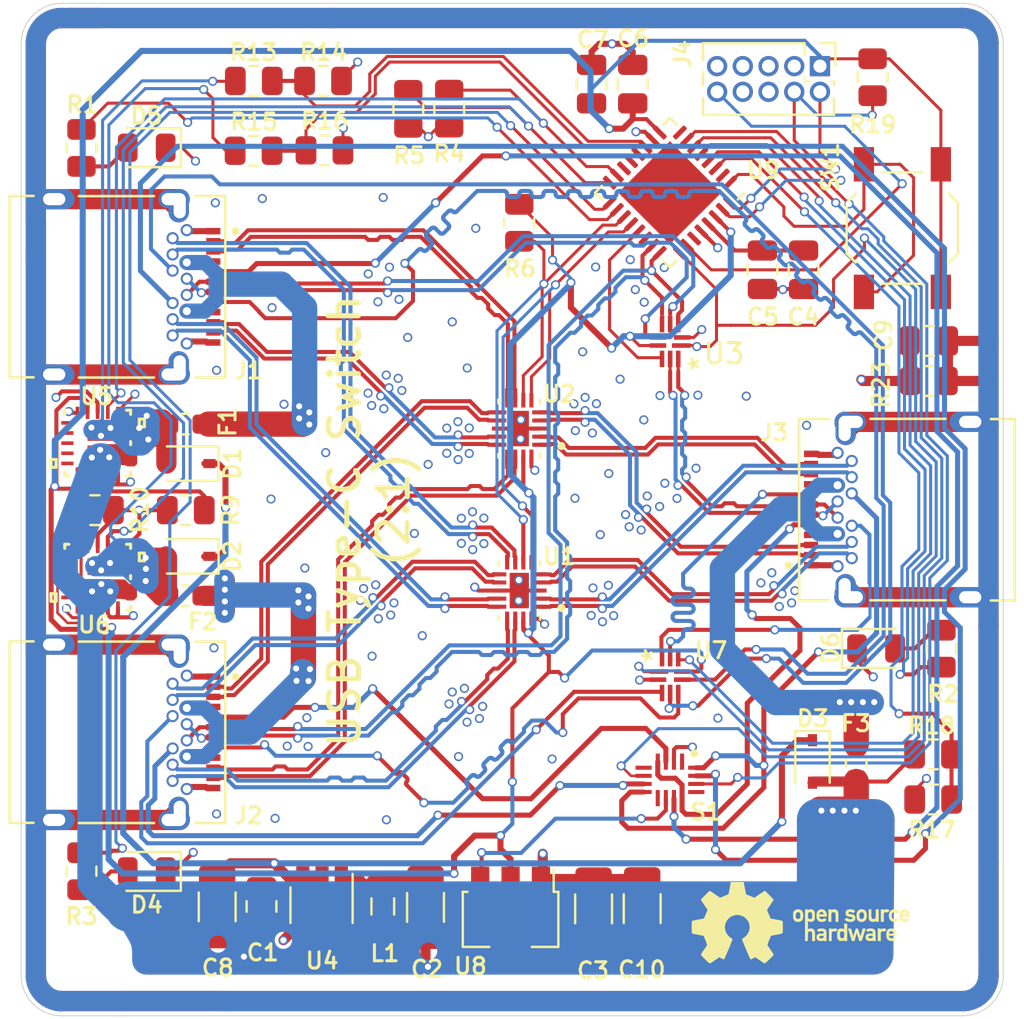
<source format=kicad_pcb>
(kicad_pcb (version 20171130) (host pcbnew 5.1.9-73d0e3b20d~88~ubuntu20.04.1)
  (layers (0 F.Cu signal) (1 In1.Cu power) (2 In2.Cu power) (31 B.Cu signal) (34 B.Paste user) (35 F.Paste user) (36 B.SilkS user) (37 F.SilkS user) (38 B.Mask user) (39 F.Mask user) (44 Edge.Cuts user))
  (net 0 "")
  (net 1 "Net-(C1-Pad1)")
  (net 2 "Net-(C1-Pad2)")
  (net 3 GND)
  (net 4 +5V)
  (net 5 +3V3)
  (net 6 "Net-(C4-Pad1)")
  (net 7 "Net-(D4-Pad2)")
  (net 8 "/Power Switching and Supplies/VBUS_1")
  (net 9 "/Power Switching and Supplies/VBUS_2")
  (net 10 "/Power Switching and Supplies/VBUS")
  (net 11 GNDS)
  (net 12 "/USB 2.0 and Misc Signal Switching/CC1_1")
  (net 13 "/USB 2.0 and Misc Signal Switching/SBU1_1")
  (net 14 "/USB 2.0 and Misc Signal Switching/CC2_1")
  (net 15 "/USB 2.0 and Misc Signal Switching/SBU2_1")
  (net 16 "/USB 2.0 and Misc Signal Switching/CC1_2")
  (net 17 "/USB 2.0 and Misc Signal Switching/SBU1_2")
  (net 18 "/USB 2.0 and Misc Signal Switching/CC2_2")
  (net 19 "/USB 2.0 and Misc Signal Switching/SBU2_2")
  (net 20 "/USB 3 Signal Switching/RX1_P")
  (net 21 "/USB 3 Signal Switching/RX1_N")
  (net 22 "/USB 2.0 and Misc Signal Switching/SBU2")
  (net 23 "/USB 2.0 and Misc Signal Switching/CC2")
  (net 24 "/USB 3 Signal Switching/TX2_N")
  (net 25 "/USB 3 Signal Switching/TX2_P")
  (net 26 "/USB 2.0 and Misc Signal Switching/D_P")
  (net 27 "/USB 2.0 and Misc Signal Switching/D_N")
  (net 28 "/USB 3 Signal Switching/RX2_P")
  (net 29 "/USB 2.0 and Misc Signal Switching/SBU1")
  (net 30 "/USB 3 Signal Switching/RX2_N")
  (net 31 "/USB 2.0 and Misc Signal Switching/CC1")
  (net 32 "/USB 3 Signal Switching/TX1_N")
  (net 33 "/USB 3 Signal Switching/TX1_P")
  (net 34 "Net-(J4-Pad10)")
  (net 35 "Net-(NT1-Pad1)")
  (net 36 "Net-(R9-Pad1)")
  (net 37 "Net-(R10-Pad1)")
  (net 38 /Control/VBUS_SNS_IN1)
  (net 39 /Control/VBUS_SNS_IN2)
  (net 40 /Control/VBUS_SNS_OUT)
  (net 41 /Control/OE_CC_2)
  (net 42 /Control/OE_CC_1)
  (net 43 "/USB 3 Signal Switching/OE_N")
  (net 44 "/USB 3 Signal Switching/SEL")
  (net 45 "/USB 2.0 and Misc Signal Switching/SEL")
  (net 46 /Control/OE_N_USB2)
  (net 47 /Control/OE_PWR_1)
  (net 48 /Control/OE_PWR_2)
  (net 49 /Control/OE_N_SBU)
  (net 50 "/USB 3 Signal Switching/TX1_1_P")
  (net 51 "/USB 3 Signal Switching/TX1_1_N")
  (net 52 "/USB 3 Signal Switching/RX2_1_N")
  (net 53 "/USB 3 Signal Switching/RX2_1_P")
  (net 54 "/USB 3 Signal Switching/TX2_1_P")
  (net 55 "/USB 3 Signal Switching/TX2_1_N")
  (net 56 "/USB 3 Signal Switching/RX1_1_N")
  (net 57 "/USB 3 Signal Switching/RX1_1_P")
  (net 58 "/USB 3 Signal Switching/TX1_2_P")
  (net 59 "/USB 3 Signal Switching/TX1_2_N")
  (net 60 "/USB 3 Signal Switching/RX2_2_N")
  (net 61 "/USB 3 Signal Switching/RX2_2_P")
  (net 62 "/USB 3 Signal Switching/TX2_2_P")
  (net 63 "/USB 3 Signal Switching/TX2_2_N")
  (net 64 "/USB 3 Signal Switching/RX1_2_N")
  (net 65 "/USB 3 Signal Switching/RX1_2_P")
  (net 66 "/USB 2.0 and Misc Signal Switching/D_1_P")
  (net 67 "/USB 2.0 and Misc Signal Switching/D_1_N")
  (net 68 "/USB 2.0 and Misc Signal Switching/D_2_P")
  (net 69 "/USB 2.0 and Misc Signal Switching/D_2_N")
  (net 70 "Net-(SW1-Pad2)")
  (net 71 "Net-(D5-Pad2)")
  (net 72 "Net-(D6-Pad2)")
  (net 73 /Control/LED_IN_1)
  (net 74 /Control/LED_OUT)
  (net 75 /Control/LED_IN_2)
  (net 76 "/Power Switching and Supplies/VBUS_IN1_FUSED")
  (net 77 "/Power Switching and Supplies/VBUS_IN2_FUSED")
  (net 78 "/Power Switching and Supplies/VBUS_OUT_FUSED")
  (net 79 /Control/SWDIO)
  (net 80 /Control/SWDCLK)
  (net 81 "Net-(C8-Pad1)")
  (module Inductor_SMD:L_0805_2012Metric (layer F.Cu) (at 48.61 130.6 90)
    (fp_text reference L1 (at -2.32 0.1) (layer F.SilkS) (effects (font (size 0.8 0.8))))
    (fp_text value 4.7uH hide)
    (pad 2 smd roundrect (at 1.0625 0 90) (size 0.875 1.6) (layers F.Cu F.Paste F.Mask) (net 4 +5V))
    (pad 1 smd roundrect (at -1.0625 0 90) (size 0.875 1.6) (layers F.Cu F.Paste F.Mask) (net 1 "Net-(C1-Pad1)"))
  )
  (module Symbol:OSHW-Logo_5.7x6mm_SilkScreen (layer F.Cu) (at 66.11 132.41)
    (fp_text reference REF** hide)
    (fp_text value OSHW-Logo_5.7x6mm_SilkScreen hide)
  )
  (module custom:QFN40P200X280X40-19N (layer F.Cu) (at 55.35 115 180)
    (fp_text reference U1 (at -1.98 1.69) (layer F.SilkS) (effects (font (size 0.8 0.8))))
    (fp_text value FUSB340TMX)
    (pad 1 smd rect (at -0.995 -0.8 180) (size 0.71 0.2) (layers F.Cu F.Paste F.Mask) (net 24 "/USB 3 Signal Switching/TX2_N"))
    (pad 2 smd rect (at -0.995 -0.4 180) (size 0.71 0.2) (layers F.Cu F.Paste F.Mask) (net 25 "/USB 3 Signal Switching/TX2_P"))
    (pad 3 smd rect (at -0.995 0 180) (size 0.71 0.2) (layers F.Cu F.Paste F.Mask) (net 3 GND))
    (pad 4 smd rect (at -0.995 0.4 180) (size 0.71 0.2) (layers F.Cu F.Paste F.Mask) (net 20 "/USB 3 Signal Switching/RX1_P"))
    (pad 5 smd rect (at -0.995 0.8 180) (size 0.71 0.2) (layers F.Cu F.Paste F.Mask) (net 21 "/USB 3 Signal Switching/RX1_N"))
    (pad 6 smd rect (at -0.6 1.395 180) (size 0.2 0.71) (layers F.Cu F.Paste F.Mask) (net 44 "/USB 3 Signal Switching/SEL"))
    (pad 7 smd rect (at -0.2 1.395 180) (size 0.2 0.71) (layers F.Cu F.Paste F.Mask) (net 43 "/USB 3 Signal Switching/OE_N"))
    (pad 8 smd rect (at 0.2 1.395 180) (size 0.2 0.71) (layers F.Cu F.Paste F.Mask) (net 57 "/USB 3 Signal Switching/RX1_1_P"))
    (pad 9 smd rect (at 0.6 1.395 180) (size 0.2 0.71) (layers F.Cu F.Paste F.Mask) (net 56 "/USB 3 Signal Switching/RX1_1_N"))
    (pad 10 smd rect (at 0.995 0.8 180) (size 0.71 0.2) (layers F.Cu F.Paste F.Mask) (net 65 "/USB 3 Signal Switching/RX1_2_P"))
    (pad 11 smd rect (at 0.995 0.4 180) (size 0.71 0.2) (layers F.Cu F.Paste F.Mask) (net 64 "/USB 3 Signal Switching/RX1_2_N"))
    (pad 12 smd rect (at 0.995 0 180) (size 0.71 0.2) (layers F.Cu F.Paste F.Mask) (net 3 GND))
    (pad 13 smd rect (at 0.995 -0.4 180) (size 0.71 0.2) (layers F.Cu F.Paste F.Mask) (net 55 "/USB 3 Signal Switching/TX2_1_N"))
    (pad 14 smd rect (at 0.995 -0.8 180) (size 0.71 0.2) (layers F.Cu F.Paste F.Mask) (net 54 "/USB 3 Signal Switching/TX2_1_P"))
    (pad 15 smd rect (at 0.6 -1.395 180) (size 0.2 0.71) (layers F.Cu F.Paste F.Mask) (net 63 "/USB 3 Signal Switching/TX2_2_N"))
    (pad 16 smd rect (at 0.2 -1.395 180) (size 0.2 0.71) (layers F.Cu F.Paste F.Mask) (net 62 "/USB 3 Signal Switching/TX2_2_P"))
    (pad 17 smd rect (at -0.2 -1.395 180) (size 0.2 0.71) (layers F.Cu F.Paste F.Mask) (net 5 +3V3))
    (pad 18 smd rect (at -0.6 -1.395 180) (size 0.2 0.71) (layers F.Cu F.Paste F.Mask) (net 3 GND))
    (pad 19 smd rect (at 0 0 180) (size 0.95 1.75) (layers F.Cu F.Mask) (net 3 GND))
  )
  (module custom:QFN40P200X280X40-19N (layer F.Cu) (at 55.35 107 180)
    (fp_text reference U2 (at -1.98 1.71) (layer F.SilkS) (effects (font (size 0.8 0.8))))
    (fp_text value FUSB340TMX)
    (pad 1 smd rect (at -0.995 -0.8 180) (size 0.71 0.2) (layers F.Cu F.Paste F.Mask) (net 30 "/USB 3 Signal Switching/RX2_N"))
    (pad 2 smd rect (at -0.995 -0.4 180) (size 0.71 0.2) (layers F.Cu F.Paste F.Mask) (net 28 "/USB 3 Signal Switching/RX2_P"))
    (pad 3 smd rect (at -0.995 0 180) (size 0.71 0.2) (layers F.Cu F.Paste F.Mask) (net 3 GND))
    (pad 4 smd rect (at -0.995 0.4 180) (size 0.71 0.2) (layers F.Cu F.Paste F.Mask) (net 33 "/USB 3 Signal Switching/TX1_P"))
    (pad 5 smd rect (at -0.995 0.8 180) (size 0.71 0.2) (layers F.Cu F.Paste F.Mask) (net 32 "/USB 3 Signal Switching/TX1_N"))
    (pad 6 smd rect (at -0.6 1.395 180) (size 0.2 0.71) (layers F.Cu F.Paste F.Mask) (net 44 "/USB 3 Signal Switching/SEL"))
    (pad 7 smd rect (at -0.2 1.395 180) (size 0.2 0.71) (layers F.Cu F.Paste F.Mask) (net 43 "/USB 3 Signal Switching/OE_N"))
    (pad 8 smd rect (at 0.2 1.395 180) (size 0.2 0.71) (layers F.Cu F.Paste F.Mask) (net 50 "/USB 3 Signal Switching/TX1_1_P"))
    (pad 9 smd rect (at 0.6 1.395 180) (size 0.2 0.71) (layers F.Cu F.Paste F.Mask) (net 51 "/USB 3 Signal Switching/TX1_1_N"))
    (pad 10 smd rect (at 0.995 0.8 180) (size 0.71 0.2) (layers F.Cu F.Paste F.Mask) (net 58 "/USB 3 Signal Switching/TX1_2_P"))
    (pad 11 smd rect (at 0.995 0.4 180) (size 0.71 0.2) (layers F.Cu F.Paste F.Mask) (net 59 "/USB 3 Signal Switching/TX1_2_N"))
    (pad 12 smd rect (at 0.995 0 180) (size 0.71 0.2) (layers F.Cu F.Paste F.Mask) (net 3 GND))
    (pad 13 smd rect (at 0.995 -0.4 180) (size 0.71 0.2) (layers F.Cu F.Paste F.Mask) (net 52 "/USB 3 Signal Switching/RX2_1_N"))
    (pad 14 smd rect (at 0.995 -0.8 180) (size 0.71 0.2) (layers F.Cu F.Paste F.Mask) (net 53 "/USB 3 Signal Switching/RX2_1_P"))
    (pad 15 smd rect (at 0.6 -1.395 180) (size 0.2 0.71) (layers F.Cu F.Paste F.Mask) (net 60 "/USB 3 Signal Switching/RX2_2_N"))
    (pad 16 smd rect (at 0.2 -1.395 180) (size 0.2 0.71) (layers F.Cu F.Paste F.Mask) (net 61 "/USB 3 Signal Switching/RX2_2_P"))
    (pad 17 smd rect (at -0.2 -1.395 180) (size 0.2 0.71) (layers F.Cu F.Paste F.Mask) (net 5 +3V3))
    (pad 18 smd rect (at -0.6 -1.395 180) (size 0.2 0.71) (layers F.Cu F.Paste F.Mask) (net 3 GND))
    (pad 19 smd rect (at 0 0 180) (size 0.95 1.75) (layers F.Cu F.Mask) (net 3 GND))
  )
  (module custom:QFN40P180X260X60-16N-D (layer F.Cu) (at 62.79 124.35 270)
    (fp_text reference S1 (at 1.58 -1.78 180) (layer F.SilkS) (effects (font (size 0.8 0.8))))
    (fp_text value DG2788ADN-T1-GE4)
    (pad 1 smd rect (at -0.9 -0.6) (size 0.2 0.8) (layers F.Cu F.Paste F.Mask))
    (pad 2 smd rect (at -0.9 -0.2) (size 0.2 0.8) (layers F.Cu F.Paste F.Mask) (net 3 GND))
    (pad 3 smd rect (at -0.9 0.2) (size 0.2 0.8) (layers F.Cu F.Paste F.Mask) (net 16 "/USB 2.0 and Misc Signal Switching/CC1_2"))
    (pad 4 smd rect (at -0.9 0.6) (size 0.2 0.8) (layers F.Cu F.Paste F.Mask) (net 31 "/USB 2.0 and Misc Signal Switching/CC1"))
    (pad 5 smd rect (at -0.6 1.3 270) (size 0.2 0.8) (layers F.Cu F.Paste F.Mask))
    (pad 6 smd rect (at -0.2 1.3 270) (size 0.2 0.8) (layers F.Cu F.Paste F.Mask) (net 41 /Control/OE_CC_2))
    (pad 7 smd rect (at 0.2 1.3 270) (size 0.2 0.8) (layers F.Cu F.Paste F.Mask) (net 18 "/USB 2.0 and Misc Signal Switching/CC2_2"))
    (pad 8 smd rect (at 0.6 1.3 270) (size 0.2 0.8) (layers F.Cu F.Paste F.Mask) (net 23 "/USB 2.0 and Misc Signal Switching/CC2"))
    (pad 9 smd rect (at 0.9 0.6) (size 0.2 0.8) (layers F.Cu F.Paste F.Mask))
    (pad 10 smd rect (at 0.9 0.2) (size 0.2 0.8) (layers F.Cu F.Paste F.Mask) (net 4 +5V))
    (pad 11 smd rect (at 0.9 -0.2) (size 0.2 0.8) (layers F.Cu F.Paste F.Mask) (net 12 "/USB 2.0 and Misc Signal Switching/CC1_1"))
    (pad 12 smd rect (at 0.9 -0.6) (size 0.2 0.8) (layers F.Cu F.Paste F.Mask) (net 31 "/USB 2.0 and Misc Signal Switching/CC1"))
    (pad 13 smd rect (at 0.6 -1.3 270) (size 0.2 0.8) (layers F.Cu F.Paste F.Mask))
    (pad 14 smd rect (at 0.2 -1.3 270) (size 0.2 0.8) (layers F.Cu F.Paste F.Mask) (net 42 /Control/OE_CC_1))
    (pad 15 smd rect (at -0.2 -1.3 270) (size 0.2 0.8) (layers F.Cu F.Paste F.Mask) (net 14 "/USB 2.0 and Misc Signal Switching/CC2_1"))
    (pad 16 smd rect (at -0.6 -1.3 270) (size 0.2 0.8) (layers F.Cu F.Paste F.Mask) (net 23 "/USB 2.0 and Misc Signal Switching/CC2"))
  )
  (module custom:NL3S588MUTBG (layer F.Cu) (at 62.8 119.2 90)
    (fp_text reference U7 (at 1.24 2.02) (layer F.SilkS) (effects (font (size 0.8 0.8))))
    (fp_text value NL3S588 hide)
    (fp_text user * (at 0.99 -0.82 90) (layer F.SilkS))
    (pad 1 smd rect (at 0.2 -0.5461 90) (size 0.225 0.9144) (layers F.Cu F.Paste F.Mask) (net 45 "/USB 2.0 and Misc Signal Switching/SEL"))
    (pad 2 smd rect (at -0.2 -0.5969 90) (size 0.225 0.8128) (layers F.Cu F.Paste F.Mask) (net 3 GND))
    (pad 3 smd rect (at -0.8601 -0.399999 180) (size 0.225 0.8128) (layers F.Cu F.Paste F.Mask) (net 19 "/USB 2.0 and Misc Signal Switching/SBU2_2"))
    (pad 4 smd rect (at -0.8601 0 180) (size 0.225 0.8128) (layers F.Cu F.Paste F.Mask) (net 15 "/USB 2.0 and Misc Signal Switching/SBU2_1"))
    (pad 5 smd rect (at -0.8601 0.399999 180) (size 0.225 0.8128) (layers F.Cu F.Paste F.Mask) (net 17 "/USB 2.0 and Misc Signal Switching/SBU1_2"))
    (pad 6 smd rect (at -0.2 0.5969 90) (size 0.225 0.8128) (layers F.Cu F.Paste F.Mask) (net 13 "/USB 2.0 and Misc Signal Switching/SBU1_1"))
    (pad 7 smd rect (at 0.2 0.5969 90) (size 0.225 0.8128) (layers F.Cu F.Paste F.Mask) (net 5 +3V3))
    (pad 8 smd rect (at 0.8601 0.399999 180) (size 0.225 0.8128) (layers F.Cu F.Paste F.Mask) (net 49 /Control/OE_N_SBU))
    (pad 9 smd rect (at 0.8601 0 180) (size 0.225 0.8128) (layers F.Cu F.Paste F.Mask) (net 29 "/USB 2.0 and Misc Signal Switching/SBU1"))
    (pad 10 smd rect (at 0.8601 -0.399999 180) (size 0.225 0.8128) (layers F.Cu F.Paste F.Mask) (net 22 "/USB 2.0 and Misc Signal Switching/SBU2"))
  )
  (module custom:NL3S588MUTBG (layer F.Cu) (at 62.8 102.7 270)
    (fp_text reference U3 (at 0.6 -2.66 180) (layer F.SilkS))
    (fp_text value NL3S588 hide)
    (fp_text user * (at 1.1 -1.47 90) (layer F.SilkS))
    (pad 1 smd rect (at 0.2 -0.5461 270) (size 0.225 0.9144) (layers F.Cu F.Paste F.Mask) (net 45 "/USB 2.0 and Misc Signal Switching/SEL"))
    (pad 2 smd rect (at -0.2 -0.5969 270) (size 0.225 0.8128) (layers F.Cu F.Paste F.Mask) (net 3 GND))
    (pad 3 smd rect (at -0.8601 -0.399999) (size 0.225 0.8128) (layers F.Cu F.Paste F.Mask) (net 68 "/USB 2.0 and Misc Signal Switching/D_2_P"))
    (pad 4 smd rect (at -0.8601 0) (size 0.225 0.8128) (layers F.Cu F.Paste F.Mask) (net 66 "/USB 2.0 and Misc Signal Switching/D_1_P"))
    (pad 5 smd rect (at -0.8601 0.399999) (size 0.225 0.8128) (layers F.Cu F.Paste F.Mask) (net 69 "/USB 2.0 and Misc Signal Switching/D_2_N"))
    (pad 6 smd rect (at -0.2 0.5969 270) (size 0.225 0.8128) (layers F.Cu F.Paste F.Mask) (net 67 "/USB 2.0 and Misc Signal Switching/D_1_N"))
    (pad 7 smd rect (at 0.2 0.5969 270) (size 0.225 0.8128) (layers F.Cu F.Paste F.Mask) (net 5 +3V3))
    (pad 8 smd rect (at 0.8601 0.399999) (size 0.225 0.8128) (layers F.Cu F.Paste F.Mask) (net 46 /Control/OE_N_USB2))
    (pad 9 smd rect (at 0.8601 0) (size 0.225 0.8128) (layers F.Cu F.Paste F.Mask) (net 27 "/USB 2.0 and Misc Signal Switching/D_N"))
    (pad 10 smd rect (at 0.8601 -0.399999) (size 0.225 0.8128) (layers F.Cu F.Paste F.Mask) (net 26 "/USB 2.0 and Misc Signal Switching/D_P"))
  )
  (module custom:UCS3205-E&slash_Q8A (layer F.Cu) (at 34.53 114.34 270)
    (fp_text reference U6 (at 2.35 0.16) (layer F.SilkS) (effects (font (size 0.8 0.8))))
    (fp_text value UCS3205-E_Q8A hide)
    (pad 1 smd rect (at -1.4962 -1.000001) (size 0.1786 0.604799) (layers F.Cu F.Paste F.Mask) (net 3 GND))
    (pad 2 smd rect (at -1.4962 -0.499999) (size 0.1786 0.604799) (layers F.Cu F.Paste F.Mask) (net 48 /Control/OE_PWR_2))
    (pad 3 smd rect (at -1.4962 0) (size 0.1786 0.604799) (layers F.Cu F.Paste F.Mask) (net 3 GND))
    (pad 4 smd rect (at -1.4962 0.499999) (size 0.1786 0.604799) (layers F.Cu F.Paste F.Mask) (net 5 +3V3))
    (pad 5 smd rect (at -1.4962 1.000001) (size 0.1786 0.604799) (layers F.Cu F.Paste F.Mask) (net 3 GND))
    (pad 6 smd rect (at -1.000001 1.4962 270) (size 0.1786 0.604799) (layers F.Cu F.Paste F.Mask))
    (pad 7 smd rect (at -0.499999 1.4962 270) (size 0.1786 0.604799) (layers F.Cu F.Paste F.Mask))
    (pad 8 smd rect (at 0 1.4962 270) (size 0.1786 0.604799) (layers F.Cu F.Paste F.Mask))
    (pad 9 smd rect (at 0.499999 1.4962 270) (size 0.1786 0.604799) (layers F.Cu F.Paste F.Mask))
    (pad 10 smd rect (at 1.000001 1.4962 270) (size 0.1786 0.604799) (layers F.Cu F.Paste F.Mask))
    (pad 11 smd rect (at 1.4962 1.000001) (size 0.1786 0.604799) (layers F.Cu F.Paste F.Mask))
    (pad 12 smd rect (at 1.4962 0.499999) (size 0.1786 0.604799) (layers F.Cu F.Paste F.Mask) (net 3 GND))
    (pad 13 smd rect (at 1.4962 0) (size 0.1786 0.604799) (layers F.Cu F.Paste F.Mask) (net 37 "Net-(R10-Pad1)"))
    (pad 14 smd rect (at 1.4962 -0.499999) (size 0.1786 0.604799) (layers F.Cu F.Paste F.Mask) (net 3 GND))
    (pad 15 smd rect (at 1.4962 -1.000001) (size 0.1786 0.604799) (layers F.Cu F.Paste F.Mask) (net 3 GND))
    (pad 16 smd rect (at 1.000001 -1.4962 270) (size 0.1786 0.604799) (layers F.Cu F.Paste F.Mask) (net 78 "/Power Switching and Supplies/VBUS_OUT_FUSED"))
    (pad 17 smd rect (at 0.499999 -1.4962 270) (size 0.1786 0.604799) (layers F.Cu F.Paste F.Mask) (net 78 "/Power Switching and Supplies/VBUS_OUT_FUSED"))
    (pad 19 smd rect (at -0.499999 -1.4962 270) (size 0.1786 0.604799) (layers F.Cu F.Paste F.Mask) (net 77 "/Power Switching and Supplies/VBUS_IN2_FUSED"))
    (pad 20 smd rect (at -1.000001 -1.4962 270) (size 0.1786 0.604799) (layers F.Cu F.Paste F.Mask) (net 77 "/Power Switching and Supplies/VBUS_IN2_FUSED"))
    (pad 21 smd rect (at -0.52 -0.17 270) (size 0.8128 1.3462) (layers F.Cu F.Paste F.Mask) (net 77 "/Power Switching and Supplies/VBUS_IN2_FUSED"))
    (pad 22 smd rect (at 0.52 -0.17 270) (size 0.8128 1.3462) (layers F.Cu F.Paste F.Mask) (net 78 "/Power Switching and Supplies/VBUS_OUT_FUSED"))
  )
  (module custom:UCS3205-E&slash_Q8A (layer F.Cu) (at 34.53 107.72 270)
    (fp_text reference U5 (at -2.31 0.05) (layer F.SilkS) (effects (font (size 0.8 0.8))))
    (fp_text value UCS3205-E_Q8A hide)
    (pad 1 smd rect (at -1.4962 -1.000001) (size 0.1786 0.604799) (layers F.Cu F.Paste F.Mask) (net 3 GND))
    (pad 2 smd rect (at -1.4962 -0.499999) (size 0.1786 0.604799) (layers F.Cu F.Paste F.Mask) (net 47 /Control/OE_PWR_1))
    (pad 3 smd rect (at -1.4962 0) (size 0.1786 0.604799) (layers F.Cu F.Paste F.Mask) (net 3 GND))
    (pad 4 smd rect (at -1.4962 0.499999) (size 0.1786 0.604799) (layers F.Cu F.Paste F.Mask) (net 5 +3V3))
    (pad 5 smd rect (at -1.4962 1.000001) (size 0.1786 0.604799) (layers F.Cu F.Paste F.Mask) (net 3 GND))
    (pad 6 smd rect (at -1.000001 1.4962 270) (size 0.1786 0.604799) (layers F.Cu F.Paste F.Mask))
    (pad 7 smd rect (at -0.499999 1.4962 270) (size 0.1786 0.604799) (layers F.Cu F.Paste F.Mask))
    (pad 8 smd rect (at 0 1.4962 270) (size 0.1786 0.604799) (layers F.Cu F.Paste F.Mask))
    (pad 9 smd rect (at 0.499999 1.4962 270) (size 0.1786 0.604799) (layers F.Cu F.Paste F.Mask))
    (pad 10 smd rect (at 1.000001 1.4962 270) (size 0.1786 0.604799) (layers F.Cu F.Paste F.Mask))
    (pad 11 smd rect (at 1.4962 1.000001) (size 0.1786 0.604799) (layers F.Cu F.Paste F.Mask))
    (pad 12 smd rect (at 1.4962 0.499999) (size 0.1786 0.604799) (layers F.Cu F.Paste F.Mask) (net 3 GND))
    (pad 13 smd rect (at 1.4962 0) (size 0.1786 0.604799) (layers F.Cu F.Paste F.Mask) (net 36 "Net-(R9-Pad1)"))
    (pad 14 smd rect (at 1.4962 -0.499999) (size 0.1786 0.604799) (layers F.Cu F.Paste F.Mask) (net 3 GND))
    (pad 15 smd rect (at 1.4962 -1.000001) (size 0.1786 0.604799) (layers F.Cu F.Paste F.Mask) (net 3 GND))
    (pad 16 smd rect (at 1.000001 -1.4962 270) (size 0.1786 0.604799) (layers F.Cu F.Paste F.Mask) (net 35 "Net-(NT1-Pad1)"))
    (pad 17 smd rect (at 0.499999 -1.4962 270) (size 0.1786 0.604799) (layers F.Cu F.Paste F.Mask) (net 35 "Net-(NT1-Pad1)"))
    (pad 19 smd rect (at -0.499999 -1.4962 270) (size 0.1786 0.604799) (layers F.Cu F.Paste F.Mask) (net 76 "/Power Switching and Supplies/VBUS_IN1_FUSED"))
    (pad 20 smd rect (at -1.000001 -1.4962 270) (size 0.1786 0.604799) (layers F.Cu F.Paste F.Mask) (net 76 "/Power Switching and Supplies/VBUS_IN1_FUSED"))
    (pad 21 smd rect (at -0.52 -0.17 270) (size 0.8128 1.3462) (layers F.Cu F.Paste F.Mask) (net 76 "/Power Switching and Supplies/VBUS_IN1_FUSED"))
    (pad 22 smd rect (at 0.52 -0.17 270) (size 0.8128 1.3462) (layers F.Cu F.Paste F.Mask) (net 35 "Net-(NT1-Pad1)"))
  )
  (module custom:CUI_UJ31-CH-31-SMT-TR (layer F.Cu) (at 40.24 122 270)
    (fp_text reference J2 (at 4.11 -1.74 180) (layer F.SilkS) (effects (font (size 0.8 0.8))))
    (fp_text value USB_C_IN_2)
    (pad S1 thru_hole oval (at 3.98 1.66 270) (size 1.5 0.9) (drill oval 1.2 0.6) (layers *.Cu *.Mask) (net 11 GNDS))
    (pad S1 thru_hole oval (at 4.33 1.96 270) (size 0.9 1.5) (drill oval 0.6 1.2) (layers *.Cu *.Mask) (net 11 GNDS))
    (pad S1 thru_hole oval (at -4.33 1.96 270) (size 0.9 1.5) (drill oval 0.6 1.2) (layers *.Cu *.Mask) (net 11 GNDS))
    (pad None np_thru_hole circle (at -3.6 0.66 270) (size 0.85 0.85) (drill 0.85) (layers *.Cu *.Mask))
    (pad "" np_thru_hole oval (at 3.6 0.66 270) (size 1.15 0.85) (drill oval 1.15 0.85) (layers *.Cu *.Mask))
    (pad A1 smd rect (at -2.75 0 270) (size 0.32 0.7) (layers F.Cu F.Paste F.Mask) (net 3 GND))
    (pad A2 smd rect (at -2.25 0 270) (size 0.32 0.7) (layers F.Cu F.Paste F.Mask) (net 58 "/USB 3 Signal Switching/TX1_2_P"))
    (pad A3 smd rect (at -1.75 0 270) (size 0.32 0.7) (layers F.Cu F.Paste F.Mask) (net 59 "/USB 3 Signal Switching/TX1_2_N"))
    (pad A4 smd rect (at -1.25 0 270) (size 0.32 0.7) (layers F.Cu F.Paste F.Mask) (net 9 "/Power Switching and Supplies/VBUS_2"))
    (pad A5 smd rect (at -0.75 0 270) (size 0.32 0.7) (layers F.Cu F.Paste F.Mask) (net 16 "/USB 2.0 and Misc Signal Switching/CC1_2"))
    (pad A6 smd rect (at -0.25 0 270) (size 0.32 0.7) (layers F.Cu F.Paste F.Mask) (net 68 "/USB 2.0 and Misc Signal Switching/D_2_P"))
    (pad A7 smd rect (at 0.25 0 270) (size 0.32 0.7) (layers F.Cu F.Paste F.Mask) (net 69 "/USB 2.0 and Misc Signal Switching/D_2_N"))
    (pad A8 smd rect (at 0.75 0 270) (size 0.32 0.7) (layers F.Cu F.Paste F.Mask) (net 17 "/USB 2.0 and Misc Signal Switching/SBU1_2"))
    (pad A9 smd rect (at 1.25 0 270) (size 0.32 0.7) (layers F.Cu F.Paste F.Mask) (net 9 "/Power Switching and Supplies/VBUS_2"))
    (pad A10 smd rect (at 1.75 0 270) (size 0.32 0.7) (layers F.Cu F.Paste F.Mask) (net 60 "/USB 3 Signal Switching/RX2_2_N"))
    (pad A11 smd rect (at 2.25 0 270) (size 0.32 0.7) (layers F.Cu F.Paste F.Mask) (net 61 "/USB 3 Signal Switching/RX2_2_P"))
    (pad A12 smd rect (at 2.75 0 270) (size 0.32 0.7) (layers F.Cu F.Paste F.Mask) (net 3 GND))
    (pad B7 thru_hole circle (at -0.4 1.31 270) (size 0.6 0.6) (drill 0.4) (layers *.Cu *.Mask) (net 69 "/USB 2.0 and Misc Signal Switching/D_2_N"))
    (pad S1 thru_hole oval (at -3.98 1.66 270) (size 1.5 0.9) (drill oval 1.2 0.6) (layers *.Cu *.Mask) (net 11 GNDS))
    (pad B9 thru_hole circle (at -1.2 1.31 270) (size 0.6 0.6) (drill 0.4) (layers *.Cu *.Mask) (net 9 "/Power Switching and Supplies/VBUS_2"))
    (pad B12 thru_hole circle (at -2.8 1.31 270) (size 0.6 0.6) (drill 0.4) (layers *.Cu *.Mask) (net 3 GND))
    (pad B6 thru_hole circle (at 0.4 1.31 270) (size 0.6 0.6) (drill 0.4) (layers *.Cu *.Mask) (net 68 "/USB 2.0 and Misc Signal Switching/D_2_P"))
    (pad B4 thru_hole circle (at 1.2 1.31 270) (size 0.6 0.6) (drill 0.4) (layers *.Cu *.Mask) (net 9 "/Power Switching and Supplies/VBUS_2"))
    (pad B1 thru_hole circle (at 2.8 1.31 270) (size 0.6 0.6) (drill 0.4) (layers *.Cu *.Mask) (net 3 GND))
    (pad B8 thru_hole circle (at -0.8 2.01 270) (size 0.6 0.6) (drill 0.4) (layers *.Cu *.Mask) (net 19 "/USB 2.0 and Misc Signal Switching/SBU2_2"))
    (pad B10 thru_hole circle (at -1.6 2.01 270) (size 0.6 0.6) (drill 0.4) (layers *.Cu *.Mask) (net 64 "/USB 3 Signal Switching/RX1_2_N"))
    (pad B11 thru_hole circle (at -2.4 2.01 270) (size 0.6 0.6) (drill 0.4) (layers *.Cu *.Mask) (net 65 "/USB 3 Signal Switching/RX1_2_P"))
    (pad B5 thru_hole circle (at 0.8 2.01 270) (size 0.6 0.6) (drill 0.4) (layers *.Cu *.Mask) (net 18 "/USB 2.0 and Misc Signal Switching/CC2_2"))
    (pad B3 thru_hole circle (at 1.6 2.01 270) (size 0.6 0.6) (drill 0.4) (layers *.Cu *.Mask) (net 63 "/USB 3 Signal Switching/TX2_2_N"))
    (pad B2 thru_hole circle (at 2.4 2.01 270) (size 0.6 0.6) (drill 0.4) (layers *.Cu *.Mask) (net 62 "/USB 3 Signal Switching/TX2_2_P"))
    (pad S1 thru_hole oval (at -4.33 7.86 270) (size 0.9 1.8) (drill oval 0.6 1.1) (layers *.Cu *.Mask) (net 11 GNDS))
    (pad S1 thru_hole oval (at 4.33 7.86 270) (size 0.9 1.8) (drill oval 0.6 1.1) (layers *.Cu *.Mask) (net 11 GNDS))
  )
  (module custom:CUI_UJ31-CH-31-SMT-TR (layer F.Cu) (at 69.76 111 90)
    (fp_text reference J3 (at 3.8 -1.82 180) (layer F.SilkS) (effects (font (size 0.8 0.8))))
    (fp_text value USB_C_OUT)
    (pad S1 thru_hole oval (at 3.98 1.66 90) (size 1.5 0.9) (drill oval 1.2 0.6) (layers *.Cu *.Mask) (net 11 GNDS))
    (pad S1 thru_hole oval (at 4.33 1.96 90) (size 0.9 1.5) (drill oval 0.6 1.2) (layers *.Cu *.Mask) (net 11 GNDS))
    (pad S1 thru_hole oval (at -4.33 1.96 90) (size 0.9 1.5) (drill oval 0.6 1.2) (layers *.Cu *.Mask) (net 11 GNDS))
    (pad None np_thru_hole circle (at -3.6 0.66 90) (size 0.85 0.85) (drill 0.85) (layers *.Cu *.Mask))
    (pad "" np_thru_hole oval (at 3.6 0.66 90) (size 1.15 0.85) (drill oval 1.15 0.85) (layers *.Cu *.Mask))
    (pad A1 smd rect (at -2.75 0 90) (size 0.32 0.7) (layers F.Cu F.Paste F.Mask) (net 3 GND))
    (pad A2 smd rect (at -2.25 0 90) (size 0.32 0.7) (layers F.Cu F.Paste F.Mask) (net 33 "/USB 3 Signal Switching/TX1_P"))
    (pad A3 smd rect (at -1.75 0 90) (size 0.32 0.7) (layers F.Cu F.Paste F.Mask) (net 32 "/USB 3 Signal Switching/TX1_N"))
    (pad A4 smd rect (at -1.25 0 90) (size 0.32 0.7) (layers F.Cu F.Paste F.Mask) (net 10 "/Power Switching and Supplies/VBUS"))
    (pad A5 smd rect (at -0.75 0 90) (size 0.32 0.7) (layers F.Cu F.Paste F.Mask) (net 31 "/USB 2.0 and Misc Signal Switching/CC1"))
    (pad A6 smd rect (at -0.25 0 90) (size 0.32 0.7) (layers F.Cu F.Paste F.Mask) (net 27 "/USB 2.0 and Misc Signal Switching/D_N"))
    (pad A7 smd rect (at 0.25 0 90) (size 0.32 0.7) (layers F.Cu F.Paste F.Mask) (net 26 "/USB 2.0 and Misc Signal Switching/D_P"))
    (pad A8 smd rect (at 0.75 0 90) (size 0.32 0.7) (layers F.Cu F.Paste F.Mask) (net 29 "/USB 2.0 and Misc Signal Switching/SBU1"))
    (pad A9 smd rect (at 1.25 0 90) (size 0.32 0.7) (layers F.Cu F.Paste F.Mask) (net 10 "/Power Switching and Supplies/VBUS"))
    (pad A10 smd rect (at 1.75 0 90) (size 0.32 0.7) (layers F.Cu F.Paste F.Mask) (net 30 "/USB 3 Signal Switching/RX2_N"))
    (pad A11 smd rect (at 2.25 0 90) (size 0.32 0.7) (layers F.Cu F.Paste F.Mask) (net 28 "/USB 3 Signal Switching/RX2_P"))
    (pad A12 smd rect (at 2.75 0 90) (size 0.32 0.7) (layers F.Cu F.Paste F.Mask) (net 3 GND))
    (pad B7 thru_hole circle (at -0.4 1.31 90) (size 0.6 0.6) (drill 0.4) (layers *.Cu *.Mask) (net 26 "/USB 2.0 and Misc Signal Switching/D_P"))
    (pad S1 thru_hole oval (at -3.98 1.66 90) (size 1.5 0.9) (drill oval 1.2 0.6) (layers *.Cu *.Mask) (net 11 GNDS))
    (pad B9 thru_hole circle (at -1.2 1.31 90) (size 0.6 0.6) (drill 0.4) (layers *.Cu *.Mask) (net 10 "/Power Switching and Supplies/VBUS"))
    (pad B12 thru_hole circle (at -2.8 1.31 90) (size 0.6 0.6) (drill 0.4) (layers *.Cu *.Mask) (net 3 GND))
    (pad B6 thru_hole circle (at 0.4 1.31 90) (size 0.6 0.6) (drill 0.4) (layers *.Cu *.Mask) (net 27 "/USB 2.0 and Misc Signal Switching/D_N"))
    (pad B4 thru_hole circle (at 1.2 1.31 90) (size 0.6 0.6) (drill 0.4) (layers *.Cu *.Mask) (net 10 "/Power Switching and Supplies/VBUS"))
    (pad B1 thru_hole circle (at 2.8 1.31 90) (size 0.6 0.6) (drill 0.4) (layers *.Cu *.Mask) (net 3 GND))
    (pad B8 thru_hole circle (at -0.8 2.01 90) (size 0.6 0.6) (drill 0.4) (layers *.Cu *.Mask) (net 22 "/USB 2.0 and Misc Signal Switching/SBU2"))
    (pad B10 thru_hole circle (at -1.6 2.01 90) (size 0.6 0.6) (drill 0.4) (layers *.Cu *.Mask) (net 21 "/USB 3 Signal Switching/RX1_N"))
    (pad B11 thru_hole circle (at -2.4 2.01 90) (size 0.6 0.6) (drill 0.4) (layers *.Cu *.Mask) (net 20 "/USB 3 Signal Switching/RX1_P"))
    (pad B5 thru_hole circle (at 0.8 2.01 90) (size 0.6 0.6) (drill 0.4) (layers *.Cu *.Mask) (net 23 "/USB 2.0 and Misc Signal Switching/CC2"))
    (pad B3 thru_hole circle (at 1.6 2.01 90) (size 0.6 0.6) (drill 0.4) (layers *.Cu *.Mask) (net 24 "/USB 3 Signal Switching/TX2_N"))
    (pad B2 thru_hole circle (at 2.4 2.01 90) (size 0.6 0.6) (drill 0.4) (layers *.Cu *.Mask) (net 25 "/USB 3 Signal Switching/TX2_P"))
    (pad S1 thru_hole oval (at -4.33 7.86 90) (size 0.9 1.8) (drill oval 0.6 1.1) (layers *.Cu *.Mask) (net 11 GNDS))
    (pad S1 thru_hole oval (at 4.33 7.86 90) (size 0.9 1.8) (drill oval 0.6 1.1) (layers *.Cu *.Mask) (net 11 GNDS))
  )
  (module custom:CUI_UJ31-CH-31-SMT-TR (layer F.Cu) (at 40.24 100 270)
    (fp_text reference J1 (at 4.14 -1.74 180) (layer F.SilkS) (effects (font (size 0.8 0.8))))
    (fp_text value USB_C_IN_1)
    (pad S1 thru_hole oval (at 3.98 1.66 270) (size 1.5 0.9) (drill oval 1.2 0.6) (layers *.Cu *.Mask) (net 11 GNDS))
    (pad S1 thru_hole oval (at 4.33 1.96 270) (size 0.9 1.5) (drill oval 0.6 1.2) (layers *.Cu *.Mask) (net 11 GNDS))
    (pad S1 thru_hole oval (at -4.33 1.96 270) (size 0.9 1.5) (drill oval 0.6 1.2) (layers *.Cu *.Mask) (net 11 GNDS))
    (pad None np_thru_hole circle (at -3.6 0.66 270) (size 0.85 0.85) (drill 0.85) (layers *.Cu *.Mask))
    (pad "" np_thru_hole oval (at 3.6 0.66 270) (size 1.15 0.85) (drill oval 1.15 0.85) (layers *.Cu *.Mask))
    (pad A1 smd rect (at -2.75 0 270) (size 0.32 0.7) (layers F.Cu F.Paste F.Mask) (net 3 GND))
    (pad A2 smd rect (at -2.25 0 270) (size 0.32 0.7) (layers F.Cu F.Paste F.Mask) (net 50 "/USB 3 Signal Switching/TX1_1_P"))
    (pad A3 smd rect (at -1.75 0 270) (size 0.32 0.7) (layers F.Cu F.Paste F.Mask) (net 51 "/USB 3 Signal Switching/TX1_1_N"))
    (pad A4 smd rect (at -1.25 0 270) (size 0.32 0.7) (layers F.Cu F.Paste F.Mask) (net 8 "/Power Switching and Supplies/VBUS_1"))
    (pad A5 smd rect (at -0.75 0 270) (size 0.32 0.7) (layers F.Cu F.Paste F.Mask) (net 12 "/USB 2.0 and Misc Signal Switching/CC1_1"))
    (pad A6 smd rect (at -0.25 0 270) (size 0.32 0.7) (layers F.Cu F.Paste F.Mask) (net 66 "/USB 2.0 and Misc Signal Switching/D_1_P"))
    (pad A7 smd rect (at 0.25 0 270) (size 0.32 0.7) (layers F.Cu F.Paste F.Mask) (net 67 "/USB 2.0 and Misc Signal Switching/D_1_N"))
    (pad A8 smd rect (at 0.75 0 270) (size 0.32 0.7) (layers F.Cu F.Paste F.Mask) (net 13 "/USB 2.0 and Misc Signal Switching/SBU1_1"))
    (pad A9 smd rect (at 1.25 0 270) (size 0.32 0.7) (layers F.Cu F.Paste F.Mask) (net 8 "/Power Switching and Supplies/VBUS_1"))
    (pad A10 smd rect (at 1.75 0 270) (size 0.32 0.7) (layers F.Cu F.Paste F.Mask) (net 52 "/USB 3 Signal Switching/RX2_1_N"))
    (pad A11 smd rect (at 2.25 0 270) (size 0.32 0.7) (layers F.Cu F.Paste F.Mask) (net 53 "/USB 3 Signal Switching/RX2_1_P"))
    (pad A12 smd rect (at 2.75 0 270) (size 0.32 0.7) (layers F.Cu F.Paste F.Mask) (net 3 GND))
    (pad B7 thru_hole circle (at -0.4 1.31 270) (size 0.6 0.6) (drill 0.4) (layers *.Cu *.Mask) (net 67 "/USB 2.0 and Misc Signal Switching/D_1_N"))
    (pad S1 thru_hole oval (at -3.98 1.66 270) (size 1.5 0.9) (drill oval 1.2 0.6) (layers *.Cu *.Mask) (net 11 GNDS))
    (pad B9 thru_hole circle (at -1.2 1.31 270) (size 0.6 0.6) (drill 0.4) (layers *.Cu *.Mask) (net 8 "/Power Switching and Supplies/VBUS_1"))
    (pad B12 thru_hole circle (at -2.8 1.31 270) (size 0.6 0.6) (drill 0.4) (layers *.Cu *.Mask) (net 3 GND))
    (pad B6 thru_hole circle (at 0.4 1.31 270) (size 0.6 0.6) (drill 0.4) (layers *.Cu *.Mask) (net 66 "/USB 2.0 and Misc Signal Switching/D_1_P"))
    (pad B4 thru_hole circle (at 1.2 1.31 270) (size 0.6 0.6) (drill 0.4) (layers *.Cu *.Mask) (net 8 "/Power Switching and Supplies/VBUS_1"))
    (pad B1 thru_hole circle (at 2.8 1.31 270) (size 0.6 0.6) (drill 0.4) (layers *.Cu *.Mask) (net 3 GND))
    (pad B8 thru_hole circle (at -0.8 2.01 270) (size 0.6 0.6) (drill 0.4) (layers *.Cu *.Mask) (net 15 "/USB 2.0 and Misc Signal Switching/SBU2_1"))
    (pad B10 thru_hole circle (at -1.6 2.01 270) (size 0.6 0.6) (drill 0.4) (layers *.Cu *.Mask) (net 56 "/USB 3 Signal Switching/RX1_1_N"))
    (pad B11 thru_hole circle (at -2.4 2.01 270) (size 0.6 0.6) (drill 0.4) (layers *.Cu *.Mask) (net 57 "/USB 3 Signal Switching/RX1_1_P"))
    (pad B5 thru_hole circle (at 0.8 2.01 270) (size 0.6 0.6) (drill 0.4) (layers *.Cu *.Mask) (net 14 "/USB 2.0 and Misc Signal Switching/CC2_1"))
    (pad B3 thru_hole circle (at 1.6 2.01 270) (size 0.6 0.6) (drill 0.4) (layers *.Cu *.Mask) (net 55 "/USB 3 Signal Switching/TX2_1_N"))
    (pad B2 thru_hole circle (at 2.4 2.01 270) (size 0.6 0.6) (drill 0.4) (layers *.Cu *.Mask) (net 54 "/USB 3 Signal Switching/TX2_1_P"))
    (pad S1 thru_hole oval (at -4.33 7.86 270) (size 0.9 1.8) (drill oval 0.6 1.1) (layers *.Cu *.Mask) (net 11 GNDS))
    (pad S1 thru_hole oval (at 4.33 7.86 270) (size 0.9 1.8) (drill oval 0.6 1.1) (layers *.Cu *.Mask) (net 11 GNDS))
  )
  (module NetTie:NetTie-2_SMD_Pad2.0mm (layer B.Cu) (at 34 110.6 250)
    (fp_text reference NT1 hide)
    (fp_text value pwr_erc_ignore)
    (fp_poly (pts (xy -2 1) (xy 2 1) (xy 2 -1) (xy -2 -1)) (layer B.Cu) (width 0))
    (pad 1 smd circle (at -2 0 250) (size 2 2) (layers B.Cu) (net 35 "Net-(NT1-Pad1)"))
    (pad 2 smd circle (at 2 0 250) (size 2 2) (layers B.Cu) (net 78 "/Power Switching and Supplies/VBUS_OUT_FUSED"))
  )
  (module Capacitor_SMD:C_0805_2012Metric (layer F.Cu) (at 42.62 130.6 90)
    (fp_text reference C1 (at -2.28 0.06 180) (layer F.SilkS) (effects (font (size 0.8 0.8))))
    (fp_text value 100n hide)
    (pad 2 smd roundrect (at 0.95 0 90) (size 1 1.45) (layers F.Cu F.Paste F.Mask) (net 2 "Net-(C1-Pad2)"))
    (pad 1 smd roundrect (at -0.95 0 90) (size 1 1.45) (layers F.Cu F.Paste F.Mask) (net 1 "Net-(C1-Pad1)"))
  )
  (module Capacitor_SMD:C_0805_2012Metric (layer F.Cu) (at 69.39 99.156 270)
    (fp_text reference C4 (at 2.324 0 180) (layer F.SilkS) (effects (font (size 0.8 0.8))))
    (fp_text value 1u)
    (pad 1 smd roundrect (at -0.95 0 270) (size 1 1.45) (layers F.Cu F.Paste F.Mask) (net 6 "Net-(C4-Pad1)"))
    (pad 2 smd roundrect (at 0.95 0 270) (size 1 1.45) (layers F.Cu F.Paste F.Mask) (net 3 GND))
  )
  (module Capacitor_SMD:C_0805_2012Metric (layer F.Cu) (at 67.358 99.156 270)
    (fp_text reference C5 (at 2.324 -0.022 180) (layer F.SilkS) (effects (font (size 0.8 0.8))))
    (fp_text value 100n)
    (pad 2 smd roundrect (at 0.95 0 270) (size 1 1.45) (layers F.Cu F.Paste F.Mask) (net 3 GND))
    (pad 1 smd roundrect (at -0.95 0 270) (size 1 1.45) (layers F.Cu F.Paste F.Mask) (net 6 "Net-(C4-Pad1)"))
  )
  (module Capacitor_SMD:C_0805_2012Metric (layer F.Cu) (at 60.952 89.988 90)
    (fp_text reference C6 (at 2.248 0.018 180) (layer F.SilkS) (effects (font (size 0.8 0.8))))
    (fp_text value 100n)
    (pad 2 smd roundrect (at 0.95 0 90) (size 1 1.45) (layers F.Cu F.Paste F.Mask) (net 3 GND))
    (pad 1 smd roundrect (at -0.95 0 90) (size 1 1.45) (layers F.Cu F.Paste F.Mask) (net 5 +3V3))
  )
  (module Capacitor_SMD:C_0805_2012Metric (layer F.Cu) (at 58.92 89.988 90)
    (fp_text reference C7 (at 2.198 0.06 180) (layer F.SilkS) (effects (font (size 0.8 0.8))))
    (fp_text value 1u)
    (pad 1 smd roundrect (at -0.95 0 90) (size 1 1.45) (layers F.Cu F.Paste F.Mask) (net 5 +3V3))
    (pad 2 smd roundrect (at 0.95 0 90) (size 1 1.45) (layers F.Cu F.Paste F.Mask) (net 3 GND))
  )
  (module Resistor_SMD:R_0805_2012Metric (layer F.Cu) (at 38.88 111.03 180)
    (fp_text reference R9 (at -2.22 0 90) (layer F.SilkS) (effects (font (size 0.8 0.8))))
    (fp_text value 470)
    (pad 1 smd roundrect (at -0.9125 0 180) (size 1.025 1.4) (layers F.Cu F.Paste F.Mask) (roundrect_rratio 0.243902) (net 36 "Net-(R9-Pad1)"))
    (pad 2 smd roundrect (at 0.9125 0 180) (size 1.025 1.4) (layers F.Cu F.Paste F.Mask) (roundrect_rratio 0.243902) (net 3 GND))
  )
  (module Resistor_SMD:R_0805_2012Metric (layer F.Cu) (at 34.39 111.03)
    (fp_text reference R10 (at 2.23 -0.02 90) (layer F.SilkS) (effects (font (size 0.8 0.8))))
    (fp_text value 470)
    (pad 1 smd roundrect (at -0.9125 0) (size 1.025 1.4) (layers F.Cu F.Paste F.Mask) (roundrect_rratio 0.243902) (net 37 "Net-(R10-Pad1)"))
    (pad 2 smd roundrect (at 0.9125 0) (size 1.025 1.4) (layers F.Cu F.Paste F.Mask) (roundrect_rratio 0.243902) (net 3 GND))
  )
  (module Resistor_SMD:R_0805_2012Metric (layer F.Cu) (at 42.24 89.83 180)
    (fp_text reference R13 (at 0.01 1.41) (layer F.SilkS) (effects (font (size 0.8 0.8))))
    (fp_text value 9k)
    (pad 2 smd roundrect (at 0.9125 0 180) (size 1.025 1.4) (layers F.Cu F.Paste F.Mask) (roundrect_rratio 0.243902) (net 76 "/Power Switching and Supplies/VBUS_IN1_FUSED"))
    (pad 1 smd roundrect (at -0.9125 0 180) (size 1.025 1.4) (layers F.Cu F.Paste F.Mask) (roundrect_rratio 0.243902) (net 38 /Control/VBUS_SNS_IN1))
  )
  (module Resistor_SMD:R_0805_2012Metric (layer F.Cu) (at 45.66 89.83 180)
    (fp_text reference R14 (at -0.02 1.42) (layer F.SilkS) (effects (font (size 0.8 0.8))))
    (fp_text value 1k)
    (pad 1 smd roundrect (at -0.9125 0 180) (size 1.025 1.4) (layers F.Cu F.Paste F.Mask) (roundrect_rratio 0.243902) (net 3 GND))
    (pad 2 smd roundrect (at 0.9125 0 180) (size 1.025 1.4) (layers F.Cu F.Paste F.Mask) (roundrect_rratio 0.243902) (net 38 /Control/VBUS_SNS_IN1))
  )
  (module Resistor_SMD:R_0805_2012Metric (layer F.Cu) (at 42.23 93.28 180)
    (fp_text reference R15 (at -0.02 1.43) (layer F.SilkS) (effects (font (size 0.8 0.8))))
    (fp_text value 9k)
    (pad 1 smd roundrect (at -0.9125 0 180) (size 1.025 1.4) (layers F.Cu F.Paste F.Mask) (roundrect_rratio 0.243902) (net 39 /Control/VBUS_SNS_IN2))
    (pad 2 smd roundrect (at 0.9125 0 180) (size 1.025 1.4) (layers F.Cu F.Paste F.Mask) (roundrect_rratio 0.243902) (net 77 "/Power Switching and Supplies/VBUS_IN2_FUSED"))
  )
  (module Resistor_SMD:R_0805_2012Metric (layer F.Cu) (at 45.73 93.26 180)
    (fp_text reference R16 (at -0.01 1.46) (layer F.SilkS) (effects (font (size 0.8 0.8))))
    (fp_text value 1k)
    (pad 2 smd roundrect (at 0.9125 0 180) (size 1.025 1.4) (layers F.Cu F.Paste F.Mask) (roundrect_rratio 0.243902) (net 39 /Control/VBUS_SNS_IN2))
    (pad 1 smd roundrect (at -0.9125 0 180) (size 1.025 1.4) (layers F.Cu F.Paste F.Mask) (roundrect_rratio 0.243902) (net 3 GND))
  )
  (module Resistor_SMD:R_0805_2012Metric (layer F.Cu) (at 75.784 123.09 180)
    (fp_text reference R17 (at 0.058 -3.728) (layer F.SilkS) (effects (font (size 0.8 0.8))))
    (fp_text value 9k)
    (pad 1 smd roundrect (at -0.9125 0 180) (size 1.025 1.4) (layers F.Cu F.Paste F.Mask) (roundrect_rratio 0.243902) (net 40 /Control/VBUS_SNS_OUT))
    (pad 2 smd roundrect (at 0.9125 0 180) (size 1.025 1.4) (layers F.Cu F.Paste F.Mask) (roundrect_rratio 0.243902) (net 78 "/Power Switching and Supplies/VBUS_OUT_FUSED"))
  )
  (module Resistor_SMD:R_0805_2012Metric (layer F.Cu) (at 75.79 125.32)
    (fp_text reference R18 (at -0.078 -3.646) (layer F.SilkS) (effects (font (size 0.8 0.8))))
    (fp_text value 1k)
    (pad 2 smd roundrect (at 0.9125 0) (size 1.025 1.4) (layers F.Cu F.Paste F.Mask) (roundrect_rratio 0.243902) (net 40 /Control/VBUS_SNS_OUT))
    (pad 1 smd roundrect (at -0.9125 0) (size 1.025 1.4) (layers F.Cu F.Paste F.Mask) (roundrect_rratio 0.243902) (net 3 GND))
  )
  (module Resistor_SMD:R_0805_2012Metric (layer F.Cu) (at 72.8 89.65 90)
    (fp_text reference R19 (at -2.34 0 180) (layer F.SilkS) (effects (font (size 0.8 0.8))))
    (fp_text value 1k)
    (pad 1 smd roundrect (at -0.9125 0 90) (size 1.025 1.4) (layers F.Cu F.Paste F.Mask) (roundrect_rratio 0.243902) (net 80 /Control/SWDCLK))
    (pad 2 smd roundrect (at 0.9125 0 90) (size 1.025 1.4) (layers F.Cu F.Paste F.Mask) (roundrect_rratio 0.243902) (net 5 +3V3))
  )
  (module Resistor_SMD:R_0805_2012Metric (layer F.Cu) (at 75.58 104.65)
    (fp_text reference R23 (at -2.36 0.19 90) (layer F.SilkS) (effects (font (size 0.8 0.8))))
    (fp_text value 100k)
    (pad 2 smd roundrect (at 0.9125 0) (size 1.025 1.4) (layers F.Cu F.Paste F.Mask) (roundrect_rratio 0.243902) (net 11 GNDS))
    (pad 1 smd roundrect (at -0.9125 0) (size 1.025 1.4) (layers F.Cu F.Paste F.Mask) (roundrect_rratio 0.243902) (net 3 GND))
  )
  (module Package_TO_SOT_SMD:TSOT-23-6 (layer F.Cu) (at 45.61 130.54 270)
    (fp_text reference U4 (at 2.74 0 180) (layer F.SilkS) (effects (font (size 0.8 0.8))))
    (fp_text value AP63205WU hide)
    (pad 6 smd rect (at 1.31 -0.95 270) (size 1.22 0.65) (layers F.Cu F.Paste F.Mask) (net 2 "Net-(C1-Pad2)"))
    (pad 5 smd rect (at 1.31 0 270) (size 1.22 0.65) (layers F.Cu F.Paste F.Mask) (net 1 "Net-(C1-Pad1)"))
    (pad 4 smd rect (at 1.31 0.95 270) (size 1.22 0.65) (layers F.Cu F.Paste F.Mask) (net 3 GND))
    (pad 3 smd rect (at -1.31 0.95 270) (size 1.22 0.65) (layers F.Cu F.Paste F.Mask) (net 81 "Net-(C8-Pad1)"))
    (pad 2 smd rect (at -1.31 0 270) (size 1.22 0.65) (layers F.Cu F.Paste F.Mask) (net 81 "Net-(C8-Pad1)"))
    (pad 1 smd rect (at -1.31 -0.95 270) (size 1.22 0.65) (layers F.Cu F.Paste F.Mask) (net 4 +5V))
  )
  (module Package_TO_SOT_SMD:SOT-89-3 (layer F.Cu) (at 54.92 130.94 270)
    (fp_text reference U8 (at 2.61 1.98 180) (layer F.SilkS) (effects (font (size 0.8 0.8))))
    (fp_text value AZ1117C-3.3)
    (pad 2 smd custom (at -1.5625 0 270) (size 1.475 0.9) (layers F.Cu F.Paste F.Mask) (net 5 +3V3) (options (clearance outline) (anchor rect)) (primitives (gr_poly (pts (xy 0.7375 -0.8665) (xy 3.8625 -0.8665) (xy 3.8625 0.8665) (xy 0.7375 0.8665)) (width 0))))
    (pad 3 smd rect (at -1.65 1.5 270) (size 1.3 0.9) (layers F.Cu F.Paste F.Mask) (net 4 +5V))
    (pad 1 smd rect (at -1.65 -1.5 270) (size 1.3 0.9) (layers F.Cu F.Paste F.Mask) (net 3 GND))
  )
  (module Package_DFN_QFN:QFN-32-1EP_5x5mm_P0.5mm_EP3.6x3.6mm (layer F.Cu) (at 62.785025 95.35 225)
    (fp_text reference U9 (at -4.048169 -2.478392) (layer F.SilkS) (effects (font (size 0.8 0.8))))
    (fp_text value ATSAMD21E15B-M)
    (pad 33 smd rect (at 0 0 225) (size 3.6 3.6) (layers F.Cu F.Mask))
    (pad 32 smd roundrect (at -1.75 -2.45 225) (size 0.25 0.8) (layers F.Cu F.Paste F.Mask) (net 79 /Control/SWDIO))
    (pad 31 smd roundrect (at -1.25 -2.45 225) (size 0.25 0.8) (layers F.Cu F.Paste F.Mask) (net 80 /Control/SWDCLK))
    (pad 30 smd roundrect (at -0.75 -2.45 225) (size 0.25 0.8) (layers F.Cu F.Paste F.Mask) (net 5 +3V3))
    (pad 29 smd roundrect (at -0.25 -2.45 225) (size 0.25 0.8) (layers F.Cu F.Paste F.Mask) (net 6 "Net-(C4-Pad1)"))
    (pad 28 smd roundrect (at 0.25 -2.45 225) (size 0.25 0.8) (layers F.Cu F.Paste F.Mask) (net 3 GND))
    (pad 27 smd roundrect (at 0.75 -2.45 225) (size 0.25 0.8) (layers F.Cu F.Paste F.Mask))
    (pad 26 smd roundrect (at 1.25 -2.45 225) (size 0.25 0.8) (layers F.Cu F.Paste F.Mask) (net 34 "Net-(J4-Pad10)"))
    (pad 25 smd roundrect (at 1.75 -2.45 225) (size 0.25 0.8) (layers F.Cu F.Paste F.Mask) (net 45 "/USB 2.0 and Misc Signal Switching/SEL"))
    (pad 24 smd roundrect (at 2.45 -1.75 225) (size 0.8 0.25) (layers F.Cu F.Paste F.Mask) (net 68 "/USB 2.0 and Misc Signal Switching/D_2_P"))
    (pad 23 smd roundrect (at 2.45 -1.25 225) (size 0.8 0.25) (layers F.Cu F.Paste F.Mask) (net 69 "/USB 2.0 and Misc Signal Switching/D_2_N"))
    (pad 22 smd roundrect (at 2.45 -0.75 225) (size 0.8 0.25) (layers F.Cu F.Paste F.Mask))
    (pad 21 smd roundrect (at 2.45 -0.25 225) (size 0.8 0.25) (layers F.Cu F.Paste F.Mask) (net 46 /Control/OE_N_USB2))
    (pad 20 smd roundrect (at 2.45 0.25 225) (size 0.8 0.25) (layers F.Cu F.Paste F.Mask) (net 44 "/USB 3 Signal Switching/SEL"))
    (pad 19 smd roundrect (at 2.45 0.75 225) (size 0.8 0.25) (layers F.Cu F.Paste F.Mask) (net 43 "/USB 3 Signal Switching/OE_N"))
    (pad 18 smd roundrect (at 2.45 1.25 225) (size 0.8 0.25) (layers F.Cu F.Paste F.Mask) (net 73 /Control/LED_IN_1))
    (pad 17 smd roundrect (at 2.45 1.75 225) (size 0.8 0.25) (layers F.Cu F.Paste F.Mask) (net 75 /Control/LED_IN_2))
    (pad 16 smd roundrect (at 1.75 2.45 225) (size 0.25 0.8) (layers F.Cu F.Paste F.Mask) (net 48 /Control/OE_PWR_2))
    (pad 15 smd roundrect (at 1.25 2.45 225) (size 0.25 0.8) (layers F.Cu F.Paste F.Mask) (net 47 /Control/OE_PWR_1))
    (pad 14 smd roundrect (at 0.75 2.45 225) (size 0.25 0.8) (layers F.Cu F.Paste F.Mask))
    (pad 13 smd roundrect (at 0.25 2.45 225) (size 0.25 0.8) (layers F.Cu F.Paste F.Mask))
    (pad 12 smd roundrect (at -0.25 2.45 225) (size 0.25 0.8) (layers F.Cu F.Paste F.Mask) (net 39 /Control/VBUS_SNS_IN2))
    (pad 11 smd roundrect (at -0.75 2.45 225) (size 0.25 0.8) (layers F.Cu F.Paste F.Mask) (net 38 /Control/VBUS_SNS_IN1))
    (pad 10 smd roundrect (at -1.25 2.45 225) (size 0.25 0.8) (layers F.Cu F.Paste F.Mask) (net 3 GND))
    (pad 9 smd roundrect (at -1.75 2.45 225) (size 0.25 0.8) (layers F.Cu F.Paste F.Mask) (net 5 +3V3))
    (pad 8 smd roundrect (at -2.45 1.75 225) (size 0.8 0.25) (layers F.Cu F.Paste F.Mask))
    (pad 7 smd roundrect (at -2.45 1.25 225) (size 0.8 0.25) (layers F.Cu F.Paste F.Mask) (net 42 /Control/OE_CC_1))
    (pad 6 smd roundrect (at -2.45 0.75 225) (size 0.8 0.25) (layers F.Cu F.Paste F.Mask) (net 41 /Control/OE_CC_2))
    (pad 5 smd roundrect (at -2.45 0.25 225) (size 0.8 0.25) (layers F.Cu F.Paste F.Mask) (net 49 /Control/OE_N_SBU))
    (pad 4 smd roundrect (at -2.45 -0.25 225) (size 0.8 0.25) (layers F.Cu F.Paste F.Mask) (net 74 /Control/LED_OUT))
    (pad 3 smd roundrect (at -2.45 -0.75 225) (size 0.8 0.25) (layers F.Cu F.Paste F.Mask) (net 40 /Control/VBUS_SNS_OUT))
    (pad 2 smd roundrect (at -2.45 -1.25 225) (size 0.8 0.25) (layers F.Cu F.Paste F.Mask))
    (pad 1 smd roundrect (at -2.45 -1.75 225) (size 0.8 0.25) (layers F.Cu F.Paste F.Mask) (net 70 "Net-(SW1-Pad2)"))
  )
  (module MountingHole:MountingHole_2.5mm (layer F.Cu) (at 33.36 88.61)
    (fp_text reference H1 hide)
    (fp_text value MountingHole)
    (pad 1 np_thru_hole circle (at 0 0) (size 2.5 2.5) (drill 2.5) (layers *.Cu *.Mask))
  )
  (module MountingHole:MountingHole_2.5mm (layer F.Cu) (at 33.36 133.39)
    (fp_text reference H2 hide)
    (fp_text value MountingHole)
    (pad 1 np_thru_hole circle (at 0 0) (size 2.5 2.5) (drill 2.5) (layers *.Cu *.Mask))
  )
  (module MountingHole:MountingHole_2.5mm (layer F.Cu) (at 76.64 133.39)
    (fp_text reference H3 hide)
    (fp_text value MountingHole)
    (pad 1 np_thru_hole circle (at 0 0) (size 2.5 2.5) (drill 2.5) (layers *.Cu *.Mask))
  )
  (module MountingHole:MountingHole_2.5mm (layer F.Cu) (at 76.64 88.61)
    (fp_text reference H4 hide)
    (fp_text value MountingHole)
    (pad 1 np_thru_hole circle (at 0 0) (size 2.5 2.5) (drill 2.5) (layers *.Cu *.Mask))
  )
  (module LED_SMD:LED_0805_2012Metric (layer F.Cu) (at 36.95 93.13 180)
    (fp_text reference D5 (at 0.01 1.57) (layer F.SilkS) (effects (font (size 0.8 0.8))))
    (fp_text value LED_Small)
    (pad 1 smd roundrect (at -0.9375 0 180) (size 0.975 1.4) (layers F.Cu F.Paste F.Mask) (net 3 GND))
    (pad 2 smd roundrect (at 0.9375 0 180) (size 0.975 1.4) (layers F.Cu F.Paste F.Mask) (net 71 "Net-(D5-Pad2)"))
  )
  (module LED_SMD:LED_0805_2012Metric (layer F.Cu) (at 72.97 117.86)
    (fp_text reference D6 (at -2.24 -0.02 270) (layer F.SilkS) (effects (font (size 0.8 0.8))))
    (fp_text value LED_Small)
    (pad 2 smd roundrect (at 0.9375 0) (size 0.975 1.4) (layers F.Cu F.Paste F.Mask) (net 72 "Net-(D6-Pad2)"))
    (pad 1 smd roundrect (at -0.9375 0) (size 0.975 1.4) (layers F.Cu F.Paste F.Mask) (net 3 GND))
  )
  (module Resistor_SMD:R_0805_2012Metric (layer F.Cu) (at 33.73 93.14 270)
    (fp_text reference R1 (at -2.14 -0.04 180) (layer F.SilkS) (effects (font (size 0.8 0.8))))
    (fp_text value 220)
    (pad 2 smd roundrect (at 0.9125 0 270) (size 1.025 1.4) (layers F.Cu F.Paste F.Mask) (roundrect_rratio 0.243902) (net 71 "Net-(D5-Pad2)"))
    (pad 1 smd roundrect (at -0.9125 0 270) (size 1.025 1.4) (layers F.Cu F.Paste F.Mask) (roundrect_rratio 0.243902) (net 73 /Control/LED_IN_1))
  )
  (module Resistor_SMD:R_0805_2012Metric (layer F.Cu) (at 76.2 117.87 90)
    (fp_text reference R2 (at -2.24 0.08 180) (layer F.SilkS) (effects (font (size 0.8 0.8))))
    (fp_text value 220)
    (pad 1 smd roundrect (at -0.9125 0 90) (size 1.025 1.4) (layers F.Cu F.Paste F.Mask) (roundrect_rratio 0.243902) (net 74 /Control/LED_OUT))
    (pad 2 smd roundrect (at 0.9125 0 90) (size 1.025 1.4) (layers F.Cu F.Paste F.Mask) (roundrect_rratio 0.243902) (net 72 "Net-(D6-Pad2)"))
  )
  (module LED_SMD:LED_0805_2012Metric (layer F.Cu) (at 36.95 128.87 180)
    (fp_text reference D4 (at 0 -1.65) (layer F.SilkS) (effects (font (size 0.8 0.8))))
    (fp_text value LED_Small)
    (pad 1 smd roundrect (at -0.9375 0 180) (size 0.975 1.4) (layers F.Cu F.Paste F.Mask) (net 3 GND))
    (pad 2 smd roundrect (at 0.9375 0 180) (size 0.975 1.4) (layers F.Cu F.Paste F.Mask) (net 7 "Net-(D4-Pad2)"))
  )
  (module Resistor_SMD:R_0805_2012Metric (layer F.Cu) (at 33.73 128.86 270)
    (fp_text reference R3 (at 2.23 0 180) (layer F.SilkS) (effects (font (size 0.8 0.8))))
    (fp_text value 220)
    (pad 1 smd roundrect (at -0.9125 0 270) (size 1.025 1.4) (layers F.Cu F.Paste F.Mask) (roundrect_rratio 0.243902) (net 75 /Control/LED_IN_2))
    (pad 2 smd roundrect (at 0.9125 0 270) (size 1.025 1.4) (layers F.Cu F.Paste F.Mask) (roundrect_rratio 0.243902) (net 7 "Net-(D4-Pad2)"))
  )
  (module Button_Switch_SMD:SW_SPST_TL3342 (layer F.Cu) (at 74.27 97.1 270)
    (fp_text reference SW1 (at -3.01 3.56 90) (layer F.SilkS) (effects (font (size 0.8 0.8))))
    (fp_text value SW_Push)
    (pad 1 smd rect (at -3.15 -1.9 270) (size 1.7 1) (layers F.Cu F.Paste F.Mask) (net 5 +3V3))
    (pad 1 smd rect (at 3.15 -1.9 270) (size 1.7 1) (layers F.Cu F.Paste F.Mask) (net 5 +3V3))
    (pad 2 smd rect (at -3.15 1.9 270) (size 1.7 1) (layers F.Cu F.Paste F.Mask) (net 70 "Net-(SW1-Pad2)"))
    (pad 2 smd rect (at 3.15 1.9 270) (size 1.7 1) (layers F.Cu F.Paste F.Mask) (net 70 "Net-(SW1-Pad2)"))
  )
  (module Connector_PinHeader_1.27mm:PinHeader_2x05_P1.27mm_Vertical (layer F.Cu) (at 70.2 89.1 270)
    (fp_text reference J4 (at -0.6 6.78 90) (layer F.SilkS) (effects (font (size 0.8 0.8))))
    (fp_text value Conn_02x05_Odd_Even)
    (pad 1 thru_hole rect (at 0 0 270) (size 1 1) (drill 0.65) (layers *.Cu *.Mask) (net 5 +3V3))
    (pad 2 thru_hole oval (at 1.27 0 270) (size 1 1) (drill 0.65) (layers *.Cu *.Mask) (net 79 /Control/SWDIO))
    (pad 3 thru_hole oval (at 0 1.27 270) (size 1 1) (drill 0.65) (layers *.Cu *.Mask) (net 3 GND))
    (pad 4 thru_hole oval (at 1.27 1.27 270) (size 1 1) (drill 0.65) (layers *.Cu *.Mask) (net 80 /Control/SWDCLK))
    (pad 5 thru_hole oval (at 0 2.54 270) (size 1 1) (drill 0.65) (layers *.Cu *.Mask) (net 3 GND))
    (pad 6 thru_hole oval (at 1.27 2.54 270) (size 1 1) (drill 0.65) (layers *.Cu *.Mask))
    (pad 7 thru_hole oval (at 0 3.81 270) (size 1 1) (drill 0.65) (layers *.Cu *.Mask) (net 3 GND))
    (pad 8 thru_hole oval (at 1.27 3.81 270) (size 1 1) (drill 0.65) (layers *.Cu *.Mask))
    (pad 9 thru_hole oval (at 0 5.08 270) (size 1 1) (drill 0.65) (layers *.Cu *.Mask) (net 3 GND))
    (pad 10 thru_hole oval (at 1.27 5.08 270) (size 1 1) (drill 0.65) (layers *.Cu *.Mask) (net 34 "Net-(J4-Pad10)"))
  )
  (module Resistor_SMD:R_0805_2012Metric (layer F.Cu) (at 51.89 91.2 90)
    (fp_text reference R4 (at -2.22 0 180) (layer F.SilkS) (effects (font (size 0.8 0.8))))
    (fp_text value 9k)
    (pad 1 smd roundrect (at -0.9125 0 90) (size 1.025 1.4) (layers F.Cu F.Paste F.Mask) (roundrect_rratio 0.243902) (net 3 GND))
    (pad 2 smd roundrect (at 0.9125 0 90) (size 1.025 1.4) (layers F.Cu F.Paste F.Mask) (roundrect_rratio 0.243902) (net 47 /Control/OE_PWR_1))
  )
  (module Resistor_SMD:R_0805_2012Metric (layer F.Cu) (at 49.87 91.21 90)
    (fp_text reference R5 (at -2.31 0.04 180) (layer F.SilkS) (effects (font (size 0.8 0.8))))
    (fp_text value 9k)
    (pad 2 smd roundrect (at 0.9125 0 90) (size 1.025 1.4) (layers F.Cu F.Paste F.Mask) (roundrect_rratio 0.243902) (net 48 /Control/OE_PWR_2))
    (pad 1 smd roundrect (at -0.9125 0 90) (size 1.025 1.4) (layers F.Cu F.Paste F.Mask) (roundrect_rratio 0.243902) (net 3 GND))
  )
  (module Resistor_SMD:R_0805_2012Metric (layer F.Cu) (at 55.35 96.84 270)
    (fp_text reference R6 (at 2.26 -0.03 180) (layer F.SilkS) (effects (font (size 0.8 0.8))))
    (fp_text value 10k)
    (pad 1 smd roundrect (at -0.9125 0 270) (size 1.025 1.4) (layers F.Cu F.Paste F.Mask) (roundrect_rratio 0.243902) (net 5 +3V3))
    (pad 2 smd roundrect (at 0.9125 0 270) (size 1.025 1.4) (layers F.Cu F.Paste F.Mask) (roundrect_rratio 0.243902) (net 43 "/USB 3 Signal Switching/OE_N"))
  )
  (module Capacitor_SMD:C_0805_2012Metric (layer F.Cu) (at 75.57 102.67 180)
    (fp_text reference C9 (at 2.22 0.29 90) (layer F.SilkS) (effects (font (size 0.8 0.8))))
    (fp_text value 100n)
    (pad 1 smd roundrect (at -0.95 0 180) (size 1 1.45) (layers F.Cu F.Paste F.Mask) (net 11 GNDS))
    (pad 2 smd roundrect (at 0.95 0 180) (size 1 1.45) (layers F.Cu F.Paste F.Mask) (net 3 GND))
  )
  (module Diode_SMD:D_SOD-323 (layer F.Cu) (at 39 108.73 180)
    (fp_text reference D1 (at -2.18 -0.01 90) (layer F.SilkS) (effects (font (size 0.8 0.8))))
    (fp_text value D_Schottky_Small)
    (pad 1 smd rect (at -1.05 0 180) (size 0.6 0.45) (layers F.Cu F.Paste F.Mask) (net 81 "Net-(C8-Pad1)"))
    (pad 2 smd rect (at 1.05 0 180) (size 0.6 0.45) (layers F.Cu F.Paste F.Mask) (net 76 "/Power Switching and Supplies/VBUS_IN1_FUSED"))
  )
  (module Diode_SMD:D_SOD-323 (layer F.Cu) (at 39 113.31 180)
    (fp_text reference D2 (at -2.18 0 90) (layer F.SilkS) (effects (font (size 0.8 0.8))))
    (fp_text value D_Schottky_Small)
    (pad 2 smd rect (at 1.05 0 180) (size 0.6 0.45) (layers F.Cu F.Paste F.Mask) (net 77 "/Power Switching and Supplies/VBUS_IN2_FUSED"))
    (pad 1 smd rect (at -1.05 0 180) (size 0.6 0.45) (layers F.Cu F.Paste F.Mask) (net 81 "Net-(C8-Pad1)"))
  )
  (module Diode_SMD:D_SOD-323 (layer F.Cu) (at 69.83 123.44 270)
    (fp_text reference D3 (at -2.12 -0.02 180) (layer F.SilkS) (effects (font (size 0.8 0.8))))
    (fp_text value D_Schottky_Small)
    (pad 1 smd rect (at -1.05 0 270) (size 0.6 0.45) (layers F.Cu F.Paste F.Mask) (net 81 "Net-(C8-Pad1)"))
    (pad 2 smd rect (at 1.05 0 270) (size 0.6 0.45) (layers F.Cu F.Paste F.Mask) (net 78 "/Power Switching and Supplies/VBUS_OUT_FUSED"))
  )
  (module Capacitor_SMD:C_1206_3216Metric (layer F.Cu) (at 50.72 130.65 270)
    (fp_text reference C2 (at 3.04 -0.07 180) (layer F.SilkS) (effects (font (size 0.8 0.8))))
    (fp_text value 47u)
    (pad 1 smd roundrect (at -1.475 0 270) (size 1.15 1.8) (layers F.Cu F.Paste F.Mask) (roundrect_rratio 0.217391) (net 4 +5V))
    (pad 2 smd roundrect (at 1.475 0 270) (size 1.15 1.8) (layers F.Cu F.Paste F.Mask) (roundrect_rratio 0.217391) (net 3 GND))
  )
  (module Capacitor_SMD:C_1206_3216Metric (layer F.Cu) (at 59.02 130.72 90)
    (fp_text reference C3 (at -3.05 -0.03 180) (layer F.SilkS) (effects (font (size 0.8 0.8))))
    (fp_text value 47u)
    (pad 2 smd roundrect (at 1.475 0 90) (size 1.15 1.8) (layers F.Cu F.Paste F.Mask) (roundrect_rratio 0.217391) (net 3 GND))
    (pad 1 smd roundrect (at -1.475 0 90) (size 1.15 1.8) (layers F.Cu F.Paste F.Mask) (roundrect_rratio 0.217391) (net 5 +3V3))
  )
  (module Capacitor_SMD:C_1206_3216Metric (layer F.Cu) (at 40.43 130.62 270)
    (fp_text reference C8 (at 3.01 -0.03 180) (layer F.SilkS) (effects (font (size 0.8 0.8))))
    (fp_text value 47u)
    (pad 2 smd roundrect (at 1.475 0 270) (size 1.15 1.8) (layers F.Cu F.Paste F.Mask) (roundrect_rratio 0.217391) (net 3 GND))
    (pad 1 smd roundrect (at -1.475 0 270) (size 1.15 1.8) (layers F.Cu F.Paste F.Mask) (roundrect_rratio 0.217391) (net 81 "Net-(C8-Pad1)"))
  )
  (module Capacitor_SMD:C_1206_3216Metric (layer F.Cu) (at 61.42 130.71 90)
    (fp_text reference C10 (at -3.01 -0.02 180) (layer F.SilkS) (effects (font (size 0.8 0.8))))
    (fp_text value 47u)
    (pad 1 smd roundrect (at -1.475 0 90) (size 1.15 1.8) (layers F.Cu F.Paste F.Mask) (roundrect_rratio 0.217391) (net 5 +3V3))
    (pad 2 smd roundrect (at 1.475 0 90) (size 1.15 1.8) (layers F.Cu F.Paste F.Mask) (roundrect_rratio 0.217391) (net 3 GND))
  )
  (module Fuse:Fuse_0603_1608Metric (layer F.Cu) (at 38.86 106.78 180)
    (fp_text reference F1 (at -2.09 0.1 90) (layer F.SilkS) (effects (font (size 0.8 0.8))))
    (fp_text value 5A)
    (pad 1 smd roundrect (at -0.7875 0 180) (size 0.875 0.95) (layers F.Cu F.Paste F.Mask) (net 8 "/Power Switching and Supplies/VBUS_1"))
    (pad 2 smd roundrect (at 0.7875 0 180) (size 0.875 0.95) (layers F.Cu F.Paste F.Mask) (net 76 "/Power Switching and Supplies/VBUS_IN1_FUSED"))
  )
  (module Fuse:Fuse_0603_1608Metric (layer F.Cu) (at 38.86 115.26 180)
    (fp_text reference F2 (at -0.85 -1.28) (layer F.SilkS) (effects (font (size 0.8 0.8))))
    (fp_text value 5A)
    (pad 2 smd roundrect (at 0.7875 0 180) (size 0.875 0.95) (layers F.Cu F.Paste F.Mask) (net 77 "/Power Switching and Supplies/VBUS_IN2_FUSED"))
    (pad 1 smd roundrect (at -0.7875 0 180) (size 0.875 0.95) (layers F.Cu F.Paste F.Mask) (net 9 "/Power Switching and Supplies/VBUS_2"))
  )
  (module Fuse:Fuse_0603_1608Metric (layer F.Cu) (at 71.99 123.52 90)
    (fp_text reference F3 (at 1.96 -0.01 180) (layer F.SilkS) (effects (font (size 0.8 0.8))))
    (fp_text value 5A)
    (pad 1 smd roundrect (at -0.7875 0 90) (size 0.875 0.95) (layers F.Cu F.Paste F.Mask) (net 78 "/Power Switching and Supplies/VBUS_OUT_FUSED"))
    (pad 2 smd roundrect (at 0.7875 0 90) (size 0.875 0.95) (layers F.Cu F.Paste F.Mask) (net 10 "/Power Switching and Supplies/VBUS"))
  )
  (gr_text "USB Type-C Switch \n(2:1)" (at 47.93 111 90) (layer F.SilkS) (effects (font (size 1.5 1.5) (thickness 0.25))))
  (gr_arc (start 32.75 134) (end 30.75 134) (angle -90) (layer Edge.Cuts) (width 0.05))
  (gr_arc (start 77.25 134) (end 77.25 136) (angle -90) (layer Edge.Cuts) (width 0.05))
  (gr_arc (start 77.25 88) (end 79.25 88) (angle -90) (layer Edge.Cuts) (width 0.05))
  (gr_arc (start 32.75 88) (end 30.75 88) (angle 90) (layer Edge.Cuts) (width 0.05))
  (gr_line (start 77.25 86) (end 32.75 86) (layer Edge.Cuts) (width 0.05))
  (gr_line (start 79.25 134) (end 79.25 88) (layer Edge.Cuts) (width 0.05))
  (gr_line (start 32.75 136) (end 77.25 136) (layer Edge.Cuts) (width 0.05))
  (gr_line (start 30.75 88) (end 30.75 134) (layer Edge.Cuts) (width 0.05))
  (via (at 52.88 108.23) (size 0.45) (drill 0.3) (layers F.Cu B.Cu) (net 3))
  (via (at 51.77 106.98) (size 0.45) (drill 0.3) (layers F.Cu B.Cu) (net 3))
  (via (at 51.77 108.22) (size 0.45) (drill 0.3) (layers F.Cu B.Cu) (net 3))
  (via (at 52.33 108.53) (size 0.45) (drill 0.3) (layers F.Cu B.Cu) (net 3))
  (via (at 52.32 106.66) (size 0.45) (drill 0.3) (layers F.Cu B.Cu) (net 3))
  (via (at 52.88 106.97) (size 0.45) (drill 0.3) (layers F.Cu B.Cu) (net 3))
  (via (at 64.08 108.96) (size 0.45) (drill 0.3) (layers F.Cu B.Cu) (net 3))
  (via (at 68.8 115.61) (size 0.45) (drill 0.3) (layers F.Cu B.Cu) (net 3))
  (via (at 68.96 115.01) (size 0.45) (drill 0.3) (layers F.Cu B.Cu) (net 3))
  (via (at 67.82 114.12) (size 0.45) (drill 0.3) (layers F.Cu B.Cu) (net 3))
  (via (at 67.28 114.62) (size 0.45) (drill 0.3) (layers F.Cu B.Cu) (net 3))
  (via (at 68.19 115.79) (size 0.45) (drill 0.3) (layers F.Cu B.Cu) (net 3))
  (via (at 61.67 110.33) (size 0.45) (drill 0.3) (layers F.Cu B.Cu) (net 3))
  (via (at 60.6 111.25) (size 0.45) (drill 0.3) (layers F.Cu B.Cu) (net 3))
  (via (at 60.78 111.85) (size 0.45) (drill 0.3) (layers F.Cu B.Cu) (net 3))
  (via (at 62.28 110.85) (size 0.45) (drill 0.3) (layers F.Cu B.Cu) (net 3))
  (via (at 61.37 112.01) (size 0.45) (drill 0.3) (layers F.Cu B.Cu) (net 3))
  (via (at 58.99 114.87) (size 0.45) (drill 0.3) (layers F.Cu B.Cu) (net 3))
  (via (at 60.01 116.24) (size 0.45) (drill 0.3) (layers F.Cu B.Cu) (net 3))
  (via (at 59.46 116.54) (size 0.45) (drill 0.3) (layers F.Cu B.Cu) (net 3))
  (via (at 59.75 114.74) (size 0.45) (drill 0.3) (layers F.Cu B.Cu) (net 3))
  (via (at 58.9 116.23) (size 0.45) (drill 0.3) (layers F.Cu B.Cu) (net 3))
  (via (at 58.05 105.78) (size 0.45) (drill 0.3) (layers F.Cu B.Cu) (net 3))
  (via (at 58.12 107.1) (size 0.45) (drill 0.3) (layers F.Cu B.Cu) (net 3))
  (via (at 58.96 107.22) (size 0.45) (drill 0.3) (layers F.Cu B.Cu) (net 3))
  (via (at 58.6 105.46) (size 0.45) (drill 0.3) (layers F.Cu B.Cu) (net 3))
  (via (at 59.16 105.77) (size 0.45) (drill 0.3) (layers F.Cu B.Cu) (net 3))
  (via (at 52.77 121.5) (size 0.45) (drill 0.3) (layers F.Cu B.Cu) (net 3))
  (via (at 52.64 119.83) (size 0.45) (drill 0.3) (layers F.Cu B.Cu) (net 3))
  (via (at 51.88 120.6) (size 0.45) (drill 0.3) (layers F.Cu B.Cu) (net 3))
  (via (at 53.54 120.72) (size 0.45) (drill 0.3) (layers F.Cu B.Cu) (net 3))
  (via (at 53.38 121.32) (size 0.45) (drill 0.3) (layers F.Cu B.Cu) (net 3))
  (via (at 52.04 120.01) (size 0.45) (drill 0.3) (layers F.Cu B.Cu) (net 3))
  (via (at 47.5 115.49) (size 0.45) (drill 0.3) (layers F.Cu B.Cu) (net 3))
  (via (at 49 116.21) (size 0.45) (drill 0.3) (layers F.Cu B.Cu) (net 3))
  (via (at 48.26 114.72) (size 0.45) (drill 0.3) (layers F.Cu B.Cu) (net 3))
  (via (at 49.16 115.61) (size 0.45) (drill 0.3) (layers F.Cu B.Cu) (net 3))
  (via (at 47.66 114.9) (size 0.45) (drill 0.3) (layers F.Cu B.Cu) (net 3))
  (via (at 48.39 116.39) (size 0.45) (drill 0.3) (layers F.Cu B.Cu) (net 3))
  (segment (start 31.556484 134.447945) (end 31.537588 134.393945) (width 1) (layer B.Cu) (net 11))
  (segment (start 31.955172 134.996685) (end 31.911259 134.960024) (width 1) (layer B.Cu) (net 11))
  (segment (start 31.601427 134.553096) (end 31.577782 134.50104) (width 1) (layer B.Cu) (net 11))
  (segment (start 31.49568 134.227632) (end 31.48673 134.171123) (width 1) (layer B.Cu) (net 11))
  (segment (start 32.356056 135.212411) (end 32.302046 135.193512) (width 1) (layer B.Cu) (net 11))
  (segment (start 32.047731 135.063933) (end 32.000694 135.031346) (width 1) (layer B.Cu) (net 11))
  (segment (start 31.627416 134.604104) (end 31.601427 134.553096) (width 1) (layer B.Cu) (net 11))
  (segment (start 32.522359 135.254317) (end 32.466314 135.242841) (width 1) (layer B.Cu) (net 11))
  (segment (start 32.410853 135.228866) (end 32.356056 135.212411) (width 1) (layer B.Cu) (net 11))
  (segment (start 31.68608 134.702288) (end 31.655642 134.653847) (width 1) (layer B.Cu) (net 11))
  (segment (start 31.48673 134.171123) (end 31.480324 134.114269) (width 1) (layer B.Cu) (net 11))
  (segment (start 31.789975 134.83874) (end 31.753318 134.794832) (width 1) (layer B.Cu) (net 11))
  (segment (start 31.537588 134.393945) (end 31.521132 134.339144) (width 1) (layer B.Cu) (net 11))
  (segment (start 32.466314 135.242841) (end 32.410853 135.228866) (width 1) (layer B.Cu) (net 11))
  (segment (start 32.248992 135.17223) (end 32.196865 135.148552) (width 1) (layer B.Cu) (net 11))
  (segment (start 31.753318 134.794832) (end 31.718654 134.749306) (width 1) (layer B.Cu) (net 11))
  (segment (start 31.480324 134.114269) (end 31.476475 134.057194) (width 1) (layer B.Cu) (net 11))
  (segment (start 31.911259 134.960024) (end 31.789975 134.83874) (width 1) (layer B.Cu) (net 11))
  (segment (start 32.578872 135.263268) (end 32.522359 135.254317) (width 1) (layer B.Cu) (net 11))
  (segment (start 32.75812 135.27499) (end 32.692809 135.273524) (width 1) (layer B.Cu) (net 11))
  (segment (start 32.073302 135.08) (end 32.047731 135.063933) (width 1) (layer B.Cu) (net 11))
  (segment (start 32.302046 135.193512) (end 32.248992 135.17223) (width 1) (layer B.Cu) (net 11))
  (segment (start 32.692809 135.273524) (end 32.63573 135.269675) (width 1) (layer B.Cu) (net 11))
  (segment (start 31.655642 134.653847) (end 31.627416 134.604104) (width 1) (layer B.Cu) (net 11))
  (segment (start 31.718654 134.749306) (end 31.68608 134.702288) (width 1) (layer B.Cu) (net 11))
  (segment (start 31.577782 134.50104) (end 31.556484 134.447945) (width 1) (layer B.Cu) (net 11))
  (segment (start 32.000694 135.031346) (end 31.955172 134.996685) (width 1) (layer B.Cu) (net 11))
  (segment (start 31.521132 134.339144) (end 31.507157 134.283683) (width 1) (layer B.Cu) (net 11))
  (segment (start 32.196865 135.148552) (end 32.145889 135.122579) (width 1) (layer B.Cu) (net 11))
  (segment (start 32.63573 135.269675) (end 32.578872 135.263268) (width 1) (layer B.Cu) (net 11))
  (segment (start 31.507157 134.283683) (end 31.49568 134.227632) (width 1) (layer B.Cu) (net 11))
  (segment (start 42.62 131.55) (end 42.62 132.23) (width 0.5) (layer F.Cu) (net 1))
  (segment (start 42.62 132.23) (end 43.44 133.05) (width 0.5) (layer F.Cu) (net 1))
  (segment (start 43.44 133.05) (end 45.31 133.05) (width 0.5) (layer F.Cu) (net 1))
  (segment (start 45.61 132.75) (end 45.61 131.85) (width 0.5) (layer F.Cu) (net 1))
  (segment (start 48.61 132.68) (end 48.61 131.6625) (width 0.5) (layer F.Cu) (net 1))
  (segment (start 48.24 133.05) (end 48.61 132.68) (width 0.5) (layer F.Cu) (net 1))
  (segment (start 45.61 132.94) (end 45.72 133.05) (width 0.5) (layer F.Cu) (net 1))
  (segment (start 45.61 131.85) (end 45.61 132.94) (width 0.5) (layer F.Cu) (net 1))
  (segment (start 45.72 133.05) (end 48.24 133.05) (width 0.5) (layer F.Cu) (net 1))
  (segment (start 45.31 133.05) (end 45.72 133.05) (width 0.5) (layer F.Cu) (net 1))
  (segment (start 46.56 131.189998) (end 46.020002 130.65) (width 0.5) (layer F.Cu) (net 2))
  (segment (start 46.56 131.85) (end 46.56 131.189998) (width 0.5) (layer F.Cu) (net 2))
  (segment (start 43.62 130.65) (end 42.62 129.65) (width 0.5) (layer F.Cu) (net 2))
  (segment (start 46.020002 130.65) (end 43.62 130.65) (width 0.5) (layer F.Cu) (net 2))
  (via (at 55.41 107.51) (size 0.45) (drill 0.3) (layers F.Cu B.Cu) (net 3))
  (via (at 55.43 106.56) (size 0.45) (drill 0.3) (layers F.Cu B.Cu) (net 3))
  (via (at 55.32 115.5) (size 0.45) (drill 0.3) (layers F.Cu B.Cu) (net 3))
  (via (at 55.33 114.48) (size 0.45) (drill 0.3) (layers F.Cu B.Cu) (net 3))
  (via (at 53.15 114.83) (size 0.45) (drill 0.3) (layers F.Cu B.Cu) (net 3))
  (segment (start 53.32 115) (end 53.15 114.83) (width 0.2) (layer F.Cu) (net 3))
  (segment (start 54.355 115) (end 53.32 115) (width 0.2) (layer F.Cu) (net 3))
  (segment (start 56.345 115) (end 55.35 115) (width 0.2) (layer F.Cu) (net 3))
  (segment (start 54.355 115) (end 55.35 115) (width 0.2) (layer F.Cu) (net 3))
  (segment (start 56.345 107) (end 55.35 107) (width 0.2) (layer F.Cu) (net 3))
  (segment (start 54.355 107) (end 55.35 107) (width 0.2) (layer F.Cu) (net 3))
  (segment (start 40.24 102.75) (end 40.209257 102.719257) (width 0.25) (layer F.Cu) (net 3))
  (segment (start 71.02 113.75) (end 71.07 113.8) (width 0.3) (layer F.Cu) (net 3))
  (segment (start 69.76 113.75) (end 71.02 113.75) (width 0.3) (layer F.Cu) (net 3))
  (segment (start 70.080037 108.25) (end 70.130047 108.30001) (width 0.3) (layer F.Cu) (net 3))
  (segment (start 69.76 108.25) (end 70.080037 108.25) (width 0.3) (layer F.Cu) (net 3))
  (segment (start 70.96999 108.30001) (end 71.07 108.2) (width 0.3) (layer F.Cu) (net 3))
  (segment (start 70.130047 108.30001) (end 70.96999 108.30001) (width 0.3) (layer F.Cu) (net 3))
  (segment (start 38.98 119.25) (end 38.93 119.2) (width 0.3) (layer F.Cu) (net 3))
  (segment (start 40.24 119.25) (end 38.98 119.25) (width 0.3) (layer F.Cu) (net 3))
  (segment (start 39.869953 124.69999) (end 39.03001 124.69999) (width 0.3) (layer F.Cu) (net 3))
  (segment (start 39.919963 124.75) (end 39.869953 124.69999) (width 0.3) (layer F.Cu) (net 3))
  (segment (start 39.03001 124.69999) (end 38.93 124.8) (width 0.3) (layer F.Cu) (net 3))
  (segment (start 40.24 124.75) (end 39.919963 124.75) (width 0.3) (layer F.Cu) (net 3))
  (segment (start 39.03001 102.69999) (end 38.93 102.8) (width 0.3) (layer F.Cu) (net 3))
  (segment (start 39.869953 102.69999) (end 39.03001 102.69999) (width 0.3) (layer F.Cu) (net 3))
  (segment (start 39.919963 102.75) (end 39.869953 102.69999) (width 0.3) (layer F.Cu) (net 3))
  (segment (start 40.24 102.75) (end 39.919963 102.75) (width 0.3) (layer F.Cu) (net 3))
  (segment (start 35.029999 115.8362) (end 35.029999 116.189999) (width 0.2) (layer F.Cu) (net 3))
  (segment (start 35.029999 116.189999) (end 35.16 116.32) (width 0.2) (layer F.Cu) (net 3))
  (segment (start 35.16 116.32) (end 35.41 116.32) (width 0.2) (layer F.Cu) (net 3))
  (segment (start 35.530001 116.199999) (end 35.530001 115.8362) (width 0.2) (layer F.Cu) (net 3))
  (segment (start 35.41 116.32) (end 35.530001 116.199999) (width 0.2) (layer F.Cu) (net 3))
  (segment (start 35.16 116.32) (end 35.22 116.32) (width 0.2) (layer F.Cu) (net 3))
  (segment (start 35.530001 109.718599) (end 35.571382 109.75998) (width 0.2) (layer F.Cu) (net 3))
  (segment (start 35.530001 109.2162) (end 35.530001 109.718599) (width 0.2) (layer F.Cu) (net 3))
  (segment (start 35.571382 109.75998) (end 36.09 109.75998) (width 0.2) (layer F.Cu) (net 3))
  (via (at 36.15 109.63499) (size 0.45) (drill 0.3) (layers F.Cu B.Cu) (net 3))
  (segment (start 36.09 109.69499) (end 36.15 109.63499) (width 0.2) (layer F.Cu) (net 3))
  (segment (start 36.09 109.75998) (end 36.09 109.69499) (width 0.2) (layer F.Cu) (net 3))
  (segment (start 35.029999 109.2162) (end 35.029999 109.609999) (width 0.2) (layer F.Cu) (net 3))
  (segment (start 35.17998 109.75998) (end 35.571382 109.75998) (width 0.2) (layer F.Cu) (net 3))
  (segment (start 35.029999 109.609999) (end 35.17998 109.75998) (width 0.2) (layer F.Cu) (net 3))
  (segment (start 34.030001 109.529267) (end 34.030001 109.2162) (width 0.2) (layer F.Cu) (net 3))
  (segment (start 35.3025 110.801766) (end 34.030001 109.529267) (width 0.2) (layer F.Cu) (net 3))
  (segment (start 35.3025 111.03) (end 35.3025 110.801766) (width 0.2) (layer F.Cu) (net 3))
  (segment (start 34.030001 115.8362) (end 34.030001 115.560001) (width 0.15) (layer F.Cu) (net 3))
  (segment (start 33.960499 115.560001) (end 33.71 115.309502) (width 0.15) (layer F.Cu) (net 3))
  (segment (start 34.030001 115.560001) (end 33.960499 115.560001) (width 0.15) (layer F.Cu) (net 3))
  (segment (start 33.71 115.309502) (end 33.71 113.41) (width 0.15) (layer F.Cu) (net 3))
  (segment (start 33.71 113.41) (end 33.59 113.29) (width 0.15) (layer F.Cu) (net 3))
  (segment (start 33.59 112.903801) (end 33.59 113.29) (width 0.15) (layer F.Cu) (net 3))
  (segment (start 33.529999 112.8438) (end 33.59 112.903801) (width 0.15) (layer F.Cu) (net 3))
  (segment (start 35.3025 111.447133) (end 35.3025 111.03) (width 0.2) (layer F.Cu) (net 3))
  (segment (start 34.53 112.219633) (end 35.3025 111.447133) (width 0.2) (layer F.Cu) (net 3))
  (segment (start 34.53 112.8438) (end 34.53 112.219633) (width 0.2) (layer F.Cu) (net 3))
  (segment (start 35.815 111.03) (end 35.3025 111.03) (width 0.2) (layer F.Cu) (net 3))
  (segment (start 36.59 111.04) (end 36.58 111.03) (width 0.2) (layer F.Cu) (net 3))
  (segment (start 35.9462 112.8438) (end 36.59 112.2) (width 0.2) (layer F.Cu) (net 3))
  (segment (start 35.530001 112.8438) (end 35.9462 112.8438) (width 0.2) (layer F.Cu) (net 3))
  (via (at 36.58 111.03) (size 0.45) (drill 0.3) (layers F.Cu B.Cu) (net 3))
  (segment (start 36.58 111.03) (end 37.9675 111.03) (width 0.2) (layer F.Cu) (net 3))
  (segment (start 36.59 112.2) (end 36.59 111.04) (width 0.2) (layer F.Cu) (net 3))
  (segment (start 35.3025 111.03) (end 36.58 111.03) (width 0.2) (layer F.Cu) (net 3))
  (via (at 33.1 106.16) (size 0.45) (drill 0.3) (layers F.Cu B.Cu) (net 3))
  (segment (start 33.1638 106.2238) (end 33.1 106.16) (width 0.2) (layer F.Cu) (net 3))
  (segment (start 33.529999 106.2238) (end 33.1638 106.2238) (width 0.2) (layer F.Cu) (net 3))
  (via (at 32.47 105.46) (size 0.45) (drill 0.3) (layers F.Cu B.Cu) (net 3))
  (segment (start 32.76501 105.16499) (end 32.47 105.46) (width 0.2) (layer F.Cu) (net 3))
  (segment (start 33.973589 105.16499) (end 32.76501 105.16499) (width 0.2) (layer F.Cu) (net 3))
  (segment (start 34.53 105.721401) (end 33.973589 105.16499) (width 0.2) (layer F.Cu) (net 3))
  (segment (start 34.53 106.2238) (end 34.53 105.721401) (width 0.2) (layer F.Cu) (net 3))
  (via (at 43.7 132.27) (size 0.45) (drill 0.3) (layers F.Cu B.Cu) (net 3))
  (segment (start 44.12 131.85) (end 43.7 132.27) (width 0.5) (layer F.Cu) (net 3))
  (segment (start 44.66 131.85) (end 44.12 131.85) (width 0.5) (layer F.Cu) (net 3))
  (segment (start 38.98 97.25) (end 38.93 97.2) (width 0.3) (layer F.Cu) (net 3))
  (segment (start 40.24 97.25) (end 38.98 97.25) (width 0.3) (layer F.Cu) (net 3))
  (via (at 56.12 109.06) (size 0.45) (drill 0.3) (layers F.Cu B.Cu) (net 3))
  (segment (start 55.95 108.89) (end 56.12 109.06) (width 0.2) (layer F.Cu) (net 3))
  (segment (start 55.95 108.395) (end 55.95 108.89) (width 0.2) (layer F.Cu) (net 3))
  (via (at 56.6 116.66) (size 0.45) (drill 0.3) (layers F.Cu B.Cu) (net 3))
  (segment (start 56.335 116.395) (end 56.6 116.66) (width 0.2) (layer F.Cu) (net 3))
  (segment (start 55.95 116.395) (end 56.335 116.395) (width 0.2) (layer F.Cu) (net 3))
  (via (at 36.29 116.24) (size 0.45) (drill 0.3) (layers F.Cu B.Cu) (net 3))
  (segment (start 36.21 116.32) (end 36.29 116.24) (width 0.2) (layer F.Cu) (net 3))
  (segment (start 35.41 116.32) (end 36.21 116.32) (width 0.2) (layer F.Cu) (net 3))
  (via (at 72.83 119.26) (size 0.45) (drill 0.3) (layers F.Cu B.Cu) (net 3))
  (segment (start 72.0325 118.4625) (end 72.83 119.26) (width 0.2) (layer F.Cu) (net 3))
  (segment (start 72.0325 117.86) (end 72.0325 118.4625) (width 0.2) (layer F.Cu) (net 3))
  (via (at 64.12 102.95) (size 0.45) (drill 0.3) (layers F.Cu B.Cu) (net 45))
  (segment (start 34.030001 116.049299) (end 34.030001 115.8362) (width 0.15) (layer F.Cu) (net 3))
  (via (at 36.37 105.29999) (size 0.45) (drill 0.3) (layers F.Cu B.Cu) (net 3))
  (segment (start 35.530001 106.139989) (end 36.37 105.29999) (width 0.15) (layer F.Cu) (net 3))
  (segment (start 35.530001 106.2238) (end 35.530001 106.139989) (width 0.15) (layer F.Cu) (net 3))
  (via (at 61.11 92.34) (size 0.45) (drill 0.3) (layers F.Cu B.Cu) (net 3))
  (segment (start 61.542792 92.34) (end 61.11 92.34) (width 0.2) (layer F.Cu) (net 3))
  (segment (start 61.936497 92.733705) (end 61.542792 92.34) (width 0.2) (layer F.Cu) (net 3))
  (segment (start 60.952 89.038) (end 60.952 88.382) (width 0.3) (layer F.Cu) (net 3))
  (via (at 59.93 88) (size 0.45) (drill 0.3) (layers F.Cu B.Cu) (net 3))
  (segment (start 60.57 88) (end 59.93 88) (width 0.3) (layer F.Cu) (net 3))
  (segment (start 60.952 88.382) (end 60.57 88) (width 0.3) (layer F.Cu) (net 3))
  (segment (start 59.93 88) (end 59.3 88) (width 0.3) (layer F.Cu) (net 3))
  (segment (start 58.92 88.38) (end 58.92 89.038) (width 0.3) (layer F.Cu) (net 3))
  (segment (start 59.3 88) (end 58.92 88.38) (width 0.3) (layer F.Cu) (net 3))
  (via (at 65.15 98.07) (size 0.45) (drill 0.3) (layers F.Cu B.Cu) (net 3))
  (segment (start 64.34066 97.26066) (end 65.15 98.07) (width 0.2) (layer F.Cu) (net 3))
  (segment (start 64.34066 97.259188) (end 64.34066 97.26066) (width 0.2) (layer F.Cu) (net 3))
  (segment (start 67.358 100.106) (end 68.356 100.106) (width 0.2) (layer F.Cu) (net 3))
  (segment (start 68.356 100.106) (end 69.39 100.106) (width 0.2) (layer F.Cu) (net 3))
  (segment (start 68.356 100.12101) (end 68.37 100.13501) (width 0.2) (layer F.Cu) (net 3))
  (via (at 68.37 100.13501) (size 0.45) (drill 0.3) (layers F.Cu B.Cu) (net 3))
  (segment (start 68.356 100.106) (end 68.356 100.12101) (width 0.2) (layer F.Cu) (net 3))
  (via (at 39.36 93.79) (size 0.45) (drill 0.3) (layers F.Cu B.Cu) (net 3))
  (segment (start 38.7 93.13) (end 39.36 93.79) (width 0.15) (layer F.Cu) (net 3))
  (segment (start 37.8875 93.13) (end 38.7 93.13) (width 0.15) (layer F.Cu) (net 3))
  (via (at 32.99 115.88) (size 0.45) (drill 0.3) (layers F.Cu B.Cu) (net 3))
  (segment (start 32.99 115.88) (end 32.99 116.047903) (width 0.15) (layer F.Cu) (net 3))
  (segment (start 32.99 116.047903) (end 33.280698 116.338601) (width 0.15) (layer F.Cu) (net 3))
  (segment (start 33.740699 116.338601) (end 34.030001 116.049299) (width 0.15) (layer F.Cu) (net 3))
  (segment (start 33.280698 116.338601) (end 33.740699 116.338601) (width 0.15) (layer F.Cu) (net 3))
  (via (at 75.46 124.28) (size 0.45) (drill 0.3) (layers F.Cu B.Cu) (net 3))
  (segment (start 74.8775 124.8625) (end 75.46 124.28) (width 0.15) (layer F.Cu) (net 3))
  (segment (start 74.8775 125.32) (end 74.8775 124.8625) (width 0.15) (layer F.Cu) (net 3))
  (via (at 46.66 92.16) (size 0.45) (drill 0.3) (layers F.Cu B.Cu) (net 3))
  (segment (start 46.6425 92.1775) (end 46.66 92.16) (width 0.15) (layer F.Cu) (net 3))
  (segment (start 46.6425 93.26) (end 46.6425 92.1775) (width 0.15) (layer F.Cu) (net 3))
  (via (at 47.37 88.9) (size 0.45) (drill 0.3) (layers F.Cu B.Cu) (net 3))
  (segment (start 46.5725 89.6975) (end 47.37 88.9) (width 0.15) (layer F.Cu) (net 3))
  (segment (start 46.5725 89.83) (end 46.5725 89.6975) (width 0.15) (layer F.Cu) (net 3))
  (via (at 50.86 92.585) (size 0.45) (drill 0.3) (layers F.Cu B.Cu) (net 3))
  (segment (start 50.3975 92.1225) (end 50.86 92.585) (width 0.15) (layer F.Cu) (net 3))
  (segment (start 49.87 92.1225) (end 50.3975 92.1225) (width 0.15) (layer F.Cu) (net 3))
  (segment (start 51.3325 92.1125) (end 50.86 92.585) (width 0.15) (layer F.Cu) (net 3))
  (segment (start 51.89 92.1125) (end 51.3325 92.1125) (width 0.15) (layer F.Cu) (net 3))
  (via (at 48.66 106.02) (size 0.45) (drill 0.3) (layers F.Cu B.Cu) (net 3))
  (via (at 47.88 105.25) (size 0.45) (drill 0.3) (layers F.Cu B.Cu) (net 3))
  (via (at 49.55 105.12) (size 0.45) (drill 0.3) (layers F.Cu B.Cu) (net 3))
  (via (at 48.78 104.36) (size 0.45) (drill 0.3) (layers F.Cu B.Cu) (net 3))
  (via (at 48.06 105.86) (size 0.45) (drill 0.3) (layers F.Cu B.Cu) (net 3))
  (via (at 49.37 104.52) (size 0.45) (drill 0.3) (layers F.Cu B.Cu) (net 3))
  (via (at 53.04 111.11) (size 0.45) (drill 0.3) (layers F.Cu B.Cu) (net 3))
  (via (at 53.05 112.98) (size 0.45) (drill 0.3) (layers F.Cu B.Cu) (net 3))
  (via (at 52.49 112.67) (size 0.45) (drill 0.3) (layers F.Cu B.Cu) (net 3))
  (via (at 53.6 112.68) (size 0.45) (drill 0.3) (layers F.Cu B.Cu) (net 3))
  (via (at 53.6 111.42) (size 0.45) (drill 0.3) (layers F.Cu B.Cu) (net 3))
  (via (at 52.49 111.43) (size 0.45) (drill 0.3) (layers F.Cu B.Cu) (net 3))
  (via (at 62.54 109.7) (size 0.45) (drill 0.3) (layers F.Cu B.Cu) (net 3))
  (via (at 63.14 110.45) (size 0.45) (drill 0.3) (layers F.Cu B.Cu) (net 3))
  (via (at 64.17 105.35) (size 0.45) (drill 0.3) (layers F.Cu B.Cu) (net 3))
  (via (at 62.3 105.37) (size 0.45) (drill 0.3) (layers F.Cu B.Cu) (net 3))
  (via (at 47.89 99.36) (size 0.45) (drill 0.3) (layers F.Cu B.Cu) (net 3))
  (via (at 48.37 100.74) (size 0.45) (drill 0.3) (layers F.Cu B.Cu) (net 3))
  (via (at 49.41 100.62) (size 0.45) (drill 0.3) (layers F.Cu B.Cu) (net 3))
  (via (at 48.94 99.03) (size 0.45) (drill 0.3) (layers F.Cu B.Cu) (net 3))
  (via (at 43.89 122.68) (size 0.45) (drill 0.3) (layers F.Cu B.Cu) (net 3))
  (via (at 44.92 122.7) (size 0.45) (drill 0.3) (layers F.Cu B.Cu) (net 3))
  (via (at 44.86 121.28) (size 0.45) (drill 0.3) (layers F.Cu B.Cu) (net 3))
  (via (at 59.35 112.24) (size 0.45) (drill 0.3) (layers F.Cu B.Cu) (net 3))
  (via (at 66.56 105.4) (size 0.45) (drill 0.3) (layers F.Cu B.Cu) (net 3))
  (via (at 60.33 104.56) (size 0.45) (drill 0.3) (layers F.Cu B.Cu) (net 3))
  (via (at 58.48 103.21) (size 0.45) (drill 0.3) (layers F.Cu B.Cu) (net 3))
  (via (at 61.5 106.57) (size 0.45) (drill 0.3) (layers F.Cu B.Cu) (net 3))
  (via (at 58.1 110.44) (size 0.45) (drill 0.3) (layers F.Cu B.Cu) (net 3))
  (via (at 59.77 109.22) (size 0.45) (drill 0.3) (layers F.Cu B.Cu) (net 3))
  (via (at 45.79 108.19) (size 0.45) (drill 0.3) (layers F.Cu B.Cu) (net 3))
  (via (at 50.85 108.77) (size 0.45) (drill 0.3) (layers F.Cu B.Cu) (net 3))
  (via (at 52.04 101.73) (size 0.45) (drill 0.3) (layers F.Cu B.Cu) (net 3))
  (via (at 49.84 102.5) (size 0.45) (drill 0.3) (layers F.Cu B.Cu) (net 3))
  (via (at 52.78 104.01) (size 0.45) (drill 0.3) (layers F.Cu B.Cu) (net 3))
  (via (at 50.17 112.18) (size 0.45) (drill 0.3) (layers F.Cu B.Cu) (net 3))
  (via (at 43.09 110.48) (size 0.45) (drill 0.3) (layers F.Cu B.Cu) (net 3))
  (via (at 44.76 113.89) (size 0.45) (drill 0.3) (layers F.Cu B.Cu) (net 3))
  (via (at 48.08 118.24) (size 0.45) (drill 0.3) (layers F.Cu B.Cu) (net 3))
  (via (at 50.56 117.23) (size 0.45) (drill 0.3) (layers F.Cu B.Cu) (net 3))
  (via (at 43.29 126.25) (size 0.45) (drill 0.3) (layers F.Cu B.Cu) (net 3))
  (via (at 48.79 126.32) (size 0.45) (drill 0.3) (layers F.Cu B.Cu) (net 3))
  (via (at 42.66 95.64) (size 0.45) (drill 0.3) (layers F.Cu B.Cu) (net 3))
  (via (at 48.63 95.59) (size 0.45) (drill 0.3) (layers F.Cu B.Cu) (net 3))
  (via (at 53.2 97.11) (size 0.45) (drill 0.3) (layers F.Cu B.Cu) (net 3))
  (via (at 60.83 98.66) (size 0.45) (drill 0.3) (layers F.Cu B.Cu) (net 3))
  (via (at 62.51 99.05) (size 0.45) (drill 0.3) (layers F.Cu B.Cu) (net 3))
  (via (at 61.08 100.14) (size 0.45) (drill 0.3) (layers F.Cu B.Cu) (net 3))
  (via (at 59.12 99.02) (size 0.45) (drill 0.3) (layers F.Cu B.Cu) (net 3))
  (via (at 61.52 100.76) (size 0.45) (drill 0.3) (layers F.Cu B.Cu) (net 3))
  (via (at 56.97 123.32) (size 0.45) (drill 0.3) (layers F.Cu B.Cu) (net 3))
  (via (at 52.35 123.2) (size 0.45) (drill 0.3) (layers F.Cu B.Cu) (net 3))
  (via (at 56.51 128) (size 0.45) (drill 0.3) (layers F.Cu B.Cu) (net 3))
  (via (at 65.16 121.3) (size 0.45) (drill 0.3) (layers F.Cu B.Cu) (net 3))
  (via (at 40.27 117.83) (size 0.45) (drill 0.3) (layers F.Cu B.Cu) (net 3))
  (via (at 40.4 126.03) (size 0.45) (drill 0.3) (layers F.Cu B.Cu) (net 3))
  (via (at 40.4 104.12) (size 0.45) (drill 0.3) (layers F.Cu B.Cu) (net 3))
  (via (at 40.34 95.85) (size 0.45) (drill 0.3) (layers F.Cu B.Cu) (net 3))
  (via (at 43.73 105.8) (size 0.45) (drill 0.3) (layers F.Cu B.Cu) (net 3))
  (via (at 69.54 106.84) (size 0.45) (drill 0.3) (layers F.Cu B.Cu) (net 3))
  (via (at 43.14 101.03) (size 0.45) (drill 0.3) (layers F.Cu B.Cu) (net 3))
  (via (at 64.36 102.11) (size 0.45) (drill 0.3) (layers F.Cu B.Cu) (net 3))
  (segment (start 63.97 102.5) (end 64.36 102.11) (width 0.15) (layer F.Cu) (net 3))
  (segment (start 63.3969 102.5) (end 63.97 102.5) (width 0.15) (layer F.Cu) (net 3))
  (via (at 61.29 119.42) (size 0.45) (drill 0.3) (layers F.Cu B.Cu) (net 3))
  (segment (start 61.31 119.4) (end 61.29 119.42) (width 0.15) (layer F.Cu) (net 3))
  (segment (start 62.2031 119.4) (end 61.31 119.4) (width 0.2) (layer F.Cu) (net 3))
  (via (at 63.9 122.73) (size 0.45) (drill 0.3) (layers F.Cu B.Cu) (net 3))
  (segment (start 62.99 123.45) (end 62.99 122.85) (width 0.2) (layer F.Cu) (net 3))
  (segment (start 62.99 122.85) (end 63.11 122.73) (width 0.2) (layer F.Cu) (net 3))
  (segment (start 63.11 122.73) (end 63.9 122.73) (width 0.2) (layer F.Cu) (net 3))
  (segment (start 74.6675 102.7175) (end 74.62 102.67) (width 0.5) (layer F.Cu) (net 3))
  (segment (start 74.6675 104.65) (end 74.6675 102.7175) (width 0.5) (layer F.Cu) (net 3))
  (via (at 72.24 104.58) (size 0.45) (drill 0.3) (layers F.Cu B.Cu) (net 3))
  (segment (start 72.31 104.65) (end 72.24 104.58) (width 0.5) (layer F.Cu) (net 3))
  (segment (start 74.6675 104.65) (end 72.31 104.65) (width 0.5) (layer F.Cu) (net 3))
  (via (at 41.75 133.08) (size 0.45) (drill 0.3) (layers F.Cu B.Cu) (net 3))
  (segment (start 37.8875 128.87) (end 38.31002 128.87) (width 0.2) (layer F.Cu) (net 3))
  (segment (start 38.31002 128.87) (end 39.25 127.93002) (width 0.2) (layer F.Cu) (net 3))
  (via (at 39.25 127.93002) (size 0.45) (drill 0.3) (layers F.Cu B.Cu) (net 3))
  (segment (start 40.765 132.095) (end 41.75 133.08) (width 0.5) (layer F.Cu) (net 3))
  (segment (start 40.43 132.095) (end 40.765 132.095) (width 0.5) (layer F.Cu) (net 3))
  (via (at 50.839979 133.580021) (size 0.45) (drill 0.3) (layers F.Cu B.Cu) (net 3))
  (segment (start 50.72 132.125) (end 50.72 133.460042) (width 0.5) (layer F.Cu) (net 3))
  (segment (start 50.72 133.460042) (end 50.839979 133.580021) (width 0.5) (layer F.Cu) (net 3))
  (segment (start 56.51 129.2) (end 56.42 129.29) (width 0.5) (layer F.Cu) (net 3))
  (segment (start 56.51 128) (end 56.51 129.2) (width 0.5) (layer F.Cu) (net 3))
  (segment (start 56.465 129.245) (end 56.42 129.29) (width 0.5) (layer F.Cu) (net 3))
  (segment (start 59.02 129.245) (end 56.465 129.245) (width 0.5) (layer F.Cu) (net 3))
  (segment (start 61.41 129.245) (end 61.42 129.235) (width 0.5) (layer F.Cu) (net 3))
  (segment (start 59.02 129.245) (end 61.41 129.245) (width 0.5) (layer F.Cu) (net 3))
  (segment (start 48.61 129.5375) (end 47.7275 129.5375) (width 0.5) (layer F.Cu) (net 4))
  (segment (start 47.42 129.23) (end 46.56 129.23) (width 0.5) (layer F.Cu) (net 4))
  (segment (start 47.7275 129.5375) (end 47.42 129.23) (width 0.5) (layer F.Cu) (net 4))
  (via (at 61.37 126.265) (size 0.45) (drill 0.3) (layers F.Cu B.Cu) (net 4))
  (segment (start 62.175 126.265) (end 61.37 126.265) (width 0.2) (layer F.Cu) (net 4))
  (segment (start 62.59 125.85) (end 62.175 126.265) (width 0.2) (layer F.Cu) (net 4))
  (segment (start 62.59 125.25) (end 62.59 125.85) (width 0.2) (layer F.Cu) (net 4))
  (segment (start 61.37 126.265) (end 57.135024 126.265) (width 0.2) (layer B.Cu) (net 4))
  (segment (start 57.135024 126.265) (end 55.440014 127.96001) (width 0.2) (layer B.Cu) (net 4))
  (segment (start 48.9725 129.175) (end 48.61 129.5375) (width 0.5) (layer F.Cu) (net 4))
  (segment (start 50.72 129.175) (end 48.9725 129.175) (width 0.5) (layer F.Cu) (net 4))
  (via (at 53.49 127.94) (size 0.45) (drill 0.3) (layers F.Cu B.Cu) (net 4))
  (segment (start 53.51001 127.96001) (end 53.49 127.94) (width 0.2) (layer B.Cu) (net 4))
  (segment (start 55.440014 127.96001) (end 53.51001 127.96001) (width 0.2) (layer B.Cu) (net 4))
  (segment (start 53.49 129.22) (end 53.42 129.29) (width 0.2) (layer F.Cu) (net 4))
  (segment (start 53.49 127.94) (end 53.49 129.22) (width 0.2) (layer F.Cu) (net 4))
  (segment (start 52.96 129.75) (end 53.42 129.29) (width 0.5) (layer F.Cu) (net 4))
  (segment (start 51.295 129.75) (end 52.96 129.75) (width 0.5) (layer F.Cu) (net 4))
  (segment (start 50.72 129.175) (end 51.295 129.75) (width 0.5) (layer F.Cu) (net 4))
  (segment (start 32.49 109.74) (end 32.49 109.66) (width 0.2) (layer F.Cu) (net 5))
  (segment (start 32.49 106.103998) (end 33.103998 105.49) (width 0.2) (layer F.Cu) (net 5))
  (segment (start 32.49 109.66) (end 32.49 106.103998) (width 0.2) (layer F.Cu) (net 5))
  (segment (start 33.103998 105.49) (end 33.83 105.49) (width 0.2) (layer F.Cu) (net 5))
  (segment (start 34.030001 105.690001) (end 34.030001 106.2238) (width 0.2) (layer F.Cu) (net 5))
  (segment (start 33.83 105.49) (end 34.030001 105.690001) (width 0.2) (layer F.Cu) (net 5))
  (via (at 55.82 110.18) (size 0.45) (drill 0.3) (layers F.Cu B.Cu) (net 5))
  (segment (start 55.55 109.91) (end 55.82 110.18) (width 0.2) (layer F.Cu) (net 5))
  (segment (start 55.55 108.395) (end 55.55 109.91) (width 0.2) (layer F.Cu) (net 5))
  (segment (start 55.55 116.95) (end 56.81 118.21) (width 0.2) (layer F.Cu) (net 5))
  (segment (start 55.55 116.395) (end 55.55 116.95) (width 0.2) (layer F.Cu) (net 5))
  (segment (start 56.81 118.21) (end 56.81 119.02) (width 0.2) (layer F.Cu) (net 5))
  (segment (start 56.81 119.02) (end 55.75 120.08) (width 0.2) (layer F.Cu) (net 5))
  (via (at 55.800503 117.096485) (size 0.45) (drill 0.3) (layers F.Cu B.Cu) (net 5))
  (segment (start 55.55 116.845982) (end 55.800503 117.096485) (width 0.2) (layer F.Cu) (net 5))
  (segment (start 55.55 116.395) (end 55.55 116.845982) (width 0.2) (layer F.Cu) (net 5))
  (via (at 35.22 116.82) (size 0.45) (drill 0.3) (layers F.Cu B.Cu) (net 5))
  (via (at 55.01 124.45) (size 0.45) (drill 0.3) (layers F.Cu B.Cu) (net 5))
  (segment (start 55.01 120.82) (end 55.01 124.45) (width 0.2) (layer F.Cu) (net 5))
  (segment (start 55.75 120.08) (end 55.01 120.82) (width 0.2) (layer F.Cu) (net 5))
  (via (at 64.340844 118.41222) (size 0.45) (drill 0.3) (layers F.Cu B.Cu) (net 5))
  (via (at 57.59 119.32) (size 0.45) (drill 0.3) (layers F.Cu B.Cu) (net 5))
  (segment (start 57.29 119.02) (end 56.81 119.02) (width 0.2) (layer F.Cu) (net 5))
  (segment (start 57.59 119.32) (end 57.29 119.02) (width 0.2) (layer F.Cu) (net 5))
  (segment (start 56.050001 110.410001) (end 56.050001 116.846987) (width 0.3) (layer B.Cu) (net 5))
  (segment (start 56.050001 116.846987) (end 55.800503 117.096485) (width 0.3) (layer B.Cu) (net 5))
  (segment (start 55.82 110.18) (end 56.050001 110.410001) (width 0.3) (layer B.Cu) (net 5))
  (segment (start 55.82 110.18) (end 54.90001 109.26001) (width 0.3) (layer B.Cu) (net 5))
  (segment (start 54.90001 109.26001) (end 54.90001 102.84999) (width 0.3) (layer B.Cu) (net 5))
  (via (at 57.9 99.79) (size 0.45) (drill 0.3) (layers F.Cu B.Cu) (net 5))
  (segment (start 57.9 99.85) (end 57.9 99.79) (width 0.3) (layer B.Cu) (net 5))
  (segment (start 54.90001 102.84999) (end 57.9 99.85) (width 0.3) (layer B.Cu) (net 5))
  (via (at 59.91 103.03) (size 0.45) (drill 0.3) (layers F.Cu B.Cu) (net 5))
  (segment (start 60.5 102.44) (end 60.51 102.44) (width 0.3) (layer B.Cu) (net 5))
  (segment (start 59.91 103.03) (end 60.5 102.44) (width 0.3) (layer B.Cu) (net 5))
  (segment (start 61.4 102.44) (end 60.5 102.44) (width 0.3) (layer B.Cu) (net 5))
  (segment (start 57.9 101.02) (end 57.9 99.79) (width 0.3) (layer F.Cu) (net 5))
  (segment (start 59.91 103.03) (end 57.9 101.02) (width 0.3) (layer F.Cu) (net 5))
  (segment (start 32.701164 116.91362) (end 35.12638 116.91362) (width 0.25) (layer F.Cu) (net 5))
  (segment (start 32.23139 116.443846) (end 32.701164 116.91362) (width 0.25) (layer F.Cu) (net 5))
  (segment (start 32.23139 110.02861) (end 32.23139 116.443846) (width 0.25) (layer F.Cu) (net 5))
  (segment (start 35.12638 116.91362) (end 35.22 116.82) (width 0.25) (layer F.Cu) (net 5))
  (segment (start 32.41 109.85) (end 32.23139 110.02861) (width 0.25) (layer F.Cu) (net 5))
  (via (at 32.41 109.85) (size 0.45) (drill 0.3) (layers F.Cu B.Cu) (net 5))
  (segment (start 32.53 109.97) (end 32.41 109.85) (width 0.2) (layer F.Cu) (net 5))
  (segment (start 34 109.97) (end 32.53 109.97) (width 0.2) (layer F.Cu) (net 5))
  (segment (start 34.38 110.35) (end 34 109.97) (width 0.2) (layer F.Cu) (net 5))
  (segment (start 34.38 111.91) (end 34.38 110.35) (width 0.2) (layer F.Cu) (net 5))
  (segment (start 34.030001 112.259999) (end 34.38 111.91) (width 0.2) (layer F.Cu) (net 5))
  (segment (start 34.030001 112.8438) (end 34.030001 112.259999) (width 0.2) (layer F.Cu) (net 5))
  (segment (start 32.41 107.590002) (end 33.79 106.210002) (width 0.3) (layer B.Cu) (net 5))
  (segment (start 32.41 109.85) (end 32.41 107.590002) (width 0.3) (layer B.Cu) (net 5))
  (segment (start 33.79 106.210002) (end 33.79 91.25) (width 0.3) (layer B.Cu) (net 5))
  (segment (start 33.79 91.25) (end 36.69 88.35) (width 0.3) (layer B.Cu) (net 5))
  (segment (start 57.87 88.35) (end 58.87 89.35) (width 0.3) (layer B.Cu) (net 5))
  (segment (start 36.69 88.35) (end 57.87 88.35) (width 0.3) (layer B.Cu) (net 5))
  (via (at 59.79 92.19) (size 0.45) (drill 0.3) (layers F.Cu B.Cu) (net 5))
  (segment (start 58.87 91.27) (end 59.79 92.19) (width 0.3) (layer B.Cu) (net 5))
  (segment (start 58.92 91.32) (end 59.79 92.19) (width 0.3) (layer F.Cu) (net 5))
  (segment (start 58.92 90.938) (end 58.92 91.32) (width 0.3) (layer F.Cu) (net 5))
  (segment (start 59.79 92.19) (end 60.48 92.19) (width 0.3) (layer F.Cu) (net 5))
  (segment (start 60.952 91.718) (end 60.952 90.938) (width 0.3) (layer F.Cu) (net 5))
  (segment (start 60.48 92.19) (end 60.952 91.718) (width 0.3) (layer F.Cu) (net 5))
  (segment (start 61.627898 91.718) (end 60.952 91.718) (width 0.2) (layer F.Cu) (net 5))
  (segment (start 62.29005 92.380152) (end 61.627898 91.718) (width 0.2) (layer F.Cu) (net 5))
  (via (at 65.792845 97.297157) (size 0.45) (drill 0.3) (layers F.Cu B.Cu) (net 5))
  (segment (start 65.047767 96.552082) (end 65.792842 97.297157) (width 0.2) (layer F.Cu) (net 5))
  (segment (start 65.792842 97.297157) (end 65.792845 97.297157) (width 0.2) (layer F.Cu) (net 5))
  (segment (start 61.4 102.44) (end 62.790002 102.44) (width 0.3) (layer B.Cu) (net 5))
  (segment (start 62.790002 102.44) (end 65.792845 99.437157) (width 0.3) (layer B.Cu) (net 5))
  (segment (start 65.792845 99.437157) (end 65.792845 97.297157) (width 0.3) (layer B.Cu) (net 5))
  (segment (start 70.2 89.1) (end 70.2 88.61) (width 0.2) (layer B.Cu) (net 5))
  (segment (start 70.2 88.61) (end 69.44 87.85) (width 0.2) (layer B.Cu) (net 5))
  (segment (start 61.29 87.85) (end 58.87 90.27) (width 0.2) (layer B.Cu) (net 5))
  (segment (start 69.44 87.85) (end 61.29 87.85) (width 0.2) (layer B.Cu) (net 5))
  (segment (start 58.87 90.27) (end 58.87 91.27) (width 0.3) (layer B.Cu) (net 5))
  (segment (start 58.87 89.35) (end 58.87 90.27) (width 0.3) (layer B.Cu) (net 5))
  (segment (start 76.17 93.95) (end 76.17 100.25) (width 0.15) (layer F.Cu) (net 5))
  (segment (start 70.5625 88.7375) (end 70.2 89.1) (width 0.15) (layer F.Cu) (net 5))
  (segment (start 72.8 88.7375) (end 70.5625 88.7375) (width 0.15) (layer F.Cu) (net 5))
  (segment (start 72.8 88.7375) (end 73.6275 88.7375) (width 0.15) (layer F.Cu) (net 5))
  (segment (start 76.17 91.28) (end 76.17 93.95) (width 0.15) (layer F.Cu) (net 5))
  (segment (start 73.6275 88.7375) (end 76.17 91.28) (width 0.15) (layer F.Cu) (net 5))
  (via (at 56.991667 98.674534) (size 0.45) (drill 0.3) (layers F.Cu B.Cu) (net 5))
  (segment (start 57.9 99.582867) (end 56.991667 98.674534) (width 0.15) (layer B.Cu) (net 5))
  (segment (start 57.9 99.79) (end 57.9 99.582867) (width 0.15) (layer B.Cu) (net 5))
  (segment (start 56.991667 97.569167) (end 55.35 95.9275) (width 0.15) (layer F.Cu) (net 5))
  (segment (start 56.991667 98.674534) (end 56.991667 97.569167) (width 0.15) (layer F.Cu) (net 5))
  (via (at 60.82 102.44) (size 0.45) (drill 0.3) (layers F.Cu B.Cu) (net 5))
  (segment (start 61.28 102.9) (end 60.82 102.44) (width 0.15) (layer F.Cu) (net 5))
  (segment (start 60.82 102.44) (end 60.51 102.44) (width 0.2) (layer B.Cu) (net 5))
  (segment (start 62.2031 102.9) (end 61.28 102.9) (width 0.15) (layer F.Cu) (net 5))
  (segment (start 61.4 102.44) (end 60.82 102.44) (width 0.2) (layer B.Cu) (net 5))
  (segment (start 63.543998 117.959998) (end 63.543995 117.960001) (width 0.2) (layer B.Cu) (net 5))
  (segment (start 58.949999 117.960001) (end 57.814999 119.095001) (width 0.2) (layer B.Cu) (net 5))
  (segment (start 64.340844 118.41222) (end 64.340844 118.094022) (width 0.2) (layer B.Cu) (net 5))
  (segment (start 64.340844 118.094022) (end 64.20682 117.959998) (width 0.2) (layer B.Cu) (net 5))
  (segment (start 63.543995 117.960001) (end 58.949999 117.960001) (width 0.2) (layer B.Cu) (net 5))
  (segment (start 64.20682 117.959998) (end 63.543998 117.959998) (width 0.2) (layer B.Cu) (net 5))
  (segment (start 57.814999 119.095001) (end 57.59 119.32) (width 0.2) (layer B.Cu) (net 5))
  (segment (start 63.3969 119) (end 64 119) (width 0.2) (layer F.Cu) (net 5))
  (segment (start 64.340844 118.839156) (end 64.340844 118.41222) (width 0.2) (layer F.Cu) (net 5))
  (segment (start 64.18 119) (end 64.340844 118.839156) (width 0.2) (layer F.Cu) (net 5))
  (segment (start 64 119) (end 64.18 119) (width 0.2) (layer F.Cu) (net 5))
  (via (at 54.421794 127.101794) (size 0.45) (drill 0.3) (layers F.Cu B.Cu) (net 5))
  (segment (start 35.77003 128.97001) (end 52.03999 128.97001) (width 0.3) (layer B.Cu) (net 5))
  (segment (start 35.07 117.288198) (end 35.07 128.26998) (width 0.3) (layer B.Cu) (net 5))
  (segment (start 35.22 117.138198) (end 35.07 117.288198) (width 0.3) (layer B.Cu) (net 5))
  (segment (start 35.07 128.26998) (end 35.77003 128.97001) (width 0.3) (layer B.Cu) (net 5))
  (segment (start 35.22 116.82) (end 35.22 117.138198) (width 0.3) (layer B.Cu) (net 5))
  (segment (start 55.01 126.513588) (end 54.421794 127.101794) (width 0.2) (layer B.Cu) (net 5))
  (segment (start 55.01 124.45) (end 55.01 126.513588) (width 0.2) (layer B.Cu) (net 5))
  (via (at 52.13 128.97) (size 0.45) (drill 0.3) (layers F.Cu B.Cu) (net 5))
  (segment (start 52.12999 128.97001) (end 52.13 128.97) (width 0.3) (layer B.Cu) (net 5))
  (segment (start 52.03999 128.97001) (end 52.12999 128.97001) (width 0.3) (layer B.Cu) (net 5))
  (segment (start 52.13 128.12) (end 52.13 128.97) (width 0.3) (layer F.Cu) (net 5))
  (segment (start 53.148206 127.101794) (end 52.13 128.12) (width 0.3) (layer F.Cu) (net 5))
  (segment (start 54.421794 127.101794) (end 53.148206 127.101794) (width 0.3) (layer F.Cu) (net 5))
  (segment (start 54.421794 127.101794) (end 54.421794 127.771794) (width 0.3) (layer F.Cu) (net 5))
  (segment (start 54.92 128.27) (end 54.92 129.3775) (width 0.3) (layer F.Cu) (net 5))
  (segment (start 54.421794 127.771794) (end 54.92 128.27) (width 0.3) (layer F.Cu) (net 5))
  (segment (start 57.549998 132.195) (end 57.114998 131.76) (width 0.5) (layer F.Cu) (net 5))
  (segment (start 59.02 132.195) (end 57.549998 132.195) (width 0.5) (layer F.Cu) (net 5))
  (segment (start 57.114998 131.76) (end 56 131.76) (width 0.5) (layer F.Cu) (net 5))
  (segment (start 54.92 130.68) (end 54.92 129.3775) (width 0.5) (layer F.Cu) (net 5))
  (segment (start 56 131.76) (end 54.92 130.68) (width 0.5) (layer F.Cu) (net 5))
  (segment (start 61.41 132.195) (end 61.42 132.185) (width 0.5) (layer F.Cu) (net 5))
  (segment (start 59.02 132.195) (end 61.41 132.195) (width 0.5) (layer F.Cu) (net 5))
  (segment (start 64.694213 96.905635) (end 65.693407 97.904829) (width 0.2) (layer F.Cu) (net 6))
  (segment (start 67.358 98.206) (end 69.39 98.206) (width 0.2) (layer F.Cu) (net 6))
  (segment (start 65.994578 98.206) (end 65.693407 97.904829) (width 0.2) (layer F.Cu) (net 6))
  (segment (start 67.358 98.206) (end 65.994578 98.206) (width 0.2) (layer F.Cu) (net 6))
  (segment (start 44.66 129.23) (end 45.61 129.23) (width 0.5) (layer F.Cu) (net 81))
  (via (at 40.84 110.92) (size 0.45) (drill 0.3) (layers F.Cu B.Cu) (net 81))
  (via (at 68.32 126.41) (size 0.45) (drill 0.3) (layers F.Cu B.Cu) (net 81))
  (segment (start 40.48 108.73) (end 40.84 109.09) (width 0.3) (layer F.Cu) (net 81))
  (segment (start 39.7975 108.73) (end 40.48 108.73) (width 0.3) (layer F.Cu) (net 81))
  (segment (start 40.84 109.09) (end 40.84 110.92) (width 0.3) (layer F.Cu) (net 81))
  (segment (start 40.51 113.32) (end 40.765 113.065) (width 0.3) (layer F.Cu) (net 81))
  (segment (start 39.7875 113.32) (end 40.51 113.32) (width 0.3) (layer F.Cu) (net 81))
  (segment (start 40.84 112.99) (end 40.765 113.065) (width 0.3) (layer F.Cu) (net 81))
  (segment (start 40.84 110.92) (end 40.84 112.99) (width 0.3) (layer F.Cu) (net 81))
  (via (at 43.25 128.47) (size 0.45) (drill 0.3) (layers F.Cu B.Cu) (net 81))
  (segment (start 44.01 129.23) (end 43.25 128.47) (width 0.5) (layer F.Cu) (net 81))
  (segment (start 44.66 129.23) (end 44.01 129.23) (width 0.5) (layer F.Cu) (net 81))
  (segment (start 33.73 129.7725) (end 34.2875 129.7725) (width 0.2) (layer F.Cu) (net 7))
  (segment (start 35.19 128.87) (end 36.0125 128.87) (width 0.2) (layer F.Cu) (net 7))
  (segment (start 34.2875 129.7725) (end 35.19 128.87) (width 0.2) (layer F.Cu) (net 7))
  (via (at 44.98 106.2) (size 0.45) (drill 0.3) (layers F.Cu B.Cu) (net 8))
  (via (at 44.48 105.9) (size 0.45) (drill 0.3) (layers F.Cu B.Cu) (net 8))
  (via (at 44.48 106.5) (size 0.45) (drill 0.3) (layers F.Cu B.Cu) (net 8))
  (via (at 44.98 106.8) (size 0.45) (drill 0.3) (layers F.Cu B.Cu) (net 8))
  (segment (start 39.11 98.75) (end 39.06 98.8) (width 0.3) (layer F.Cu) (net 8))
  (segment (start 40.37 98.75) (end 39.11 98.75) (width 0.3) (layer F.Cu) (net 8))
  (segment (start 38.93 98.8) (end 39.84 98.8) (width 0.75) (layer B.Cu) (net 8))
  (segment (start 39.816401 101.2) (end 38.93 101.2) (width 0.75) (layer B.Cu) (net 8))
  (segment (start 40.377077 100.639324) (end 39.816401 101.2) (width 0.75) (layer B.Cu) (net 8))
  (segment (start 39.84 98.8) (end 40.377077 99.337077) (width 0.75) (layer B.Cu) (net 8))
  (segment (start 40.377077 99.867077) (end 40.877077 99.867077) (width 0.75) (layer B.Cu) (net 8))
  (segment (start 40.377077 99.337077) (end 40.377077 99.867077) (width 0.75) (layer B.Cu) (net 8))
  (segment (start 40.377077 99.867077) (end 40.377077 100.639324) (width 0.75) (layer B.Cu) (net 8))
  (segment (start 44.75 101.02) (end 44.75 106.74) (width 1.25) (layer B.Cu) (net 8))
  (segment (start 44.74 101.02) (end 43.587077 99.867077) (width 1.25) (layer B.Cu) (net 8))
  (segment (start 43.587077 99.867077) (end 40.777077 99.867077) (width 1.25) (layer B.Cu) (net 8))
  (segment (start 40 106.78) (end 44.66 106.78) (width 1.25) (layer F.Cu) (net 8))
  (segment (start 44.66 106.78) (end 44.74 106.7) (width 1.25) (layer F.Cu) (net 8))
  (segment (start 44.74 106.7) (end 44.74 105.93) (width 1.25) (layer F.Cu) (net 8))
  (segment (start 38.98 101.25) (end 38.93 101.2) (width 0.3) (layer F.Cu) (net 8))
  (segment (start 40.24 101.25) (end 38.98 101.25) (width 0.3) (layer F.Cu) (net 8))
  (via (at 45.01 118.88) (size 0.45) (drill 0.3) (layers F.Cu B.Cu) (net 9))
  (via (at 44.33 118.85) (size 0.45) (drill 0.3) (layers F.Cu B.Cu) (net 9))
  (via (at 44.35 119.46) (size 0.45) (drill 0.3) (layers F.Cu B.Cu) (net 9))
  (via (at 44.94 119.47) (size 0.45) (drill 0.3) (layers F.Cu B.Cu) (net 9))
  (via (at 40.81 114.96) (size 0.45) (drill 0.3) (layers F.Cu B.Cu) (net 9))
  (via (at 40.81 114.4) (size 0.45) (drill 0.3) (layers F.Cu B.Cu) (net 9))
  (via (at 40.81 115.54) (size 0.45) (drill 0.3) (layers F.Cu B.Cu) (net 9))
  (via (at 40.81 116.1) (size 0.45) (drill 0.3) (layers F.Cu B.Cu) (net 9))
  (via (at 44.44 114.99) (size 0.45) (drill 0.3) (layers F.Cu B.Cu) (net 9))
  (via (at 44.94 115.29) (size 0.45) (drill 0.3) (layers F.Cu B.Cu) (net 9))
  (via (at 44.94 115.89) (size 0.45) (drill 0.3) (layers F.Cu B.Cu) (net 9))
  (via (at 44.44 115.59) (size 0.45) (drill 0.3) (layers F.Cu B.Cu) (net 9))
  (segment (start 38.98 120.75) (end 38.93 120.8) (width 0.3) (layer F.Cu) (net 9))
  (segment (start 40.24 120.75) (end 38.98 120.75) (width 0.3) (layer F.Cu) (net 9))
  (segment (start 38.98 123.25) (end 38.93 123.2) (width 0.3) (layer F.Cu) (net 9))
  (segment (start 40.24 123.25) (end 38.98 123.25) (width 0.3) (layer F.Cu) (net 9))
  (segment (start 39.816402 123.2) (end 38.93 123.2) (width 0.75) (layer B.Cu) (net 9))
  (segment (start 40.376701 122.639701) (end 39.816402 123.2) (width 0.75) (layer B.Cu) (net 9))
  (segment (start 39.8 120.8) (end 40.376701 121.376701) (width 0.75) (layer B.Cu) (net 9))
  (segment (start 38.93 120.8) (end 39.8 120.8) (width 0.75) (layer B.Cu) (net 9))
  (segment (start 40.376701 121.376701) (end 40.376701 121.983299) (width 0.75) (layer B.Cu) (net 9))
  (segment (start 40.376701 121.983299) (end 40.376701 122.639701) (width 0.75) (layer B.Cu) (net 9))
  (segment (start 40.376701 121.983299) (end 40.713299 121.983299) (width 0.75) (layer B.Cu) (net 9))
  (segment (start 40.72 121.99) (end 40.713299 121.983299) (width 1) (layer B.Cu) (net 9))
  (segment (start 44.69 119.32) (end 44.67 119.32) (width 1) (layer F.Cu) (net 9))
  (segment (start 44.7 115.22) (end 44.7 115.79) (width 1.25) (layer B.Cu) (net 9))
  (segment (start 40.79 115.26) (end 40.79 114.46) (width 1) (layer B.Cu) (net 9))
  (segment (start 40.81 115) (end 40.81 114.5) (width 1) (layer F.Cu) (net 9))
  (segment (start 40.81 115) (end 40.81 116) (width 1) (layer F.Cu) (net 9))
  (segment (start 44.69 115.99) (end 44.69 115.23) (width 1.25) (layer F.Cu) (net 9))
  (segment (start 44.69 119.32) (end 44.69 115.99) (width 1.25) (layer F.Cu) (net 9))
  (segment (start 39.7725 115.26) (end 40.54 115.26) (width 1) (layer F.Cu) (net 9))
  (segment (start 40.79 114.46) (end 40.79 115.19) (width 1) (layer B.Cu) (net 9))
  (segment (start 40.79 115.19) (end 40.79 116.1) (width 1) (layer B.Cu) (net 9))
  (segment (start 42.02 121.99) (end 40.72 121.99) (width 1.25) (layer B.Cu) (net 9))
  (segment (start 44.65 119.36) (end 42.02 121.99) (width 1.25) (layer B.Cu) (net 9))
  (segment (start 44.65 119) (end 44.65 119.36) (width 1.25) (layer B.Cu) (net 9))
  (segment (start 44.7 115.22) (end 44.52 115.22) (width 1) (layer B.Cu) (net 9))
  (segment (start 44.7 115.22) (end 41 115.22) (width 1.25) (layer B.Cu) (net 9))
  (segment (start 71.02 109.75) (end 71.07 109.8) (width 0.3) (layer F.Cu) (net 10))
  (segment (start 69.76 109.75) (end 71.02 109.75) (width 0.3) (layer F.Cu) (net 10))
  (segment (start 71.02 112.25) (end 71.07 112.2) (width 0.3) (layer F.Cu) (net 10))
  (segment (start 69.76 112.25) (end 71.02 112.25) (width 0.3) (layer F.Cu) (net 10))
  (via (at 72.32 120.51) (size 0.45) (drill 0.3) (layers F.Cu B.Cu) (net 10))
  (via (at 71.74 120.51) (size 0.45) (drill 0.3) (layers F.Cu B.Cu) (net 10))
  (via (at 72.88 120.51) (size 0.45) (drill 0.3) (layers F.Cu B.Cu) (net 10))
  (via (at 71.18 120.51) (size 0.45) (drill 0.3) (layers F.Cu B.Cu) (net 10))
  (segment (start 71.07 109.8) (end 70.14 109.8) (width 0.75) (layer B.Cu) (net 10))
  (segment (start 71.07 112.2) (end 70.16 112.2) (width 0.75) (layer B.Cu) (net 10))
  (segment (start 69.6168 110.3232) (end 70.14 109.8) (width 0.75) (layer B.Cu) (net 10))
  (segment (start 70.16 112.2) (end 69.6168 111.6568) (width 0.75) (layer B.Cu) (net 10))
  (segment (start 69.6168 111.6568) (end 69.6168 110.9632) (width 0.75) (layer B.Cu) (net 10))
  (segment (start 69.6168 110.9632) (end 69.6168 110.3232) (width 0.75) (layer B.Cu) (net 10))
  (segment (start 69.6168 110.9632) (end 68.9132 110.9632) (width 0.75) (layer B.Cu) (net 10))
  (segment (start 69.3132 110.9632) (end 68.7068 110.9632) (width 1.25) (layer B.Cu) (net 10))
  (segment (start 69.3132 110.9632) (end 68.3168 110.9632) (width 1.25) (layer B.Cu) (net 10))
  (segment (start 68.3168 110.9632) (end 65.38 113.9) (width 1.25) (layer B.Cu) (net 10))
  (segment (start 65.38 113.9) (end 65.38 117.66) (width 1.25) (layer B.Cu) (net 10))
  (segment (start 65.38 117.66) (end 65.38 117.89) (width 1.25) (layer B.Cu) (net 10))
  (segment (start 65.38 117.89) (end 68.02 120.53) (width 1.25) (layer B.Cu) (net 10))
  (segment (start 68.02 120.53) (end 72.74 120.53) (width 1.25) (layer B.Cu) (net 10))
  (segment (start 71.99 120.58) (end 71.92 120.51) (width 1.25) (layer F.Cu) (net 10))
  (segment (start 71.99 122.6075) (end 71.99 120.58) (width 1.25) (layer F.Cu) (net 10))
  (segment (start 71.92 120.51) (end 72.68 120.51) (width 1.25) (layer F.Cu) (net 10))
  (segment (start 71.29 120.51) (end 71.92 120.51) (width 1.25) (layer F.Cu) (net 10))
  (segment (start 38.58 103.83) (end 38.08 104.33) (width 0.75) (layer F.Cu) (net 11))
  (segment (start 38.58 103.68) (end 38.58 103.83) (width 0.75) (layer F.Cu) (net 11))
  (segment (start 38.58 103.68) (end 38.58 104.33) (width 0.75) (layer F.Cu) (net 11))
  (segment (start 38.08 95.82) (end 38.58 96.32) (width 0.75) (layer F.Cu) (net 11))
  (segment (start 38.08 95.67) (end 38.08 95.82) (width 0.75) (layer F.Cu) (net 11))
  (segment (start 38.58 95.67) (end 38.58 96.32) (width 0.75) (layer F.Cu) (net 11))
  (segment (start 38.069991 95.680009) (end 38.08 95.67) (width 0.75) (layer F.Cu) (net 11))
  (segment (start 32.38 95.67) (end 32.390009 95.680009) (width 0.75) (layer F.Cu) (net 11))
  (segment (start 71.42 107.32) (end 71.42 106.67) (width 0.75) (layer F.Cu) (net 11))
  (segment (start 71.92 106.82) (end 71.42 107.32) (width 0.75) (layer F.Cu) (net 11))
  (segment (start 71.92 106.67) (end 71.92 106.82) (width 0.75) (layer F.Cu) (net 11))
  (segment (start 71.42 114.68) (end 71.42 114.83) (width 0.75) (layer F.Cu) (net 11))
  (segment (start 38.08 126.18) (end 38.58 125.68) (width 0.75) (layer F.Cu) (net 11))
  (segment (start 38.08 126.33) (end 38.08 126.18) (width 0.75) (layer F.Cu) (net 11))
  (segment (start 38.08 117.82) (end 38.58 118.32) (width 0.75) (layer F.Cu) (net 11))
  (segment (start 38.08 117.67) (end 38.08 117.82) (width 0.75) (layer F.Cu) (net 11))
  (segment (start 38.58 117.67) (end 38.58 118.32) (width 0.75) (layer F.Cu) (net 11))
  (segment (start 38.58 125.68) (end 38.58 126.33) (width 0.75) (layer F.Cu) (net 11))
  (segment (start 32.38 126.33) (end 38.08 126.33) (width 1) (layer F.Cu) (net 11))
  (segment (start 32.38 126.33) (end 31.57 126.33) (width 1) (layer F.Cu) (net 11))
  (segment (start 32.38 104.33) (end 31.52001 104.33) (width 1) (layer F.Cu) (net 11))
  (segment (start 32.38 104.33) (end 31.78 104.33) (width 1) (layer F.Cu) (net 11))
  (segment (start 32.38 117.67) (end 37.612549 117.67) (width 1) (layer F.Cu) (net 11))
  (segment (start 38.58 117.845998) (end 38.58 117.67) (width 1) (layer F.Cu) (net 11))
  (segment (start 38.529999 117.895999) (end 38.58 117.845998) (width 1) (layer F.Cu) (net 11))
  (segment (start 38.529999 118.119999) (end 38.529999 117.895999) (width 1) (layer F.Cu) (net 11))
  (segment (start 38.08 117.67) (end 38.529999 118.119999) (width 1) (layer F.Cu) (net 11))
  (segment (start 38.58 117.67) (end 37.612549 117.67) (width 1) (layer F.Cu) (net 11))
  (segment (start 38.529999 117.895999) (end 38.529999 118.32) (width 1) (layer F.Cu) (net 11))
  (segment (start 38.52999 126.234928) (end 38.52999 125.68) (width 1) (layer F.Cu) (net 11))
  (segment (start 38.58 126.284938) (end 38.52999 126.234928) (width 1) (layer F.Cu) (net 11))
  (segment (start 38.58 126.33) (end 38.58 126.284938) (width 1) (layer F.Cu) (net 11))
  (segment (start 32.9 117.67) (end 32.38 117.67) (width 1) (layer B.Cu) (net 11))
  (segment (start 32.9 126.33) (end 32.38 126.33) (width 1) (layer B.Cu) (net 11))
  (segment (start 32.38 104.33) (end 32.89 104.33) (width 1) (layer B.Cu) (net 11))
  (segment (start 32.38 95.67) (end 32.89 95.67) (width 1) (layer B.Cu) (net 11))
  (segment (start 77.62 115.33) (end 77.1 115.33) (width 1) (layer B.Cu) (net 11))
  (segment (start 77.62 106.67) (end 77.1 106.67) (width 1) (layer B.Cu) (net 11))
  (segment (start 32.38 95.67) (end 31.47501 95.67) (width 1) (layer B.Cu) (net 11))
  (segment (start 31.47501 95.67) (end 31.47501 88.008105) (width 1) (layer B.Cu) (net 11))
  (segment (start 31.480324 87.885729) (end 31.486731 87.828871) (width 1) (layer B.Cu) (net 11))
  (segment (start 31.476475 87.942808) (end 31.480324 87.885729) (width 1) (layer B.Cu) (net 11))
  (segment (start 31.47501 88.008105) (end 31.476475 87.942808) (width 1) (layer B.Cu) (net 11))
  (segment (start 31.495682 87.772358) (end 31.507158 87.716313) (width 1) (layer B.Cu) (net 11))
  (segment (start 31.486731 87.828871) (end 31.495682 87.772358) (width 1) (layer B.Cu) (net 11))
  (segment (start 31.521133 87.660852) (end 31.537588 87.606055) (width 1) (layer B.Cu) (net 11))
  (segment (start 31.507158 87.716313) (end 31.521133 87.660852) (width 1) (layer B.Cu) (net 11))
  (segment (start 31.577771 87.498984) (end 31.601437 87.446882) (width 1) (layer B.Cu) (net 11))
  (segment (start 31.556487 87.552045) (end 31.577771 87.498984) (width 1) (layer B.Cu) (net 11))
  (segment (start 31.537588 87.606055) (end 31.556487 87.552045) (width 1) (layer B.Cu) (net 11))
  (segment (start 31.627413 87.3959) (end 31.655643 87.34615) (width 1) (layer B.Cu) (net 11))
  (segment (start 31.601437 87.446882) (end 31.627413 87.3959) (width 1) (layer B.Cu) (net 11))
  (segment (start 31.686076 87.297717) (end 31.718663 87.250681) (width 1) (layer B.Cu) (net 11))
  (segment (start 31.655643 87.34615) (end 31.686076 87.297717) (width 1) (layer B.Cu) (net 11))
  (segment (start 31.718663 87.250681) (end 31.753321 87.205162) (width 1) (layer B.Cu) (net 11))
  (segment (start 31.753321 87.205162) (end 31.789969 87.161265) (width 1) (layer B.Cu) (net 11))
  (segment (start 31.86 87.091234) (end 31.86 87.087602) (width 1) (layer B.Cu) (net 11))
  (segment (start 31.789969 87.161265) (end 31.86 87.091234) (width 1) (layer B.Cu) (net 11))
  (segment (start 31.86 87.087602) (end 31.86902 87.078582) (width 1) (layer B.Cu) (net 11))
  (segment (start 31.95517 87.003315) (end 32.000691 86.968655) (width 1) (layer B.Cu) (net 11))
  (segment (start 31.911264 87.03997) (end 31.95517 87.003315) (width 1) (layer B.Cu) (net 11))
  (segment (start 31.86902 87.078582) (end 31.911264 87.03997) (width 1) (layer B.Cu) (net 11))
  (segment (start 32.000691 86.968655) (end 32.047734 86.936064) (width 1) (layer B.Cu) (net 11))
  (segment (start 32.14589 86.877418) (end 32.19688 86.851438) (width 1) (layer B.Cu) (net 11))
  (segment (start 32.096155 86.905639) (end 32.14589 86.877418) (width 1) (layer B.Cu) (net 11))
  (segment (start 32.047734 86.936064) (end 32.096155 86.905639) (width 1) (layer B.Cu) (net 11))
  (segment (start 32.248983 86.827771) (end 32.302048 86.806485) (width 1) (layer B.Cu) (net 11))
  (segment (start 32.19688 86.851438) (end 32.248983 86.827771) (width 1) (layer B.Cu) (net 11))
  (segment (start 32.302048 86.806485) (end 32.356079 86.787579) (width 1) (layer B.Cu) (net 11))
  (segment (start 32.410847 86.771133) (end 32.466315 86.757156) (width 1) (layer B.Cu) (net 11))
  (segment (start 32.356079 86.787579) (end 32.410847 86.771133) (width 1) (layer B.Cu) (net 11))
  (segment (start 32.522363 86.745679) (end 32.578865 86.73673) (width 1) (layer B.Cu) (net 11))
  (segment (start 32.466315 86.757156) (end 32.522363 86.745679) (width 1) (layer B.Cu) (net 11))
  (segment (start 32.578865 86.73673) (end 32.635757 86.73032) (width 1) (layer B.Cu) (net 11))
  (segment (start 32.635757 86.73032) (end 32.692822 86.726473) (width 1) (layer B.Cu) (net 11))
  (segment (start 46.073527 86.726473) (end 46.07499 86.72501) (width 1) (layer B.Cu) (net 11))
  (segment (start 32.692822 86.726473) (end 46.073527 86.726473) (width 1) (layer B.Cu) (net 11))
  (segment (start 46.07499 86.72501) (end 77.241894 86.72501) (width 1) (layer B.Cu) (net 11))
  (segment (start 77.307191 86.726475) (end 77.36427 86.730324) (width 1) (layer B.Cu) (net 11))
  (segment (start 77.241894 86.72501) (end 77.307191 86.726475) (width 1) (layer B.Cu) (net 11))
  (segment (start 77.421128 86.736731) (end 77.477641 86.745682) (width 1) (layer B.Cu) (net 11))
  (segment (start 77.36427 86.730324) (end 77.421128 86.736731) (width 1) (layer B.Cu) (net 11))
  (segment (start 77.533686 86.757158) (end 77.589147 86.771133) (width 1) (layer B.Cu) (net 11))
  (segment (start 77.477641 86.745682) (end 77.533686 86.757158) (width 1) (layer B.Cu) (net 11))
  (segment (start 77.643944 86.787588) (end 77.697954 86.806487) (width 1) (layer B.Cu) (net 11))
  (segment (start 77.589147 86.771133) (end 77.643944 86.787588) (width 1) (layer B.Cu) (net 11))
  (segment (start 77.751008 86.827769) (end 77.803135 86.851447) (width 1) (layer B.Cu) (net 11))
  (segment (start 77.697954 86.806487) (end 77.751008 86.827769) (width 1) (layer B.Cu) (net 11))
  (segment (start 77.803135 86.851447) (end 77.85411 86.877419) (width 1) (layer B.Cu) (net 11))
  (segment (start 77.903845 86.90564) (end 77.952276 86.936071) (width 1) (layer B.Cu) (net 11))
  (segment (start 77.85411 86.877419) (end 77.903845 86.90564) (width 1) (layer B.Cu) (net 11))
  (segment (start 77.952276 86.936071) (end 77.999306 86.968654) (width 1) (layer B.Cu) (net 11))
  (segment (start 78.088729 87.039964) (end 78.13098 87.078583) (width 1) (layer B.Cu) (net 11))
  (segment (start 78.064816 87.02) (end 78.088729 87.039964) (width 1) (layer B.Cu) (net 11))
  (segment (start 78.13098 87.078583) (end 78.171417 87.11902) (width 1) (layer B.Cu) (net 11))
  (segment (start 78.171417 87.11902) (end 78.210029 87.161264) (width 1) (layer B.Cu) (net 11))
  (segment (start 78.246684 87.20517) (end 78.281344 87.250691) (width 1) (layer B.Cu) (net 11))
  (segment (start 78.210029 87.161264) (end 78.246684 87.20517) (width 1) (layer B.Cu) (net 11))
  (segment (start 78.281344 87.250691) (end 78.313935 87.297734) (width 1) (layer B.Cu) (net 11))
  (segment (start 78.34436 87.346155) (end 78.372581 87.39589) (width 1) (layer B.Cu) (net 11))
  (segment (start 78.313935 87.297734) (end 78.34436 87.346155) (width 1) (layer B.Cu) (net 11))
  (segment (start 78.372581 87.39589) (end 78.398568 87.446894) (width 1) (layer B.Cu) (net 11))
  (segment (start 78.422226 87.498979) (end 78.443516 87.552054) (width 1) (layer B.Cu) (net 11))
  (segment (start 78.398568 87.446894) (end 78.422226 87.498979) (width 1) (layer B.Cu) (net 11))
  (segment (start 78.478864 87.660842) (end 78.492846 87.716329) (width 1) (layer B.Cu) (net 11))
  (segment (start 78.462417 87.606068) (end 78.478864 87.660842) (width 1) (layer B.Cu) (net 11))
  (segment (start 78.443516 87.552054) (end 78.462417 87.606068) (width 1) (layer B.Cu) (net 11))
  (segment (start 78.492846 87.716329) (end 78.504322 87.77238) (width 1) (layer B.Cu) (net 11))
  (segment (start 78.51327 87.828877) (end 78.519676 87.885732) (width 1) (layer B.Cu) (net 11))
  (segment (start 78.504322 87.77238) (end 78.51327 87.828877) (width 1) (layer B.Cu) (net 11))
  (segment (start 78.519676 87.885732) (end 78.523526 87.942829) (width 1) (layer B.Cu) (net 11))
  (segment (start 78.52499 124.11499) (end 78.52499 133.99188) (width 1) (layer B.Cu) (net 11))
  (segment (start 78.519675 134.11427) (end 78.513268 134.171128) (width 1) (layer B.Cu) (net 11))
  (segment (start 78.523524 134.057191) (end 78.519675 134.11427) (width 1) (layer B.Cu) (net 11))
  (segment (start 78.52499 133.99188) (end 78.523524 134.057191) (width 1) (layer B.Cu) (net 11))
  (segment (start 78.504317 134.227641) (end 78.492841 134.283686) (width 1) (layer B.Cu) (net 11))
  (segment (start 78.513268 134.171128) (end 78.504317 134.227641) (width 1) (layer B.Cu) (net 11))
  (segment (start 78.462411 134.393944) (end 78.443512 134.447954) (width 1) (layer B.Cu) (net 11))
  (segment (start 78.478866 134.339147) (end 78.462411 134.393944) (width 1) (layer B.Cu) (net 11))
  (segment (start 78.492841 134.283686) (end 78.478866 134.339147) (width 1) (layer B.Cu) (net 11))
  (segment (start 78.398552 134.553135) (end 78.372579 134.604111) (width 1) (layer B.Cu) (net 11))
  (segment (start 78.42223 134.501008) (end 78.398552 134.553135) (width 1) (layer B.Cu) (net 11))
  (segment (start 78.443512 134.447954) (end 78.42223 134.501008) (width 1) (layer B.Cu) (net 11))
  (segment (start 31.476474 98.446474) (end 31.47501 98.44501) (width 1) (layer B.Cu) (net 11))
  (segment (start 31.476474 98.796474) (end 31.476474 98.446474) (width 1) (layer B.Cu) (net 11))
  (segment (start 31.47501 98.79501) (end 31.476474 98.796474) (width 1) (layer B.Cu) (net 11))
  (segment (start 31.47501 95.67) (end 31.47501 98.79501) (width 1) (layer B.Cu) (net 11))
  (segment (start 31.61 104.33) (end 31.476474 104.463526) (width 1) (layer B.Cu) (net 11))
  (segment (start 32.38 104.33) (end 31.61 104.33) (width 1) (layer B.Cu) (net 11))
  (segment (start 31.476474 104.463526) (end 31.476474 98.796474) (width 1) (layer B.Cu) (net 11))
  (segment (start 31.6 117.67) (end 31.476474 117.546474) (width 1) (layer B.Cu) (net 11))
  (segment (start 32.38 117.67) (end 31.6 117.67) (width 1) (layer B.Cu) (net 11))
  (segment (start 31.476474 117.546474) (end 31.476474 104.463526) (width 1) (layer B.Cu) (net 11))
  (segment (start 31.73 126.33) (end 31.476474 126.583526) (width 1) (layer B.Cu) (net 11))
  (segment (start 32.38 126.33) (end 31.73 126.33) (width 1) (layer B.Cu) (net 11))
  (segment (start 31.476474 126.583526) (end 31.476474 117.546474) (width 1) (layer B.Cu) (net 11))
  (segment (start 31.476474 134.057194) (end 31.476474 126.583526) (width 1) (layer B.Cu) (net 11))
  (segment (start 78.3 115.33) (end 78.523526 115.106474) (width 1) (layer B.Cu) (net 11))
  (segment (start 77.62 115.33) (end 78.3 115.33) (width 1) (layer B.Cu) (net 11))
  (segment (start 78.523526 115.106474) (end 78.523526 124.113526) (width 1) (layer B.Cu) (net 11))
  (segment (start 78.35 106.67) (end 78.523526 106.843526) (width 1) (layer B.Cu) (net 11))
  (segment (start 77.62 106.67) (end 78.35 106.67) (width 1) (layer B.Cu) (net 11))
  (segment (start 78.523526 106.843526) (end 78.523526 115.106474) (width 1) (layer B.Cu) (net 11))
  (segment (start 78.523526 87.942829) (end 78.523526 106.843526) (width 1) (layer B.Cu) (net 11))
  (segment (start 32.38 95.67) (end 31.47501 95.67) (width 1) (layer F.Cu) (net 11))
  (segment (start 31.47501 95.67) (end 31.47501 88.008105) (width 1) (layer F.Cu) (net 11))
  (segment (start 31.480324 87.885729) (end 31.486731 87.828871) (width 1) (layer F.Cu) (net 11))
  (segment (start 31.476475 87.942808) (end 31.480324 87.885729) (width 1) (layer F.Cu) (net 11))
  (segment (start 31.47501 88.008105) (end 31.476475 87.942808) (width 1) (layer F.Cu) (net 11))
  (segment (start 31.507158 87.716313) (end 31.521133 87.660852) (width 1) (layer F.Cu) (net 11))
  (segment (start 31.495682 87.772358) (end 31.507158 87.716313) (width 1) (layer F.Cu) (net 11))
  (segment (start 31.486731 87.828871) (end 31.495682 87.772358) (width 1) (layer F.Cu) (net 11))
  (segment (start 31.556487 87.552045) (end 31.577771 87.498984) (width 1) (layer F.Cu) (net 11))
  (segment (start 31.537588 87.606055) (end 31.556487 87.552045) (width 1) (layer F.Cu) (net 11))
  (segment (start 31.521133 87.660852) (end 31.537588 87.606055) (width 1) (layer F.Cu) (net 11))
  (segment (start 31.601437 87.446882) (end 31.627413 87.3959) (width 1) (layer F.Cu) (net 11))
  (segment (start 31.577771 87.498984) (end 31.601437 87.446882) (width 1) (layer F.Cu) (net 11))
  (segment (start 31.655643 87.34615) (end 31.686076 87.297717) (width 1) (layer F.Cu) (net 11))
  (segment (start 31.627413 87.3959) (end 31.655643 87.34615) (width 1) (layer F.Cu) (net 11))
  (segment (start 31.75 87.209523) (end 31.753324 87.205158) (width 1) (layer F.Cu) (net 11))
  (segment (start 31.789966 87.161267) (end 31.828575 87.119027) (width 1) (layer F.Cu) (net 11))
  (segment (start 31.753324 87.205158) (end 31.789966 87.161267) (width 1) (layer F.Cu) (net 11))
  (segment (start 31.828575 87.119027) (end 31.86902 87.078582) (width 1) (layer F.Cu) (net 11))
  (segment (start 31.95517 87.003315) (end 32.000691 86.968655) (width 1) (layer F.Cu) (net 11))
  (segment (start 31.911264 87.03997) (end 31.95517 87.003315) (width 1) (layer F.Cu) (net 11))
  (segment (start 31.86902 87.078582) (end 31.911264 87.03997) (width 1) (layer F.Cu) (net 11))
  (segment (start 32.096145 86.905645) (end 32.145895 86.877415) (width 1) (layer F.Cu) (net 11))
  (segment (start 32.047734 86.936064) (end 32.096145 86.905645) (width 1) (layer F.Cu) (net 11))
  (segment (start 32.000691 86.968655) (end 32.047734 86.936064) (width 1) (layer F.Cu) (net 11))
  (segment (start 32.248959 86.827781) (end 32.302054 86.806483) (width 1) (layer F.Cu) (net 11))
  (segment (start 32.196903 86.851426) (end 32.248959 86.827781) (width 1) (layer F.Cu) (net 11))
  (segment (start 32.145895 86.877415) (end 32.196903 86.851426) (width 1) (layer F.Cu) (net 11))
  (segment (start 32.356062 86.787584) (end 32.410845 86.771134) (width 1) (layer F.Cu) (net 11))
  (segment (start 32.302054 86.806483) (end 32.356062 86.787584) (width 1) (layer F.Cu) (net 11))
  (segment (start 32.466324 86.757154) (end 32.52236 86.74568) (width 1) (layer F.Cu) (net 11))
  (segment (start 32.410845 86.771134) (end 32.466324 86.757154) (width 1) (layer F.Cu) (net 11))
  (segment (start 32.52236 86.74568) (end 32.578903 86.736725) (width 1) (layer F.Cu) (net 11))
  (segment (start 32.578903 86.736725) (end 32.63575 86.730321) (width 1) (layer F.Cu) (net 11))
  (segment (start 32.63575 86.730321) (end 32.692842 86.726472) (width 1) (layer F.Cu) (net 11))
  (segment (start 77.36427 86.730324) (end 77.421128 86.736731) (width 1) (layer F.Cu) (net 11))
  (segment (start 77.307191 86.726475) (end 77.36427 86.730324) (width 1) (layer F.Cu) (net 11))
  (segment (start 77.241894 86.72501) (end 77.307191 86.726475) (width 1) (layer F.Cu) (net 11))
  (segment (start 77.477641 86.745682) (end 77.533686 86.757158) (width 1) (layer F.Cu) (net 11))
  (segment (start 77.421128 86.736731) (end 77.477641 86.745682) (width 1) (layer F.Cu) (net 11))
  (segment (start 77.589147 86.771133) (end 77.643944 86.787588) (width 1) (layer F.Cu) (net 11))
  (segment (start 77.533686 86.757158) (end 77.589147 86.771133) (width 1) (layer F.Cu) (net 11))
  (segment (start 77.697954 86.806487) (end 77.751015 86.827771) (width 1) (layer F.Cu) (net 11))
  (segment (start 77.643944 86.787588) (end 77.697954 86.806487) (width 1) (layer F.Cu) (net 11))
  (segment (start 77.803117 86.851437) (end 77.854099 86.877413) (width 1) (layer F.Cu) (net 11))
  (segment (start 77.751015 86.827771) (end 77.803117 86.851437) (width 1) (layer F.Cu) (net 11))
  (segment (start 77.903849 86.905643) (end 77.952282 86.936076) (width 1) (layer F.Cu) (net 11))
  (segment (start 77.854099 86.877413) (end 77.903849 86.905643) (width 1) (layer F.Cu) (net 11))
  (segment (start 78.044829 87.003315) (end 78.088743 87.039976) (width 1) (layer F.Cu) (net 11))
  (segment (start 78.001075 86.97) (end 78.044829 87.003315) (width 1) (layer F.Cu) (net 11))
  (segment (start 78.088743 87.039976) (end 78.210014 87.161247) (width 1) (layer F.Cu) (net 11))
  (segment (start 78.246691 87.205179) (end 78.281342 87.250689) (width 1) (layer F.Cu) (net 11))
  (segment (start 78.210014 87.161247) (end 78.246691 87.205179) (width 1) (layer F.Cu) (net 11))
  (segment (start 78.344358 87.346153) (end 78.372588 87.395903) (width 1) (layer F.Cu) (net 11))
  (segment (start 78.31393 87.297727) (end 78.344358 87.346153) (width 1) (layer F.Cu) (net 11))
  (segment (start 78.281342 87.250689) (end 78.31393 87.297727) (width 1) (layer F.Cu) (net 11))
  (segment (start 78.422224 87.498973) (end 78.443514 87.552048) (width 1) (layer F.Cu) (net 11))
  (segment (start 78.398568 87.446894) (end 78.422224 87.498973) (width 1) (layer F.Cu) (net 11))
  (segment (start 78.372588 87.395903) (end 78.398568 87.446894) (width 1) (layer F.Cu) (net 11))
  (segment (start 78.462412 87.606052) (end 78.478865 87.660845) (width 1) (layer F.Cu) (net 11))
  (segment (start 78.443514 87.552048) (end 78.462412 87.606052) (width 1) (layer F.Cu) (net 11))
  (segment (start 78.492845 87.716324) (end 78.504319 87.77236) (width 1) (layer F.Cu) (net 11))
  (segment (start 78.478865 87.660845) (end 78.492845 87.716324) (width 1) (layer F.Cu) (net 11))
  (segment (start 78.504319 87.77236) (end 78.513274 87.828903) (width 1) (layer F.Cu) (net 11))
  (segment (start 78.513274 87.828903) (end 78.519678 87.88575) (width 1) (layer F.Cu) (net 11))
  (segment (start 78.519678 87.88575) (end 78.523526 87.942831) (width 1) (layer F.Cu) (net 11))
  (segment (start 78.52499 116.71499) (end 78.523526 116.713526) (width 1) (layer F.Cu) (net 11))
  (segment (start 78.447052 106.67) (end 78.523526 106.593526) (width 1) (layer F.Cu) (net 11))
  (segment (start 77.62 106.67) (end 78.447052 106.67) (width 1) (layer F.Cu) (net 11))
  (segment (start 71.92 115.33) (end 71.42 115.33) (width 1) (layer F.Cu) (net 11))
  (segment (start 78.46 115.33) (end 78.523526 115.393526) (width 1) (layer F.Cu) (net 11))
  (segment (start 77.62 115.33) (end 78.46 115.33) (width 1) (layer F.Cu) (net 11))
  (segment (start 78.523526 115.393526) (end 78.523526 116.713526) (width 1) (layer F.Cu) (net 11))
  (segment (start 78.523526 106.593526) (end 78.523526 115.393526) (width 1) (layer F.Cu) (net 11))
  (segment (start 71.92 115.33) (end 77.62 115.33) (width 1) (layer F.Cu) (net 11))
  (segment (start 78.523526 128.493526) (end 78.52499 128.49499) (width 1) (layer F.Cu) (net 11))
  (segment (start 78.523526 116.713526) (end 78.523526 128.493526) (width 1) (layer F.Cu) (net 11))
  (segment (start 78.523524 134.05719) (end 78.519675 134.114271) (width 1) (layer F.Cu) (net 11))
  (segment (start 78.52499 133.991881) (end 78.523524 134.05719) (width 1) (layer F.Cu) (net 11))
  (segment (start 78.52499 128.49499) (end 78.52499 133.991881) (width 1) (layer F.Cu) (net 11))
  (segment (start 78.50432 134.227629) (end 78.492844 134.283676) (width 1) (layer F.Cu) (net 11))
  (segment (start 78.513269 134.171126) (end 78.50432 134.227629) (width 1) (layer F.Cu) (net 11))
  (segment (start 78.519675 134.114271) (end 78.513269 134.171126) (width 1) (layer F.Cu) (net 11))
  (segment (start 78.478869 134.339136) (end 78.462409 134.393949) (width 1) (layer F.Cu) (net 11))
  (segment (start 78.492844 134.283676) (end 78.478869 134.339136) (width 1) (layer F.Cu) (net 11))
  (segment (start 78.44351 134.447958) (end 78.422225 134.501021) (width 1) (layer F.Cu) (net 11))
  (segment (start 78.462409 134.393949) (end 78.44351 134.447958) (width 1) (layer F.Cu) (net 11))
  (segment (start 78.39856 134.553121) (end 78.372586 134.604098) (width 1) (layer F.Cu) (net 11))
  (segment (start 78.422225 134.501021) (end 78.39856 134.553121) (width 1) (layer F.Cu) (net 11))
  (segment (start 78.281346 134.749305) (end 78.246678 134.794837) (width 1) (layer F.Cu) (net 11))
  (segment (start 78.3 134.72238) (end 78.281346 134.749305) (width 1) (layer F.Cu) (net 11))
  (segment (start 78.210029 134.838735) (end 78.171411 134.880985) (width 1) (layer F.Cu) (net 11))
  (segment (start 78.246678 134.794837) (end 78.210029 134.838735) (width 1) (layer F.Cu) (net 11))
  (segment (start 78.130979 134.921417) (end 78.088736 134.960029) (width 1) (layer F.Cu) (net 11))
  (segment (start 78.171411 134.880985) (end 78.130979 134.921417) (width 1) (layer F.Cu) (net 11))
  (segment (start 77.999323 135.031333) (end 77.952272 135.06393) (width 1) (layer F.Cu) (net 11))
  (segment (start 78.044824 134.996689) (end 77.999323 135.031333) (width 1) (layer F.Cu) (net 11))
  (segment (start 78.088736 134.960029) (end 78.044824 134.996689) (width 1) (layer F.Cu) (net 11))
  (segment (start 77.854096 135.122588) (end 77.803124 135.148559) (width 1) (layer F.Cu) (net 11))
  (segment (start 77.903846 135.094358) (end 77.854096 135.122588) (width 1) (layer F.Cu) (net 11))
  (segment (start 77.952272 135.06393) (end 77.903846 135.094358) (width 1) (layer F.Cu) (net 11))
  (segment (start 77.697945 135.193516) (end 77.643945 135.212412) (width 1) (layer F.Cu) (net 11))
  (segment (start 77.75102 135.172226) (end 77.697945 135.193516) (width 1) (layer F.Cu) (net 11))
  (segment (start 77.803124 135.148559) (end 77.75102 135.172226) (width 1) (layer F.Cu) (net 11))
  (segment (start 77.533691 135.242841) (end 77.477625 135.254321) (width 1) (layer F.Cu) (net 11))
  (segment (start 77.589118 135.228875) (end 77.533691 135.242841) (width 1) (layer F.Cu) (net 11))
  (segment (start 77.643945 135.212412) (end 77.589118 135.228875) (width 1) (layer F.Cu) (net 11))
  (segment (start 77.364283 135.269675) (end 77.307193 135.273525) (width 1) (layer F.Cu) (net 11))
  (segment (start 77.421103 135.263273) (end 77.364283 135.269675) (width 1) (layer F.Cu) (net 11))
  (segment (start 77.477625 135.254321) (end 77.421103 135.263273) (width 1) (layer F.Cu) (net 11))
  (segment (start 35.896475 135.273525) (end 35.89501 135.27499) (width 1) (layer F.Cu) (net 11))
  (segment (start 77.307193 135.273525) (end 35.896475 135.273525) (width 1) (layer F.Cu) (net 11))
  (segment (start 32.692809 135.273524) (end 32.635728 135.269675) (width 1) (layer F.Cu) (net 11))
  (segment (start 32.758118 135.27499) (end 32.692809 135.273524) (width 1) (layer F.Cu) (net 11))
  (segment (start 35.89501 135.27499) (end 32.758118 135.27499) (width 1) (layer F.Cu) (net 11))
  (segment (start 32.52237 135.25432) (end 32.466323 135.242844) (width 1) (layer F.Cu) (net 11))
  (segment (start 32.578873 135.263269) (end 32.52237 135.25432) (width 1) (layer F.Cu) (net 11))
  (segment (start 32.635728 135.269675) (end 32.578873 135.263269) (width 1) (layer F.Cu) (net 11))
  (segment (start 32.35605 135.212409) (end 32.302041 135.19351) (width 1) (layer F.Cu) (net 11))
  (segment (start 32.410863 135.228869) (end 32.35605 135.212409) (width 1) (layer F.Cu) (net 11))
  (segment (start 32.466323 135.242844) (end 32.410863 135.228869) (width 1) (layer F.Cu) (net 11))
  (segment (start 32.196878 135.14856) (end 32.145901 135.122586) (width 1) (layer F.Cu) (net 11))
  (segment (start 32.248978 135.172225) (end 32.196878 135.14856) (width 1) (layer F.Cu) (net 11))
  (segment (start 32.302041 135.19351) (end 32.248978 135.172225) (width 1) (layer F.Cu) (net 11))
  (segment (start 32.047722 135.063927) (end 32.000688 135.031341) (width 1) (layer F.Cu) (net 11))
  (segment (start 32.057387 135.07) (end 32.047722 135.063927) (width 1) (layer F.Cu) (net 11))
  (segment (start 32.000688 135.031341) (end 31.955158 134.996674) (width 1) (layer F.Cu) (net 11))
  (segment (start 31.918484 134.96) (end 31.911231 134.96) (width 1) (layer F.Cu) (net 11))
  (segment (start 31.955158 134.996674) (end 31.918484 134.96) (width 1) (layer F.Cu) (net 11))
  (segment (start 31.911231 134.96) (end 31.869027 134.921424) (width 1) (layer F.Cu) (net 11))
  (segment (start 31.869027 134.921424) (end 31.828583 134.88098) (width 1) (layer F.Cu) (net 11))
  (segment (start 31.828583 134.88098) (end 31.78997 134.838736) (width 1) (layer F.Cu) (net 11))
  (segment (start 31.78997 134.838736) (end 31.75331 134.794824) (width 1) (layer F.Cu) (net 11))
  (segment (start 31.75331 134.794824) (end 31.718653 134.749306) (width 1) (layer F.Cu) (net 11))
  (segment (start 31.718653 134.749306) (end 31.686064 134.702265) (width 1) (layer F.Cu) (net 11))
  (segment (start 31.686064 134.702265) (end 31.655639 134.653844) (width 1) (layer F.Cu) (net 11))
  (segment (start 31.655639 134.653844) (end 31.627402 134.60408) (width 1) (layer F.Cu) (net 11))
  (segment (start 31.627402 134.60408) (end 31.601435 134.553113) (width 1) (layer F.Cu) (net 11))
  (segment (start 31.601435 134.553113) (end 31.57777 134.501012) (width 1) (layer F.Cu) (net 11))
  (segment (start 31.556482 134.447941) (end 31.537585 134.393938) (width 1) (layer F.Cu) (net 11))
  (segment (start 31.57777 134.501012) (end 31.556482 134.447941) (width 1) (layer F.Cu) (net 11))
  (segment (start 31.537585 134.393938) (end 31.521123 134.339117) (width 1) (layer F.Cu) (net 11))
  (segment (start 31.507154 134.283674) (end 31.495679 134.227635) (width 1) (layer F.Cu) (net 11))
  (segment (start 31.521131 134.339142) (end 31.507154 134.283674) (width 1) (layer F.Cu) (net 11))
  (segment (start 31.537585 134.393938) (end 31.521131 134.339142) (width 1) (layer F.Cu) (net 11))
  (segment (start 31.48673 134.171132) (end 31.480323 134.114269) (width 1) (layer F.Cu) (net 11))
  (segment (start 31.495679 134.227635) (end 31.48673 134.171132) (width 1) (layer F.Cu) (net 11))
  (segment (start 31.480323 118.130323) (end 31.47501 118.12501) (width 1) (layer F.Cu) (net 11))
  (segment (start 31.480323 134.114269) (end 31.480323 118.130323) (width 1) (layer F.Cu) (net 11))
  (segment (start 31.47501 96.74501) (end 31.47501 95.67) (width 1) (layer F.Cu) (net 11))
  (segment (start 31.480323 96.750323) (end 31.47501 96.74501) (width 1) (layer F.Cu) (net 11))
  (segment (start 33.119679 86.730321) (end 33.12499 86.72501) (width 1) (layer F.Cu) (net 11))
  (segment (start 32.692819 86.726474) (end 32.635751 86.730321) (width 1) (layer F.Cu) (net 11))
  (segment (start 32.758105 86.72501) (end 32.692819 86.726474) (width 1) (layer F.Cu) (net 11))
  (segment (start 34.60499 86.72501) (end 32.758105 86.72501) (width 1) (layer F.Cu) (net 11))
  (segment (start 33.12499 86.72501) (end 34.60499 86.72501) (width 1) (layer F.Cu) (net 11))
  (segment (start 34.60499 86.72501) (end 77.241894 86.72501) (width 1) (layer F.Cu) (net 11))
  (segment (start 31.480646 117.67) (end 31.480323 117.670323) (width 1) (layer F.Cu) (net 11))
  (segment (start 32.38 117.67) (end 31.480646 117.67) (width 1) (layer F.Cu) (net 11))
  (segment (start 31.480323 117.670323) (end 31.480323 96.750323) (width 1) (layer F.Cu) (net 11))
  (segment (start 31.480323 118.130323) (end 31.480323 117.670323) (width 1) (layer F.Cu) (net 11))
  (segment (start 32.38 104.33) (end 38.08 104.33) (width 1) (layer F.Cu) (net 11))
  (segment (start 32.38 95.67) (end 38.08 95.67) (width 1) (layer F.Cu) (net 11))
  (segment (start 71.47001 106.765072) (end 71.47001 107.32) (width 1) (layer F.Cu) (net 11))
  (segment (start 71.42 106.715062) (end 71.47001 106.765072) (width 1) (layer F.Cu) (net 11))
  (segment (start 71.42 106.67) (end 71.42 106.715062) (width 1) (layer F.Cu) (net 11))
  (segment (start 38.08 117.67) (end 38.58 117.67) (width 1) (layer B.Cu) (net 11))
  (segment (start 38.529999 117.895999) (end 38.529999 118.32) (width 1) (layer B.Cu) (net 11))
  (segment (start 38.58 117.845998) (end 38.529999 117.895999) (width 1) (layer B.Cu) (net 11))
  (segment (start 38.58 117.67) (end 38.58 117.845998) (width 1) (layer B.Cu) (net 11))
  (segment (start 38.52999 104.234928) (end 38.52999 103.68) (width 1) (layer B.Cu) (net 11))
  (segment (start 38.58 104.284938) (end 38.52999 104.234928) (width 1) (layer B.Cu) (net 11))
  (segment (start 38.58 104.33) (end 38.58 104.284938) (width 1) (layer B.Cu) (net 11))
  (segment (start 38.529999 95.720001) (end 38.529999 96.32) (width 1) (layer B.Cu) (net 11))
  (segment (start 38.58 95.67) (end 38.529999 95.720001) (width 1) (layer B.Cu) (net 11))
  (segment (start 38.52999 126.234928) (end 38.52999 125.68) (width 1) (layer B.Cu) (net 11))
  (segment (start 38.58 126.284938) (end 38.52999 126.234928) (width 1) (layer B.Cu) (net 11))
  (segment (start 38.58 126.33) (end 38.58 126.284938) (width 1) (layer B.Cu) (net 11))
  (segment (start 71.4 115.33) (end 71.42 115.33) (width 1) (layer B.Cu) (net 11))
  (segment (start 71.470001 115.259999) (end 71.4 115.33) (width 1) (layer B.Cu) (net 11))
  (segment (start 71.470001 114.880001) (end 71.470001 115.259999) (width 1) (layer B.Cu) (net 11))
  (segment (start 71.92 115.33) (end 71.470001 114.880001) (width 1) (layer B.Cu) (net 11))
  (segment (start 71.470001 115.104001) (end 71.470001 114.68) (width 1) (layer B.Cu) (net 11))
  (segment (start 71.42 115.154002) (end 71.470001 115.104001) (width 1) (layer B.Cu) (net 11))
  (segment (start 71.42 115.33) (end 71.42 115.154002) (width 1) (layer B.Cu) (net 11))
  (segment (start 71.47001 106.765072) (end 71.47001 107.32) (width 1) (layer B.Cu) (net 11))
  (segment (start 71.42 106.715062) (end 71.47001 106.765072) (width 1) (layer B.Cu) (net 11))
  (segment (start 71.42 106.67) (end 71.42 106.715062) (width 1) (layer B.Cu) (net 11))
  (segment (start 38.08 95.67) (end 38.58 95.67) (width 1) (layer F.Cu) (net 11))
  (segment (start 38.529999 96.119999) (end 38.529999 96.32) (width 1) (layer F.Cu) (net 11))
  (segment (start 38.08 95.67) (end 38.529999 96.119999) (width 1) (layer F.Cu) (net 11))
  (segment (start 38.08 104.33) (end 38.58 104.33) (width 1) (layer F.Cu) (net 11))
  (segment (start 38.52999 104.27999) (end 38.52999 103.68) (width 1) (layer F.Cu) (net 11))
  (segment (start 38.58 104.33) (end 38.52999 104.27999) (width 1) (layer F.Cu) (net 11))
  (segment (start 38.58 126.33) (end 38.08 126.33) (width 1) (layer F.Cu) (net 11))
  (segment (start 71.92 115.33) (end 71.470001 114.880001) (width 1) (layer F.Cu) (net 11))
  (segment (start 71.470001 114.880001) (end 71.470001 115.104001) (width 1) (layer F.Cu) (net 11))
  (segment (start 71.470001 115.104001) (end 71.470001 114.68) (width 1) (layer F.Cu) (net 11))
  (segment (start 71.42 115.154002) (end 71.470001 115.104001) (width 1) (layer F.Cu) (net 11))
  (segment (start 71.42 115.33) (end 71.42 115.154002) (width 1) (layer F.Cu) (net 11))
  (segment (start 71.92 106.67) (end 71.42 106.67) (width 1) (layer F.Cu) (net 11))
  (segment (start 77.533683 135.242843) (end 77.477632 135.25432) (width 1) (layer B.Cu) (net 11))
  (segment (start 78.281346 134.749306) (end 78.246685 134.794828) (width 1) (layer B.Cu) (net 11))
  (segment (start 78.08874 134.960025) (end 78.044832 134.996682) (width 1) (layer B.Cu) (net 11))
  (segment (start 77.307194 135.273525) (end 40.866142 135.273525) (width 1) (layer B.Cu) (net 11))
  (segment (start 77.952288 135.06392) (end 77.903847 135.094358) (width 1) (layer B.Cu) (net 11))
  (segment (start 77.364269 135.269676) (end 77.307194 135.273525) (width 1) (layer B.Cu) (net 11))
  (segment (start 78.210024 134.838741) (end 78.08874 134.960025) (width 1) (layer B.Cu) (net 11))
  (segment (start 78.33 134.676698) (end 78.313933 134.702269) (width 1) (layer B.Cu) (net 11))
  (segment (start 77.589144 135.228868) (end 77.533683 135.242843) (width 1) (layer B.Cu) (net 11))
  (segment (start 77.421123 135.26327) (end 77.364269 135.269676) (width 1) (layer B.Cu) (net 11))
  (segment (start 78.246685 134.794828) (end 78.210024 134.838741) (width 1) (layer B.Cu) (net 11))
  (segment (start 77.803096 135.148573) (end 77.75104 135.172218) (width 1) (layer B.Cu) (net 11))
  (segment (start 77.999306 135.031346) (end 77.952288 135.06392) (width 1) (layer B.Cu) (net 11))
  (segment (start 77.75104 135.172218) (end 77.697945 135.193516) (width 1) (layer B.Cu) (net 11))
  (segment (start 77.477632 135.25432) (end 77.421123 135.26327) (width 1) (layer B.Cu) (net 11))
  (segment (start 78.044832 134.996682) (end 77.999306 135.031346) (width 1) (layer B.Cu) (net 11))
  (segment (start 77.903847 135.094358) (end 77.854104 135.122584) (width 1) (layer B.Cu) (net 11))
  (segment (start 78.313933 134.702269) (end 78.281346 134.749306) (width 1) (layer B.Cu) (net 11))
  (segment (start 77.854104 135.122584) (end 77.803096 135.148573) (width 1) (layer B.Cu) (net 11))
  (segment (start 77.697945 135.193516) (end 77.643945 135.212412) (width 1) (layer B.Cu) (net 11))
  (segment (start 77.643945 135.212412) (end 77.589144 135.228868) (width 1) (layer B.Cu) (net 11))
  (segment (start 40.526475 135.273525) (end 40.52295 135.27) (width 1) (layer B.Cu) (net 11))
  (segment (start 40.866142 135.273525) (end 40.526475 135.273525) (width 1) (layer B.Cu) (net 11))
  (segment (start 40.52295 135.27) (end 32.54 135.27) (width 1) (layer B.Cu) (net 11))
  (segment (start 76.52 104.6225) (end 76.4925 104.65) (width 0.5) (layer F.Cu) (net 11))
  (segment (start 76.52 102.67) (end 76.52 104.6225) (width 0.5) (layer F.Cu) (net 11))
  (segment (start 75.7925 106.6075) (end 75.73 106.67) (width 0.5) (layer F.Cu) (net 11))
  (segment (start 75.73 106.67) (end 71.92 106.67) (width 1) (layer F.Cu) (net 11))
  (segment (start 77.62 106.67) (end 75.73 106.67) (width 1) (layer F.Cu) (net 11))
  (segment (start 78.5 104.65) (end 78.523526 104.673526) (width 0.5) (layer F.Cu) (net 11))
  (segment (start 76.4925 104.65) (end 78.5 104.65) (width 0.5) (layer F.Cu) (net 11))
  (segment (start 78.523526 104.673526) (end 78.523526 106.593526) (width 1) (layer F.Cu) (net 11))
  (segment (start 78.42 102.67) (end 78.523526 102.773526) (width 0.5) (layer F.Cu) (net 11))
  (segment (start 78.523526 102.773526) (end 78.523526 104.673526) (width 1) (layer F.Cu) (net 11))
  (segment (start 76.52 102.67) (end 78.42 102.67) (width 0.5) (layer F.Cu) (net 11))
  (segment (start 78.523526 87.942831) (end 78.523526 102.773526) (width 1) (layer F.Cu) (net 11))
  (via (at 62.99 126.16) (size 0.45) (drill 0.3) (layers F.Cu B.Cu) (net 12))
  (via (at 48.24 98.83) (size 0.45) (drill 0.3) (layers F.Cu B.Cu) (net 12))
  (segment (start 40.24 99.25) (end 41.98 99.25) (width 0.25) (layer F.Cu) (net 12))
  (segment (start 41.98 99.25) (end 42.38 98.85) (width 0.25) (layer F.Cu) (net 12))
  (segment (start 48.22 98.85) (end 48.24 98.83) (width 0.25) (layer F.Cu) (net 12))
  (segment (start 42.38 98.85) (end 48.22 98.85) (width 0.25) (layer F.Cu) (net 12))
  (via (at 51.22 95.85) (size 0.45) (drill 0.3) (layers F.Cu B.Cu) (net 12))
  (segment (start 48.24 98.83) (end 51.22 95.85) (width 0.25) (layer B.Cu) (net 12))
  (segment (start 53.535 93.535) (end 54.69 93.535) (width 0.25) (layer F.Cu) (net 12))
  (via (at 54.69 93.535) (size 0.45) (drill 0.3) (layers F.Cu B.Cu) (net 12))
  (segment (start 51.22 95.85) (end 53.535 93.535) (width 0.25) (layer F.Cu) (net 12))
  (via (at 74.75 126.94) (size 0.45) (drill 0.3) (layers F.Cu B.Cu) (net 12))
  (segment (start 76.99499 113.784666) (end 75.974981 114.804675) (width 0.25) (layer B.Cu) (net 12))
  (segment (start 75.974981 125.715019) (end 74.75 126.94) (width 0.25) (layer B.Cu) (net 12))
  (segment (start 54.69 93.535) (end 71.185 93.535) (width 0.25) (layer B.Cu) (net 12))
  (segment (start 71.185 93.535) (end 75.97498 98.32498) (width 0.25) (layer B.Cu) (net 12))
  (segment (start 75.97498 98.32498) (end 75.97498 107.135998) (width 0.25) (layer B.Cu) (net 12))
  (segment (start 75.97498 107.135998) (end 76.99499 108.156008) (width 0.25) (layer B.Cu) (net 12))
  (segment (start 76.99499 108.156008) (end 76.99499 113.784666) (width 0.25) (layer B.Cu) (net 12))
  (segment (start 75.974981 114.804675) (end 75.974981 125.715019) (width 0.25) (layer B.Cu) (net 12))
  (segment (start 62.99 125.25) (end 62.99 126.16) (width 0.25) (layer F.Cu) (net 12))
  (via (at 63.59 127.28) (size 0.45) (drill 0.3) (layers F.Cu B.Cu) (net 12))
  (segment (start 62.99 126.16) (end 62.99 126.68) (width 0.25) (layer B.Cu) (net 12))
  (segment (start 62.99 126.68) (end 63.59 127.28) (width 0.25) (layer B.Cu) (net 12))
  (segment (start 74.75 126.94) (end 74.41 127.28) (width 0.25) (layer F.Cu) (net 12))
  (segment (start 74.41 127.28) (end 63.59 127.28) (width 0.25) (layer F.Cu) (net 12))
  (via (at 49.7 98.84) (size 0.45) (drill 0.3) (layers F.Cu B.Cu) (net 13))
  (segment (start 50.1 99.24) (end 49.7 98.84) (width 0.2) (layer F.Cu) (net 13))
  (segment (start 50.1 100.7) (end 50.1 99.24) (width 0.2) (layer F.Cu) (net 13))
  (segment (start 40.24 100.75) (end 42.03 100.75) (width 0.2) (layer F.Cu) (net 13))
  (segment (start 42.03 100.75) (end 42.5 101.22) (width 0.2) (layer F.Cu) (net 13))
  (segment (start 42.5 101.22) (end 42.5 101.24) (width 0.2) (layer F.Cu) (net 13))
  (segment (start 42.5 101.24) (end 42.81 101.55) (width 0.2) (layer F.Cu) (net 13))
  (segment (start 42.81 101.55) (end 49.25 101.55) (width 0.2) (layer F.Cu) (net 13))
  (via (at 67.05 117.91) (size 0.45) (drill 0.3) (layers F.Cu B.Cu) (net 13))
  (segment (start 66.5 117.91) (end 67.05 117.91) (width 0.2) (layer F.Cu) (net 13))
  (segment (start 50.385483 98.15984) (end 50.359221 98.180782) (width 0.2) (layer B.Cu) (net 13))
  (segment (start 50.415745 98.145267) (end 50.385483 98.15984) (width 0.2) (layer B.Cu) (net 13))
  (segment (start 50.627877 98.216299) (end 50.597615 98.201724) (width 0.2) (layer B.Cu) (net 13))
  (segment (start 50.660625 98.223772) (end 50.627877 98.216299) (width 0.2) (layer B.Cu) (net 13))
  (segment (start 50.757223 98.201725) (end 50.726961 98.216298) (width 0.2) (layer B.Cu) (net 13))
  (segment (start 51.016558 97.942388) (end 50.995616 97.96865) (width 0.2) (layer B.Cu) (net 13))
  (segment (start 51.031132 97.813042) (end 51.038607 97.845788) (width 0.2) (layer B.Cu) (net 13))
  (segment (start 51.016559 97.782778) (end 51.031132 97.813042) (width 0.2) (layer B.Cu) (net 13))
  (segment (start 50.783481 97.544384) (end 50.995616 97.756518) (width 0.2) (layer B.Cu) (net 13))
  (segment (start 50.762539 97.518122) (end 50.783481 97.544384) (width 0.2) (layer B.Cu) (net 13))
  (segment (start 50.740491 97.455112) (end 50.747965 97.487859) (width 0.2) (layer B.Cu) (net 13))
  (segment (start 51.021876 97.099178) (end 50.995614 97.12012) (width 0.2) (layer B.Cu) (net 13))
  (segment (start 51.084886 97.07713) (end 51.052139 97.084604) (width 0.2) (layer B.Cu) (net 13))
  (segment (start 51.181485 97.099178) (end 51.151222 97.084604) (width 0.2) (layer B.Cu) (net 13))
  (segment (start 51.207746 97.12012) (end 51.181485 97.099178) (width 0.2) (layer B.Cu) (net 13))
  (segment (start 51.54274 97.375246) (end 51.509152 97.375245) (width 0.2) (layer B.Cu) (net 13))
  (segment (start 51.575488 97.367771) (end 51.54274 97.375246) (width 0.2) (layer B.Cu) (net 13))
  (segment (start 51.865085 97.093861) (end 51.844143 97.120123) (width 0.2) (layer B.Cu) (net 13))
  (segment (start 51.879659 96.964515) (end 51.887134 96.997261) (width 0.2) (layer B.Cu) (net 13))
  (segment (start 51.596492 96.540249) (end 51.589018 96.572996) (width 0.2) (layer B.Cu) (net 13))
  (segment (start 51.611066 96.509986) (end 51.596492 96.540249) (width 0.2) (layer B.Cu) (net 13))
  (segment (start 51.632008 96.483725) (end 51.611066 96.509986) (width 0.2) (layer B.Cu) (net 13))
  (segment (start 51.844141 96.271593) (end 51.632008 96.483725) (width 0.2) (layer B.Cu) (net 13))
  (segment (start 51.870403 96.25065) (end 51.844141 96.271593) (width 0.2) (layer B.Cu) (net 13))
  (segment (start 51.933413 96.228602) (end 51.900666 96.236076) (width 0.2) (layer B.Cu) (net 13))
  (segment (start 51.967002 96.228602) (end 51.933413 96.228602) (width 0.2) (layer B.Cu) (net 13))
  (segment (start 52.030012 96.25065) (end 51.999749 96.236076) (width 0.2) (layer B.Cu) (net 13))
  (segment (start 52.145546 96.314583) (end 52.112799 96.307109) (width 0.2) (layer B.Cu) (net 13))
  (segment (start 53.27499 95.26501) (end 52.268407 96.271593) (width 0.2) (layer B.Cu) (net 13))
  (segment (start 54.712264 95.321487) (end 54.688513 95.297736) (width 0.2) (layer B.Cu) (net 13))
  (segment (start 54.730135 95.349928) (end 54.712264 95.321487) (width 0.2) (layer B.Cu) (net 13))
  (segment (start 54.74875 95.448389) (end 54.741229 95.381632) (width 0.2) (layer B.Cu) (net 13))
  (segment (start 54.777715 95.508534) (end 54.759844 95.480093) (width 0.2) (layer B.Cu) (net 13))
  (segment (start 54.89499 95.56501) (end 54.861611 95.56125) (width 0.2) (layer B.Cu) (net 13))
  (segment (start 55.19499 95.56501) (end 54.89499 95.56501) (width 0.2) (layer B.Cu) (net 13))
  (segment (start 50.747965 97.487859) (end 50.762539 97.518122) (width 0.2) (layer B.Cu) (net 13))
  (segment (start 55.288513 95.532285) (end 55.260072 95.550156) (width 0.2) (layer B.Cu) (net 13))
  (segment (start 55.312264 95.508534) (end 55.288513 95.532285) (width 0.2) (layer B.Cu) (net 13))
  (segment (start 50.747965 97.388776) (end 50.740491 97.421523) (width 0.2) (layer B.Cu) (net 13))
  (segment (start 55.34875 95.381632) (end 55.341229 95.448389) (width 0.2) (layer B.Cu) (net 13))
  (segment (start 55.359844 95.349928) (end 55.34875 95.381632) (width 0.2) (layer B.Cu) (net 13))
  (segment (start 55.377715 95.321487) (end 55.359844 95.349928) (width 0.2) (layer B.Cu) (net 13))
  (segment (start 55.461611 95.268771) (end 55.429907 95.279865) (width 0.2) (layer B.Cu) (net 13))
  (segment (start 55.49499 95.26501) (end 55.461611 95.268771) (width 0.2) (layer B.Cu) (net 13))
  (segment (start 55.79499 95.26501) (end 55.49499 95.26501) (width 0.2) (layer B.Cu) (net 13))
  (segment (start 55.888513 95.297736) (end 55.860072 95.279865) (width 0.2) (layer B.Cu) (net 13))
  (segment (start 55.912264 95.321487) (end 55.888513 95.297736) (width 0.2) (layer B.Cu) (net 13))
  (segment (start 56.001466 95.532285) (end 55.977715 95.508534) (width 0.2) (layer B.Cu) (net 13))
  (segment (start 56.029907 95.550156) (end 56.001466 95.532285) (width 0.2) (layer B.Cu) (net 13))
  (segment (start 56.39499 95.56501) (end 56.09499 95.56501) (width 0.2) (layer B.Cu) (net 13))
  (segment (start 56.428368 95.56125) (end 56.39499 95.56501) (width 0.2) (layer B.Cu) (net 13))
  (segment (start 56.460072 95.550156) (end 56.428368 95.56125) (width 0.2) (layer B.Cu) (net 13))
  (segment (start 56.488513 95.532285) (end 56.460072 95.550156) (width 0.2) (layer B.Cu) (net 13))
  (segment (start 56.512264 95.508534) (end 56.488513 95.532285) (width 0.2) (layer B.Cu) (net 13))
  (segment (start 56.530135 95.480093) (end 56.512264 95.508534) (width 0.2) (layer B.Cu) (net 13))
  (segment (start 56.54875 95.381632) (end 56.541229 95.448389) (width 0.2) (layer B.Cu) (net 13))
  (segment (start 56.559844 95.349928) (end 56.54875 95.381632) (width 0.2) (layer B.Cu) (net 13))
  (segment (start 56.601466 95.297736) (end 56.577715 95.321487) (width 0.2) (layer B.Cu) (net 13))
  (segment (start 51.887134 96.997261) (end 51.887133 97.030851) (width 0.2) (layer B.Cu) (net 13))
  (segment (start 56.99499 95.26501) (end 56.69499 95.26501) (width 0.2) (layer B.Cu) (net 13))
  (segment (start 57.060072 95.279865) (end 57.028368 95.268771) (width 0.2) (layer B.Cu) (net 13))
  (segment (start 57.112264 95.321487) (end 57.088513 95.297736) (width 0.2) (layer B.Cu) (net 13))
  (segment (start 57.141229 95.381632) (end 57.130135 95.349928) (width 0.2) (layer B.Cu) (net 13))
  (segment (start 50.995616 97.96865) (end 50.783485 98.180782) (width 0.2) (layer B.Cu) (net 13))
  (segment (start 57.14875 95.448389) (end 57.141229 95.381632) (width 0.2) (layer B.Cu) (net 13))
  (segment (start 57.159844 95.480093) (end 57.14875 95.448389) (width 0.2) (layer B.Cu) (net 13))
  (segment (start 57.177715 95.508534) (end 57.159844 95.480093) (width 0.2) (layer B.Cu) (net 13))
  (segment (start 57.201466 95.532285) (end 57.177715 95.508534) (width 0.2) (layer B.Cu) (net 13))
  (segment (start 57.229907 95.550156) (end 57.201466 95.532285) (width 0.2) (layer B.Cu) (net 13))
  (segment (start 57.261611 95.56125) (end 57.229907 95.550156) (width 0.2) (layer B.Cu) (net 13))
  (segment (start 57.29499 95.56501) (end 57.261611 95.56125) (width 0.2) (layer B.Cu) (net 13))
  (segment (start 57.59499 95.56501) (end 57.29499 95.56501) (width 0.2) (layer B.Cu) (net 13))
  (segment (start 51.446142 97.353197) (end 51.41988 97.332255) (width 0.2) (layer B.Cu) (net 13))
  (segment (start 57.628368 95.56125) (end 57.59499 95.56501) (width 0.2) (layer B.Cu) (net 13))
  (segment (start 57.660072 95.550156) (end 57.628368 95.56125) (width 0.2) (layer B.Cu) (net 13))
  (segment (start 57.688513 95.532285) (end 57.660072 95.550156) (width 0.2) (layer B.Cu) (net 13))
  (segment (start 57.712264 95.508534) (end 57.688513 95.532285) (width 0.2) (layer B.Cu) (net 13))
  (segment (start 57.730135 95.480093) (end 57.712264 95.508534) (width 0.2) (layer B.Cu) (net 13))
  (segment (start 57.741229 95.448389) (end 57.730135 95.480093) (width 0.2) (layer B.Cu) (net 13))
  (segment (start 57.74875 95.381632) (end 57.741229 95.448389) (width 0.2) (layer B.Cu) (net 13))
  (segment (start 57.759844 95.349928) (end 57.74875 95.381632) (width 0.2) (layer B.Cu) (net 13))
  (segment (start 51.632012 97.332255) (end 51.60575 97.353198) (width 0.2) (layer B.Cu) (net 13))
  (segment (start 57.777715 95.321487) (end 57.759844 95.349928) (width 0.2) (layer B.Cu) (net 13))
  (segment (start 57.801466 95.297736) (end 57.777715 95.321487) (width 0.2) (layer B.Cu) (net 13))
  (segment (start 57.829907 95.279865) (end 57.801466 95.297736) (width 0.2) (layer B.Cu) (net 13))
  (segment (start 50.545091 98.159841) (end 50.514829 98.145266) (width 0.2) (layer B.Cu) (net 13))
  (segment (start 57.861611 95.268771) (end 57.829907 95.279865) (width 0.2) (layer B.Cu) (net 13))
  (segment (start 57.89499 95.26501) (end 57.861611 95.268771) (width 0.2) (layer B.Cu) (net 13))
  (segment (start 58.228368 95.268771) (end 58.19499 95.26501) (width 0.2) (layer B.Cu) (net 13))
  (segment (start 58.288513 95.297736) (end 58.260072 95.279865) (width 0.2) (layer B.Cu) (net 13))
  (segment (start 58.312264 95.321487) (end 58.288513 95.297736) (width 0.2) (layer B.Cu) (net 13))
  (segment (start 58.330135 95.349928) (end 58.312264 95.321487) (width 0.2) (layer B.Cu) (net 13))
  (segment (start 58.341229 95.381632) (end 58.330135 95.349928) (width 0.2) (layer B.Cu) (net 13))
  (segment (start 58.359844 95.480093) (end 58.34875 95.448389) (width 0.2) (layer B.Cu) (net 13))
  (segment (start 58.377715 95.508534) (end 58.359844 95.480093) (width 0.2) (layer B.Cu) (net 13))
  (segment (start 58.429907 95.550156) (end 58.401466 95.532285) (width 0.2) (layer B.Cu) (net 13))
  (segment (start 58.461611 95.56125) (end 58.429907 95.550156) (width 0.2) (layer B.Cu) (net 13))
  (segment (start 58.49499 95.56501) (end 58.461611 95.56125) (width 0.2) (layer B.Cu) (net 13))
  (segment (start 58.79499 95.56501) (end 58.49499 95.56501) (width 0.2) (layer B.Cu) (net 13))
  (segment (start 58.828368 95.56125) (end 58.79499 95.56501) (width 0.2) (layer B.Cu) (net 13))
  (segment (start 58.860072 95.550156) (end 58.828368 95.56125) (width 0.2) (layer B.Cu) (net 13))
  (segment (start 58.888513 95.532285) (end 58.860072 95.550156) (width 0.2) (layer B.Cu) (net 13))
  (segment (start 51.476404 97.367772) (end 51.446142 97.353197) (width 0.2) (layer B.Cu) (net 13))
  (segment (start 58.912264 95.508534) (end 58.888513 95.532285) (width 0.2) (layer B.Cu) (net 13))
  (segment (start 58.941229 95.448389) (end 58.930135 95.480093) (width 0.2) (layer B.Cu) (net 13))
  (segment (start 58.94875 95.381632) (end 58.941229 95.448389) (width 0.2) (layer B.Cu) (net 13))
  (segment (start 58.959844 95.349928) (end 58.94875 95.381632) (width 0.2) (layer B.Cu) (net 13))
  (segment (start 58.977715 95.321487) (end 58.959844 95.349928) (width 0.2) (layer B.Cu) (net 13))
  (segment (start 59.001466 95.297736) (end 58.977715 95.321487) (width 0.2) (layer B.Cu) (net 13))
  (segment (start 59.061611 95.268771) (end 59.029907 95.279865) (width 0.2) (layer B.Cu) (net 13))
  (segment (start 59.09499 95.26501) (end 59.061611 95.268771) (width 0.2) (layer B.Cu) (net 13))
  (segment (start 59.512264 95.321487) (end 59.488513 95.297736) (width 0.2) (layer B.Cu) (net 13))
  (segment (start 50.783481 97.332252) (end 50.762539 97.358513) (width 0.2) (layer B.Cu) (net 13))
  (segment (start 59.530135 95.349928) (end 59.512264 95.321487) (width 0.2) (layer B.Cu) (net 13))
  (segment (start 59.541229 95.381632) (end 59.530135 95.349928) (width 0.2) (layer B.Cu) (net 13))
  (segment (start 52.211882 96.307109) (end 52.179135 96.314583) (width 0.2) (layer B.Cu) (net 13))
  (segment (start 59.54875 95.448389) (end 59.541229 95.381632) (width 0.2) (layer B.Cu) (net 13))
  (segment (start 52.242145 96.292535) (end 52.211882 96.307109) (width 0.2) (layer B.Cu) (net 13))
  (segment (start 59.559844 95.480093) (end 59.54875 95.448389) (width 0.2) (layer B.Cu) (net 13))
  (segment (start 51.052139 97.084604) (end 51.021876 97.099178) (width 0.2) (layer B.Cu) (net 13))
  (segment (start 59.577715 95.508534) (end 59.559844 95.480093) (width 0.2) (layer B.Cu) (net 13))
  (segment (start 59.601466 95.532285) (end 59.577715 95.508534) (width 0.2) (layer B.Cu) (net 13))
  (segment (start 59.629907 95.550156) (end 59.601466 95.532285) (width 0.2) (layer B.Cu) (net 13))
  (segment (start 54.628368 95.268771) (end 54.59499 95.26501) (width 0.2) (layer B.Cu) (net 13))
  (segment (start 59.661611 95.56125) (end 59.629907 95.550156) (width 0.2) (layer B.Cu) (net 13))
  (segment (start 60.028368 95.56125) (end 59.99499 95.56501) (width 0.2) (layer B.Cu) (net 13))
  (segment (start 60.060072 95.550156) (end 60.028368 95.56125) (width 0.2) (layer B.Cu) (net 13))
  (segment (start 60.141229 95.448389) (end 60.130135 95.480093) (width 0.2) (layer B.Cu) (net 13))
  (segment (start 60.229907 95.279865) (end 60.201466 95.297736) (width 0.2) (layer B.Cu) (net 13))
  (segment (start 55.228368 95.56125) (end 55.19499 95.56501) (width 0.2) (layer B.Cu) (net 13))
  (segment (start 60.261611 95.268771) (end 60.229907 95.279865) (width 0.2) (layer B.Cu) (net 13))
  (segment (start 55.260072 95.550156) (end 55.228368 95.56125) (width 0.2) (layer B.Cu) (net 13))
  (segment (start 60.29499 95.26501) (end 60.261611 95.268771) (width 0.2) (layer B.Cu) (net 13))
  (segment (start 60.59499 95.26501) (end 60.29499 95.26501) (width 0.2) (layer B.Cu) (net 13))
  (segment (start 60.628368 95.268771) (end 60.59499 95.26501) (width 0.2) (layer B.Cu) (net 13))
  (segment (start 60.660072 95.279865) (end 60.628368 95.268771) (width 0.2) (layer B.Cu) (net 13))
  (segment (start 60.712264 95.321487) (end 60.688513 95.297736) (width 0.2) (layer B.Cu) (net 13))
  (segment (start 60.741229 95.381632) (end 60.730135 95.349928) (width 0.2) (layer B.Cu) (net 13))
  (segment (start 55.401466 95.297736) (end 55.377715 95.321487) (width 0.2) (layer B.Cu) (net 13))
  (segment (start 60.74875 95.448389) (end 60.741229 95.381632) (width 0.2) (layer B.Cu) (net 13))
  (segment (start 55.429907 95.279865) (end 55.401466 95.297736) (width 0.2) (layer B.Cu) (net 13))
  (segment (start 60.759844 95.480093) (end 60.74875 95.448389) (width 0.2) (layer B.Cu) (net 13))
  (segment (start 60.777715 95.508534) (end 60.759844 95.480093) (width 0.2) (layer B.Cu) (net 13))
  (segment (start 60.801466 95.532285) (end 60.777715 95.508534) (width 0.2) (layer B.Cu) (net 13))
  (segment (start 51.865086 96.934251) (end 51.879659 96.964515) (width 0.2) (layer B.Cu) (net 13))
  (segment (start 55.828368 95.268771) (end 55.79499 95.26501) (width 0.2) (layer B.Cu) (net 13))
  (segment (start 60.861611 95.56125) (end 60.829907 95.550156) (width 0.2) (layer B.Cu) (net 13))
  (segment (start 55.860072 95.279865) (end 55.828368 95.268771) (width 0.2) (layer B.Cu) (net 13))
  (segment (start 60.89499 95.56501) (end 60.861611 95.56125) (width 0.2) (layer B.Cu) (net 13))
  (segment (start 61.19499 95.56501) (end 60.89499 95.56501) (width 0.2) (layer B.Cu) (net 13))
  (segment (start 50.783485 98.180782) (end 50.757223 98.201725) (width 0.2) (layer B.Cu) (net 13))
  (segment (start 61.228368 95.56125) (end 61.19499 95.56501) (width 0.2) (layer B.Cu) (net 13))
  (segment (start 61.260072 95.550156) (end 61.228368 95.56125) (width 0.2) (layer B.Cu) (net 13))
  (segment (start 61.312264 95.508534) (end 61.288513 95.532285) (width 0.2) (layer B.Cu) (net 13))
  (segment (start 51.031133 97.912124) (end 51.016558 97.942388) (width 0.2) (layer B.Cu) (net 13))
  (segment (start 61.330135 95.480093) (end 61.312264 95.508534) (width 0.2) (layer B.Cu) (net 13))
  (segment (start 50.359221 98.180782) (end 49.7 98.84) (width 0.2) (layer B.Cu) (net 13))
  (segment (start 61.34875 95.381632) (end 61.341229 95.448389) (width 0.2) (layer B.Cu) (net 13))
  (segment (start 61.359844 95.349928) (end 61.34875 95.381632) (width 0.2) (layer B.Cu) (net 13))
  (segment (start 61.461611 95.268771) (end 61.429907 95.279865) (width 0.2) (layer B.Cu) (net 13))
  (segment (start 61.49499 95.26501) (end 61.461611 95.268771) (width 0.2) (layer B.Cu) (net 13))
  (segment (start 61.79499 95.26501) (end 61.49499 95.26501) (width 0.2) (layer B.Cu) (net 13))
  (segment (start 61.888513 95.297736) (end 61.860072 95.279865) (width 0.2) (layer B.Cu) (net 13))
  (segment (start 61.930135 95.349928) (end 61.912264 95.321487) (width 0.2) (layer B.Cu) (net 13))
  (segment (start 61.941229 95.381632) (end 61.930135 95.349928) (width 0.2) (layer B.Cu) (net 13))
  (segment (start 52.082536 96.292535) (end 52.030012 96.25065) (width 0.2) (layer B.Cu) (net 13))
  (segment (start 59.488513 95.297736) (end 59.460072 95.279865) (width 0.2) (layer B.Cu) (net 13))
  (segment (start 61.94875 95.448389) (end 61.941229 95.381632) (width 0.2) (layer B.Cu) (net 13))
  (segment (start 61.959844 95.480093) (end 61.94875 95.448389) (width 0.2) (layer B.Cu) (net 13))
  (segment (start 60.730135 95.349928) (end 60.712264 95.321487) (width 0.2) (layer B.Cu) (net 13))
  (segment (start 61.977715 95.508534) (end 61.959844 95.480093) (width 0.2) (layer B.Cu) (net 13))
  (segment (start 68.829623 98.874942) (end 68.799359 98.860367) (width 0.2) (layer B.Cu) (net 13))
  (segment (start 58.19499 95.26501) (end 57.89499 95.26501) (width 0.2) (layer B.Cu) (net 13))
  (segment (start 68.855884 98.895884) (end 68.829623 98.874942) (width 0.2) (layer B.Cu) (net 13))
  (segment (start 69.025025 99.44301) (end 69.025024 99.40942) (width 0.2) (layer B.Cu) (net 13))
  (segment (start 71.578085 102.021343) (end 71.570612 101.988597) (width 0.2) (layer B.Cu) (net 13))
  (segment (start 51.038606 97.879378) (end 51.031133 97.912124) (width 0.2) (layer B.Cu) (net 13))
  (segment (start 69.068014 99.53228) (end 69.047073 99.50602) (width 0.2) (layer B.Cu) (net 13))
  (segment (start 63.777715 95.321487) (end 63.759844 95.349928) (width 0.2) (layer B.Cu) (net 13))
  (segment (start 54.688513 95.297736) (end 54.660072 95.279865) (width 0.2) (layer B.Cu) (net 13))
  (segment (start 69.435755 99.779929) (end 69.403009 99.787404) (width 0.2) (layer B.Cu) (net 13))
  (segment (start 69.548806 99.708897) (end 69.518542 99.72347) (width 0.2) (layer B.Cu) (net 13))
  (segment (start 50.762539 97.358513) (end 50.747965 97.388776) (width 0.2) (layer B.Cu) (net 13))
  (segment (start 68.219486 98.259487) (end 68.007355 98.047355) (width 0.2) (layer B.Cu) (net 13))
  (segment (start 63.130135 95.349928) (end 63.112264 95.321487) (width 0.2) (layer B.Cu) (net 13))
  (segment (start 69.615142 99.701423) (end 69.581552 99.701422) (width 0.2) (layer B.Cu) (net 13))
  (segment (start 57.130135 95.349928) (end 57.112264 95.321487) (width 0.2) (layer B.Cu) (net 13))
  (segment (start 69.952059 100.013069) (end 69.937486 99.982807) (width 0.2) (layer B.Cu) (net 13))
  (segment (start 51.887133 97.030851) (end 51.87966 97.063597) (width 0.2) (layer B.Cu) (net 13))
  (segment (start 69.025024 99.40942) (end 69.032499 99.376674) (width 0.2) (layer B.Cu) (net 13))
  (segment (start 71.851996 102.310942) (end 71.825734 102.29) (width 0.2) (layer B.Cu) (net 13))
  (segment (start 50.448493 98.137792) (end 50.415745 98.145267) (width 0.2) (layer B.Cu) (net 13))
  (segment (start 69.873554 100.291539) (end 69.873553 100.257949) (width 0.2) (layer B.Cu) (net 13))
  (segment (start 67.350015 97.808962) (end 67.33544 97.778698) (width 0.2) (layer B.Cu) (net 13))
  (segment (start 70.185202 100.628459) (end 70.154938 100.613884) (width 0.2) (layer B.Cu) (net 13))
  (segment (start 69.306409 99.765355) (end 69.280147 99.744413) (width 0.2) (layer B.Cu) (net 13))
  (segment (start 63.829907 95.279865) (end 63.801466 95.297736) (width 0.2) (layer B.Cu) (net 13))
  (segment (start 70.284284 100.628458) (end 70.251538 100.635933) (width 0.2) (layer B.Cu) (net 13))
  (segment (start 66.946694 97.198827) (end 66.920432 97.219769) (width 0.2) (layer B.Cu) (net 13))
  (segment (start 51.87966 97.063597) (end 51.865085 97.093861) (width 0.2) (layer B.Cu) (net 13))
  (segment (start 70.34081 100.592943) (end 70.314548 100.613885) (width 0.2) (layer B.Cu) (net 13))
  (segment (start 54.660072 95.279865) (end 54.628368 95.268771) (width 0.2) (layer B.Cu) (net 13))
  (segment (start 59.69499 95.56501) (end 59.661611 95.56125) (width 0.2) (layer B.Cu) (net 13))
  (segment (start 69.10353 99.16454) (end 69.088957 99.134278) (width 0.2) (layer B.Cu) (net 13))
  (segment (start 66.557943 96.618953) (end 66.54337 96.588691) (width 0.2) (layer B.Cu) (net 13))
  (segment (start 70.367071 100.571999) (end 70.34081 100.592943) (width 0.2) (layer B.Cu) (net 13))
  (segment (start 63.628368 95.56125) (end 63.59499 95.56501) (width 0.2) (layer B.Cu) (net 13))
  (segment (start 57.028368 95.268771) (end 56.99499 95.26501) (width 0.2) (layer B.Cu) (net 13))
  (segment (start 70.217948 100.635932) (end 70.185202 100.628459) (width 0.2) (layer B.Cu) (net 13))
  (segment (start 50.514829 98.145266) (end 50.482081 98.137793) (width 0.2) (layer B.Cu) (net 13))
  (segment (start 68.176496 98.594481) (end 68.176495 98.560891) (width 0.2) (layer B.Cu) (net 13))
  (segment (start 60.112264 95.508534) (end 60.088513 95.532285) (width 0.2) (layer B.Cu) (net 13))
  (segment (start 70.552942 100.592942) (end 70.526681 100.572) (width 0.2) (layer B.Cu) (net 13))
  (segment (start 69.111005 99.197288) (end 69.10353 99.16454) (width 0.2) (layer B.Cu) (net 13))
  (segment (start 67.391899 97.43722) (end 67.370957 97.410958) (width 0.2) (layer B.Cu) (net 13))
  (segment (start 69.336673 99.77993) (end 69.306409 99.765355) (width 0.2) (layer B.Cu) (net 13))
  (segment (start 55.94875 95.448389) (end 55.941229 95.381632) (width 0.2) (layer B.Cu) (net 13))
  (segment (start 69.403009 99.787404) (end 69.369419 99.787403) (width 0.2) (layer B.Cu) (net 13))
  (segment (start 66.479437 96.863833) (end 66.486912 96.831087) (width 0.2) (layer B.Cu) (net 13))
  (segment (start 70.800588 100.861598) (end 70.786015 100.831336) (width 0.2) (layer B.Cu) (net 13))
  (segment (start 65.22501 95.26501) (end 63.89499 95.26501) (width 0.2) (layer B.Cu) (net 13))
  (segment (start 70.128676 100.592942) (end 69.916543 100.380809) (width 0.2) (layer B.Cu) (net 13))
  (segment (start 70.808063 100.894346) (end 70.800588 100.861598) (width 0.2) (layer B.Cu) (net 13))
  (segment (start 51.589018 96.572996) (end 51.589018 96.606585) (width 0.2) (layer B.Cu) (net 13))
  (segment (start 55.977715 95.508534) (end 55.959844 95.480093) (width 0.2) (layer B.Cu) (net 13))
  (segment (start 70.977205 101.441471) (end 70.765072 101.229338) (width 0.2) (layer B.Cu) (net 13))
  (segment (start 70.808062 100.927934) (end 70.808063 100.894346) (width 0.2) (layer B.Cu) (net 13))
  (segment (start 61.377715 95.321487) (end 61.359844 95.349928) (width 0.2) (layer B.Cu) (net 13))
  (segment (start 66.972955 97.177883) (end 66.946694 97.198827) (width 0.2) (layer B.Cu) (net 13))
  (segment (start 51.844143 96.907991) (end 51.865086 96.934251) (width 0.2) (layer B.Cu) (net 13))
  (segment (start 66.479438 96.897423) (end 66.479437 96.863833) (width 0.2) (layer B.Cu) (net 13))
  (segment (start 69.937485 100.142415) (end 69.95206 100.112153) (width 0.2) (layer B.Cu) (net 13))
  (segment (start 70.800589 100.960682) (end 70.808062 100.927934) (width 0.2) (layer B.Cu) (net 13))
  (segment (start 56.629907 95.279865) (end 56.601466 95.297736) (width 0.2) (layer B.Cu) (net 13))
  (segment (start 71.634544 101.679865) (end 71.613602 101.653603) (width 0.2) (layer B.Cu) (net 13))
  (segment (start 69.088957 99.134278) (end 69.068015 99.108016) (width 0.2) (layer B.Cu) (net 13))
  (segment (start 55.930135 95.349928) (end 55.912264 95.321487) (width 0.2) (layer B.Cu) (net 13))
  (segment (start 67.069555 97.155836) (end 67.035965 97.155835) (width 0.2) (layer B.Cu) (net 13))
  (segment (start 70.397335 100.557426) (end 70.367071 100.571999) (width 0.2) (layer B.Cu) (net 13))
  (segment (start 51.589018 96.606585) (end 51.596492 96.639332) (width 0.2) (layer B.Cu) (net 13))
  (segment (start 71.948596 102.332991) (end 71.915006 102.33299) (width 0.2) (layer B.Cu) (net 13))
  (segment (start 70.526681 100.572) (end 70.496417 100.557425) (width 0.2) (layer B.Cu) (net 13))
  (segment (start 71.825734 102.29) (end 71.613601 102.077867) (width 0.2) (layer B.Cu) (net 13))
  (segment (start 50.740491 97.421523) (end 50.740491 97.455112) (width 0.2) (layer B.Cu) (net 13))
  (segment (start 59.428368 95.268771) (end 59.39499 95.26501) (width 0.2) (layer B.Cu) (net 13))
  (segment (start 67.95083 98.011838) (end 67.918084 98.004365) (width 0.2) (layer B.Cu) (net 13))
  (segment (start 71.570612 101.988597) (end 71.570611 101.955007) (width 0.2) (layer B.Cu) (net 13))
  (segment (start 69.466019 99.765356) (end 69.435755 99.779929) (width 0.2) (layer B.Cu) (net 13))
  (segment (start 69.518542 99.72347) (end 69.492281 99.744414) (width 0.2) (layer B.Cu) (net 13))
  (segment (start 71.570611 101.955007) (end 71.578086 101.922261) (width 0.2) (layer B.Cu) (net 13))
  (segment (start 61.912264 95.321487) (end 61.888513 95.297736) (width 0.2) (layer B.Cu) (net 13))
  (segment (start 72.98 103.02) (end 72.25 102.29) (width 0.2) (layer B.Cu) (net 13))
  (segment (start 67.05 117.91) (end 68.389604 117.91) (width 0.2) (layer B.Cu) (net 13))
  (segment (start 69.873553 100.257949) (end 69.881028 100.225203) (width 0.2) (layer B.Cu) (net 13))
  (segment (start 68.389604 117.91) (end 69.589604 119.11) (width 0.2) (layer B.Cu) (net 13))
  (segment (start 71.656591 101.776463) (end 71.656592 101.742875) (width 0.2) (layer B.Cu) (net 13))
  (segment (start 70.74413 101.043468) (end 70.786014 100.990944) (width 0.2) (layer B.Cu) (net 13))
  (segment (start 56.061611 95.56125) (end 56.029907 95.550156) (width 0.2) (layer B.Cu) (net 13))
  (segment (start 68.262475 98.382347) (end 68.262476 98.348759) (width 0.2) (layer B.Cu) (net 13))
  (segment (start 52.112799 96.307109) (end 52.082536 96.292535) (width 0.2) (layer B.Cu) (net 13))
  (segment (start 63.060072 95.279865) (end 63.028368 95.268771) (width 0.2) (layer B.Cu) (net 13))
  (segment (start 69.881028 100.225203) (end 69.895601 100.194939) (width 0.2) (layer B.Cu) (net 13))
  (segment (start 70.314548 100.613885) (end 70.284284 100.628458) (width 0.2) (layer B.Cu) (net 13))
  (segment (start 67.413947 97.50023) (end 67.406472 97.467482) (width 0.2) (layer B.Cu) (net 13))
  (segment (start 61.401466 95.297736) (end 61.377715 95.321487) (width 0.2) (layer B.Cu) (net 13))
  (segment (start 72.094393 102.254484) (end 72.064129 102.269057) (width 0.2) (layer B.Cu) (net 13))
  (segment (start 70.154938 100.613884) (end 70.128676 100.592942) (width 0.2) (layer B.Cu) (net 13))
  (segment (start 71.578086 101.922261) (end 71.592659 101.891997) (width 0.2) (layer B.Cu) (net 13))
  (segment (start 68.61749 98.916827) (end 68.587226 98.9314) (width 0.2) (layer B.Cu) (net 13))
  (segment (start 51.596492 96.639332) (end 51.611066 96.669595) (width 0.2) (layer B.Cu) (net 13))
  (segment (start 68.18397 98.528145) (end 68.198543 98.497881) (width 0.2) (layer B.Cu) (net 13))
  (segment (start 69.032499 99.376674) (end 69.047072 99.34641) (width 0.2) (layer B.Cu) (net 13))
  (segment (start 68.198544 98.657491) (end 68.183969 98.627227) (width 0.2) (layer B.Cu) (net 13))
  (segment (start 72.011606 102.310943) (end 71.981342 102.325516) (width 0.2) (layer B.Cu) (net 13))
  (segment (start 58.930135 95.480093) (end 58.912264 95.508534) (width 0.2) (layer B.Cu) (net 13))
  (segment (start 69.032498 99.475756) (end 69.025025 99.44301) (width 0.2) (layer B.Cu) (net 13))
  (segment (start 69.047072 99.34641) (end 69.088956 99.293886) (width 0.2) (layer B.Cu) (net 13))
  (segment (start 51.509152 97.375245) (end 51.476404 97.367772) (width 0.2) (layer B.Cu) (net 13))
  (segment (start 67.327966 97.712362) (end 67.335441 97.679616) (width 0.2) (layer B.Cu) (net 13))
  (segment (start 66.73456 97.198826) (end 66.522427 96.986693) (width 0.2) (layer B.Cu) (net 13))
  (segment (start 71.915006 102.33299) (end 71.88226 102.325517) (width 0.2) (layer B.Cu) (net 13))
  (segment (start 69.589604 119.11) (end 71.479976 119.11) (width 0.2) (layer B.Cu) (net 13))
  (segment (start 71.066477 101.484461) (end 71.033731 101.476988) (width 0.2) (layer B.Cu) (net 13))
  (segment (start 69.103531 99.263624) (end 69.111004 99.230876) (width 0.2) (layer B.Cu) (net 13))
  (segment (start 71.613601 102.077867) (end 71.59266 102.051607) (width 0.2) (layer B.Cu) (net 13))
  (segment (start 59.029907 95.279865) (end 59.001466 95.297736) (width 0.2) (layer B.Cu) (net 13))
  (segment (start 72.193475 102.254483) (end 72.160729 102.24701) (width 0.2) (layer B.Cu) (net 13))
  (segment (start 51.844143 97.120123) (end 51.632012 97.332255) (width 0.2) (layer B.Cu) (net 13))
  (segment (start 69.647888 99.708896) (end 69.615142 99.701423) (width 0.2) (layer B.Cu) (net 13))
  (segment (start 63.141229 95.381632) (end 63.130135 95.349928) (width 0.2) (layer B.Cu) (net 13))
  (segment (start 71.163077 101.462414) (end 71.132813 101.476987) (width 0.2) (layer B.Cu) (net 13))
  (segment (start 63.759844 95.349928) (end 63.74875 95.381632) (width 0.2) (layer B.Cu) (net 13))
  (segment (start 69.280147 99.744413) (end 69.068014 99.53228) (width 0.2) (layer B.Cu) (net 13))
  (segment (start 67.413946 97.533818) (end 67.413947 97.50023) (width 0.2) (layer B.Cu) (net 13))
  (segment (start 69.916544 99.956545) (end 69.704413 99.744413) (width 0.2) (layer B.Cu) (net 13))
  (segment (start 69.678152 99.723471) (end 69.647888 99.708896) (width 0.2) (layer B.Cu) (net 13))
  (segment (start 72.064129 102.269057) (end 72.037868 102.290001) (width 0.2) (layer B.Cu) (net 13))
  (segment (start 63.028368 95.268771) (end 62.99499 95.26501) (width 0.2) (layer B.Cu) (net 13))
  (segment (start 56.09499 95.56501) (end 56.061611 95.56125) (width 0.2) (layer B.Cu) (net 13))
  (segment (start 73.345028 110.795028) (end 72.98 110.43) (width 0.2) (layer B.Cu) (net 13))
  (segment (start 51.900666 96.236076) (end 51.870403 96.25065) (width 0.2) (layer B.Cu) (net 13))
  (segment (start 72.223739 102.269058) (end 72.193475 102.254483) (width 0.2) (layer B.Cu) (net 13))
  (segment (start 56.69499 95.26501) (end 56.661611 95.268771) (width 0.2) (layer B.Cu) (net 13))
  (segment (start 69.047073 99.50602) (end 69.032498 99.475756) (width 0.2) (layer B.Cu) (net 13))
  (segment (start 60.177715 95.321487) (end 60.159844 95.349928) (width 0.2) (layer B.Cu) (net 13))
  (segment (start 67.609351 98.068297) (end 67.583089 98.047355) (width 0.2) (layer B.Cu) (net 13))
  (segment (start 59.460072 95.279865) (end 59.428368 95.268771) (width 0.2) (layer B.Cu) (net 13))
  (segment (start 72.160729 102.24701) (end 72.127139 102.247009) (width 0.2) (layer B.Cu) (net 13))
  (segment (start 70.786015 100.831336) (end 70.765073 100.805074) (width 0.2) (layer B.Cu) (net 13))
  (segment (start 68.45788 98.916826) (end 68.431618 98.895884) (width 0.2) (layer B.Cu) (net 13))
  (segment (start 51.60575 97.353198) (end 51.575488 97.367771) (width 0.2) (layer B.Cu) (net 13))
  (segment (start 56.541229 95.448389) (end 56.530135 95.480093) (width 0.2) (layer B.Cu) (net 13))
  (segment (start 72.98 110.43) (end 72.98 103.02) (width 0.2) (layer B.Cu) (net 13))
  (segment (start 72.25 102.29) (end 72.223739 102.269058) (width 0.2) (layer B.Cu) (net 13))
  (segment (start 62.629907 95.279865) (end 62.601466 95.297736) (width 0.2) (layer B.Cu) (net 13))
  (segment (start 61.860072 95.279865) (end 61.828368 95.268771) (width 0.2) (layer B.Cu) (net 13))
  (segment (start 70.463671 100.549952) (end 70.430081 100.549951) (width 0.2) (layer B.Cu) (net 13))
  (segment (start 71.100067 101.484462) (end 71.066477 101.484461) (width 0.2) (layer B.Cu) (net 13))
  (segment (start 68.488144 98.931401) (end 68.45788 98.916826) (width 0.2) (layer B.Cu) (net 13))
  (segment (start 56.661611 95.268771) (end 56.629907 95.279865) (width 0.2) (layer B.Cu) (net 13))
  (segment (start 70.729557 101.073732) (end 70.74413 101.043468) (width 0.2) (layer B.Cu) (net 13))
  (segment (start 71.3122 101.398481) (end 71.27861 101.39848) (width 0.2) (layer B.Cu) (net 13))
  (segment (start 50.995616 97.756518) (end 51.016559 97.782778) (width 0.2) (layer B.Cu) (net 13))
  (segment (start 60.201466 95.297736) (end 60.177715 95.321487) (width 0.2) (layer B.Cu) (net 13))
  (segment (start 72.037868 102.290001) (end 72.011606 102.310943) (width 0.2) (layer B.Cu) (net 13))
  (segment (start 68.700277 98.860368) (end 68.670013 98.874941) (width 0.2) (layer B.Cu) (net 13))
  (segment (start 71.613602 101.653603) (end 71.401471 101.441471) (width 0.2) (layer B.Cu) (net 13))
  (segment (start 67.672361 98.090345) (end 67.639615 98.082872) (width 0.2) (layer B.Cu) (net 13))
  (segment (start 71.401471 101.441471) (end 71.37521 101.420529) (width 0.2) (layer B.Cu) (net 13))
  (segment (start 66.565418 96.651701) (end 66.557943 96.618953) (width 0.2) (layer B.Cu) (net 13))
  (segment (start 69.068015 99.108016) (end 68.855884 98.895884) (width 0.2) (layer B.Cu) (net 13))
  (segment (start 50.995614 97.12012) (end 50.783481 97.332252) (width 0.2) (layer B.Cu) (net 13))
  (segment (start 71.344946 101.405954) (end 71.3122 101.398481) (width 0.2) (layer B.Cu) (net 13))
  (segment (start 69.581552 99.701422) (end 69.548806 99.708897) (width 0.2) (layer B.Cu) (net 13))
  (segment (start 66.857422 97.241817) (end 66.823832 97.241816) (width 0.2) (layer B.Cu) (net 13))
  (segment (start 70.765073 100.805074) (end 70.552942 100.592942) (width 0.2) (layer B.Cu) (net 13))
  (segment (start 69.369419 99.787403) (end 69.336673 99.77993) (width 0.2) (layer B.Cu) (net 13))
  (segment (start 54.741229 95.381632) (end 54.730135 95.349928) (width 0.2) (layer B.Cu) (net 13))
  (segment (start 60.088513 95.532285) (end 60.060072 95.550156) (width 0.2) (layer B.Cu) (net 13))
  (segment (start 71.245864 101.405955) (end 71.2156 101.420528) (width 0.2) (layer B.Cu) (net 13))
  (segment (start 55.941229 95.381632) (end 55.930135 95.349928) (width 0.2) (layer B.Cu) (net 13))
  (segment (start 61.288513 95.532285) (end 61.260072 95.550156) (width 0.2) (layer B.Cu) (net 13))
  (segment (start 67.132565 97.177884) (end 67.102301 97.163309) (width 0.2) (layer B.Cu) (net 13))
  (segment (start 50.694213 98.223773) (end 50.660625 98.223772) (width 0.2) (layer B.Cu) (net 13))
  (segment (start 70.744131 101.203078) (end 70.729556 101.172814) (width 0.2) (layer B.Cu) (net 13))
  (segment (start 63.088513 95.297736) (end 63.060072 95.279865) (width 0.2) (layer B.Cu) (net 13))
  (segment (start 51.41988 97.332255) (end 51.207746 97.12012) (width 0.2) (layer B.Cu) (net 13))
  (segment (start 68.799359 98.860367) (end 68.766613 98.852894) (width 0.2) (layer B.Cu) (net 13))
  (segment (start 69.088956 99.293886) (end 69.103531 99.263624) (width 0.2) (layer B.Cu) (net 13))
  (segment (start 67.821484 98.026412) (end 67.795223 98.047356) (width 0.2) (layer B.Cu) (net 13))
  (segment (start 54.759844 95.480093) (end 54.74875 95.448389) (width 0.2) (layer B.Cu) (net 13))
  (segment (start 67.350014 97.649352) (end 67.391898 97.596828) (width 0.2) (layer B.Cu) (net 13))
  (segment (start 54.59499 95.26501) (end 53.27499 95.26501) (width 0.2) (layer B.Cu) (net 13))
  (segment (start 68.255002 98.415095) (end 68.262475 98.382347) (width 0.2) (layer B.Cu) (net 13))
  (segment (start 70.786014 100.990944) (end 70.800589 100.960682) (width 0.2) (layer B.Cu) (net 13))
  (segment (start 69.704413 99.744413) (end 69.678152 99.723471) (width 0.2) (layer B.Cu) (net 13))
  (segment (start 70.722082 101.106478) (end 70.729557 101.073732) (width 0.2) (layer B.Cu) (net 13))
  (segment (start 54.801466 95.532285) (end 54.777715 95.508534) (width 0.2) (layer B.Cu) (net 13))
  (segment (start 60.14875 95.381632) (end 60.141229 95.448389) (width 0.2) (layer B.Cu) (net 13))
  (segment (start 71.033731 101.476988) (end 71.003467 101.462413) (width 0.2) (layer B.Cu) (net 13))
  (segment (start 58.260072 95.279865) (end 58.228368 95.268771) (width 0.2) (layer B.Cu) (net 13))
  (segment (start 71.88226 102.325517) (end 71.851996 102.310942) (width 0.2) (layer B.Cu) (net 13))
  (segment (start 71.003467 101.462413) (end 70.977205 101.441471) (width 0.2) (layer B.Cu) (net 13))
  (segment (start 52.179135 96.314583) (end 52.145546 96.314583) (width 0.2) (layer B.Cu) (net 13))
  (segment (start 71.981342 102.325516) (end 71.948596 102.332991) (width 0.2) (layer B.Cu) (net 13))
  (segment (start 71.59266 102.051607) (end 71.578085 102.021343) (width 0.2) (layer B.Cu) (net 13))
  (segment (start 67.370956 97.835222) (end 67.350015 97.808962) (width 0.2) (layer B.Cu) (net 13))
  (segment (start 62.99499 95.26501) (end 62.69499 95.26501) (width 0.2) (layer B.Cu) (net 13))
  (segment (start 63.29499 95.56501) (end 63.261611 95.56125) (width 0.2) (layer B.Cu) (net 13))
  (segment (start 70.729556 101.172814) (end 70.722083 101.140068) (width 0.2) (layer B.Cu) (net 13))
  (segment (start 67.884494 98.004364) (end 67.851748 98.011839) (width 0.2) (layer B.Cu) (net 13))
  (segment (start 55.330135 95.480093) (end 55.312264 95.508534) (width 0.2) (layer B.Cu) (net 13))
  (segment (start 69.959534 100.045817) (end 69.952059 100.013069) (width 0.2) (layer B.Cu) (net 13))
  (segment (start 62.029907 95.550156) (end 62.001466 95.532285) (width 0.2) (layer B.Cu) (net 13))
  (segment (start 60.829907 95.550156) (end 60.801466 95.532285) (width 0.2) (layer B.Cu) (net 13))
  (segment (start 71.649117 101.710127) (end 71.634544 101.679865) (width 0.2) (layer B.Cu) (net 13))
  (segment (start 67.406472 97.467482) (end 67.391899 97.43722) (width 0.2) (layer B.Cu) (net 13))
  (segment (start 68.766613 98.852894) (end 68.733023 98.852893) (width 0.2) (layer B.Cu) (net 13))
  (segment (start 68.733023 98.852893) (end 68.700277 98.860368) (width 0.2) (layer B.Cu) (net 13))
  (segment (start 70.496417 100.557425) (end 70.463671 100.549952) (width 0.2) (layer B.Cu) (net 13))
  (segment (start 66.54337 96.588691) (end 66.522428 96.562429) (width 0.2) (layer B.Cu) (net 13))
  (segment (start 50.726961 98.216298) (end 50.694213 98.223773) (width 0.2) (layer B.Cu) (net 13))
  (segment (start 57.088513 95.297736) (end 57.060072 95.279865) (width 0.2) (layer B.Cu) (net 13))
  (segment (start 68.670013 98.874941) (end 68.643752 98.895885) (width 0.2) (layer B.Cu) (net 13))
  (segment (start 63.89499 95.26501) (end 63.861611 95.268771) (width 0.2) (layer B.Cu) (net 13))
  (segment (start 68.643752 98.895885) (end 68.61749 98.916827) (width 0.2) (layer B.Cu) (net 13))
  (segment (start 59.39499 95.26501) (end 59.09499 95.26501) (width 0.2) (layer B.Cu) (net 13))
  (segment (start 68.587226 98.9314) (end 68.55448 98.938875) (width 0.2) (layer B.Cu) (net 13))
  (segment (start 68.55448 98.938875) (end 68.52089 98.938874) (width 0.2) (layer B.Cu) (net 13))
  (segment (start 55.959844 95.480093) (end 55.94875 95.448389) (width 0.2) (layer B.Cu) (net 13))
  (segment (start 68.52089 98.938874) (end 68.488144 98.931401) (width 0.2) (layer B.Cu) (net 13))
  (segment (start 55.341229 95.448389) (end 55.330135 95.480093) (width 0.2) (layer B.Cu) (net 13))
  (segment (start 60.688513 95.297736) (end 60.660072 95.279865) (width 0.2) (layer B.Cu) (net 13))
  (segment (start 67.768961 98.068298) (end 67.738697 98.082871) (width 0.2) (layer B.Cu) (net 13))
  (segment (start 62.54875 95.381632) (end 62.541229 95.448389) (width 0.2) (layer B.Cu) (net 13))
  (segment (start 67.639615 98.082872) (end 67.609351 98.068297) (width 0.2) (layer B.Cu) (net 13))
  (segment (start 61.828368 95.268771) (end 61.79499 95.26501) (width 0.2) (layer B.Cu) (net 13))
  (segment (start 68.431618 98.895884) (end 68.219485 98.683751) (width 0.2) (layer B.Cu) (net 13))
  (segment (start 54.829907 95.550156) (end 54.801466 95.532285) (width 0.2) (layer B.Cu) (net 13))
  (segment (start 60.159844 95.349928) (end 60.14875 95.381632) (width 0.2) (layer B.Cu) (net 13))
  (segment (start 71.592659 101.891997) (end 71.634543 101.839473) (width 0.2) (layer B.Cu) (net 13))
  (segment (start 68.219485 98.683751) (end 68.198544 98.657491) (width 0.2) (layer B.Cu) (net 13))
  (segment (start 68.183969 98.627227) (end 68.176496 98.594481) (width 0.2) (layer B.Cu) (net 13))
  (segment (start 66.522428 96.562429) (end 65.22501 95.26501) (width 0.2) (layer B.Cu) (net 13))
  (segment (start 68.176495 98.560891) (end 68.18397 98.528145) (width 0.2) (layer B.Cu) (net 13))
  (segment (start 68.198543 98.497881) (end 68.240427 98.445357) (width 0.2) (layer B.Cu) (net 13))
  (segment (start 68.240427 98.445357) (end 68.255002 98.415095) (width 0.2) (layer B.Cu) (net 13))
  (segment (start 51.999749 96.236076) (end 51.967002 96.228602) (width 0.2) (layer B.Cu) (net 13))
  (segment (start 68.262476 98.348759) (end 68.255001 98.316011) (width 0.2) (layer B.Cu) (net 13))
  (segment (start 71.479976 119.11) (end 73.345028 117.244948) (width 0.2) (layer B.Cu) (net 13))
  (segment (start 68.255001 98.316011) (end 68.240428 98.285749) (width 0.2) (layer B.Cu) (net 13))
  (segment (start 69.916543 100.380809) (end 69.895602 100.354549) (width 0.2) (layer B.Cu) (net 13))
  (segment (start 69.937486 99.982807) (end 69.916544 99.956545) (width 0.2) (layer B.Cu) (net 13))
  (segment (start 63.261611 95.56125) (end 63.229907 95.550156) (width 0.2) (layer B.Cu) (net 13))
  (segment (start 68.240428 98.285749) (end 68.219486 98.259487) (width 0.2) (layer B.Cu) (net 13))
  (segment (start 71.649118 101.809211) (end 71.656591 101.776463) (width 0.2) (layer B.Cu) (net 13))
  (segment (start 66.486911 96.930169) (end 66.479438 96.897423) (width 0.2) (layer B.Cu) (net 13))
  (segment (start 68.007355 98.047355) (end 67.981094 98.026413) (width 0.2) (layer B.Cu) (net 13))
  (segment (start 73.345028 117.244948) (end 73.345028 110.795028) (width 0.2) (layer B.Cu) (net 13))
  (segment (start 67.981094 98.026413) (end 67.95083 98.011838) (width 0.2) (layer B.Cu) (net 13))
  (segment (start 60.130135 95.480093) (end 60.112264 95.508534) (width 0.2) (layer B.Cu) (net 13))
  (segment (start 67.33544 97.778698) (end 67.327967 97.745952) (width 0.2) (layer B.Cu) (net 13))
  (segment (start 67.795223 98.047356) (end 67.768961 98.068298) (width 0.2) (layer B.Cu) (net 13))
  (segment (start 67.035965 97.155835) (end 67.003219 97.16331) (width 0.2) (layer B.Cu) (net 13))
  (segment (start 67.918084 98.004365) (end 67.884494 98.004364) (width 0.2) (layer B.Cu) (net 13))
  (segment (start 67.851748 98.011839) (end 67.821484 98.026412) (width 0.2) (layer B.Cu) (net 13))
  (segment (start 71.2156 101.420528) (end 71.189339 101.441472) (width 0.2) (layer B.Cu) (net 13))
  (segment (start 67.738697 98.082871) (end 67.705951 98.090346) (width 0.2) (layer B.Cu) (net 13))
  (segment (start 56.577715 95.321487) (end 56.559844 95.349928) (width 0.2) (layer B.Cu) (net 13))
  (segment (start 69.959533 100.079405) (end 69.959534 100.045817) (width 0.2) (layer B.Cu) (net 13))
  (segment (start 67.705951 98.090346) (end 67.672361 98.090345) (width 0.2) (layer B.Cu) (net 13))
  (segment (start 62.541229 95.448389) (end 62.530135 95.480093) (width 0.2) (layer B.Cu) (net 13))
  (segment (start 61.341229 95.448389) (end 61.330135 95.480093) (width 0.2) (layer B.Cu) (net 13))
  (segment (start 69.111004 99.230876) (end 69.111005 99.197288) (width 0.2) (layer B.Cu) (net 13))
  (segment (start 67.583089 98.047355) (end 67.370956 97.835222) (width 0.2) (layer B.Cu) (net 13))
  (segment (start 52.268407 96.271593) (end 52.242145 96.292535) (width 0.2) (layer B.Cu) (net 13))
  (segment (start 71.132813 101.476987) (end 71.100067 101.484462) (width 0.2) (layer B.Cu) (net 13))
  (segment (start 67.327967 97.745952) (end 67.327966 97.712362) (width 0.2) (layer B.Cu) (net 13))
  (segment (start 67.335441 97.679616) (end 67.350014 97.649352) (width 0.2) (layer B.Cu) (net 13))
  (segment (start 54.861611 95.56125) (end 54.829907 95.550156) (width 0.2) (layer B.Cu) (net 13))
  (segment (start 62.001466 95.532285) (end 61.977715 95.508534) (width 0.2) (layer B.Cu) (net 13))
  (segment (start 66.920432 97.219769) (end 66.890168 97.234342) (width 0.2) (layer B.Cu) (net 13))
  (segment (start 67.391898 97.596828) (end 67.406473 97.566566) (width 0.2) (layer B.Cu) (net 13))
  (segment (start 70.765072 101.229338) (end 70.744131 101.203078) (width 0.2) (layer B.Cu) (net 13))
  (segment (start 67.406473 97.566566) (end 67.413946 97.533818) (width 0.2) (layer B.Cu) (net 13))
  (segment (start 58.34875 95.448389) (end 58.341229 95.381632) (width 0.2) (layer B.Cu) (net 13))
  (segment (start 67.370957 97.410958) (end 67.158826 97.198826) (width 0.2) (layer B.Cu) (net 13))
  (segment (start 67.158826 97.198826) (end 67.132565 97.177884) (width 0.2) (layer B.Cu) (net 13))
  (segment (start 59.99499 95.56501) (end 59.69499 95.56501) (width 0.2) (layer B.Cu) (net 13))
  (segment (start 67.102301 97.163309) (end 67.069555 97.155836) (width 0.2) (layer B.Cu) (net 13))
  (segment (start 67.003219 97.16331) (end 66.972955 97.177883) (width 0.2) (layer B.Cu) (net 13))
  (segment (start 70.430081 100.549951) (end 70.397335 100.557426) (width 0.2) (layer B.Cu) (net 13))
  (segment (start 66.890168 97.234342) (end 66.857422 97.241817) (width 0.2) (layer B.Cu) (net 13))
  (segment (start 63.861611 95.268771) (end 63.829907 95.279865) (width 0.2) (layer B.Cu) (net 13))
  (segment (start 69.895602 100.354549) (end 69.881027 100.324285) (width 0.2) (layer B.Cu) (net 13))
  (segment (start 66.823832 97.241816) (end 66.791086 97.234343) (width 0.2) (layer B.Cu) (net 13))
  (segment (start 66.791086 97.234343) (end 66.760822 97.219768) (width 0.2) (layer B.Cu) (net 13))
  (segment (start 61.429907 95.279865) (end 61.401466 95.297736) (width 0.2) (layer B.Cu) (net 13))
  (segment (start 66.760822 97.219768) (end 66.73456 97.198826) (width 0.2) (layer B.Cu) (net 13))
  (segment (start 66.522427 96.986693) (end 66.501486 96.960433) (width 0.2) (layer B.Cu) (net 13))
  (segment (start 51.611066 96.669595) (end 51.632008 96.695857) (width 0.2) (layer B.Cu) (net 13))
  (segment (start 69.881027 100.324285) (end 69.873554 100.291539) (width 0.2) (layer B.Cu) (net 13))
  (segment (start 66.486912 96.831087) (end 66.501485 96.800823) (width 0.2) (layer B.Cu) (net 13))
  (segment (start 72.127139 102.247009) (end 72.094393 102.254484) (width 0.2) (layer B.Cu) (net 13))
  (segment (start 71.189339 101.441472) (end 71.163077 101.462414) (width 0.2) (layer B.Cu) (net 13))
  (segment (start 63.741229 95.448389) (end 63.730135 95.480093) (width 0.2) (layer B.Cu) (net 13))
  (segment (start 51.632008 96.695857) (end 51.844143 96.907991) (width 0.2) (layer B.Cu) (net 13))
  (segment (start 69.95206 100.112153) (end 69.959533 100.079405) (width 0.2) (layer B.Cu) (net 13))
  (segment (start 66.501485 96.800823) (end 66.543369 96.748299) (width 0.2) (layer B.Cu) (net 13))
  (segment (start 51.118475 97.07713) (end 51.084886 97.07713) (width 0.2) (layer B.Cu) (net 13))
  (segment (start 58.401466 95.532285) (end 58.377715 95.508534) (width 0.2) (layer B.Cu) (net 13))
  (segment (start 66.543369 96.748299) (end 66.557944 96.718037) (width 0.2) (layer B.Cu) (net 13))
  (segment (start 69.492281 99.744414) (end 69.466019 99.765356) (width 0.2) (layer B.Cu) (net 13))
  (segment (start 63.712264 95.508534) (end 63.688513 95.532285) (width 0.2) (layer B.Cu) (net 13))
  (segment (start 63.801466 95.297736) (end 63.777715 95.321487) (width 0.2) (layer B.Cu) (net 13))
  (segment (start 70.251538 100.635933) (end 70.217948 100.635932) (width 0.2) (layer B.Cu) (net 13))
  (segment (start 63.74875 95.381632) (end 63.741229 95.448389) (width 0.2) (layer B.Cu) (net 13))
  (segment (start 63.730135 95.480093) (end 63.712264 95.508534) (width 0.2) (layer B.Cu) (net 13))
  (segment (start 71.634543 101.839473) (end 71.649118 101.809211) (width 0.2) (layer B.Cu) (net 13))
  (segment (start 71.27861 101.39848) (end 71.245864 101.405955) (width 0.2) (layer B.Cu) (net 13))
  (segment (start 63.688513 95.532285) (end 63.660072 95.550156) (width 0.2) (layer B.Cu) (net 13))
  (segment (start 71.656592 101.742875) (end 71.649117 101.710127) (width 0.2) (layer B.Cu) (net 13))
  (segment (start 63.660072 95.550156) (end 63.628368 95.56125) (width 0.2) (layer B.Cu) (net 13))
  (segment (start 66.565417 96.685289) (end 66.565418 96.651701) (width 0.2) (layer B.Cu) (net 13))
  (segment (start 63.59499 95.56501) (end 63.29499 95.56501) (width 0.2) (layer B.Cu) (net 13))
  (segment (start 51.151222 97.084604) (end 51.118475 97.07713) (width 0.2) (layer B.Cu) (net 13))
  (segment (start 66.557944 96.718037) (end 66.565417 96.685289) (width 0.2) (layer B.Cu) (net 13))
  (segment (start 63.229907 95.550156) (end 63.201466 95.532285) (width 0.2) (layer B.Cu) (net 13))
  (segment (start 63.201466 95.532285) (end 63.177715 95.508534) (width 0.2) (layer B.Cu) (net 13))
  (segment (start 63.177715 95.508534) (end 63.159844 95.480093) (width 0.2) (layer B.Cu) (net 13))
  (segment (start 66.501486 96.960433) (end 66.486911 96.930169) (width 0.2) (layer B.Cu) (net 13))
  (segment (start 63.159844 95.480093) (end 63.14875 95.448389) (width 0.2) (layer B.Cu) (net 13))
  (segment (start 70.722083 101.140068) (end 70.722082 101.106478) (width 0.2) (layer B.Cu) (net 13))
  (segment (start 71.37521 101.420529) (end 71.344946 101.405954) (width 0.2) (layer B.Cu) (net 13))
  (segment (start 63.14875 95.448389) (end 63.141229 95.381632) (width 0.2) (layer B.Cu) (net 13))
  (segment (start 63.112264 95.321487) (end 63.088513 95.297736) (width 0.2) (layer B.Cu) (net 13))
  (segment (start 50.597615 98.201724) (end 50.545091 98.159841) (width 0.2) (layer B.Cu) (net 13))
  (segment (start 62.69499 95.26501) (end 62.661611 95.268771) (width 0.2) (layer B.Cu) (net 13))
  (segment (start 62.661611 95.268771) (end 62.629907 95.279865) (width 0.2) (layer B.Cu) (net 13))
  (segment (start 62.601466 95.297736) (end 62.577715 95.321487) (width 0.2) (layer B.Cu) (net 13))
  (segment (start 50.482081 98.137793) (end 50.448493 98.137792) (width 0.2) (layer B.Cu) (net 13))
  (segment (start 69.895601 100.194939) (end 69.937485 100.142415) (width 0.2) (layer B.Cu) (net 13))
  (segment (start 62.577715 95.321487) (end 62.559844 95.349928) (width 0.2) (layer B.Cu) (net 13))
  (segment (start 62.559844 95.349928) (end 62.54875 95.381632) (width 0.2) (layer B.Cu) (net 13))
  (segment (start 62.530135 95.480093) (end 62.512264 95.508534) (width 0.2) (layer B.Cu) (net 13))
  (segment (start 62.512264 95.508534) (end 62.488513 95.532285) (width 0.2) (layer B.Cu) (net 13))
  (segment (start 62.488513 95.532285) (end 62.460072 95.550156) (width 0.2) (layer B.Cu) (net 13))
  (segment (start 62.460072 95.550156) (end 62.428368 95.56125) (width 0.2) (layer B.Cu) (net 13))
  (segment (start 62.428368 95.56125) (end 62.39499 95.56501) (width 0.2) (layer B.Cu) (net 13))
  (segment (start 62.39499 95.56501) (end 62.09499 95.56501) (width 0.2) (layer B.Cu) (net 13))
  (segment (start 62.09499 95.56501) (end 62.061611 95.56125) (width 0.2) (layer B.Cu) (net 13))
  (segment (start 51.038607 97.845788) (end 51.038606 97.879378) (width 0.2) (layer B.Cu) (net 13))
  (segment (start 62.061611 95.56125) (end 62.029907 95.550156) (width 0.2) (layer B.Cu) (net 13))
  (segment (start 63.3969 119.4) (end 65.01 119.4) (width 0.2) (layer F.Cu) (net 13))
  (segment (start 66.5 117.91) (end 65.01 119.4) (width 0.2) (layer F.Cu) (net 13))
  (segment (start 50.1 100.7) (end 49.25 101.55) (width 0.2) (layer F.Cu) (net 13))
  (via (at 75.41 127.01) (size 0.45) (drill 0.3) (layers F.Cu B.Cu) (net 14))
  (segment (start 75.41 127.74) (end 74.83 128.32) (width 0.25) (layer F.Cu) (net 14))
  (segment (start 75.41 127.01) (end 75.41 127.74) (width 0.25) (layer F.Cu) (net 14))
  (segment (start 36.64 99.21) (end 38.23 100.8) (width 0.25) (layer B.Cu) (net 14))
  (segment (start 71.31 93.06) (end 38.47 93.06) (width 0.25) (layer B.Cu) (net 14))
  (segment (start 76.34999 98.09999) (end 71.31 93.06) (width 0.25) (layer B.Cu) (net 14))
  (segment (start 76.34999 106.980664) (end 76.34999 98.09999) (width 0.25) (layer B.Cu) (net 14))
  (segment (start 77.37 108.000674) (end 76.34999 106.980664) (width 0.25) (layer B.Cu) (net 14))
  (segment (start 77.37 113.94) (end 77.37 108.000674) (width 0.25) (layer B.Cu) (net 14))
  (segment (start 76.34999 114.96001) (end 77.37 113.94) (width 0.25) (layer B.Cu) (net 14))
  (segment (start 76.34999 116.06001) (end 76.34999 114.96001) (width 0.25) (layer B.Cu) (net 14))
  (segment (start 36.64 94.89) (end 36.64 99.21) (width 0.25) (layer B.Cu) (net 14))
  (segment (start 38.47 93.06) (end 36.64 94.89) (width 0.25) (layer B.Cu) (net 14))
  (segment (start 77.13 116.84002) (end 76.34999 116.06001) (width 0.25) (layer B.Cu) (net 14))
  (segment (start 77.13 125.29) (end 77.13 116.84002) (width 0.25) (layer B.Cu) (net 14))
  (segment (start 75.41 127.01) (end 77.13 125.29) (width 0.25) (layer B.Cu) (net 14))
  (via (at 65.04 124.07) (size 0.45) (drill 0.3) (layers F.Cu B.Cu) (net 14))
  (segment (start 64.96 124.15) (end 65.04 124.07) (width 0.25) (layer F.Cu) (net 14))
  (segment (start 64.09 124.15) (end 64.96 124.15) (width 0.25) (layer F.Cu) (net 14))
  (via (at 65.04 127.79) (size 0.45) (drill 0.3) (layers F.Cu B.Cu) (net 14))
  (segment (start 65.04 125.449633) (end 65.04 127.79) (width 0.25) (layer B.Cu) (net 14))
  (segment (start 65.04 124.07) (end 65.04 125.449633) (width 0.25) (layer B.Cu) (net 14))
  (segment (start 65.57 128.32) (end 65.76 128.32) (width 0.25) (layer F.Cu) (net 14))
  (segment (start 65.04 127.79) (end 65.57 128.32) (width 0.25) (layer F.Cu) (net 14))
  (segment (start 74.83 128.32) (end 65.76 128.32) (width 0.25) (layer F.Cu) (net 14))
  (segment (start 38.36 99.2) (end 38.16 99.2) (width 0.2) (layer F.Cu) (net 15))
  (via (at 63.92 120.69) (size 0.45) (drill 0.3) (layers F.Cu B.Cu) (net 15))
  (via (at 67.55 118.36) (size 0.45) (drill 0.3) (layers F.Cu B.Cu) (net 15))
  (segment (start 73.30501 102.885378) (end 65.359633 94.94) (width 0.2) (layer B.Cu) (net 15))
  (segment (start 73.30501 110.295378) (end 73.30501 102.885378) (width 0.2) (layer B.Cu) (net 15))
  (segment (start 73.670038 110.660406) (end 73.30501 110.295378) (width 0.2) (layer B.Cu) (net 15))
  (segment (start 73.670038 117.379571) (end 73.670038 110.660406) (width 0.2) (layer B.Cu) (net 15))
  (segment (start 71.489607 119.560001) (end 73.670038 117.379571) (width 0.2) (layer B.Cu) (net 15))
  (segment (start 69.373603 119.560001) (end 71.489607 119.560001) (width 0.2) (layer B.Cu) (net 15))
  (segment (start 68.173602 118.36) (end 69.373603 119.560001) (width 0.2) (layer B.Cu) (net 15))
  (segment (start 67.55 118.36) (end 68.173602 118.36) (width 0.2) (layer B.Cu) (net 15))
  (segment (start 38.23 99.2) (end 37.16 98.13) (width 0.2) (layer B.Cu) (net 15))
  (segment (start 37.16 98.13) (end 37.16 95.22) (width 0.2) (layer B.Cu) (net 15))
  (segment (start 37.16 95.22) (end 37.83 94.55) (width 0.2) (layer B.Cu) (net 15))
  (segment (start 40.17 94.55) (end 40.56 94.94) (width 0.2) (layer B.Cu) (net 15))
  (segment (start 37.83 94.55) (end 40.17 94.55) (width 0.2) (layer B.Cu) (net 15))
  (segment (start 65.359633 94.94) (end 40.56 94.94) (width 0.2) (layer B.Cu) (net 15))
  (segment (start 67.509632 118.36) (end 67.55 118.36) (width 0.2) (layer F.Cu) (net 15))
  (segment (start 66.509632 118.36) (end 67.509632 118.36) (width 0.2) (layer F.Cu) (net 15))
  (segment (start 64.179632 120.69) (end 66.509632 118.36) (width 0.2) (layer F.Cu) (net 15))
  (segment (start 63.92 120.69) (end 64.179632 120.69) (width 0.2) (layer F.Cu) (net 15))
  (via (at 62.75 120.82) (size 0.45) (drill 0.3) (layers F.Cu B.Cu) (net 15))
  (segment (start 62.88 120.69) (end 62.75 120.82) (width 0.2) (layer B.Cu) (net 15))
  (segment (start 63.92 120.69) (end 62.88 120.69) (width 0.2) (layer B.Cu) (net 15))
  (segment (start 62.8 120.77) (end 62.8 120.0001) (width 0.2) (layer F.Cu) (net 15))
  (segment (start 62.75 120.82) (end 62.8 120.77) (width 0.2) (layer F.Cu) (net 15))
  (via (at 45.26 120.77) (size 0.45) (drill 0.3) (layers F.Cu B.Cu) (net 16))
  (segment (start 43.71 121.25) (end 44.19 120.77) (width 0.25) (layer F.Cu) (net 16))
  (segment (start 40.24 121.25) (end 43.71 121.25) (width 0.25) (layer F.Cu) (net 16))
  (segment (start 44.19 120.77) (end 45.26 120.77) (width 0.25) (layer F.Cu) (net 16))
  (segment (start 45.26 120.77) (end 46.97 120.77) (width 0.25) (layer B.Cu) (net 16))
  (via (at 48.11 119.85) (size 0.45) (drill 0.3) (layers F.Cu B.Cu) (net 16))
  (segment (start 47.19 120.77) (end 48.11 119.85) (width 0.25) (layer B.Cu) (net 16))
  (segment (start 46.97 120.77) (end 47.19 120.77) (width 0.25) (layer B.Cu) (net 16))
  (segment (start 51.94 123.68) (end 48.11 119.85) (width 0.25) (layer F.Cu) (net 16))
  (segment (start 53.54 125.28) (end 51.94 123.68) (width 0.25) (layer F.Cu) (net 16))
  (segment (start 55.93 125.28) (end 53.54 125.28) (width 0.25) (layer F.Cu) (net 16))
  (segment (start 59.4 121.81) (end 55.93 125.28) (width 0.25) (layer F.Cu) (net 16))
  (segment (start 61.6 121.81) (end 59.4 121.81) (width 0.25) (layer F.Cu) (net 16))
  (segment (start 62.59 122.8) (end 61.6 121.81) (width 0.25) (layer F.Cu) (net 16))
  (segment (start 62.59 123.45) (end 62.59 122.8) (width 0.25) (layer F.Cu) (net 16))
  (via (at 42.7732 122.615659) (size 0.45) (drill 0.3) (layers F.Cu B.Cu) (net 17))
  (segment (start 42.638859 122.75) (end 42.7732 122.615659) (width 0.2) (layer F.Cu) (net 17))
  (segment (start 40.24 122.75) (end 42.638859 122.75) (width 0.2) (layer F.Cu) (net 17))
  (via (at 48.34 123.16) (size 0.45) (drill 0.3) (layers F.Cu B.Cu) (net 17))
  (segment (start 43.317541 123.16) (end 48.34 123.16) (width 0.2) (layer B.Cu) (net 17))
  (segment (start 42.7732 122.615659) (end 43.317541 123.16) (width 0.2) (layer B.Cu) (net 17))
  (via (at 50.64 125.48) (size 0.45) (drill 0.3) (layers F.Cu B.Cu) (net 17))
  (via (at 57.5 122.01) (size 0.45) (drill 0.3) (layers F.Cu B.Cu) (net 17))
  (segment (start 52.085012 125.48) (end 50.685012 125.48) (width 0.2) (layer B.Cu) (net 17))
  (segment (start 52.173017 125.391995) (end 52.085012 125.48) (width 0.2) (layer B.Cu) (net 17))
  (segment (start 52.774051 124.790958) (end 52.173017 125.391995) (width 0.2) (layer B.Cu) (net 17))
  (segment (start 52.794993 124.764696) (end 52.774051 124.790958) (width 0.2) (layer B.Cu) (net 17))
  (segment (start 52.817041 124.701686) (end 52.809567 124.734433) (width 0.2) (layer B.Cu) (net 17))
  (segment (start 52.753109 124.552564) (end 52.794993 124.605087) (width 0.2) (layer B.Cu) (net 17))
  (segment (start 52.738535 124.522301) (end 52.753109 124.552564) (width 0.2) (layer B.Cu) (net 17))
  (segment (start 52.774051 124.366694) (end 52.753109 124.392955) (width 0.2) (layer B.Cu) (net 17))
  (segment (start 52.986184 124.154562) (end 52.774051 124.366694) (width 0.2) (layer B.Cu) (net 17))
  (segment (start 50.685012 125.48) (end 50.64 125.48) (width 0.2) (layer B.Cu) (net 17))
  (segment (start 53.172055 124.133619) (end 53.141792 124.119045) (width 0.2) (layer B.Cu) (net 17))
  (segment (start 53.254842 124.190078) (end 53.224579 124.175504) (width 0.2) (layer B.Cu) (net 17))
  (segment (start 52.753109 124.392955) (end 52.738535 124.423218) (width 0.2) (layer B.Cu) (net 17))
  (segment (start 53.109045 124.111571) (end 53.075456 124.111571) (width 0.2) (layer B.Cu) (net 17))
  (segment (start 53.287589 124.197552) (end 53.254842 124.190078) (width 0.2) (layer B.Cu) (net 17))
  (segment (start 53.321178 124.197552) (end 53.287589 124.197552) (width 0.2) (layer B.Cu) (net 17))
  (segment (start 53.353925 124.190078) (end 53.321178 124.197552) (width 0.2) (layer B.Cu) (net 17))
  (segment (start 53.384188 124.175504) (end 53.353925 124.190078) (width 0.2) (layer B.Cu) (net 17))
  (segment (start 53.41045 124.154562) (end 53.384188 124.175504) (width 0.2) (layer B.Cu) (net 17))
  (segment (start 53.622579 123.94243) (end 53.41045 124.154562) (width 0.2) (layer B.Cu) (net 17))
  (segment (start 53.658095 123.885905) (end 53.643521 123.916168) (width 0.2) (layer B.Cu) (net 17))
  (segment (start 54.169706 123.349024) (end 54.136117 123.349024) (width 0.2) (layer B.Cu) (net 17))
  (segment (start 54.492049 122.908031) (end 54.506623 122.938294) (width 0.2) (layer B.Cu) (net 17))
  (segment (start 54.435591 122.726162) (end 54.428117 122.758909) (width 0.2) (layer B.Cu) (net 17))
  (segment (start 54.428117 122.758909) (end 54.428117 122.792498) (width 0.2) (layer B.Cu) (net 17))
  (segment (start 54.869111 122.436563) (end 54.838848 122.421989) (width 0.2) (layer B.Cu) (net 17))
  (segment (start 54.68324 122.457506) (end 54.471107 122.669638) (width 0.2) (layer B.Cu) (net 17))
  (segment (start 52.817041 124.668097) (end 52.817041 124.701686) (width 0.2) (layer B.Cu) (net 17))
  (segment (start 53.587063 123.57469) (end 53.579589 123.607437) (width 0.2) (layer B.Cu) (net 17))
  (segment (start 53.658095 123.786822) (end 53.665569 123.819569) (width 0.2) (layer B.Cu) (net 17))
  (segment (start 54.709502 122.436563) (end 54.68324 122.457506) (width 0.2) (layer B.Cu) (net 17))
  (segment (start 54.450165 122.695899) (end 54.435591 122.726162) (width 0.2) (layer B.Cu) (net 17))
  (segment (start 54.739765 122.421989) (end 54.709502 122.436563) (width 0.2) (layer B.Cu) (net 17))
  (segment (start 53.579589 123.641026) (end 53.587063 123.673773) (width 0.2) (layer B.Cu) (net 17))
  (segment (start 53.891237 123.270517) (end 53.860974 123.285091) (width 0.2) (layer B.Cu) (net 17))
  (segment (start 53.042709 124.119045) (end 53.012446 124.133619) (width 0.2) (layer B.Cu) (net 17))
  (segment (start 54.506623 123.037377) (end 54.492049 123.06764) (width 0.2) (layer B.Cu) (net 17))
  (segment (start 53.579589 123.607437) (end 53.579589 123.641026) (width 0.2) (layer B.Cu) (net 17))
  (segment (start 52.738535 124.423218) (end 52.731061 124.455965) (width 0.2) (layer B.Cu) (net 17))
  (segment (start 55.050981 122.493022) (end 55.018234 122.500496) (width 0.2) (layer B.Cu) (net 17))
  (segment (start 53.012446 124.133619) (end 52.986184 124.154562) (width 0.2) (layer B.Cu) (net 17))
  (segment (start 54.073107 123.326976) (end 54.020583 123.285091) (width 0.2) (layer B.Cu) (net 17))
  (segment (start 54.435591 122.825245) (end 54.450165 122.855508) (width 0.2) (layer B.Cu) (net 17))
  (segment (start 57.18 122.01) (end 56.589999 121.419999) (width 0.2) (layer B.Cu) (net 17))
  (segment (start 54.471107 122.669638) (end 54.450165 122.695899) (width 0.2) (layer B.Cu) (net 17))
  (segment (start 53.923984 123.263043) (end 53.891237 123.270517) (width 0.2) (layer B.Cu) (net 17))
  (segment (start 56.589999 121.419999) (end 55.973999 121.419999) (width 0.2) (layer B.Cu) (net 17))
  (segment (start 55.582506 121.982506) (end 55.107506 122.457506) (width 0.2) (layer B.Cu) (net 17))
  (segment (start 55.107506 122.457506) (end 55.081244 122.478448) (width 0.2) (layer B.Cu) (net 17))
  (segment (start 54.428117 122.792498) (end 54.435591 122.825245) (width 0.2) (layer B.Cu) (net 17))
  (segment (start 55.018234 122.500496) (end 54.984645 122.500496) (width 0.2) (layer B.Cu) (net 17))
  (segment (start 55.973999 121.419999) (end 55.582506 121.811492) (width 0.2) (layer B.Cu) (net 17))
  (segment (start 54.450165 122.855508) (end 54.492049 122.908031) (width 0.2) (layer B.Cu) (net 17))
  (segment (start 54.806101 122.414515) (end 54.772512 122.414515) (width 0.2) (layer B.Cu) (net 17))
  (segment (start 55.582506 121.811492) (end 55.582506 121.982506) (width 0.2) (layer B.Cu) (net 17))
  (segment (start 52.809567 124.63535) (end 52.817041 124.668097) (width 0.2) (layer B.Cu) (net 17))
  (segment (start 55.081244 122.478448) (end 55.050981 122.493022) (width 0.2) (layer B.Cu) (net 17))
  (segment (start 57.5 122.01) (end 57.18 122.01) (width 0.2) (layer B.Cu) (net 17))
  (segment (start 54.921635 122.478448) (end 54.869111 122.436563) (width 0.2) (layer B.Cu) (net 17))
  (segment (start 54.984645 122.500496) (end 54.951898 122.493022) (width 0.2) (layer B.Cu) (net 17))
  (segment (start 54.951898 122.493022) (end 54.921635 122.478448) (width 0.2) (layer B.Cu) (net 17))
  (segment (start 52.794993 124.605087) (end 52.809567 124.63535) (width 0.2) (layer B.Cu) (net 17))
  (segment (start 54.514097 122.971041) (end 54.514097 123.00463) (width 0.2) (layer B.Cu) (net 17))
  (segment (start 53.141792 124.119045) (end 53.109045 124.111571) (width 0.2) (layer B.Cu) (net 17))
  (segment (start 54.514097 123.00463) (end 54.506623 123.037377) (width 0.2) (layer B.Cu) (net 17))
  (segment (start 53.860974 123.285091) (end 53.834712 123.306034) (width 0.2) (layer B.Cu) (net 17))
  (segment (start 54.492049 123.06764) (end 54.471107 123.093902) (width 0.2) (layer B.Cu) (net 17))
  (segment (start 53.834712 123.306034) (end 53.622579 123.518166) (width 0.2) (layer B.Cu) (net 17))
  (segment (start 54.10337 123.34155) (end 54.073107 123.326976) (width 0.2) (layer B.Cu) (net 17))
  (segment (start 54.471107 123.093902) (end 54.258978 123.306034) (width 0.2) (layer B.Cu) (net 17))
  (segment (start 52.731061 124.489554) (end 52.738535 124.522301) (width 0.2) (layer B.Cu) (net 17))
  (segment (start 54.506623 122.938294) (end 54.514097 122.971041) (width 0.2) (layer B.Cu) (net 17))
  (segment (start 53.587063 123.673773) (end 53.601637 123.704036) (width 0.2) (layer B.Cu) (net 17))
  (segment (start 54.772512 122.414515) (end 54.739765 122.421989) (width 0.2) (layer B.Cu) (net 17))
  (segment (start 53.601637 123.704036) (end 53.643521 123.756559) (width 0.2) (layer B.Cu) (net 17))
  (segment (start 54.258978 123.306034) (end 54.232716 123.326976) (width 0.2) (layer B.Cu) (net 17))
  (segment (start 53.075456 124.111571) (end 53.042709 124.119045) (width 0.2) (layer B.Cu) (net 17))
  (segment (start 54.232716 123.326976) (end 54.202453 123.34155) (width 0.2) (layer B.Cu) (net 17))
  (segment (start 54.020583 123.285091) (end 53.99032 123.270517) (width 0.2) (layer B.Cu) (net 17))
  (segment (start 52.731061 124.455965) (end 52.731061 124.489554) (width 0.2) (layer B.Cu) (net 17))
  (segment (start 54.838848 122.421989) (end 54.806101 122.414515) (width 0.2) (layer B.Cu) (net 17))
  (segment (start 54.202453 123.34155) (end 54.169706 123.349024) (width 0.2) (layer B.Cu) (net 17))
  (segment (start 53.224579 124.175504) (end 53.172055 124.133619) (width 0.2) (layer B.Cu) (net 17))
  (segment (start 54.136117 123.349024) (end 54.10337 123.34155) (width 0.2) (layer B.Cu) (net 17))
  (segment (start 53.957573 123.263043) (end 53.923984 123.263043) (width 0.2) (layer B.Cu) (net 17))
  (segment (start 53.643521 123.916168) (end 53.622579 123.94243) (width 0.2) (layer B.Cu) (net 17))
  (segment (start 53.99032 123.270517) (end 53.957573 123.263043) (width 0.2) (layer B.Cu) (net 17))
  (segment (start 52.809567 124.734433) (end 52.794993 124.764696) (width 0.2) (layer B.Cu) (net 17))
  (segment (start 53.622579 123.518166) (end 53.601637 123.544427) (width 0.2) (layer B.Cu) (net 17))
  (segment (start 53.665569 123.819569) (end 53.665569 123.853158) (width 0.2) (layer B.Cu) (net 17))
  (segment (start 53.601637 123.544427) (end 53.587063 123.57469) (width 0.2) (layer B.Cu) (net 17))
  (segment (start 53.643521 123.756559) (end 53.658095 123.786822) (width 0.2) (layer B.Cu) (net 17))
  (segment (start 53.665569 123.853158) (end 53.658095 123.885905) (width 0.2) (layer B.Cu) (net 17))
  (segment (start 49.505997 123.975466) (end 49.532303 123.988134) (width 0.2) (layer F.Cu) (net 17))
  (segment (start 49.477532 123.968969) (end 49.505997 123.975466) (width 0.2) (layer F.Cu) (net 17))
  (segment (start 49.764127 124.565866) (end 49.776795 124.592172) (width 0.2) (layer F.Cu) (net 17))
  (segment (start 49.448334 123.968969) (end 49.477532 123.968969) (width 0.2) (layer F.Cu) (net 17))
  (segment (start 49.776795 124.592172) (end 49.795 124.615) (width 0.2) (layer F.Cu) (net 17))
  (segment (start 49.55513 124.006338) (end 49.795 124.246208) (width 0.2) (layer F.Cu) (net 17))
  (segment (start 49.419869 123.975466) (end 49.448334 123.968969) (width 0.2) (layer F.Cu) (net 17))
  (segment (start 49.347907 124.024542) (end 49.393563 123.988134) (width 0.2) (layer F.Cu) (net 17))
  (segment (start 49.813204 124.407776) (end 49.776795 124.453432) (width 0.2) (layer F.Cu) (net 17))
  (segment (start 49.832369 124.353005) (end 49.825872 124.38147) (width 0.2) (layer F.Cu) (net 17))
  (segment (start 49.293136 124.043707) (end 49.321601 124.03721) (width 0.2) (layer F.Cu) (net 17))
  (segment (start 49.263938 124.043707) (end 49.293136 124.043707) (width 0.2) (layer F.Cu) (net 17))
  (segment (start 49.186339 124.006338) (end 49.209167 124.024542) (width 0.2) (layer F.Cu) (net 17))
  (segment (start 49.532303 123.988134) (end 49.55513 124.006338) (width 0.2) (layer F.Cu) (net 17))
  (segment (start 50.64 125.46) (end 50.64 125.48) (width 0.2) (layer F.Cu) (net 17))
  (segment (start 49.825872 124.295342) (end 49.832369 124.323807) (width 0.2) (layer F.Cu) (net 17))
  (segment (start 49.825872 124.38147) (end 49.813204 124.407776) (width 0.2) (layer F.Cu) (net 17))
  (segment (start 49.393563 123.988134) (end 49.419869 123.975466) (width 0.2) (layer F.Cu) (net 17))
  (segment (start 49.764127 124.479738) (end 49.75763 124.508203) (width 0.2) (layer F.Cu) (net 17))
  (segment (start 49.209167 124.024542) (end 49.235473 124.03721) (width 0.2) (layer F.Cu) (net 17))
  (segment (start 48.34 123.16) (end 49.186339 124.006338) (width 0.2) (layer F.Cu) (net 17))
  (segment (start 49.795 124.246208) (end 49.813204 124.269036) (width 0.2) (layer F.Cu) (net 17))
  (segment (start 49.75763 124.537401) (end 49.764127 124.565866) (width 0.2) (layer F.Cu) (net 17))
  (segment (start 49.321601 124.03721) (end 49.347907 124.024542) (width 0.2) (layer F.Cu) (net 17))
  (segment (start 49.813204 124.269036) (end 49.825872 124.295342) (width 0.2) (layer F.Cu) (net 17))
  (segment (start 49.832369 124.323807) (end 49.832369 124.353005) (width 0.2) (layer F.Cu) (net 17))
  (segment (start 49.235473 124.03721) (end 49.263938 124.043707) (width 0.2) (layer F.Cu) (net 17))
  (segment (start 49.776795 124.453432) (end 49.764127 124.479738) (width 0.2) (layer F.Cu) (net 17))
  (segment (start 49.795 124.615) (end 50.64 125.46) (width 0.2) (layer F.Cu) (net 17))
  (segment (start 49.75763 124.508203) (end 49.75763 124.537401) (width 0.2) (layer F.Cu) (net 17))
  (segment (start 57.5 122.01) (end 57.49 122.01) (width 0.2) (layer F.Cu) (net 17))
  (segment (start 63.199999 120.6065) (end 63.199999 120.0001) (width 0.2) (layer F.Cu) (net 17))
  (segment (start 62.999999 121.270001) (end 63.2 121.07) (width 0.2) (layer F.Cu) (net 17))
  (segment (start 62.279999 121.270001) (end 62.999999 121.270001) (width 0.2) (layer F.Cu) (net 17))
  (segment (start 61.335108 120.32511) (end 62.279999 121.270001) (width 0.2) (layer F.Cu) (net 17))
  (segment (start 58.27489 120.32511) (end 61.335108 120.32511) (width 0.2) (layer F.Cu) (net 17))
  (segment (start 57.5 121.1) (end 58.27489 120.32511) (width 0.2) (layer F.Cu) (net 17))
  (segment (start 63.2 121.07) (end 63.199999 120.6065) (width 0.2) (layer F.Cu) (net 17))
  (segment (start 57.5 122.01) (end 57.5 121.1) (width 0.2) (layer F.Cu) (net 17))
  (via (at 60.47 124.625) (size 0.45) (drill 0.3) (layers F.Cu B.Cu) (net 18))
  (segment (start 60.545 124.55) (end 60.47 124.625) (width 0.25) (layer F.Cu) (net 18))
  (segment (start 61.49 124.55) (end 60.545 124.55) (width 0.25) (layer F.Cu) (net 18))
  (via (at 57.36 124.63) (size 0.45) (drill 0.3) (layers F.Cu B.Cu) (net 18))
  (segment (start 57.365 124.625) (end 57.36 124.63) (width 0.25) (layer B.Cu) (net 18))
  (segment (start 60.47 124.625) (end 57.365 124.625) (width 0.25) (layer B.Cu) (net 18))
  (via (at 51.331801 126.091801) (size 0.45) (drill 0.3) (layers F.Cu B.Cu) (net 18))
  (segment (start 55.898199 126.091801) (end 57.36 124.63) (width 0.25) (layer F.Cu) (net 18))
  (segment (start 51.331801 126.091801) (end 55.898199 126.091801) (width 0.25) (layer F.Cu) (net 18))
  (segment (start 50.318592 127.10501) (end 51.331801 126.091801) (width 0.25) (layer B.Cu) (net 18))
  (segment (start 37.26501 127.10501) (end 50.318592 127.10501) (width 0.25) (layer B.Cu) (net 18))
  (segment (start 37.354999 123.675001) (end 37.354999 125.269989) (width 0.25) (layer B.Cu) (net 18))
  (segment (start 37.030011 126.870011) (end 37.26501 127.10501) (width 0.25) (layer B.Cu) (net 18))
  (segment (start 37.030011 125.594979) (end 37.030011 126.870011) (width 0.25) (layer B.Cu) (net 18))
  (segment (start 37.354999 125.269989) (end 37.030011 125.594979) (width 0.25) (layer B.Cu) (net 18))
  (segment (start 38.23 122.8) (end 37.354999 123.675001) (width 0.25) (layer B.Cu) (net 18))
  (via (at 56.19 121.87) (size 0.45) (drill 0.3) (layers F.Cu B.Cu) (net 19))
  (segment (start 36.97999 122.45001) (end 38.23 121.2) (width 0.2) (layer B.Cu) (net 19))
  (segment (start 36.97999 125.15001) (end 36.97999 122.45001) (width 0.2) (layer B.Cu) (net 19))
  (segment (start 36.98002 127.48002) (end 36.68 127.18) (width 0.2) (layer B.Cu) (net 19))
  (segment (start 36.68 127.18) (end 36.68 125.45) (width 0.2) (layer B.Cu) (net 19))
  (segment (start 36.68 125.45) (end 36.97999 125.15001) (width 0.2) (layer B.Cu) (net 19))
  (segment (start 56.19 121.87) (end 50.57998 127.48002) (width 0.2) (layer B.Cu) (net 19))
  (segment (start 50.57998 127.48002) (end 36.98002 127.48002) (width 0.2) (layer B.Cu) (net 19))
  (segment (start 58.0599 120.0001) (end 56.19 121.87) (width 0.2) (layer F.Cu) (net 19))
  (segment (start 62.400001 120.0001) (end 58.0599 120.0001) (width 0.2) (layer F.Cu) (net 19))
  (segment (start 68.151786 115.166379) (end 68.328564 115.166379) (width 0.2) (layer F.Cu) (net 20))
  (via (at 68.328564 115.166379) (size 0.45) (drill 0.3) (layers F.Cu B.Cu) (net 20))
  (segment (start 56.877501 114.6) (end 56.915001 114.5625) (width 0.2) (layer F.Cu) (net 20))
  (segment (start 61.06269 113.8125) (end 62.75269 115.5025) (width 0.2) (layer F.Cu) (net 20))
  (segment (start 57.20731 114.5625) (end 57.95731 113.8125) (width 0.2) (layer F.Cu) (net 20))
  (segment (start 62.75269 115.5025) (end 67.815665 115.5025) (width 0.2) (layer F.Cu) (net 20))
  (segment (start 56.345 114.6) (end 56.877501 114.6) (width 0.2) (layer F.Cu) (net 20))
  (segment (start 67.815665 115.5025) (end 68.151786 115.166379) (width 0.2) (layer F.Cu) (net 20))
  (segment (start 56.915001 114.5625) (end 57.20731 114.5625) (width 0.2) (layer F.Cu) (net 20))
  (segment (start 57.95731 113.8125) (end 61.06269 113.8125) (width 0.2) (layer F.Cu) (net 20))
  (segment (start 71.5325 113.1625) (end 71.77 113.4) (width 0.2) (layer B.Cu) (net 20))
  (segment (start 70.155665 113.1625) (end 71.5325 113.1625) (width 0.2) (layer B.Cu) (net 20))
  (segment (start 68.328564 114.989601) (end 70.155665 113.1625) (width 0.2) (layer B.Cu) (net 20))
  (segment (start 68.328564 115.166379) (end 68.328564 114.989601) (width 0.2) (layer B.Cu) (net 20))
  (segment (start 67.681045 115.1775) (end 67.921976 114.936569) (width 0.2) (layer F.Cu) (net 21))
  (segment (start 57.82269 113.4875) (end 61.19731 113.4875) (width 0.2) (layer F.Cu) (net 21))
  (segment (start 56.915001 114.2375) (end 57.07269 114.2375) (width 0.2) (layer F.Cu) (net 21))
  (segment (start 62.88731 115.1775) (end 67.681045 115.1775) (width 0.2) (layer F.Cu) (net 21))
  (segment (start 56.345 114.2) (end 56.877501 114.2) (width 0.2) (layer F.Cu) (net 21))
  (via (at 67.921976 114.759791) (size 0.45) (drill 0.3) (layers F.Cu B.Cu) (net 21))
  (segment (start 61.19731 113.4875) (end 62.88731 115.1775) (width 0.2) (layer F.Cu) (net 21))
  (segment (start 57.07269 114.2375) (end 57.82269 113.4875) (width 0.2) (layer F.Cu) (net 21))
  (segment (start 67.921976 114.936569) (end 67.921976 114.759791) (width 0.2) (layer F.Cu) (net 21))
  (segment (start 56.877501 114.2) (end 56.915001 114.2375) (width 0.2) (layer F.Cu) (net 21))
  (segment (start 70.021045 112.8375) (end 71.5325 112.8375) (width 0.2) (layer B.Cu) (net 21))
  (segment (start 68.098754 114.759791) (end 70.021045 112.8375) (width 0.2) (layer B.Cu) (net 21))
  (segment (start 71.5325 112.8375) (end 71.77 112.6) (width 0.2) (layer B.Cu) (net 21))
  (segment (start 67.921976 114.759791) (end 68.098754 114.759791) (width 0.2) (layer B.Cu) (net 21))
  (segment (start 71.77 111.8) (end 72.2 111.8) (width 0.2) (layer B.Cu) (net 22))
  (segment (start 72.2 111.8) (end 72.645008 112.245008) (width 0.2) (layer B.Cu) (net 22))
  (via (at 67.97 116.94) (size 0.45) (drill 0.3) (layers F.Cu B.Cu) (net 22))
  (segment (start 72.04 116.94) (end 67.97 116.94) (width 0.2) (layer B.Cu) (net 22))
  (segment (start 72.645008 116.334992) (end 72.04 116.94) (width 0.2) (layer B.Cu) (net 22))
  (segment (start 72.645008 112.245008) (end 72.645008 114.634992) (width 0.2) (layer B.Cu) (net 22))
  (segment (start 72.67001 114.659994) (end 72.645008 114.634992) (width 0.15) (layer B.Cu) (net 22))
  (segment (start 72.67001 116.30999) (end 72.67001 114.659994) (width 0.15) (layer B.Cu) (net 22))
  (segment (start 72.645008 116.334992) (end 72.67001 116.30999) (width 0.15) (layer B.Cu) (net 22))
  (segment (start 62.723998 116.94) (end 67.97 116.94) (width 0.2) (layer F.Cu) (net 22))
  (segment (start 62.37 117.293998) (end 62.723998 116.94) (width 0.2) (layer F.Cu) (net 22))
  (segment (start 62.37 117.94) (end 62.37 117.293998) (width 0.2) (layer F.Cu) (net 22))
  (segment (start 62.400001 117.970001) (end 62.37 117.94) (width 0.2) (layer F.Cu) (net 22))
  (segment (start 62.400001 118.3999) (end 62.400001 117.970001) (width 0.2) (layer F.Cu) (net 22))
  (segment (start 72.995018 111.425018) (end 72.995018 117.09997) (width 0.25) (layer B.Cu) (net 23))
  (segment (start 71.77 110.2) (end 72.995018 111.425018) (width 0.25) (layer B.Cu) (net 23))
  (via (at 70.13 118.03) (size 0.45) (drill 0.3) (layers F.Cu B.Cu) (net 23))
  (segment (start 72.064988 118.03) (end 72.995018 117.09997) (width 0.25) (layer B.Cu) (net 23))
  (segment (start 70.13 118.03) (end 72.064988 118.03) (width 0.25) (layer B.Cu) (net 23))
  (segment (start 65.42 126.74) (end 67.43 124.73) (width 0.25) (layer F.Cu) (net 23))
  (segment (start 60.41 126.43) (end 60.72 126.74) (width 0.25) (layer F.Cu) (net 23))
  (segment (start 60.41 125.38) (end 60.41 126.43) (width 0.25) (layer F.Cu) (net 23))
  (segment (start 67.43 120.73) (end 70.13 118.03) (width 0.25) (layer F.Cu) (net 23))
  (segment (start 60.72 126.74) (end 65.42 126.74) (width 0.25) (layer F.Cu) (net 23))
  (segment (start 60.84 124.95) (end 60.41 125.38) (width 0.25) (layer F.Cu) (net 23))
  (segment (start 61.49 124.95) (end 60.84 124.95) (width 0.25) (layer F.Cu) (net 23))
  (segment (start 67.43 124.73) (end 67.43 123.59) (width 0.25) (layer F.Cu) (net 23))
  (segment (start 67.43 123.59) (end 67.43 120.73) (width 0.25) (layer F.Cu) (net 23))
  (segment (start 67.43 123.634994) (end 67.430016 123.63501) (width 0.25) (layer F.Cu) (net 23))
  (via (at 67.430016 123.63501) (size 0.45) (drill 0.3) (layers F.Cu B.Cu) (net 23))
  (segment (start 67.43 123.59) (end 67.43 123.634994) (width 0.25) (layer F.Cu) (net 23))
  (via (at 65.05 123.16) (size 0.45) (drill 0.3) (layers F.Cu B.Cu) (net 23))
  (segment (start 64.09 123.75) (end 64.46 123.75) (width 0.25) (layer F.Cu) (net 23))
  (segment (start 64.46 123.75) (end 65.05 123.16) (width 0.25) (layer F.Cu) (net 23))
  (segment (start 66.56 123.16) (end 65.05 123.16) (width 0.25) (layer B.Cu) (net 23))
  (segment (start 67.03501 123.63501) (end 66.56 123.16) (width 0.25) (layer B.Cu) (net 23))
  (segment (start 67.430016 123.63501) (end 67.03501 123.63501) (width 0.25) (layer B.Cu) (net 23))
  (segment (start 56.915001 115.7625) (end 59.325 115.7625) (width 0.2) (layer F.Cu) (net 24))
  (segment (start 59.325 115.7625) (end 59.45 115.8875) (width 0.2) (layer F.Cu) (net 24))
  (segment (start 56.345 115.8) (end 56.877501 115.8) (width 0.2) (layer F.Cu) (net 24))
  (via (at 59.45 115.8875) (size 0.45) (drill 0.3) (layers F.Cu B.Cu) (net 24))
  (segment (start 56.877501 115.8) (end 56.915001 115.7625) (width 0.2) (layer F.Cu) (net 24))
  (segment (start 59.575 115.7625) (end 59.45 115.8875) (width 0.2) (layer B.Cu) (net 24))
  (segment (start 59.94731 115.7625) (end 59.575 115.7625) (width 0.2) (layer B.Cu) (net 24))
  (segment (start 71.5325 109.1625) (end 66.54731 109.1625) (width 0.2) (layer B.Cu) (net 24))
  (segment (start 66.54731 109.1625) (end 59.94731 115.7625) (width 0.2) (layer B.Cu) (net 24))
  (segment (start 71.77 109.4) (end 71.5325 109.1625) (width 0.2) (layer B.Cu) (net 24))
  (segment (start 59.325 115.4375) (end 59.45 115.3125) (width 0.2) (layer F.Cu) (net 25))
  (segment (start 56.915001 115.4375) (end 59.325 115.4375) (width 0.2) (layer F.Cu) (net 25))
  (segment (start 56.877501 115.4) (end 56.915001 115.4375) (width 0.2) (layer F.Cu) (net 25))
  (segment (start 56.345 115.4) (end 56.877501 115.4) (width 0.2) (layer F.Cu) (net 25))
  (via (at 59.45 115.3125) (size 0.45) (drill 0.3) (layers F.Cu B.Cu) (net 25))
  (segment (start 59.81269 115.4375) (end 59.575 115.4375) (width 0.2) (layer B.Cu) (net 25))
  (segment (start 66.41269 108.8375) (end 59.81269 115.4375) (width 0.2) (layer B.Cu) (net 25))
  (segment (start 71.5325 108.8375) (end 66.41269 108.8375) (width 0.2) (layer B.Cu) (net 25))
  (segment (start 59.575 115.4375) (end 59.45 115.3125) (width 0.2) (layer B.Cu) (net 25))
  (segment (start 71.77 108.6) (end 71.5325 108.8375) (width 0.2) (layer B.Cu) (net 25))
  (segment (start 63.5425 108.8675) (end 63.3925 109.0175) (width 0.2) (layer B.Cu) (net 26))
  (segment (start 63.5425 108.4175) (end 63.5425 108.8675) (width 0.2) (layer B.Cu) (net 26))
  (segment (start 63.3925 107.8175) (end 63.3925 108.2675) (width 0.2) (layer B.Cu) (net 26))
  (segment (start 63.3925 108.2675) (end 63.5425 108.4175) (width 0.2) (layer B.Cu) (net 26))
  (segment (start 70.42 110.75) (end 69.76 110.75) (width 0.2) (layer F.Cu) (net 26))
  (segment (start 70.42 110.75) (end 71.07 111.4) (width 0.2) (layer F.Cu) (net 26))
  (via (at 63.593294 109.396706) (size 0.45) (drill 0.3) (layers F.Cu B.Cu) (net 26))
  (segment (start 69.234999 110.75) (end 69.76 110.75) (width 0.2) (layer F.Cu) (net 26))
  (segment (start 66.0975 110.8375) (end 69.147499 110.8375) (width 0.2) (layer F.Cu) (net 26))
  (segment (start 65.9475 110.6875) (end 66.0975 110.8375) (width 0.2) (layer F.Cu) (net 26))
  (segment (start 65.4975 110.6875) (end 65.9475 110.6875) (width 0.2) (layer F.Cu) (net 26))
  (segment (start 65.3475 110.8375) (end 65.4975 110.6875) (width 0.2) (layer F.Cu) (net 26))
  (segment (start 64.85731 110.8375) (end 65.3475 110.8375) (width 0.2) (layer F.Cu) (net 26))
  (segment (start 69.147499 110.8375) (end 69.234999 110.75) (width 0.2) (layer F.Cu) (net 26))
  (segment (start 63.593294 109.573484) (end 64.85731 110.8375) (width 0.2) (layer F.Cu) (net 26))
  (segment (start 63.593294 109.396706) (end 63.593294 109.573484) (width 0.2) (layer F.Cu) (net 26))
  (via (at 63.5175 105.36) (size 0.45) (drill 0.3) (layers F.Cu B.Cu) (net 26))
  (segment (start 63.566706 109.396706) (end 63.593294 109.396706) (width 0.2) (layer B.Cu) (net 26))
  (segment (start 63.5425 107.2175) (end 63.5425 107.6675) (width 0.2) (layer B.Cu) (net 26))
  (segment (start 63.3925 109.2225) (end 63.566706 109.396706) (width 0.2) (layer B.Cu) (net 26))
  (segment (start 63.3925 106.6175) (end 63.3925 107.0675) (width 0.2) (layer B.Cu) (net 26))
  (segment (start 63.5425 106.0175) (end 63.5425 106.4675) (width 0.2) (layer B.Cu) (net 26))
  (segment (start 63.3925 105.8675) (end 63.5425 106.0175) (width 0.2) (layer B.Cu) (net 26))
  (segment (start 63.3925 107.0675) (end 63.5425 107.2175) (width 0.2) (layer B.Cu) (net 26))
  (segment (start 63.5425 106.4675) (end 63.3925 106.6175) (width 0.2) (layer B.Cu) (net 26))
  (segment (start 63.3925 105.485) (end 63.3925 105.8675) (width 0.2) (layer B.Cu) (net 26))
  (segment (start 63.5175 105.36) (end 63.3925 105.485) (width 0.2) (layer B.Cu) (net 26))
  (segment (start 63.5425 107.6675) (end 63.3925 107.8175) (width 0.2) (layer B.Cu) (net 26))
  (segment (start 63.3925 109.0175) (end 63.3925 109.2225) (width 0.2) (layer B.Cu) (net 26))
  (segment (start 63.199999 103.5001) (end 63.2 104.056501) (width 0.15) (layer F.Cu) (net 26))
  (segment (start 63.2 104.056501) (end 63.2 104.17) (width 0.15) (layer F.Cu) (net 26))
  (segment (start 63.2 104.17) (end 63.2 104.95) (width 0.2) (layer F.Cu) (net 26))
  (segment (start 63.5175 105.2675) (end 63.5175 105.36) (width 0.2) (layer F.Cu) (net 26))
  (segment (start 63.2 104.95) (end 63.5175 105.2675) (width 0.2) (layer F.Cu) (net 26))
  (via (at 70.341801 111.308199) (size 0.45) (drill 0.3) (layers F.Cu B.Cu) (net 27))
  (segment (start 70.283602 111.25) (end 70.341801 111.308199) (width 0.2) (layer F.Cu) (net 27))
  (segment (start 69.76 111.25) (end 70.283602 111.25) (width 0.2) (layer F.Cu) (net 27))
  (segment (start 70.361801 111.308199) (end 71.07 110.6) (width 0.2) (layer B.Cu) (net 27))
  (segment (start 70.341801 111.308199) (end 70.361801 111.308199) (width 0.2) (layer B.Cu) (net 27))
  (via (at 63.186706 109.803294) (size 0.45) (drill 0.3) (layers F.Cu B.Cu) (net 27))
  (segment (start 69.234999 111.25) (end 69.76 111.25) (width 0.2) (layer F.Cu) (net 27))
  (segment (start 64.72269 111.1625) (end 69.147499 111.1625) (width 0.2) (layer F.Cu) (net 27))
  (segment (start 63.363484 109.803294) (end 64.72269 111.1625) (width 0.2) (layer F.Cu) (net 27))
  (segment (start 63.186706 109.803294) (end 63.363484 109.803294) (width 0.2) (layer F.Cu) (net 27))
  (segment (start 69.147499 111.1625) (end 69.234999 111.25) (width 0.2) (layer F.Cu) (net 27))
  (segment (start 63.186706 109.626516) (end 63.0675 109.50731) (width 0.2) (layer B.Cu) (net 27))
  (segment (start 63.0675 109.50731) (end 63.0675 105.485) (width 0.2) (layer B.Cu) (net 27))
  (segment (start 63.186706 109.803294) (end 63.186706 109.626516) (width 0.2) (layer B.Cu) (net 27))
  (via (at 62.9425 105.36) (size 0.45) (drill 0.3) (layers F.Cu B.Cu) (net 27))
  (segment (start 63.0675 105.485) (end 62.9425 105.36) (width 0.2) (layer B.Cu) (net 27))
  (segment (start 62.8 103.5001) (end 62.8 104.17) (width 0.15) (layer F.Cu) (net 27))
  (segment (start 62.8 105.2175) (end 62.9425 105.36) (width 0.2) (layer F.Cu) (net 27))
  (segment (start 62.8 104.17) (end 62.8 105.2175) (width 0.2) (layer F.Cu) (net 27))
  (segment (start 56.915001 107.4375) (end 57.27731 107.4375) (width 0.2) (layer F.Cu) (net 28))
  (segment (start 57.79731 107.9575) (end 61.57269 107.9575) (width 0.2) (layer F.Cu) (net 28))
  (segment (start 61.57269 107.9575) (end 62.07269 107.4575) (width 0.2) (layer F.Cu) (net 28))
  (segment (start 56.345 107.4) (end 56.877501 107.4) (width 0.2) (layer F.Cu) (net 28))
  (segment (start 56.877501 107.4) (end 56.915001 107.4375) (width 0.2) (layer F.Cu) (net 28))
  (segment (start 62.07269 107.4575) (end 67.10731 107.4575) (width 0.2) (layer F.Cu) (net 28))
  (segment (start 57.27731 107.4375) (end 57.79731 107.9575) (width 0.2) (layer F.Cu) (net 28))
  (segment (start 67.10731 107.4575) (end 68.48731 108.8375) (width 0.2) (layer F.Cu) (net 28))
  (segment (start 69.234999 108.75) (end 69.76 108.75) (width 0.2) (layer F.Cu) (net 28))
  (segment (start 69.147499 108.8375) (end 69.234999 108.75) (width 0.2) (layer F.Cu) (net 28))
  (segment (start 68.48731 108.8375) (end 69.147499 108.8375) (width 0.2) (layer F.Cu) (net 28))
  (via (at 67.36 110.25) (size 0.45) (drill 0.3) (layers F.Cu B.Cu) (net 29))
  (segment (start 69.76 110.25) (end 67.36 110.25) (width 0.2) (layer F.Cu) (net 29))
  (via (at 62.82 117.51) (size 0.45) (drill 0.3) (layers F.Cu B.Cu) (net 29))
  (segment (start 63.483633 114.824697) (end 63.459806 114.786776) (width 0.2) (layer B.Cu) (net 29))
  (segment (start 63.515302 114.856366) (end 63.483633 114.824697) (width 0.2) (layer B.Cu) (net 29))
  (segment (start 63.445014 114.744504) (end 63.44 114.7) (width 0.2) (layer B.Cu) (net 29))
  (segment (start 63.64 114.9) (end 63.595495 114.894985) (width 0.2) (layer B.Cu) (net 29))
  (segment (start 63.762583 114.9) (end 63.64 114.9) (width 0.2) (layer B.Cu) (net 29))
  (segment (start 63.849359 114.919806) (end 63.807087 114.905014) (width 0.2) (layer B.Cu) (net 29))
  (segment (start 63.957568 115.055495) (end 63.942776 115.013223) (width 0.2) (layer B.Cu) (net 29))
  (segment (start 63.962583 115.1) (end 63.957568 115.055495) (width 0.2) (layer B.Cu) (net 29))
  (segment (start 63.942776 115.186776) (end 63.957568 115.144504) (width 0.2) (layer B.Cu) (net 29))
  (segment (start 63.918949 115.224697) (end 63.942776 115.186776) (width 0.2) (layer B.Cu) (net 29))
  (segment (start 63.762583 115.3) (end 63.807087 115.294985) (width 0.2) (layer B.Cu) (net 29))
  (segment (start 63.44 114.17) (end 67.36 110.25) (width 0.2) (layer B.Cu) (net 29))
  (segment (start 63.030641 115.319806) (end 63.072913 115.305014) (width 0.2) (layer B.Cu) (net 29))
  (segment (start 62.99272 115.343633) (end 63.030641 115.319806) (width 0.2) (layer B.Cu) (net 29))
  (segment (start 63.117417 115.3) (end 63.762583 115.3) (width 0.2) (layer B.Cu) (net 29))
  (segment (start 62.961051 115.375302) (end 62.99272 115.343633) (width 0.2) (layer B.Cu) (net 29))
  (segment (start 62.922432 115.455495) (end 62.937224 115.413223) (width 0.2) (layer B.Cu) (net 29))
  (segment (start 63.553223 114.880193) (end 63.515302 114.856366) (width 0.2) (layer B.Cu) (net 29))
  (segment (start 63.030641 116.480193) (end 62.99272 116.456366) (width 0.2) (layer B.Cu) (net 29))
  (segment (start 63.483633 116.975302) (end 63.515302 116.943633) (width 0.2) (layer B.Cu) (net 29))
  (segment (start 63.072913 116.494985) (end 63.030641 116.480193) (width 0.2) (layer B.Cu) (net 29))
  (segment (start 63.807087 115.705014) (end 63.762583 115.7) (width 0.2) (layer B.Cu) (net 29))
  (segment (start 63.64 116.9) (end 63.762583 116.9) (width 0.2) (layer B.Cu) (net 29))
  (segment (start 63.807087 116.094985) (end 63.849359 116.080193) (width 0.2) (layer B.Cu) (net 29))
  (segment (start 63.88728 116.543633) (end 63.849359 116.519806) (width 0.2) (layer B.Cu) (net 29))
  (segment (start 62.937224 116.386776) (end 62.922432 116.344504) (width 0.2) (layer B.Cu) (net 29))
  (segment (start 63.918949 116.575302) (end 63.88728 116.543633) (width 0.2) (layer B.Cu) (net 29))
  (segment (start 63.942776 116.613223) (end 63.918949 116.575302) (width 0.2) (layer B.Cu) (net 29))
  (segment (start 63.957568 116.655495) (end 63.942776 116.613223) (width 0.2) (layer B.Cu) (net 29))
  (segment (start 63.595495 114.894985) (end 63.553223 114.880193) (width 0.2) (layer B.Cu) (net 29))
  (segment (start 63.117417 116.5) (end 63.072913 116.494985) (width 0.2) (layer B.Cu) (net 29))
  (segment (start 63.072913 115.305014) (end 63.117417 115.3) (width 0.2) (layer B.Cu) (net 29))
  (segment (start 63.849359 116.519806) (end 63.807087 116.505014) (width 0.2) (layer B.Cu) (net 29))
  (segment (start 63.942776 115.813223) (end 63.918949 115.775302) (width 0.2) (layer B.Cu) (net 29))
  (segment (start 62.99272 116.456366) (end 62.961051 116.424697) (width 0.2) (layer B.Cu) (net 29))
  (segment (start 63.807087 115.294985) (end 63.849359 115.280193) (width 0.2) (layer B.Cu) (net 29))
  (segment (start 63.962583 116.7) (end 63.957568 116.655495) (width 0.2) (layer B.Cu) (net 29))
  (segment (start 63.762583 116.5) (end 63.117417 116.5) (width 0.2) (layer B.Cu) (net 29))
  (segment (start 63.918949 116.824697) (end 63.942776 116.786776) (width 0.2) (layer B.Cu) (net 29))
  (segment (start 63.459806 117.013223) (end 63.483633 116.975302) (width 0.2) (layer B.Cu) (net 29))
  (segment (start 63.459806 114.786776) (end 63.445014 114.744504) (width 0.2) (layer B.Cu) (net 29))
  (segment (start 63.918949 114.975302) (end 63.88728 114.943633) (width 0.2) (layer B.Cu) (net 29))
  (segment (start 63.88728 114.943633) (end 63.849359 114.919806) (width 0.2) (layer B.Cu) (net 29))
  (segment (start 63.807087 116.505014) (end 63.762583 116.5) (width 0.2) (layer B.Cu) (net 29))
  (segment (start 63.88728 116.856366) (end 63.918949 116.824697) (width 0.2) (layer B.Cu) (net 29))
  (segment (start 62.961051 116.175302) (end 62.99272 116.143633) (width 0.2) (layer B.Cu) (net 29))
  (segment (start 63.957568 115.944504) (end 63.962583 115.9) (width 0.2) (layer B.Cu) (net 29))
  (segment (start 63.762583 116.9) (end 63.807087 116.894985) (width 0.2) (layer B.Cu) (net 29))
  (segment (start 63.957568 116.744504) (end 63.962583 116.7) (width 0.2) (layer B.Cu) (net 29))
  (segment (start 63.445014 117.055495) (end 63.459806 117.013223) (width 0.2) (layer B.Cu) (net 29))
  (segment (start 62.917417 115.5) (end 62.922432 115.455495) (width 0.2) (layer B.Cu) (net 29))
  (segment (start 62.917417 116.3) (end 62.922432 116.255495) (width 0.2) (layer B.Cu) (net 29))
  (segment (start 62.937224 115.586776) (end 62.922432 115.544504) (width 0.2) (layer B.Cu) (net 29))
  (segment (start 63.117417 116.1) (end 63.762583 116.1) (width 0.2) (layer B.Cu) (net 29))
  (segment (start 63.44 117.1) (end 63.445014 117.055495) (width 0.2) (layer B.Cu) (net 29))
  (segment (start 62.961051 116.424697) (end 62.937224 116.386776) (width 0.2) (layer B.Cu) (net 29))
  (segment (start 63.515302 116.943633) (end 63.553223 116.919806) (width 0.2) (layer B.Cu) (net 29))
  (segment (start 62.937224 115.413223) (end 62.961051 115.375302) (width 0.2) (layer B.Cu) (net 29))
  (segment (start 63.849359 116.880193) (end 63.88728 116.856366) (width 0.2) (layer B.Cu) (net 29))
  (segment (start 63.807087 116.894985) (end 63.849359 116.880193) (width 0.2) (layer B.Cu) (net 29))
  (segment (start 63.849359 115.280193) (end 63.88728 115.256366) (width 0.2) (layer B.Cu) (net 29))
  (segment (start 62.99272 115.656366) (end 62.961051 115.624697) (width 0.2) (layer B.Cu) (net 29))
  (segment (start 62.922432 116.255495) (end 62.937224 116.213223) (width 0.2) (layer B.Cu) (net 29))
  (segment (start 63.942776 116.786776) (end 63.957568 116.744504) (width 0.2) (layer B.Cu) (net 29))
  (segment (start 62.937224 116.213223) (end 62.961051 116.175302) (width 0.2) (layer B.Cu) (net 29))
  (segment (start 63.957568 115.144504) (end 63.962583 115.1) (width 0.2) (layer B.Cu) (net 29))
  (segment (start 62.99272 116.143633) (end 63.030641 116.119806) (width 0.2) (layer B.Cu) (net 29))
  (segment (start 63.072913 116.105014) (end 63.117417 116.1) (width 0.2) (layer B.Cu) (net 29))
  (segment (start 63.88728 115.256366) (end 63.918949 115.224697) (width 0.2) (layer B.Cu) (net 29))
  (segment (start 63.849359 115.719806) (end 63.807087 115.705014) (width 0.2) (layer B.Cu) (net 29))
  (segment (start 63.849359 116.080193) (end 63.88728 116.056366) (width 0.2) (layer B.Cu) (net 29))
  (segment (start 63.918949 115.775302) (end 63.88728 115.743633) (width 0.2) (layer B.Cu) (net 29))
  (segment (start 63.807087 114.905014) (end 63.762583 114.9) (width 0.2) (layer B.Cu) (net 29))
  (segment (start 63.030641 116.119806) (end 63.072913 116.105014) (width 0.2) (layer B.Cu) (net 29))
  (segment (start 63.88728 116.056366) (end 63.918949 116.024697) (width 0.2) (layer B.Cu) (net 29))
  (segment (start 62.961051 115.624697) (end 62.937224 115.586776) (width 0.2) (layer B.Cu) (net 29))
  (segment (start 63.942776 115.986776) (end 63.957568 115.944504) (width 0.2) (layer B.Cu) (net 29))
  (segment (start 63.962583 115.9) (end 63.957568 115.855495) (width 0.2) (layer B.Cu) (net 29))
  (segment (start 63.942776 115.013223) (end 63.918949 114.975302) (width 0.2) (layer B.Cu) (net 29))
  (segment (start 63.553223 116.919806) (end 63.595495 116.905014) (width 0.2) (layer B.Cu) (net 29))
  (segment (start 63.595495 116.905014) (end 63.64 116.9) (width 0.2) (layer B.Cu) (net 29))
  (segment (start 63.957568 115.855495) (end 63.942776 115.813223) (width 0.2) (layer B.Cu) (net 29))
  (segment (start 63.44 114.7) (end 63.44 114.17) (width 0.2) (layer B.Cu) (net 29))
  (segment (start 62.922432 115.544504) (end 62.917417 115.5) (width 0.2) (layer B.Cu) (net 29))
  (segment (start 63.88728 115.743633) (end 63.849359 115.719806) (width 0.2) (layer B.Cu) (net 29))
  (segment (start 63.762583 115.7) (end 63.117417 115.7) (width 0.2) (layer B.Cu) (net 29))
  (segment (start 63.762583 116.1) (end 63.807087 116.094985) (width 0.2) (layer B.Cu) (net 29))
  (segment (start 63.117417 115.7) (end 63.072913 115.694985) (width 0.2) (layer B.Cu) (net 29))
  (segment (start 63.918949 116.024697) (end 63.942776 115.986776) (width 0.2) (layer B.Cu) (net 29))
  (segment (start 63.072913 115.694985) (end 63.030641 115.680193) (width 0.2) (layer B.Cu) (net 29))
  (segment (start 62.922432 116.344504) (end 62.917417 116.3) (width 0.2) (layer B.Cu) (net 29))
  (segment (start 63.030641 115.680193) (end 62.99272 115.656366) (width 0.2) (layer B.Cu) (net 29))
  (segment (start 63.44 117.1) (end 63.44 117.27) (width 0.2) (layer B.Cu) (net 29))
  (segment (start 63.2 117.51) (end 62.82 117.51) (width 0.2) (layer B.Cu) (net 29))
  (segment (start 63.44 117.27) (end 63.2 117.51) (width 0.2) (layer B.Cu) (net 29))
  (segment (start 62.8 117.53) (end 62.82 117.51) (width 0.2) (layer F.Cu) (net 29))
  (segment (start 62.8 118.3999) (end 62.8 117.53) (width 0.2) (layer F.Cu) (net 29))
  (segment (start 56.915001 107.7625) (end 57.14269 107.7625) (width 0.2) (layer F.Cu) (net 30))
  (segment (start 62.20731 107.7825) (end 66.97269 107.7825) (width 0.2) (layer F.Cu) (net 30))
  (segment (start 56.877501 107.8) (end 56.915001 107.7625) (width 0.2) (layer F.Cu) (net 30))
  (segment (start 57.66269 108.2825) (end 61.70731 108.2825) (width 0.2) (layer F.Cu) (net 30))
  (segment (start 61.70731 108.2825) (end 62.20731 107.7825) (width 0.2) (layer F.Cu) (net 30))
  (segment (start 66.97269 107.7825) (end 68.35269 109.1625) (width 0.2) (layer F.Cu) (net 30))
  (segment (start 56.345 107.8) (end 56.877501 107.8) (width 0.2) (layer F.Cu) (net 30))
  (segment (start 57.14269 107.7625) (end 57.66269 108.2825) (width 0.2) (layer F.Cu) (net 30))
  (segment (start 69.234999 109.25) (end 69.76 109.25) (width 0.2) (layer F.Cu) (net 30))
  (segment (start 68.35269 109.1625) (end 69.147499 109.1625) (width 0.2) (layer F.Cu) (net 30))
  (segment (start 69.147499 109.1625) (end 69.234999 109.25) (width 0.2) (layer F.Cu) (net 30))
  (segment (start 68.908859 111.75) (end 68.702617 111.956242) (width 0.25) (layer F.Cu) (net 31))
  (via (at 68.702617 111.956242) (size 0.45) (drill 0.3) (layers F.Cu B.Cu) (net 31))
  (segment (start 69.76 111.75) (end 68.908859 111.75) (width 0.25) (layer F.Cu) (net 31))
  (segment (start 68.702617 111.956242) (end 66.59 114.068859) (width 0.25) (layer B.Cu) (net 31))
  (via (at 66.85 116.2) (size 0.45) (drill 0.3) (layers F.Cu B.Cu) (net 31))
  (segment (start 66.59 115.94) (end 66.85 116.2) (width 0.25) (layer B.Cu) (net 31))
  (segment (start 66.59 114.068859) (end 66.59 115.94) (width 0.25) (layer B.Cu) (net 31))
  (segment (start 63.39 125.86) (end 63.39 125.25) (width 0.25) (layer F.Cu) (net 31))
  (segment (start 63.58 126.05) (end 63.39 125.86) (width 0.25) (layer F.Cu) (net 31))
  (segment (start 65.11 126.05) (end 63.58 126.05) (width 0.25) (layer F.Cu) (net 31))
  (segment (start 66.61 124.55) (end 65.11 126.05) (width 0.25) (layer F.Cu) (net 31))
  (segment (start 66.61 120.56) (end 66.61 124.55) (width 0.25) (layer F.Cu) (net 31))
  (segment (start 69.21 117.96) (end 66.61 120.56) (width 0.25) (layer F.Cu) (net 31))
  (segment (start 68.74 116.38) (end 69.21 116.85) (width 0.25) (layer F.Cu) (net 31))
  (segment (start 67.03 116.38) (end 68.74 116.38) (width 0.25) (layer F.Cu) (net 31))
  (segment (start 69.21 116.85) (end 69.21 117.96) (width 0.25) (layer F.Cu) (net 31))
  (segment (start 66.85 116.2) (end 67.03 116.38) (width 0.25) (layer F.Cu) (net 31))
  (segment (start 62.19 124.1) (end 62.36 124.27) (width 0.25) (layer F.Cu) (net 31))
  (segment (start 62.19 123.45) (end 62.19 124.1) (width 0.25) (layer F.Cu) (net 31))
  (segment (start 62.36 124.27) (end 63.06 124.27) (width 0.25) (layer F.Cu) (net 31))
  (segment (start 63.39 124.6) (end 63.39 125.25) (width 0.25) (layer F.Cu) (net 31))
  (segment (start 63.06 124.27) (end 63.39 124.6) (width 0.25) (layer F.Cu) (net 31))
  (segment (start 58.475 106.2375) (end 58.6 106.1125) (width 0.2) (layer F.Cu) (net 32))
  (segment (start 56.915001 106.2375) (end 58.475 106.2375) (width 0.2) (layer F.Cu) (net 32))
  (via (at 58.6 106.1125) (size 0.45) (drill 0.3) (layers F.Cu B.Cu) (net 32))
  (segment (start 56.877501 106.2) (end 56.915001 106.2375) (width 0.2) (layer F.Cu) (net 32))
  (segment (start 56.345 106.2) (end 56.877501 106.2) (width 0.2) (layer F.Cu) (net 32))
  (segment (start 58.725 106.2375) (end 59.21731 106.2375) (width 0.2) (layer B.Cu) (net 32))
  (segment (start 58.6 106.1125) (end 58.725 106.2375) (width 0.2) (layer B.Cu) (net 32))
  (segment (start 59.21731 106.2375) (end 61.1425 108.16269) (width 0.2) (layer B.Cu) (net 32))
  (segment (start 61.1425 110.65269) (end 61.466516 110.976706) (width 0.2) (layer B.Cu) (net 32))
  (segment (start 61.1425 108.16269) (end 61.1425 110.65269) (width 0.2) (layer B.Cu) (net 32))
  (segment (start 61.466516 110.976706) (end 61.643294 110.976706) (width 0.2) (layer B.Cu) (net 32))
  (via (at 61.643294 110.976706) (size 0.45) (drill 0.3) (layers F.Cu B.Cu) (net 32))
  (segment (start 63.32731 112.8375) (end 61.643294 111.153484) (width 0.2) (layer F.Cu) (net 32))
  (segment (start 69.234999 112.75) (end 69.147499 112.8375) (width 0.2) (layer F.Cu) (net 32))
  (segment (start 69.76 112.75) (end 69.234999 112.75) (width 0.2) (layer F.Cu) (net 32))
  (segment (start 61.643294 111.153484) (end 61.643294 110.976706) (width 0.2) (layer F.Cu) (net 32))
  (segment (start 69.147499 112.8375) (end 63.32731 112.8375) (width 0.2) (layer F.Cu) (net 32))
  (segment (start 58.475 106.5625) (end 58.6 106.6875) (width 0.2) (layer F.Cu) (net 33))
  (segment (start 56.915001 106.5625) (end 58.475 106.5625) (width 0.2) (layer F.Cu) (net 33))
  (segment (start 56.877501 106.6) (end 56.915001 106.5625) (width 0.2) (layer F.Cu) (net 33))
  (segment (start 56.345 106.6) (end 56.877501 106.6) (width 0.2) (layer F.Cu) (net 33))
  (via (at 58.6 106.6875) (size 0.45) (drill 0.3) (layers F.Cu B.Cu) (net 33))
  (segment (start 58.725 106.5625) (end 59.08269 106.5625) (width 0.2) (layer B.Cu) (net 33))
  (segment (start 58.6 106.6875) (end 58.725 106.5625) (width 0.2) (layer B.Cu) (net 33))
  (segment (start 59.08269 106.5625) (end 60.8175 108.29731) (width 0.2) (layer B.Cu) (net 33))
  (segment (start 61.236706 111.206516) (end 61.236706 111.383294) (width 0.2) (layer B.Cu) (net 33))
  (segment (start 60.8175 110.78731) (end 61.236706 111.206516) (width 0.2) (layer B.Cu) (net 33))
  (segment (start 60.8175 108.29731) (end 60.8175 110.78731) (width 0.2) (layer B.Cu) (net 33))
  (via (at 61.236706 111.383294) (size 0.45) (drill 0.3) (layers F.Cu B.Cu) (net 33))
  (segment (start 61.413484 111.383294) (end 61.236706 111.383294) (width 0.2) (layer F.Cu) (net 33))
  (segment (start 63.19269 113.1625) (end 61.413484 111.383294) (width 0.2) (layer F.Cu) (net 33))
  (segment (start 69.147499 113.1625) (end 63.19269 113.1625) (width 0.2) (layer F.Cu) (net 33))
  (segment (start 69.234999 113.25) (end 69.147499 113.1625) (width 0.2) (layer F.Cu) (net 33))
  (segment (start 69.76 113.25) (end 69.234999 113.25) (width 0.2) (layer F.Cu) (net 33))
  (segment (start 70.01 99.16) (end 74.26 94.91) (width 0.15) (layer F.Cu) (net 34))
  (segment (start 64.827258 99.16) (end 70.01 99.16) (width 0.15) (layer F.Cu) (net 34))
  (segment (start 66.82 92.07) (end 71.42 92.07) (width 0.15) (layer B.Cu) (net 34))
  (segment (start 65.12 90.37) (end 66.82 92.07) (width 0.15) (layer B.Cu) (net 34))
  (segment (start 71.42 92.07) (end 74.26 94.91) (width 0.15) (layer B.Cu) (net 34))
  (segment (start 63.633553 97.966295) (end 64.827258 99.16) (width 0.15) (layer F.Cu) (net 34))
  (via (at 74.26 94.91) (size 0.45) (drill 0.3) (layers F.Cu B.Cu) (net 34))
  (via (at 34.65 108.05) (size 0.45) (drill 0.3) (layers F.Cu B.Cu) (net 35))
  (via (at 35.1 108.42) (size 0.45) (drill 0.3) (layers F.Cu B.Cu) (net 35))
  (via (at 34.24 108.43) (size 0.45) (drill 0.3) (layers F.Cu B.Cu) (net 35))
  (segment (start 35.070001 108.219999) (end 35.06 108.23) (width 0.25) (layer F.Cu) (net 35))
  (segment (start 36.0262 108.219999) (end 35.070001 108.219999) (width 0.25) (layer F.Cu) (net 35))
  (segment (start 35.06 108.23) (end 35.4938 108.6638) (width 0.25) (layer F.Cu) (net 35))
  (segment (start 35.969999 108.6638) (end 36.0262 108.720001) (width 0.25) (layer F.Cu) (net 35))
  (segment (start 35.4938 108.6638) (end 35.969999 108.6638) (width 0.25) (layer F.Cu) (net 35))
  (segment (start 36.0262 108.720001) (end 36.289999 108.720001) (width 0.3) (layer F.Cu) (net 35))
  (segment (start 36.289999 108.720001) (end 36.33 108.68) (width 0.3) (layer F.Cu) (net 35))
  (segment (start 36.33 108.68) (end 36.33 108.15) (width 0.3) (layer F.Cu) (net 35))
  (segment (start 34.79 108.15) (end 34.7 108.24) (width 0.3) (layer F.Cu) (net 35))
  (segment (start 36.33 108.15) (end 34.79 108.15) (width 0.3) (layer F.Cu) (net 35))
  (segment (start 34.7 108.24) (end 35.38 108.24) (width 0.3) (layer F.Cu) (net 35))
  (segment (start 35.38 108.24) (end 35.6 108.46) (width 0.3) (layer F.Cu) (net 35))
  (segment (start 35.6 108.46) (end 35.9 108.46) (width 0.3) (layer F.Cu) (net 35))
  (segment (start 35.9 108.46) (end 35.93 108.43) (width 0.3) (layer F.Cu) (net 35))
  (segment (start 36.12 108.43) (end 35.93 108.43) (width 0.3) (layer F.Cu) (net 35))
  (segment (start 36.26 108.08) (end 36.33 108.15) (width 0.3) (layer F.Cu) (net 35))
  (segment (start 34.68 108.08) (end 36.26 108.08) (width 0.3) (layer F.Cu) (net 35))
  (segment (start 36.26 108.08) (end 36.26 108.05) (width 0.3) (layer F.Cu) (net 35))
  (segment (start 36.26 108.05) (end 36.13 107.92) (width 0.3) (layer F.Cu) (net 35))
  (segment (start 35.02 107.92) (end 34.7 108.24) (width 0.3) (layer F.Cu) (net 35))
  (segment (start 36.13 107.92) (end 35.02 107.92) (width 0.3) (layer F.Cu) (net 35))
  (segment (start 34.53 109.47) (end 34.53 109.2162) (width 0.2) (layer F.Cu) (net 36))
  (segment (start 35.065357 110.10499) (end 34.53 109.569633) (width 0.2) (layer F.Cu) (net 36))
  (segment (start 34.53 109.569633) (end 34.53 109.47) (width 0.2) (layer F.Cu) (net 36))
  (segment (start 39.7925 110.3325) (end 39.56499 110.10499) (width 0.2) (layer F.Cu) (net 36))
  (segment (start 39.56499 110.10499) (end 35.065357 110.10499) (width 0.2) (layer F.Cu) (net 36))
  (segment (start 39.7925 111.03) (end 39.7925 110.3325) (width 0.2) (layer F.Cu) (net 36))
  (segment (start 33.4775 111.03) (end 33.4775 110.9175) (width 0.125) (layer F.Cu) (net 37))
  (segment (start 32.5439 111.9636) (end 32.5439 116.1039) (width 0.125) (layer F.Cu) (net 37))
  (segment (start 32.5439 116.1039) (end 33.041111 116.601111) (width 0.125) (layer F.Cu) (net 37))
  (segment (start 33.041111 116.601111) (end 34.174089 116.601111) (width 0.125) (layer F.Cu) (net 37))
  (segment (start 33.4775 111.03) (end 32.5439 111.9636) (width 0.125) (layer F.Cu) (net 37))
  (segment (start 34.174089 116.601111) (end 34.53 116.2452) (width 0.125) (layer F.Cu) (net 37))
  (segment (start 34.53 116.2452) (end 34.53 115.8362) (width 0.125) (layer F.Cu) (net 37))
  (segment (start 43.1525 89.83) (end 44.7475 89.83) (width 0.2) (layer F.Cu) (net 38))
  (segment (start 61.310674 92.814989) (end 61.582943 93.087258) (width 0.15) (layer F.Cu) (net 38))
  (segment (start 58.754989 92.814989) (end 61.310674 92.814989) (width 0.15) (layer F.Cu) (net 38))
  (segment (start 54.564989 88.624989) (end 58.754989 92.814989) (width 0.15) (layer F.Cu) (net 38))
  (segment (start 45.2875 91.07) (end 47.249998 91.07) (width 0.15) (layer F.Cu) (net 38))
  (segment (start 48.826087 88.624989) (end 54.564989 88.624989) (width 0.15) (layer F.Cu) (net 38))
  (segment (start 47.96499 89.486086) (end 48.826087 88.624989) (width 0.15) (layer F.Cu) (net 38))
  (segment (start 47.964989 90.355009) (end 47.96499 89.486086) (width 0.15) (layer F.Cu) (net 38))
  (segment (start 47.249998 91.07) (end 47.964989 90.355009) (width 0.15) (layer F.Cu) (net 38))
  (segment (start 44.7475 89.83) (end 44.7475 90.53) (width 0.15) (layer F.Cu) (net 38))
  (segment (start 44.7475 90.53) (end 45.2875 91.07) (width 0.15) (layer F.Cu) (net 38))
  (segment (start 43.1625 93.26) (end 43.1425 93.28) (width 0.2) (layer F.Cu) (net 39))
  (segment (start 44.7975 93.28) (end 44.8175 93.26) (width 0.2) (layer F.Cu) (net 39))
  (segment (start 43.1425 93.28) (end 44.7975 93.28) (width 0.2) (layer F.Cu) (net 39))
  (segment (start 61.22939 93.42939) (end 61.22939 93.440812) (width 0.15) (layer F.Cu) (net 39))
  (segment (start 58.58 93.09) (end 60.89 93.09) (width 0.15) (layer F.Cu) (net 39))
  (segment (start 48.24 89.6) (end 48.94 88.9) (width 0.15) (layer F.Cu) (net 39))
  (segment (start 47.318922 91.39) (end 48.24 90.468922) (width 0.15) (layer F.Cu) (net 39))
  (segment (start 44.8175 92.2125) (end 45.64 91.39) (width 0.15) (layer F.Cu) (net 39))
  (segment (start 48.24 90.468922) (end 48.24 89.6) (width 0.15) (layer F.Cu) (net 39))
  (segment (start 60.89 93.09) (end 61.22939 93.42939) (width 0.15) (layer F.Cu) (net 39))
  (segment (start 44.8175 93.26) (end 44.8175 92.2125) (width 0.15) (layer F.Cu) (net 39))
  (segment (start 45.64 91.39) (end 47.318922 91.39) (width 0.15) (layer F.Cu) (net 39))
  (segment (start 48.94 88.9) (end 54.39 88.9) (width 0.15) (layer F.Cu) (net 39))
  (segment (start 54.39 88.9) (end 58.58 93.09) (width 0.15) (layer F.Cu) (net 39))
  (segment (start 76.6965 125.314) (end 76.7025 125.32) (width 0.2) (layer F.Cu) (net 40))
  (segment (start 76.6965 123.09) (end 76.6965 125.314) (width 0.2) (layer F.Cu) (net 40))
  (segment (start 76.6965 123.09) (end 76.6965 122.0265) (width 0.2) (layer F.Cu) (net 40))
  (via (at 74.11 121.08) (size 0.45) (drill 0.3) (layers F.Cu B.Cu) (net 40))
  (segment (start 75.75 121.08) (end 74.11 121.08) (width 0.2) (layer F.Cu) (net 40))
  (segment (start 76.6965 122.0265) (end 75.75 121.08) (width 0.2) (layer F.Cu) (net 40))
  (segment (start 74.1 100.960688) (end 69.434656 96.295344) (width 0.15) (layer B.Cu) (net 40))
  (segment (start 74.1 108.2) (end 74.1 100.960688) (width 0.15) (layer B.Cu) (net 40))
  (segment (start 73.709999 118.770001) (end 74.25 118.23) (width 0.15) (layer B.Cu) (net 40))
  (via (at 69.434656 96.295344) (size 0.45) (drill 0.3) (layers F.Cu B.Cu) (net 40))
  (segment (start 73.709999 120.679999) (end 73.709999 118.770001) (width 0.15) (layer B.Cu) (net 40))
  (segment (start 74.11 121.08) (end 73.709999 120.679999) (width 0.15) (layer B.Cu) (net 40))
  (segment (start 75.08 109.18) (end 74.1 108.2) (width 0.15) (layer B.Cu) (net 40))
  (segment (start 74.25 118.23) (end 74.25 113.81) (width 0.15) (layer B.Cu) (net 40))
  (segment (start 65.525685 93.67) (end 66.809312 93.67) (width 0.15) (layer F.Cu) (net 40))
  (segment (start 74.25 113.81) (end 75.08 112.98) (width 0.15) (layer B.Cu) (net 40))
  (segment (start 65.047767 94.147918) (end 65.525685 93.67) (width 0.15) (layer F.Cu) (net 40))
  (segment (start 66.809312 93.67) (end 69.434656 96.295344) (width 0.15) (layer F.Cu) (net 40))
  (segment (start 75.08 112.98) (end 75.08 109.18) (width 0.15) (layer B.Cu) (net 40))
  (via (at 70.98 95.85) (size 0.45) (drill 0.3) (layers F.Cu B.Cu) (net 41))
  (segment (start 67.77 92.64) (end 70.98 95.85) (width 0.15) (layer F.Cu) (net 41))
  (segment (start 64.434365 92.64) (end 67.77 92.64) (width 0.15) (layer F.Cu) (net 41))
  (segment (start 63.987107 93.087258) (end 64.434365 92.64) (width 0.15) (layer F.Cu) (net 41))
  (via (at 60.38 123.659998) (size 0.45) (drill 0.3) (layers F.Cu B.Cu) (net 41))
  (segment (start 70.98 95.85) (end 72.26 97.13) (width 0.15) (layer B.Cu) (net 41))
  (segment (start 76.21503 113.400666) (end 75.350044 114.265652) (width 0.15) (layer B.Cu) (net 41))
  (segment (start 66.17 121.82) (end 62.219998 121.82) (width 0.15) (layer B.Cu) (net 41))
  (segment (start 72.26 97.13) (end 72.560044 97.13) (width 0.15) (layer B.Cu) (net 41))
  (segment (start 60.870002 124.15) (end 60.38 123.659998) (width 0.125) (layer F.Cu) (net 41))
  (segment (start 61.49 124.15) (end 60.870002 124.15) (width 0.125) (layer F.Cu) (net 41))
  (segment (start 67.56 123.21) (end 66.17 121.82) (width 0.15) (layer B.Cu) (net 41))
  (segment (start 75.350044 122.400324) (end 74.540368 123.21) (width 0.15) (layer B.Cu) (net 41))
  (segment (start 75.200042 100.009674) (end 75.200042 107.449672) (width 0.15) (layer B.Cu) (net 41))
  (segment (start 75.350044 114.265652) (end 75.350044 122.400324) (width 0.15) (layer B.Cu) (net 41))
  (segment (start 62.219998 121.82) (end 60.38 123.659998) (width 0.15) (layer B.Cu) (net 41))
  (segment (start 76.21503 108.464662) (end 76.21503 113.400666) (width 0.15) (layer B.Cu) (net 41))
  (segment (start 74.540368 123.21) (end 67.56 123.21) (width 0.15) (layer B.Cu) (net 41))
  (segment (start 72.560044 97.13) (end 73.074992 97.644948) (width 0.15) (layer B.Cu) (net 41))
  (segment (start 75.200042 107.449672) (end 76.21503 108.464662) (width 0.15) (layer B.Cu) (net 41))
  (segment (start 73.074992 97.884624) (end 75.200042 100.009674) (width 0.15) (layer B.Cu) (net 41))
  (segment (start 73.074992 97.644948) (end 73.074992 97.884624) (width 0.15) (layer B.Cu) (net 41))
  (via (at 71.640521 95.909479) (size 0.45) (drill 0.3) (layers F.Cu B.Cu) (net 42))
  (segment (start 64.037258 92.33) (end 63.633553 92.733705) (width 0.15) (layer F.Cu) (net 42))
  (segment (start 68.061042 92.33) (end 64.037258 92.33) (width 0.15) (layer F.Cu) (net 42))
  (segment (start 71.640521 95.909479) (end 68.061042 92.33) (width 0.15) (layer F.Cu) (net 42))
  (segment (start 75.625055 114.379565) (end 75.625055 122.549591) (width 0.15) (layer B.Cu) (net 42))
  (segment (start 76.490043 108.350751) (end 76.490043 113.514577) (width 0.15) (layer B.Cu) (net 42))
  (segment (start 75.475053 107.33576) (end 76.490043 108.350751) (width 0.15) (layer B.Cu) (net 42))
  (segment (start 75.475053 99.860407) (end 75.475053 107.33576) (width 0.15) (layer B.Cu) (net 42))
  (segment (start 74.659636 123.51501) (end 68.16499 123.51501) (width 0.15) (layer B.Cu) (net 42))
  (segment (start 73.35 97.735354) (end 75.475053 99.860407) (width 0.15) (layer B.Cu) (net 42))
  (segment (start 75.625055 122.549591) (end 74.659636 123.51501) (width 0.15) (layer B.Cu) (net 42))
  (segment (start 73.35 97.531034) (end 73.35 97.735354) (width 0.15) (layer B.Cu) (net 42))
  (segment (start 71.728445 95.909479) (end 73.35 97.531034) (width 0.15) (layer B.Cu) (net 42))
  (segment (start 76.490043 113.514577) (end 75.625055 114.379565) (width 0.15) (layer B.Cu) (net 42))
  (segment (start 71.640521 95.909479) (end 71.728445 95.909479) (width 0.15) (layer B.Cu) (net 42))
  (segment (start 68.16499 123.51501) (end 67.425 124.255) (width 0.15) (layer B.Cu) (net 42))
  (segment (start 65.810011 124.55) (end 66.135 124.225011) (width 0.15) (layer F.Cu) (net 42))
  (segment (start 64.09 124.55) (end 65.810011 124.55) (width 0.15) (layer F.Cu) (net 42))
  (segment (start 66.164989 124.255) (end 66.135 124.225011) (width 0.15) (layer B.Cu) (net 42))
  (segment (start 67.425 124.255) (end 66.164989 124.255) (width 0.15) (layer B.Cu) (net 42))
  (via (at 66.135 124.225011) (size 0.45) (drill 0.3) (layers F.Cu B.Cu) (net 42))
  (segment (start 55.55 113.605) (end 55.55 111.5) (width 0.2) (layer F.Cu) (net 43))
  (via (at 55.55 111.5) (size 0.45) (drill 0.3) (layers F.Cu B.Cu) (net 43))
  (segment (start 60.522283 96.552082) (end 60.522283 96.557717) (width 0.15) (layer F.Cu) (net 43))
  (via (at 56.566667 99.856095) (size 0.45) (drill 0.3) (layers F.Cu B.Cu) (net 43))
  (segment (start 55.55 111.5) (end 54.24999 110.19999) (width 0.15) (layer B.Cu) (net 43))
  (segment (start 54.24999 102.172772) (end 56.566667 99.856095) (width 0.15) (layer B.Cu) (net 43))
  (segment (start 54.24999 110.19999) (end 54.24999 102.172772) (width 0.15) (layer B.Cu) (net 43))
  (segment (start 56.48 99.942762) (end 56.566667 99.856095) (width 0.15) (layer F.Cu) (net 43))
  (segment (start 56.48 103.45) (end 56.48 99.942762) (width 0.15) (layer F.Cu) (net 43))
  (segment (start 55.55 104.38) (end 56.48 103.45) (width 0.15) (layer F.Cu) (net 43))
  (segment (start 55.55 105.605) (end 55.55 104.38) (width 0.15) (layer F.Cu) (net 43))
  (segment (start 60.119355 96.95501) (end 60.522283 96.552082) (width 0.15) (layer F.Cu) (net 43))
  (segment (start 59.467752 96.95501) (end 60.119355 96.95501) (width 0.15) (layer F.Cu) (net 43))
  (segment (start 56.566667 99.856095) (end 59.467752 96.95501) (width 0.15) (layer F.Cu) (net 43))
  (segment (start 56.566667 99.856095) (end 56.566667 98.206667) (width 0.15) (layer F.Cu) (net 43))
  (segment (start 56.1125 97.7525) (end 55.35 97.7525) (width 0.15) (layer F.Cu) (net 43))
  (segment (start 56.566667 98.206667) (end 56.1125 97.7525) (width 0.15) (layer F.Cu) (net 43))
  (via (at 55.508199 110.821801) (size 0.45) (drill 0.3) (layers F.Cu B.Cu) (net 44))
  (segment (start 56.000001 111.313603) (end 55.508199 110.821801) (width 0.2) (layer F.Cu) (net 44))
  (segment (start 56.000001 113.554999) (end 56.000001 111.313603) (width 0.2) (layer F.Cu) (net 44))
  (segment (start 55.95 113.605) (end 56.000001 113.554999) (width 0.2) (layer F.Cu) (net 44))
  (via (at 57.14 99.9) (size 0.45) (drill 0.3) (layers F.Cu B.Cu) (net 44))
  (segment (start 54.55 102.49) (end 57.14 99.9) (width 0.15) (layer B.Cu) (net 44))
  (segment (start 54.55 109.863602) (end 54.55 102.49) (width 0.15) (layer B.Cu) (net 44))
  (segment (start 55.508199 110.821801) (end 54.55 109.863602) (width 0.15) (layer B.Cu) (net 44))
  (segment (start 56.85 100.19) (end 57.14 99.9) (width 0.15) (layer F.Cu) (net 44))
  (segment (start 56.85 103.54) (end 56.85 100.19) (width 0.15) (layer F.Cu) (net 44))
  (segment (start 55.95 104.44) (end 56.85 103.54) (width 0.15) (layer F.Cu) (net 44))
  (segment (start 55.95 105.605) (end 55.95 104.44) (width 0.15) (layer F.Cu) (net 44))
  (segment (start 60.875837 96.905635) (end 60.491472 97.29) (width 0.15) (layer F.Cu) (net 44))
  (segment (start 59.75 97.29) (end 57.14 99.9) (width 0.15) (layer F.Cu) (net 44))
  (segment (start 60.491472 97.29) (end 59.75 97.29) (width 0.15) (layer F.Cu) (net 44))
  (via (at 72.395521 97.594479) (size 0.45) (drill 0.3) (layers F.Cu B.Cu) (net 45))
  (segment (start 65.151074 101.898926) (end 65.099501 101.950499) (width 0.15) (layer F.Cu) (net 45))
  (segment (start 65.800076 101.898926) (end 65.151074 101.898926) (width 0.15) (layer F.Cu) (net 45))
  (segment (start 69.98 101.9) (end 65.80115 101.9) (width 0.15) (layer F.Cu) (net 45))
  (segment (start 70.87 101.01) (end 69.98 101.9) (width 0.15) (layer F.Cu) (net 45))
  (segment (start 65.80115 101.9) (end 65.800076 101.898926) (width 0.15) (layer F.Cu) (net 45))
  (segment (start 70.87 99.63) (end 70.87 101.01) (width 0.15) (layer F.Cu) (net 45))
  (segment (start 72.395521 98.104479) (end 70.87 99.63) (width 0.15) (layer F.Cu) (net 45))
  (segment (start 72.395521 97.594479) (end 72.395521 98.104479) (width 0.15) (layer F.Cu) (net 45))
  (segment (start 65.09 101.940998) (end 65.099501 101.950499) (width 0.15) (layer F.Cu) (net 45))
  (segment (start 65.09 100.129848) (end 65.09 101.940998) (width 0.15) (layer F.Cu) (net 45))
  (segment (start 63.28 98.319848) (end 65.09 100.129848) (width 0.15) (layer F.Cu) (net 45))
  (segment (start 65.09 101.96) (end 65.099501 101.950499) (width 0.15) (layer F.Cu) (net 45))
  (segment (start 65.09 102.64) (end 65.09 101.96) (width 0.15) (layer F.Cu) (net 45))
  (segment (start 64.063699 102.893699) (end 63.3461 102.893699) (width 0.15) (layer F.Cu) (net 45))
  (segment (start 64.12 102.95) (end 64.063699 102.893699) (width 0.15) (layer F.Cu) (net 45))
  (segment (start 64.78 102.95) (end 65.09 102.64) (width 0.15) (layer F.Cu) (net 45))
  (segment (start 64.12 102.95) (end 64.78 102.95) (width 0.15) (layer F.Cu) (net 45))
  (via (at 61.25 118.74) (size 0.45) (drill 0.3) (layers F.Cu B.Cu) (net 45))
  (segment (start 61.474999 118.964999) (end 61.25 118.74) (width 0.15) (layer B.Cu) (net 45))
  (segment (start 67.675358 122.86499) (end 63.775367 118.964999) (width 0.15) (layer B.Cu) (net 45))
  (segment (start 75.075033 122.215703) (end 74.425746 122.86499) (width 0.15) (layer B.Cu) (net 45))
  (segment (start 75.075033 114.151739) (end 75.075033 122.215703) (width 0.15) (layer B.Cu) (net 45))
  (segment (start 74.425746 122.86499) (end 67.675358 122.86499) (width 0.15) (layer B.Cu) (net 45))
  (segment (start 75.940021 113.286751) (end 75.075033 114.151739) (width 0.15) (layer B.Cu) (net 45))
  (segment (start 75.940021 108.649286) (end 75.940021 113.286751) (width 0.15) (layer B.Cu) (net 45))
  (segment (start 74.925031 100.123989) (end 74.925031 107.634296) (width 0.15) (layer B.Cu) (net 45))
  (segment (start 74.925031 107.634296) (end 75.940021 108.649286) (width 0.15) (layer B.Cu) (net 45))
  (segment (start 72.395521 97.594479) (end 74.925031 100.123989) (width 0.15) (layer B.Cu) (net 45))
  (segment (start 63.775367 118.964999) (end 61.474999 118.964999) (width 0.15) (layer B.Cu) (net 45))
  (segment (start 61.516301 119.006301) (end 62.2539 119.006301) (width 0.15) (layer F.Cu) (net 45))
  (segment (start 61.25 118.74) (end 61.516301 119.006301) (width 0.15) (layer F.Cu) (net 45))
  (segment (start 59.81 98.678578) (end 61.22939 97.259188) (width 0.15) (layer F.Cu) (net 46))
  (segment (start 59.81 102.11) (end 59.81 98.678578) (width 0.15) (layer F.Cu) (net 46))
  (segment (start 61.2001 103.5001) (end 59.81 102.11) (width 0.15) (layer F.Cu) (net 46))
  (segment (start 62.400001 103.5001) (end 61.2001 103.5001) (width 0.15) (layer F.Cu) (net 46))
  (via (at 35.68 105.24) (size 0.45) (drill 0.3) (layers F.Cu B.Cu) (net 47))
  (segment (start 35.029999 105.890001) (end 35.68 105.24) (width 0.15) (layer F.Cu) (net 47))
  (segment (start 35.029999 106.2238) (end 35.029999 105.890001) (width 0.15) (layer F.Cu) (net 47))
  (via (at 56.54 91.92) (size 0.45) (drill 0.3) (layers F.Cu B.Cu) (net 47))
  (segment (start 56.54 91.93) (end 56.54 91.92) (width 0.15) (layer F.Cu) (net 47))
  (segment (start 58.67 94.06) (end 56.54 91.93) (width 0.15) (layer F.Cu) (net 47))
  (segment (start 59.73 94.06) (end 58.67 94.06) (width 0.15) (layer F.Cu) (net 47))
  (segment (start 60.16873 94.49873) (end 59.73 94.06) (width 0.15) (layer F.Cu) (net 47))
  (segment (start 60.16873 94.501472) (end 60.16873 94.49873) (width 0.15) (layer F.Cu) (net 47))
  (segment (start 55.34 90.72) (end 56.54 91.92) (width 0.15) (layer B.Cu) (net 47))
  (segment (start 37.84 90.72) (end 55.34 90.72) (width 0.15) (layer B.Cu) (net 47))
  (segment (start 35.455001 93.104999) (end 37.84 90.72) (width 0.15) (layer B.Cu) (net 47))
  (segment (start 35.455001 105.015001) (end 35.455001 93.104999) (width 0.15) (layer B.Cu) (net 47))
  (segment (start 35.68 105.24) (end 35.455001 105.015001) (width 0.15) (layer B.Cu) (net 47))
  (segment (start 56.54 91.92) (end 54.9075 90.2875) (width 0.15) (layer F.Cu) (net 47))
  (segment (start 54.9075 90.2875) (end 51.89 90.2875) (width 0.15) (layer F.Cu) (net 47))
  (via (at 35.832168 112.065) (size 0.45) (drill 0.3) (layers F.Cu B.Cu) (net 48))
  (segment (start 35.3064 112.065) (end 35.832168 112.065) (width 0.2) (layer F.Cu) (net 48))
  (segment (start 35.029999 112.341401) (end 35.3064 112.065) (width 0.2) (layer F.Cu) (net 48))
  (segment (start 35.029999 112.8438) (end 35.029999 112.341401) (width 0.2) (layer F.Cu) (net 48))
  (segment (start 58.602296 94.855025) (end 55.807752 92.060481) (width 0.15) (layer F.Cu) (net 48))
  (segment (start 59.815177 94.855025) (end 58.602296 94.855025) (width 0.15) (layer F.Cu) (net 48))
  (via (at 55.807752 92.060481) (size 0.45) (drill 0.3) (layers F.Cu B.Cu) (net 48))
  (segment (start 38.77 109.445366) (end 38.77 106.73) (width 0.15) (layer B.Cu) (net 48))
  (segment (start 35.832168 112.065) (end 36.150366 112.065) (width 0.15) (layer B.Cu) (net 48))
  (segment (start 35.79501 103.75501) (end 35.79501 93.224622) (width 0.15) (layer B.Cu) (net 48))
  (segment (start 54.857251 91.10998) (end 55.807752 92.060481) (width 0.15) (layer B.Cu) (net 48))
  (segment (start 37.909652 91.10998) (end 54.857251 91.10998) (width 0.15) (layer B.Cu) (net 48))
  (segment (start 38.77 106.73) (end 35.79501 103.75501) (width 0.15) (layer B.Cu) (net 48))
  (segment (start 35.79501 93.224622) (end 37.909652 91.10998) (width 0.15) (layer B.Cu) (net 48))
  (segment (start 36.150366 112.065) (end 38.77 109.445366) (width 0.15) (layer B.Cu) (net 48))
  (segment (start 55.807752 92.060481) (end 54.897271 91.15) (width 0.15) (layer F.Cu) (net 48))
  (segment (start 50.7225 91.15) (end 49.87 90.2975) (width 0.15) (layer F.Cu) (net 48))
  (segment (start 54.897271 91.15) (end 50.7225 91.15) (width 0.15) (layer F.Cu) (net 48))
  (via (at 70.16 95.76) (size 0.45) (drill 0.3) (layers F.Cu B.Cu) (net 49))
  (segment (start 64.801472 92.98) (end 64.34066 93.440812) (width 0.15) (layer F.Cu) (net 49))
  (segment (start 67.56 92.98) (end 64.801472 92.98) (width 0.15) (layer F.Cu) (net 49))
  (segment (start 70.16 95.58) (end 67.56 92.98) (width 0.15) (layer F.Cu) (net 49))
  (segment (start 70.16 95.76) (end 70.16 95.58) (width 0.15) (layer F.Cu) (net 49))
  (segment (start 74.291124 122.53998) (end 67.859981 122.53998) (width 0.15) (layer B.Cu) (net 49))
  (segment (start 63.760002 118.440001) (end 63.760002 118.419998) (width 0.15) (layer B.Cu) (net 49))
  (segment (start 67.859981 122.53998) (end 63.760002 118.440001) (width 0.15) (layer B.Cu) (net 49))
  (segment (start 74.800022 122.031082) (end 74.291124 122.53998) (width 0.15) (layer B.Cu) (net 49))
  (segment (start 74.800022 114.037826) (end 74.800022 122.031082) (width 0.15) (layer B.Cu) (net 49))
  (segment (start 75.66501 113.172838) (end 74.800022 114.037826) (width 0.15) (layer B.Cu) (net 49))
  (segment (start 74.65002 107.818917) (end 75.66501 108.833907) (width 0.15) (layer B.Cu) (net 49))
  (segment (start 75.66501 108.833907) (end 75.66501 113.172838) (width 0.15) (layer B.Cu) (net 49))
  (segment (start 74.65002 100.45002) (end 74.65002 107.818917) (width 0.15) (layer B.Cu) (net 49))
  (segment (start 70.16 95.96) (end 74.65002 100.45002) (width 0.15) (layer B.Cu) (net 49))
  (segment (start 70.16 95.76) (end 70.16 95.96) (width 0.15) (layer B.Cu) (net 49))
  (via (at 63.760002 118.419998) (size 0.45) (drill 0.3) (layers F.Cu B.Cu) (net 49))
  (segment (start 63.220097 118.419998) (end 63.199999 118.3999) (width 0.15) (layer F.Cu) (net 49))
  (segment (start 63.760002 118.419998) (end 63.220097 118.419998) (width 0.15) (layer F.Cu) (net 49))
  (segment (start 55.1125 105.034999) (end 55.15 105.072499) (width 0.2) (layer F.Cu) (net 50))
  (segment (start 55.1125 101.70269) (end 55.1125 105.034999) (width 0.2) (layer F.Cu) (net 50))
  (segment (start 41.95269 97.2075) (end 50.61731 97.2075) (width 0.2) (layer F.Cu) (net 50))
  (segment (start 41.32269 97.8375) (end 41.95269 97.2075) (width 0.2) (layer F.Cu) (net 50))
  (segment (start 55.15 105.072499) (end 55.15 105.605) (width 0.2) (layer F.Cu) (net 50))
  (segment (start 40.852501 97.8375) (end 41.32269 97.8375) (width 0.2) (layer F.Cu) (net 50))
  (segment (start 40.765001 97.75) (end 40.852501 97.8375) (width 0.2) (layer F.Cu) (net 50))
  (segment (start 40.24 97.75) (end 40.765001 97.75) (width 0.2) (layer F.Cu) (net 50))
  (segment (start 50.61731 97.2075) (end 55.1125 101.70269) (width 0.2) (layer F.Cu) (net 50))
  (segment (start 40.765001 98.25) (end 40.24 98.25) (width 0.2) (layer F.Cu) (net 51))
  (segment (start 40.852501 98.1625) (end 40.765001 98.25) (width 0.2) (layer F.Cu) (net 51))
  (segment (start 41.45731 98.1625) (end 40.852501 98.1625) (width 0.2) (layer F.Cu) (net 51))
  (segment (start 42.08731 97.5325) (end 41.45731 98.1625) (width 0.2) (layer F.Cu) (net 51))
  (segment (start 47.7375 97.5325) (end 42.08731 97.5325) (width 0.2) (layer F.Cu) (net 51))
  (segment (start 47.8875 97.6825) (end 47.7375 97.5325) (width 0.2) (layer F.Cu) (net 51))
  (segment (start 48.3375 97.6825) (end 47.8875 97.6825) (width 0.2) (layer F.Cu) (net 51))
  (segment (start 49.0875 97.6825) (end 48.9375 97.5325) (width 0.2) (layer F.Cu) (net 51))
  (segment (start 49.5375 97.6825) (end 49.0875 97.6825) (width 0.2) (layer F.Cu) (net 51))
  (segment (start 49.6875 97.5325) (end 49.5375 97.6825) (width 0.2) (layer F.Cu) (net 51))
  (segment (start 50.48269 97.5325) (end 49.6875 97.5325) (width 0.2) (layer F.Cu) (net 51))
  (segment (start 52.966234 100.016045) (end 52.163105 99.212915) (width 0.2) (layer F.Cu) (net 51))
  (segment (start 54.75 105.605) (end 54.75 105.072499) (width 0.2) (layer F.Cu) (net 51))
  (segment (start 48.4875 97.5325) (end 48.3375 97.6825) (width 0.2) (layer F.Cu) (net 51))
  (segment (start 52.163105 99.212915) (end 50.48269 97.5325) (width 0.2) (layer F.Cu) (net 51))
  (segment (start 54.7875 105.034999) (end 54.7875 101.83731) (width 0.2) (layer F.Cu) (net 51))
  (segment (start 53.814762 101.076706) (end 53.814763 100.864574) (width 0.2) (layer F.Cu) (net 51))
  (segment (start 54.7875 101.83731) (end 54.345095 101.394905) (width 0.2) (layer F.Cu) (net 51))
  (segment (start 54.345095 101.394905) (end 54.239029 101.394906) (width 0.2) (layer F.Cu) (net 51))
  (segment (start 54.132961 101.394905) (end 53.814762 101.076706) (width 0.2) (layer F.Cu) (net 51))
  (segment (start 48.9375 97.5325) (end 48.4875 97.5325) (width 0.2) (layer F.Cu) (net 51))
  (segment (start 54.75 105.072499) (end 54.7875 105.034999) (width 0.2) (layer F.Cu) (net 51))
  (segment (start 54.239029 101.394906) (end 54.132961 101.394905) (width 0.2) (layer F.Cu) (net 51))
  (segment (start 53.284432 100.546376) (end 52.966233 100.228177) (width 0.2) (layer F.Cu) (net 51))
  (segment (start 53.496566 100.546376) (end 53.3905 100.546377) (width 0.2) (layer F.Cu) (net 51))
  (segment (start 53.3905 100.546377) (end 53.284432 100.546376) (width 0.2) (layer F.Cu) (net 51))
  (segment (start 53.814763 100.864574) (end 53.496566 100.546376) (width 0.2) (layer F.Cu) (net 51))
  (segment (start 52.966233 100.228177) (end 52.966234 100.016045) (width 0.2) (layer F.Cu) (net 51))
  (segment (start 53.784999 107.4375) (end 52.455 107.4375) (width 0.2) (layer F.Cu) (net 52))
  (segment (start 53.822499 107.4) (end 53.784999 107.4375) (width 0.2) (layer F.Cu) (net 52))
  (segment (start 54.355 107.4) (end 53.822499 107.4) (width 0.2) (layer F.Cu) (net 52))
  (segment (start 52.455 107.4375) (end 52.33 107.3125) (width 0.2) (layer F.Cu) (net 52))
  (via (at 52.33 107.3125) (size 0.45) (drill 0.3) (layers F.Cu B.Cu) (net 52))
  (segment (start 48.736516 104.986706) (end 48.913294 104.986706) (width 0.2) (layer F.Cu) (net 52))
  (via (at 48.913294 104.986706) (size 0.45) (drill 0.3) (layers F.Cu B.Cu) (net 52))
  (segment (start 40.852501 101.8375) (end 41.50731 101.8375) (width 0.2) (layer F.Cu) (net 52))
  (segment (start 40.765001 101.75) (end 40.852501 101.8375) (width 0.2) (layer F.Cu) (net 52))
  (segment (start 40.24 101.75) (end 40.765001 101.75) (width 0.2) (layer F.Cu) (net 52))
  (segment (start 41.50731 101.8375) (end 42.88731 103.2175) (width 0.2) (layer F.Cu) (net 52))
  (segment (start 46.96731 103.2175) (end 48.736516 104.986706) (width 0.2) (layer F.Cu) (net 52))
  (segment (start 42.88731 103.2175) (end 46.96731 103.2175) (width 0.2) (layer F.Cu) (net 52))
  (segment (start 52.205 107.4375) (end 52.33 107.3125) (width 0.2) (layer B.Cu) (net 52))
  (segment (start 51.18731 107.4375) (end 52.205 107.4375) (width 0.2) (layer B.Cu) (net 52))
  (segment (start 48.913294 105.163484) (end 51.18731 107.4375) (width 0.2) (layer B.Cu) (net 52))
  (segment (start 48.913294 104.986706) (end 48.913294 105.163484) (width 0.2) (layer B.Cu) (net 52))
  (segment (start 52.455 107.7625) (end 52.33 107.8875) (width 0.2) (layer F.Cu) (net 53))
  (segment (start 53.784999 107.7625) (end 52.455 107.7625) (width 0.2) (layer F.Cu) (net 53))
  (segment (start 53.822499 107.8) (end 53.784999 107.7625) (width 0.2) (layer F.Cu) (net 53))
  (segment (start 54.355 107.8) (end 53.822499 107.8) (width 0.2) (layer F.Cu) (net 53))
  (via (at 52.33 107.8875) (size 0.45) (drill 0.3) (layers F.Cu B.Cu) (net 53))
  (segment (start 51.05269 107.7625) (end 52.205 107.7625) (width 0.2) (layer B.Cu) (net 53))
  (segment (start 52.205 107.7625) (end 52.33 107.8875) (width 0.2) (layer B.Cu) (net 53))
  (segment (start 48.506706 105.216516) (end 48.506706 105.393294) (width 0.2) (layer F.Cu) (net 53))
  (via (at 48.506706 105.393294) (size 0.45) (drill 0.3) (layers F.Cu B.Cu) (net 53))
  (segment (start 48.683484 105.393294) (end 51.05269 107.7625) (width 0.2) (layer B.Cu) (net 53))
  (segment (start 48.506706 105.393294) (end 48.683484 105.393294) (width 0.2) (layer B.Cu) (net 53))
  (segment (start 40.852501 102.1625) (end 41.37269 102.1625) (width 0.2) (layer F.Cu) (net 53))
  (segment (start 40.765001 102.25) (end 40.852501 102.1625) (width 0.2) (layer F.Cu) (net 53))
  (segment (start 40.24 102.25) (end 40.765001 102.25) (width 0.2) (layer F.Cu) (net 53))
  (segment (start 41.37269 102.1625) (end 42.75269 103.5425) (width 0.2) (layer F.Cu) (net 53))
  (segment (start 46.83269 103.5425) (end 48.506706 105.216516) (width 0.2) (layer F.Cu) (net 53))
  (segment (start 42.75269 103.5425) (end 46.83269 103.5425) (width 0.2) (layer F.Cu) (net 53))
  (via (at 51.68 115.8875) (size 0.45) (drill 0.3) (layers F.Cu B.Cu) (net 54))
  (segment (start 51.805 115.7625) (end 51.698935 115.868565) (width 0.2) (layer F.Cu) (net 54))
  (segment (start 53.784999 115.7625) (end 51.805 115.7625) (width 0.2) (layer F.Cu) (net 54))
  (segment (start 51.698935 115.868565) (end 51.68 115.8875) (width 0.2) (layer F.Cu) (net 54))
  (segment (start 53.822499 115.8) (end 53.784999 115.7625) (width 0.2) (layer F.Cu) (net 54))
  (segment (start 54.355 115.8) (end 53.822499 115.8) (width 0.2) (layer F.Cu) (net 54))
  (segment (start 40.58269 102.1625) (end 42.0475 103.62731) (width 0.2) (layer B.Cu) (net 54))
  (segment (start 50.86269 115.7625) (end 51.555 115.7625) (width 0.2) (layer B.Cu) (net 54))
  (segment (start 38.23 102.4) (end 38.4675 102.1625) (width 0.2) (layer B.Cu) (net 54))
  (segment (start 42.0475 106.94731) (end 50.86269 115.7625) (width 0.2) (layer B.Cu) (net 54))
  (segment (start 38.4675 102.1625) (end 40.58269 102.1625) (width 0.2) (layer B.Cu) (net 54))
  (segment (start 42.0475 103.62731) (end 42.0475 106.94731) (width 0.2) (layer B.Cu) (net 54))
  (segment (start 51.555 115.7625) (end 51.68 115.8875) (width 0.2) (layer B.Cu) (net 54))
  (segment (start 54.355 115.4) (end 53.822499 115.4) (width 0.2) (layer F.Cu) (net 55))
  (segment (start 53.822499 115.4) (end 53.784999 115.4375) (width 0.2) (layer F.Cu) (net 55))
  (segment (start 53.784999 115.4375) (end 51.805 115.4375) (width 0.2) (layer F.Cu) (net 55))
  (segment (start 51.805 115.4375) (end 51.68 115.3125) (width 0.2) (layer F.Cu) (net 55))
  (via (at 51.68 115.3125) (size 0.45) (drill 0.3) (layers F.Cu B.Cu) (net 55))
  (segment (start 51.555 115.4375) (end 51.68 115.3125) (width 0.2) (layer B.Cu) (net 55))
  (segment (start 50.99731 115.4375) (end 51.555 115.4375) (width 0.2) (layer B.Cu) (net 55))
  (segment (start 40.71731 101.8375) (end 42.3725 103.49269) (width 0.2) (layer B.Cu) (net 55))
  (segment (start 38.23 101.6) (end 38.4675 101.8375) (width 0.2) (layer B.Cu) (net 55))
  (segment (start 38.4675 101.8375) (end 40.71731 101.8375) (width 0.2) (layer B.Cu) (net 55))
  (segment (start 42.3725 103.49269) (end 42.3725 106.81269) (width 0.2) (layer B.Cu) (net 55))
  (segment (start 42.3725 106.81269) (end 50.99731 115.4375) (width 0.2) (layer B.Cu) (net 55))
  (segment (start 53.85269 112.2125) (end 53.175 112.2125) (width 0.2) (layer F.Cu) (net 56))
  (segment (start 54.75 113.35) (end 54.7875 113.3125) (width 0.2) (layer F.Cu) (net 56))
  (segment (start 54.7875 113.14731) (end 53.85269 112.2125) (width 0.2) (layer F.Cu) (net 56))
  (segment (start 54.75 113.605) (end 54.75 113.35) (width 0.2) (layer F.Cu) (net 56))
  (segment (start 53.175 112.2125) (end 53.05 112.3375) (width 0.2) (layer F.Cu) (net 56))
  (via (at 53.05 112.3375) (size 0.45) (drill 0.3) (layers F.Cu B.Cu) (net 56))
  (segment (start 54.7875 113.3125) (end 54.7875 113.14731) (width 0.2) (layer F.Cu) (net 56))
  (segment (start 43.3825 98.1625) (end 38.4675 98.1625) (width 0.2) (layer B.Cu) (net 56))
  (segment (start 43.5325 98.3125) (end 43.3825 98.1625) (width 0.2) (layer B.Cu) (net 56))
  (segment (start 44.1325 98.1625) (end 43.9825 98.3125) (width 0.2) (layer B.Cu) (net 56))
  (segment (start 46.5375 103.7875) (end 46.6875 103.6375) (width 0.2) (layer B.Cu) (net 56))
  (segment (start 46.6875 107.03731) (end 46.6875 104.3875) (width 0.2) (layer B.Cu) (net 56))
  (segment (start 53.05 112.3375) (end 52.925 112.2125) (width 0.2) (layer B.Cu) (net 56))
  (segment (start 43.9825 98.3125) (end 43.5325 98.3125) (width 0.2) (layer B.Cu) (net 56))
  (segment (start 46.6875 103.6375) (end 46.6875 100.13731) (width 0.2) (layer B.Cu) (net 56))
  (segment (start 52.925 112.2125) (end 51.86269 112.2125) (width 0.2) (layer B.Cu) (net 56))
  (segment (start 50.259029 110.714906) (end 50.152961 110.714905) (width 0.2) (layer B.Cu) (net 56))
  (segment (start 44.71269 98.1625) (end 44.1325 98.1625) (width 0.2) (layer B.Cu) (net 56))
  (segment (start 50.365095 110.714905) (end 50.259029 110.714906) (width 0.2) (layer B.Cu) (net 56))
  (segment (start 49.4105 109.866377) (end 49.304432 109.866376) (width 0.2) (layer B.Cu) (net 56))
  (segment (start 46.6875 104.3875) (end 46.5375 104.2375) (width 0.2) (layer B.Cu) (net 56))
  (segment (start 50.152961 110.714905) (end 49.834762 110.396706) (width 0.2) (layer B.Cu) (net 56))
  (segment (start 46.5375 104.2375) (end 46.5375 103.7875) (width 0.2) (layer B.Cu) (net 56))
  (segment (start 48.986233 109.548177) (end 48.986234 109.336045) (width 0.2) (layer B.Cu) (net 56))
  (segment (start 49.834762 110.396706) (end 49.834763 110.184574) (width 0.2) (layer B.Cu) (net 56))
  (segment (start 46.6875 100.13731) (end 44.71269 98.1625) (width 0.2) (layer B.Cu) (net 56))
  (segment (start 49.516566 109.866376) (end 49.4105 109.866377) (width 0.2) (layer B.Cu) (net 56))
  (segment (start 47.784162 108.133972) (end 46.6875 107.03731) (width 0.2) (layer B.Cu) (net 56))
  (segment (start 49.834763 110.184574) (end 49.516566 109.866376) (width 0.2) (layer B.Cu) (net 56))
  (segment (start 38.4675 98.1625) (end 38.23 98.4) (width 0.2) (layer B.Cu) (net 56))
  (segment (start 51.86269 112.2125) (end 50.365095 110.714905) (width 0.2) (layer B.Cu) (net 56))
  (segment (start 49.304432 109.866376) (end 48.986233 109.548177) (width 0.2) (layer B.Cu) (net 56))
  (segment (start 48.986234 109.336045) (end 47.784162 108.133972) (width 0.2) (layer B.Cu) (net 56))
  (segment (start 53.98731 111.8875) (end 53.175 111.8875) (width 0.2) (layer F.Cu) (net 57))
  (segment (start 55.1125 113.01269) (end 53.98731 111.8875) (width 0.2) (layer F.Cu) (net 57))
  (via (at 53.05 111.7625) (size 0.45) (drill 0.3) (layers F.Cu B.Cu) (net 57))
  (segment (start 55.15 113.605) (end 55.15 113.35) (width 0.2) (layer F.Cu) (net 57))
  (segment (start 55.15 113.35) (end 55.1125 113.3125) (width 0.2) (layer F.Cu) (net 57))
  (segment (start 55.1125 113.3125) (end 55.1125 113.01269) (width 0.2) (layer F.Cu) (net 57))
  (segment (start 53.175 111.8875) (end 53.05 111.7625) (width 0.2) (layer F.Cu) (net 57))
  (segment (start 52.925 111.8875) (end 53.05 111.7625) (width 0.2) (layer B.Cu) (net 57))
  (segment (start 51.99731 111.8875) (end 52.925 111.8875) (width 0.2) (layer B.Cu) (net 57))
  (segment (start 44.84731 97.8375) (end 47.0125 100.00269) (width 0.2) (layer B.Cu) (net 57))
  (segment (start 47.0125 106.90269) (end 51.99731 111.8875) (width 0.2) (layer B.Cu) (net 57))
  (segment (start 47.0125 100.00269) (end 47.0125 106.90269) (width 0.2) (layer B.Cu) (net 57))
  (segment (start 38.4675 97.8375) (end 38.23 97.6) (width 0.2) (layer B.Cu) (net 57))
  (segment (start 44.84731 97.8375) (end 38.4675 97.8375) (width 0.2) (layer B.Cu) (net 57))
  (segment (start 52.91731 105.6475) (end 53.50731 106.2375) (width 0.2) (layer F.Cu) (net 58))
  (segment (start 42.6075 113.57269) (end 50.53269 105.6475) (width 0.2) (layer F.Cu) (net 58))
  (segment (start 41.142628 119.8375) (end 42.6075 118.372628) (width 0.2) (layer F.Cu) (net 58))
  (segment (start 53.50731 106.2375) (end 53.784999 106.2375) (width 0.2) (layer F.Cu) (net 58))
  (segment (start 53.784999 106.2375) (end 53.822499 106.2) (width 0.2) (layer F.Cu) (net 58))
  (segment (start 53.822499 106.2) (end 54.355 106.2) (width 0.2) (layer F.Cu) (net 58))
  (segment (start 42.6075 118.372628) (end 42.6075 113.57269) (width 0.2) (layer F.Cu) (net 58))
  (segment (start 50.53269 105.6475) (end 52.91731 105.6475) (width 0.2) (layer F.Cu) (net 58))
  (segment (start 40.765001 119.75) (end 40.24 119.75) (width 0.2) (layer F.Cu) (net 58))
  (segment (start 40.852501 119.8375) (end 40.765001 119.75) (width 0.2) (layer F.Cu) (net 58))
  (segment (start 41.142628 119.8375) (end 40.852501 119.8375) (width 0.2) (layer F.Cu) (net 58))
  (segment (start 42.9325 118.507248) (end 41.277248 120.1625) (width 0.2) (layer F.Cu) (net 59))
  (segment (start 50.66731 105.9725) (end 42.9325 113.707312) (width 0.2) (layer F.Cu) (net 59))
  (segment (start 52.78269 105.9725) (end 50.66731 105.9725) (width 0.2) (layer F.Cu) (net 59))
  (segment (start 53.37269 106.5625) (end 52.78269 105.9725) (width 0.2) (layer F.Cu) (net 59))
  (segment (start 42.9325 113.707312) (end 42.9325 118.507248) (width 0.2) (layer F.Cu) (net 59))
  (segment (start 53.822499 106.6) (end 53.784999 106.5625) (width 0.2) (layer F.Cu) (net 59))
  (segment (start 53.784999 106.5625) (end 53.37269 106.5625) (width 0.2) (layer F.Cu) (net 59))
  (segment (start 54.355 106.6) (end 53.822499 106.6) (width 0.2) (layer F.Cu) (net 59))
  (segment (start 40.765001 120.25) (end 40.24 120.25) (width 0.2) (layer F.Cu) (net 59))
  (segment (start 40.852501 120.1625) (end 40.765001 120.25) (width 0.2) (layer F.Cu) (net 59))
  (segment (start 41.277248 120.1625) (end 40.852501 120.1625) (width 0.2) (layer F.Cu) (net 59))
  (segment (start 40.765001 123.75) (end 40.24 123.75) (width 0.2) (layer F.Cu) (net 60))
  (segment (start 40.852501 123.8375) (end 40.765001 123.75) (width 0.2) (layer F.Cu) (net 60))
  (segment (start 43.1625 123.8375) (end 40.852501 123.8375) (width 0.2) (layer F.Cu) (net 60))
  (segment (start 44.88269 123.8375) (end 43.9125 123.8375) (width 0.2) (layer F.Cu) (net 60))
  (segment (start 46.4075 122.31269) (end 44.88269 123.8375) (width 0.2) (layer F.Cu) (net 60))
  (segment (start 46.4075 113.46269) (end 46.4075 122.31269) (width 0.2) (layer F.Cu) (net 60))
  (segment (start 48.081234 111.788953) (end 46.4075 113.46269) (width 0.2) (layer F.Cu) (net 60))
  (segment (start 48.081234 111.576821) (end 48.081234 111.788953) (width 0.2) (layer F.Cu) (net 60))
  (segment (start 48.611567 111.258623) (end 48.399433 111.258623) (width 0.2) (layer F.Cu) (net 60))
  (segment (start 54.11269 109.9875) (end 53.5425 109.9875) (width 0.2) (layer F.Cu) (net 60))
  (segment (start 54.7875 108.965001) (end 54.7875 109.31269) (width 0.2) (layer F.Cu) (net 60))
  (segment (start 54.7875 109.31269) (end 54.11269 109.9875) (width 0.2) (layer F.Cu) (net 60))
  (segment (start 43.3125 123.6875) (end 43.1625 123.8375) (width 0.2) (layer F.Cu) (net 60))
  (segment (start 48.929762 110.728293) (end 48.929762 110.940425) (width 0.2) (layer F.Cu) (net 60))
  (segment (start 54.75 108.927501) (end 54.7875 108.965001) (width 0.2) (layer F.Cu) (net 60))
  (segment (start 53.5425 109.9875) (end 53.3925 109.8375) (width 0.2) (layer F.Cu) (net 60))
  (segment (start 48.399433 111.258623) (end 48.081234 111.576821) (width 0.2) (layer F.Cu) (net 60))
  (segment (start 53.3925 109.8375) (end 52.9425 109.8375) (width 0.2) (layer F.Cu) (net 60))
  (segment (start 52.9425 109.8375) (end 52.7925 109.9875) (width 0.2) (layer F.Cu) (net 60))
  (segment (start 52.7925 109.9875) (end 49.88269 109.9875) (width 0.2) (layer F.Cu) (net 60))
  (segment (start 54.75 108.395) (end 54.75 108.927501) (width 0.2) (layer F.Cu) (net 60))
  (segment (start 49.88269 109.9875) (end 49.460095 110.410095) (width 0.2) (layer F.Cu) (net 60))
  (segment (start 43.9125 123.8375) (end 43.7625 123.6875) (width 0.2) (layer F.Cu) (net 60))
  (segment (start 49.460095 110.410095) (end 49.247961 110.410095) (width 0.2) (layer F.Cu) (net 60))
  (segment (start 43.7625 123.6875) (end 43.3125 123.6875) (width 0.2) (layer F.Cu) (net 60))
  (segment (start 48.929762 110.940425) (end 48.611567 111.258623) (width 0.2) (layer F.Cu) (net 60))
  (segment (start 49.247961 110.410095) (end 48.929762 110.728293) (width 0.2) (layer F.Cu) (net 60))
  (segment (start 55.15 108.395) (end 55.15 108.927501) (width 0.2) (layer F.Cu) (net 61))
  (segment (start 55.1125 108.965001) (end 55.1125 109.44731) (width 0.2) (layer F.Cu) (net 61))
  (segment (start 46.7325 122.44731) (end 45.01731 124.1625) (width 0.2) (layer F.Cu) (net 61))
  (segment (start 55.1125 109.44731) (end 54.24731 110.3125) (width 0.2) (layer F.Cu) (net 61))
  (segment (start 55.15 108.927501) (end 55.1125 108.965001) (width 0.2) (layer F.Cu) (net 61))
  (segment (start 54.24731 110.3125) (end 50.01731 110.3125) (width 0.2) (layer F.Cu) (net 61))
  (segment (start 46.7325 113.59731) (end 46.7325 122.44731) (width 0.2) (layer F.Cu) (net 61))
  (segment (start 50.01731 110.3125) (end 46.7325 113.59731) (width 0.2) (layer F.Cu) (net 61))
  (segment (start 40.765001 124.25) (end 40.852501 124.1625) (width 0.2) (layer F.Cu) (net 61))
  (segment (start 40.852501 124.1625) (end 45.01731 124.1625) (width 0.2) (layer F.Cu) (net 61))
  (segment (start 40.24 124.25) (end 40.765001 124.25) (width 0.2) (layer F.Cu) (net 61))
  (segment (start 41.31269 124.7125) (end 48.89731 124.7125) (width 0.2) (layer B.Cu) (net 62))
  (segment (start 40.76269 124.1625) (end 41.31269 124.7125) (width 0.2) (layer B.Cu) (net 62))
  (segment (start 38.4675 124.1625) (end 38.23 124.4) (width 0.2) (layer B.Cu) (net 62))
  (segment (start 40.76269 124.1625) (end 38.4675 124.1625) (width 0.2) (layer B.Cu) (net 62))
  (segment (start 55.15 116.395) (end 55.15 116.927501) (width 0.2) (layer F.Cu) (net 62))
  (segment (start 55.15 116.927501) (end 55.1125 116.965001) (width 0.2) (layer F.Cu) (net 62))
  (segment (start 55.1125 116.965001) (end 55.1125 118.49731) (width 0.2) (layer F.Cu) (net 62))
  (segment (start 55.1125 118.49731) (end 52.903294 120.706516) (width 0.2) (layer F.Cu) (net 62))
  (segment (start 52.903294 120.706516) (end 52.903294 120.883294) (width 0.2) (layer F.Cu) (net 62))
  (via (at 52.903294 120.883294) (size 0.45) (drill 0.3) (layers F.Cu B.Cu) (net 62))
  (segment (start 52.726516 120.883294) (end 52.903294 120.883294) (width 0.2) (layer B.Cu) (net 62))
  (segment (start 48.89731 124.7125) (end 52.726516 120.883294) (width 0.2) (layer B.Cu) (net 62))
  (via (at 52.496706 120.476706) (size 0.45) (drill 0.3) (layers F.Cu B.Cu) (net 63))
  (segment (start 52.673484 120.476706) (end 52.523484 120.476706) (width 0.2) (layer F.Cu) (net 63))
  (segment (start 52.845532 120.304658) (end 52.673484 120.476706) (width 0.2) (layer F.Cu) (net 63))
  (segment (start 54.295095 118.855095) (end 54.082961 118.855095) (width 0.2) (layer F.Cu) (net 63))
  (segment (start 53.764762 119.385425) (end 52.845532 120.304658) (width 0.2) (layer F.Cu) (net 63))
  (segment (start 54.7875 118.36269) (end 54.295095 118.855095) (width 0.2) (layer F.Cu) (net 63))
  (segment (start 52.523484 120.476706) (end 52.496706 120.476706) (width 0.2) (layer F.Cu) (net 63))
  (segment (start 54.082961 118.855095) (end 53.764762 119.173293) (width 0.2) (layer F.Cu) (net 63))
  (segment (start 54.7875 116.965001) (end 54.7875 118.36269) (width 0.2) (layer F.Cu) (net 63))
  (segment (start 53.764762 119.173293) (end 53.764762 119.385425) (width 0.2) (layer F.Cu) (net 63))
  (segment (start 54.75 116.927501) (end 54.7875 116.965001) (width 0.2) (layer F.Cu) (net 63))
  (segment (start 54.75 116.395) (end 54.75 116.927501) (width 0.2) (layer F.Cu) (net 63))
  (segment (start 38.4675 123.8375) (end 38.23 123.6) (width 0.2) (layer B.Cu) (net 63))
  (segment (start 40.89731 123.8375) (end 38.4675 123.8375) (width 0.2) (layer B.Cu) (net 63))
  (segment (start 41.44731 124.3875) (end 40.89731 123.8375) (width 0.2) (layer B.Cu) (net 63))
  (segment (start 46.0075 124.2375) (end 45.8575 124.3875) (width 0.2) (layer B.Cu) (net 63))
  (segment (start 52.496706 120.476706) (end 52.496706 120.653484) (width 0.2) (layer B.Cu) (net 63))
  (segment (start 52.496706 120.653484) (end 51.760095 121.390095) (width 0.2) (layer B.Cu) (net 63))
  (segment (start 46.6075 124.3875) (end 46.4575 124.2375) (width 0.2) (layer B.Cu) (net 63))
  (segment (start 51.760095 121.390095) (end 51.547961 121.390095) (width 0.2) (layer B.Cu) (net 63))
  (segment (start 46.4575 124.2375) (end 46.0075 124.2375) (width 0.2) (layer B.Cu) (net 63))
  (segment (start 51.547961 121.390095) (end 51.229762 121.708293) (width 0.2) (layer B.Cu) (net 63))
  (segment (start 51.229762 121.920425) (end 50.310532 122.839658) (width 0.2) (layer B.Cu) (net 63))
  (segment (start 50.310532 122.839658) (end 48.76269 124.3875) (width 0.2) (layer B.Cu) (net 63))
  (segment (start 48.76269 124.3875) (end 47.8075 124.3875) (width 0.2) (layer B.Cu) (net 63))
  (segment (start 47.2075 124.2375) (end 47.0575 124.3875) (width 0.2) (layer B.Cu) (net 63))
  (segment (start 45.8575 124.3875) (end 41.44731 124.3875) (width 0.2) (layer B.Cu) (net 63))
  (segment (start 47.0575 124.3875) (end 46.6075 124.3875) (width 0.2) (layer B.Cu) (net 63))
  (segment (start 47.8075 124.3875) (end 47.6575 124.2375) (width 0.2) (layer B.Cu) (net 63))
  (segment (start 51.229762 121.708293) (end 51.229762 121.920425) (width 0.2) (layer B.Cu) (net 63))
  (segment (start 47.6575 124.2375) (end 47.2075 124.2375) (width 0.2) (layer B.Cu) (net 63))
  (via (at 48.528294 115.758294) (size 0.45) (drill 0.3) (layers F.Cu B.Cu) (net 64))
  (segment (start 42.31731 117.6925) (end 46.41731 117.6925) (width 0.2) (layer B.Cu) (net 64))
  (segment (start 39.84731 120.1625) (end 42.31731 117.6925) (width 0.2) (layer B.Cu) (net 64))
  (segment (start 38.4675 120.1625) (end 39.84731 120.1625) (width 0.2) (layer B.Cu) (net 64))
  (segment (start 38.23 120.4) (end 38.4675 120.1625) (width 0.2) (layer B.Cu) (net 64))
  (segment (start 54.1 114.6) (end 54.355 114.6) (width 0.2) (layer F.Cu) (net 64))
  (segment (start 54.0625 114.5625) (end 54.1 114.6) (width 0.2) (layer F.Cu) (net 64))
  (segment (start 53.68269 114.5625) (end 54.0625 114.5625) (width 0.2) (layer F.Cu) (net 64))
  (segment (start 53.02269 113.9025) (end 53.68269 114.5625) (width 0.2) (layer F.Cu) (net 64))
  (segment (start 50.20731 113.9025) (end 53.02269 113.9025) (width 0.2) (layer F.Cu) (net 64))
  (segment (start 48.528294 115.581516) (end 50.20731 113.9025) (width 0.2) (layer F.Cu) (net 64))
  (segment (start 48.528294 115.758294) (end 48.528294 115.581516) (width 0.2) (layer F.Cu) (net 64))
  (segment (start 48.351516 115.758294) (end 48.528294 115.758294) (width 0.2) (layer B.Cu) (net 64))
  (segment (start 46.41731 117.6925) (end 48.351516 115.758294) (width 0.2) (layer B.Cu) (net 64))
  (segment (start 53.81731 114.2375) (end 53.15731 113.5775) (width 0.2) (layer F.Cu) (net 65))
  (segment (start 54.1 114.2) (end 54.0625 114.2375) (width 0.2) (layer F.Cu) (net 65))
  (segment (start 54.355 114.2) (end 54.1 114.2) (width 0.2) (layer F.Cu) (net 65))
  (segment (start 54.0625 114.2375) (end 53.81731 114.2375) (width 0.2) (layer F.Cu) (net 65))
  (segment (start 50.07269 113.5775) (end 53.15731 113.5775) (width 0.2) (layer F.Cu) (net 65))
  (via (at 48.121706 115.351706) (size 0.45) (drill 0.3) (layers F.Cu B.Cu) (net 65))
  (segment (start 48.121706 115.351706) (end 48.298484 115.351706) (width 0.2) (layer F.Cu) (net 65))
  (segment (start 48.298484 115.351706) (end 50.07269 113.5775) (width 0.2) (layer F.Cu) (net 65))
  (segment (start 42.18269 117.3675) (end 46.28269 117.3675) (width 0.2) (layer B.Cu) (net 65))
  (segment (start 39.71269 119.8375) (end 42.18269 117.3675) (width 0.2) (layer B.Cu) (net 65))
  (segment (start 38.23 119.6) (end 38.4675 119.8375) (width 0.2) (layer B.Cu) (net 65))
  (segment (start 38.4675 119.8375) (end 39.71269 119.8375) (width 0.2) (layer B.Cu) (net 65))
  (segment (start 48.121706 115.528484) (end 48.121706 115.351706) (width 0.2) (layer B.Cu) (net 65))
  (segment (start 46.28269 117.3675) (end 48.121706 115.528484) (width 0.2) (layer B.Cu) (net 65))
  (segment (start 39.557002 99.75) (end 39.237002 100.07) (width 0.2) (layer F.Cu) (net 66))
  (segment (start 40.24 99.75) (end 39.557002 99.75) (width 0.2) (layer F.Cu) (net 66))
  (segment (start 39.237002 100.092998) (end 38.93 100.4) (width 0.2) (layer F.Cu) (net 66))
  (segment (start 39.237002 100.07) (end 39.237002 100.092998) (width 0.2) (layer F.Cu) (net 66))
  (segment (start 48.725 99.8375) (end 48.85 99.7125) (width 0.2) (layer F.Cu) (net 66))
  (segment (start 40.765001 99.75) (end 40.852501 99.8375) (width 0.2) (layer F.Cu) (net 66))
  (segment (start 40.24 99.75) (end 40.765001 99.75) (width 0.2) (layer F.Cu) (net 66))
  (segment (start 40.852501 99.8375) (end 48.725 99.8375) (width 0.2) (layer F.Cu) (net 66))
  (via (at 48.85 99.7125) (size 0.45) (drill 0.3) (layers F.Cu B.Cu) (net 66))
  (segment (start 62.8 101.8999) (end 62.8 101.34) (width 0.15) (layer F.Cu) (net 66))
  (segment (start 62.8 101.11) (end 62.935 100.975) (width 0.2) (layer F.Cu) (net 66))
  (segment (start 62.8 101.34) (end 62.8 101.11) (width 0.2) (layer F.Cu) (net 66))
  (segment (start 63.942508 99.967492) (end 62.935 100.975) (width 0.2) (layer B.Cu) (net 66))
  (segment (start 63.942508 98.492698) (end 63.942508 99.967492) (width 0.2) (layer B.Cu) (net 66))
  (segment (start 55.53269 97.4975) (end 62.94731 97.4975) (width 0.2) (layer B.Cu) (net 66))
  (segment (start 53.31769 99.7125) (end 55.53269 97.4975) (width 0.2) (layer B.Cu) (net 66))
  (segment (start 62.94731 97.4975) (end 63.942508 98.492698) (width 0.2) (layer B.Cu) (net 66))
  (segment (start 48.85 99.7125) (end 53.31769 99.7125) (width 0.2) (layer B.Cu) (net 66))
  (via (at 62.935 100.975) (size 0.45) (drill 0.3) (layers F.Cu B.Cu) (net 66))
  (via (at 39.652076 100.291323) (size 0.45) (drill 0.3) (layers F.Cu B.Cu) (net 67))
  (segment (start 39.693399 100.25) (end 39.652076 100.291323) (width 0.2) (layer F.Cu) (net 67))
  (segment (start 40.24 100.25) (end 39.693399 100.25) (width 0.2) (layer F.Cu) (net 67))
  (segment (start 39.621323 100.291323) (end 38.93 99.6) (width 0.2) (layer B.Cu) (net 67))
  (segment (start 39.652076 100.291323) (end 39.621323 100.291323) (width 0.2) (layer B.Cu) (net 67))
  (segment (start 48.725 100.1625) (end 48.85 100.2875) (width 0.2) (layer F.Cu) (net 67))
  (segment (start 40.852501 100.1625) (end 48.725 100.1625) (width 0.2) (layer F.Cu) (net 67))
  (segment (start 40.765001 100.25) (end 40.852501 100.1625) (width 0.2) (layer F.Cu) (net 67))
  (segment (start 40.24 100.25) (end 40.765001 100.25) (width 0.2) (layer F.Cu) (net 67))
  (via (at 48.85 100.2875) (size 0.45) (drill 0.3) (layers F.Cu B.Cu) (net 67))
  (segment (start 53.32731 100.1625) (end 48.975 100.1625) (width 0.2) (layer B.Cu) (net 67))
  (segment (start 55.66731 97.8225) (end 53.32731 100.1625) (width 0.2) (layer B.Cu) (net 67))
  (segment (start 61.0125 97.967326) (end 60.867674 97.8225) (width 0.2) (layer B.Cu) (net 67))
  (segment (start 60.867674 97.8225) (end 55.66731 97.8225) (width 0.2) (layer B.Cu) (net 67))
  (segment (start 61.467674 97.967326) (end 61.0125 97.967326) (width 0.2) (layer B.Cu) (net 67))
  (segment (start 62.81269 97.8225) (end 61.6125 97.8225) (width 0.2) (layer B.Cu) (net 67))
  (segment (start 48.975 100.1625) (end 48.85 100.2875) (width 0.2) (layer B.Cu) (net 67))
  (segment (start 63.6175 98.62731) (end 62.81269 97.8225) (width 0.2) (layer B.Cu) (net 67))
  (segment (start 63.6175 99.5325) (end 63.6175 98.62731) (width 0.2) (layer B.Cu) (net 67))
  (segment (start 61.6125 97.8225) (end 61.467674 97.967326) (width 0.2) (layer B.Cu) (net 67))
  (segment (start 62.14 101.01) (end 63.6175 99.5325) (width 0.2) (layer B.Cu) (net 67))
  (via (at 61.57 101.58) (size 0.45) (drill 0.3) (layers F.Cu B.Cu) (net 67))
  (segment (start 62.14 101.01) (end 61.57 101.58) (width 0.2) (layer B.Cu) (net 67))
  (segment (start 62.2031 102.5) (end 61.67 102.5) (width 0.15) (layer F.Cu) (net 67))
  (segment (start 61.57 102.4) (end 61.67 102.5) (width 0.15) (layer F.Cu) (net 67))
  (segment (start 61.57 101.58) (end 61.57 102.4) (width 0.2) (layer F.Cu) (net 67))
  (via (at 61.884994 99.200405) (size 0.45) (drill 0.3) (layers F.Cu B.Cu) (net 68))
  (segment (start 40.765001 121.75) (end 40.852501 121.8375) (width 0.2) (layer F.Cu) (net 68))
  (segment (start 40.24 121.75) (end 40.765001 121.75) (width 0.2) (layer F.Cu) (net 68))
  (segment (start 39.182001 122.125001) (end 39.557002 121.75) (width 0.2) (layer F.Cu) (net 68))
  (segment (start 39.557002 121.75) (end 40.24 121.75) (width 0.2) (layer F.Cu) (net 68))
  (segment (start 39.182001 122.125001) (end 39.182001 122.147999) (width 0.2) (layer F.Cu) (net 68))
  (segment (start 39.182001 122.147999) (end 38.93 122.4) (width 0.2) (layer F.Cu) (net 68))
  (segment (start 44.285 121.8375) (end 44.41 121.7125) (width 0.2) (layer F.Cu) (net 68))
  (segment (start 40.852501 121.8375) (end 44.285 121.8375) (width 0.2) (layer F.Cu) (net 68))
  (via (at 44.41 121.7125) (size 0.45) (drill 0.3) (layers F.Cu B.Cu) (net 68))
  (segment (start 61.884994 98.724904) (end 62.29005 98.319848) (width 0.2) (layer F.Cu) (net 68))
  (segment (start 44.535 121.8375) (end 44.41 121.7125) (width 0.2) (layer B.Cu) (net 68))
  (segment (start 56.93269 117.7075) (end 51.89269 117.7075) (width 0.2) (layer B.Cu) (net 68))
  (segment (start 57.3875 117.25269) (end 56.93269 117.7075) (width 0.2) (layer B.Cu) (net 68))
  (segment (start 47.76269 121.8375) (end 44.535 121.8375) (width 0.2) (layer B.Cu) (net 68))
  (segment (start 51.89269 117.7075) (end 47.76269 121.8375) (width 0.2) (layer B.Cu) (net 68))
  (segment (start 57.3875 112.74731) (end 57.3875 117.25269) (width 0.2) (layer B.Cu) (net 68))
  (segment (start 56.7975 112.15731) (end 57.3875 112.74731) (width 0.2) (layer B.Cu) (net 68))
  (segment (start 56.7975 102.88269) (end 56.7975 112.15731) (width 0.2) (layer B.Cu) (net 68))
  (segment (start 60.479785 99.200405) (end 56.7975 102.88269) (width 0.2) (layer B.Cu) (net 68))
  (segment (start 61.884994 99.200405) (end 60.479785 99.200405) (width 0.2) (layer B.Cu) (net 68))
  (segment (start 61.884994 98.724904) (end 61.884994 99.200405) (width 0.2) (layer F.Cu) (net 68))
  (segment (start 63.199999 101.350001) (end 63.199999 101.8999) (width 0.2) (layer F.Cu) (net 68))
  (segment (start 63.39 101.16) (end 63.199999 101.350001) (width 0.2) (layer F.Cu) (net 68))
  (segment (start 63.39 100.705411) (end 63.39 101.16) (width 0.2) (layer F.Cu) (net 68))
  (segment (start 61.884994 99.200405) (end 63.39 100.705411) (width 0.2) (layer F.Cu) (net 68))
  (via (at 61.55 99.68) (size 0.45) (drill 0.3) (layers F.Cu B.Cu) (net 69))
  (segment (start 40.765001 122.25) (end 40.852501 122.1625) (width 0.2) (layer F.Cu) (net 69))
  (segment (start 40.24 122.25) (end 40.765001 122.25) (width 0.2) (layer F.Cu) (net 69))
  (segment (start 39.6934 122.25) (end 39.6517 122.2917) (width 0.2) (layer F.Cu) (net 69))
  (via (at 39.6517 122.2917) (size 0.45) (drill 0.3) (layers F.Cu B.Cu) (net 69))
  (segment (start 40.24 122.25) (end 39.6934 122.25) (width 0.2) (layer F.Cu) (net 69))
  (segment (start 39.6217 122.2917) (end 38.93 121.6) (width 0.2) (layer B.Cu) (net 69))
  (segment (start 39.6517 122.2917) (end 39.6217 122.2917) (width 0.2) (layer B.Cu) (net 69))
  (segment (start 44.285 122.1625) (end 44.41 122.2875) (width 0.2) (layer F.Cu) (net 69))
  (segment (start 40.852501 122.1625) (end 44.285 122.1625) (width 0.2) (layer F.Cu) (net 69))
  (via (at 44.41 122.2875) (size 0.45) (drill 0.3) (layers F.Cu B.Cu) (net 69))
  (segment (start 61.936497 97.966295) (end 61.434993 98.467799) (width 0.2) (layer F.Cu) (net 69))
  (segment (start 44.535 122.1625) (end 44.428935 122.268565) (width 0.2) (layer B.Cu) (net 69))
  (segment (start 46.3425 122.1625) (end 44.535 122.1625) (width 0.2) (layer B.Cu) (net 69))
  (segment (start 46.9425 122.3125) (end 46.4925 122.3125) (width 0.2) (layer B.Cu) (net 69))
  (segment (start 47.0925 122.1625) (end 46.9425 122.3125) (width 0.2) (layer B.Cu) (net 69))
  (segment (start 47.89731 122.1625) (end 47.0925 122.1625) (width 0.2) (layer B.Cu) (net 69))
  (segment (start 49.042522 121.017291) (end 47.89731 122.1625) (width 0.2) (layer B.Cu) (net 69))
  (segment (start 49.254654 121.017291) (end 49.042522 121.017291) (width 0.2) (layer B.Cu) (net 69))
  (segment (start 49.572851 120.699093) (end 49.254654 121.017291) (width 0.2) (layer B.Cu) (net 69))
  (segment (start 49.572852 120.593025) (end 49.572851 120.699093) (width 0.2) (layer B.Cu) (net 69))
  (segment (start 49.572851 120.486959) (end 49.572852 120.593025) (width 0.2) (layer B.Cu) (net 69))
  (segment (start 49.891049 120.168764) (end 49.572851 120.486959) (width 0.2) (layer B.Cu) (net 69))
  (segment (start 50.421379 119.744498) (end 50.421378 119.850566) (width 0.2) (layer B.Cu) (net 69))
  (segment (start 50.421378 119.638432) (end 50.421379 119.744498) (width 0.2) (layer B.Cu) (net 69))
  (segment (start 50.739576 119.320237) (end 50.421378 119.638432) (width 0.2) (layer B.Cu) (net 69))
  (segment (start 50.951708 119.320237) (end 50.739576 119.320237) (width 0.2) (layer B.Cu) (net 69))
  (segment (start 51.269905 119.002039) (end 50.951708 119.320237) (width 0.2) (layer B.Cu) (net 69))
  (segment (start 52.02731 118.0325) (end 51.269905 118.789905) (width 0.2) (layer B.Cu) (net 69))
  (segment (start 53.3575 118.0325) (end 52.02731 118.0325) (width 0.2) (layer B.Cu) (net 69))
  (segment (start 53.5075 118.1825) (end 53.3575 118.0325) (width 0.2) (layer B.Cu) (net 69))
  (segment (start 54.1075 118.0325) (end 53.9575 118.1825) (width 0.2) (layer B.Cu) (net 69))
  (segment (start 54.5575 118.0325) (end 54.1075 118.0325) (width 0.2) (layer B.Cu) (net 69))
  (segment (start 54.7075 118.1825) (end 54.5575 118.0325) (width 0.2) (layer B.Cu) (net 69))
  (segment (start 55.1575 118.1825) (end 54.7075 118.1825) (width 0.2) (layer B.Cu) (net 69))
  (segment (start 50.421378 119.850566) (end 50.103181 120.168764) (width 0.2) (layer B.Cu) (net 69))
  (segment (start 57.1225 105.6625) (end 57.1225 106.1125) (width 0.2) (layer B.Cu) (net 69))
  (segment (start 57.1225 110.3625) (end 57.1225 112.02269) (width 0.2) (layer B.Cu) (net 69))
  (segment (start 57.1225 104.4625) (end 57.1225 104.9125) (width 0.2) (layer B.Cu) (net 69))
  (segment (start 60.099905 100.039905) (end 60.099906 100.145971) (width 0.2) (layer B.Cu) (net 69))
  (segment (start 57.2725 104.3125) (end 57.1225 104.4625) (width 0.2) (layer B.Cu) (net 69))
  (segment (start 57.2725 103.8625) (end 57.2725 104.3125) (width 0.2) (layer B.Cu) (net 69))
  (segment (start 57.1225 103.7125) (end 57.2725 103.8625) (width 0.2) (layer B.Cu) (net 69))
  (segment (start 53.9575 118.1825) (end 53.5075 118.1825) (width 0.2) (layer B.Cu) (net 69))
  (segment (start 59.251378 101.100566) (end 58.933181 101.418764) (width 0.2) (layer B.Cu) (net 69))
  (segment (start 57.8625 113.7775) (end 57.7125 113.9275) (width 0.2) (layer B.Cu) (net 69))
  (segment (start 50.103181 120.168764) (end 49.891049 120.168764) (width 0.2) (layer B.Cu) (net 69))
  (segment (start 57.2725 105.5125) (end 57.1225 105.6625) (width 0.2) (layer B.Cu) (net 69))
  (segment (start 57.7125 113.1775) (end 57.8625 113.3275) (width 0.2) (layer B.Cu) (net 69))
  (segment (start 57.2725 105.0625) (end 57.2725 105.5125) (width 0.2) (layer B.Cu) (net 69))
  (segment (start 57.2725 110.2125) (end 57.1225 110.3625) (width 0.2) (layer B.Cu) (net 69))
  (segment (start 61.55 99.68) (end 61.395405 99.525405) (width 0.2) (layer B.Cu) (net 69))
  (segment (start 58.402852 101.843025) (end 58.402851 101.949093) (width 0.2) (layer B.Cu) (net 69))
  (segment (start 59.251379 100.994498) (end 59.251378 101.100566) (width 0.2) (layer B.Cu) (net 69))
  (segment (start 60.099906 100.145971) (end 60.099905 100.252039) (width 0.2) (layer B.Cu) (net 69))
  (segment (start 58.402851 101.949093) (end 58.084654 102.267291) (width 0.2) (layer B.Cu) (net 69))
  (segment (start 51.269906 118.895971) (end 51.269905 119.002039) (width 0.2) (layer B.Cu) (net 69))
  (segment (start 59.569576 100.570237) (end 59.251378 100.888432) (width 0.2) (layer B.Cu) (net 69))
  (segment (start 57.2725 109.0125) (end 57.1225 109.1625) (width 0.2) (layer B.Cu) (net 69))
  (segment (start 60.614405 99.525405) (end 60.099905 100.039905) (width 0.2) (layer B.Cu) (net 69))
  (segment (start 57.2725 106.2625) (end 57.2725 106.7125) (width 0.2) (layer B.Cu) (net 69))
  (segment (start 60.099905 100.252039) (end 59.781708 100.570237) (width 0.2) (layer B.Cu) (net 69))
  (segment (start 57.7125 116.3275) (end 57.7125 117.38731) (width 0.2) (layer B.Cu) (net 69))
  (segment (start 57.1225 106.1125) (end 57.2725 106.2625) (width 0.2) (layer B.Cu) (net 69))
  (segment (start 58.933181 101.418764) (end 58.721049 101.418764) (width 0.2) (layer B.Cu) (net 69))
  (segment (start 46.4925 122.3125) (end 46.3425 122.1625) (width 0.2) (layer B.Cu) (net 69))
  (segment (start 57.1225 103.01731) (end 57.1225 103.7125) (width 0.2) (layer B.Cu) (net 69))
  (segment (start 61.395405 99.525405) (end 60.614405 99.525405) (width 0.2) (layer B.Cu) (net 69))
  (segment (start 59.781708 100.570237) (end 59.569576 100.570237) (width 0.2) (layer B.Cu) (net 69))
  (segment (start 57.7125 115.5775) (end 57.8625 115.7275) (width 0.2) (layer B.Cu) (net 69))
  (segment (start 59.251378 100.888432) (end 59.251379 100.994498) (width 0.2) (layer B.Cu) (net 69))
  (segment (start 57.7125 117.38731) (end 57.06731 118.0325) (width 0.2) (layer B.Cu) (net 69))
  (segment (start 58.084654 102.267291) (end 57.872522 102.267291) (width 0.2) (layer B.Cu) (net 69))
  (segment (start 57.1225 104.9125) (end 57.2725 105.0625) (width 0.2) (layer B.Cu) (net 69))
  (segment (start 44.428935 122.268565) (end 44.41 122.2875) (width 0.2) (layer B.Cu) (net 69))
  (segment (start 57.2725 109.7625) (end 57.2725 110.2125) (width 0.2) (layer B.Cu) (net 69))
  (segment (start 55.3075 118.0325) (end 55.1575 118.1825) (width 0.2) (layer B.Cu) (net 69))
  (segment (start 57.2725 106.7125) (end 57.1225 106.8625) (width 0.2) (layer B.Cu) (net 69))
  (segment (start 57.8625 113.3275) (end 57.8625 113.7775) (width 0.2) (layer B.Cu) (net 69))
  (segment (start 57.1225 106.8625) (end 57.1225 108.4125) (width 0.2) (layer B.Cu) (net 69))
  (segment (start 57.2725 108.5625) (end 57.2725 109.0125) (width 0.2) (layer B.Cu) (net 69))
  (segment (start 57.7125 115.1275) (end 57.7125 115.5775) (width 0.2) (layer B.Cu) (net 69))
  (segment (start 57.1225 109.1625) (end 57.1225 109.6125) (width 0.2) (layer B.Cu) (net 69))
  (segment (start 57.1225 109.6125) (end 57.2725 109.7625) (width 0.2) (layer B.Cu) (net 69))
  (segment (start 56.5075 118.0325) (end 56.3575 118.1825) (width 0.2) (layer B.Cu) (net 69))
  (segment (start 58.721049 101.418764) (end 58.402851 101.736959) (width 0.2) (layer B.Cu) (net 69))
  (segment (start 57.7125 114.3775) (end 57.8625 114.5275) (width 0.2) (layer B.Cu) (net 69))
  (segment (start 57.1225 112.02269) (end 57.7125 112.61269) (width 0.2) (layer B.Cu) (net 69))
  (segment (start 51.269905 118.789905) (end 51.269906 118.895971) (width 0.2) (layer B.Cu) (net 69))
  (segment (start 57.7125 112.61269) (end 57.7125 113.1775) (width 0.2) (layer B.Cu) (net 69))
  (segment (start 57.8625 115.7275) (end 57.8625 116.1775) (width 0.2) (layer B.Cu) (net 69))
  (segment (start 57.7125 113.9275) (end 57.7125 114.3775) (width 0.2) (layer B.Cu) (net 69))
  (segment (start 57.8625 114.5275) (end 57.8625 114.9775) (width 0.2) (layer B.Cu) (net 69))
  (segment (start 57.872522 102.267291) (end 57.1225 103.01731) (width 0.2) (layer B.Cu) (net 69))
  (segment (start 57.8625 114.9775) (end 57.7125 115.1275) (width 0.2) (layer B.Cu) (net 69))
  (segment (start 57.1225 108.4125) (end 57.2725 108.5625) (width 0.2) (layer B.Cu) (net 69))
  (segment (start 57.8625 116.1775) (end 57.7125 116.3275) (width 0.2) (layer B.Cu) (net 69))
  (segment (start 58.402851 101.736959) (end 58.402852 101.843025) (width 0.2) (layer B.Cu) (net 69))
  (segment (start 57.06731 118.0325) (end 56.5075 118.0325) (width 0.2) (layer B.Cu) (net 69))
  (segment (start 56.3575 118.1825) (end 55.9075 118.1825) (width 0.2) (layer B.Cu) (net 69))
  (segment (start 55.9075 118.1825) (end 55.7575 118.0325) (width 0.2) (layer B.Cu) (net 69))
  (segment (start 55.7575 118.0325) (end 55.3075 118.0325) (width 0.2) (layer B.Cu) (net 69))
  (segment (start 61.434993 99.564993) (end 61.55 99.68) (width 0.2) (layer F.Cu) (net 69))
  (segment (start 61.434993 98.467799) (end 61.434993 99.564993) (width 0.2) (layer F.Cu) (net 69))
  (segment (start 62.400001 101.8999) (end 62.4 101.343499) (width 0.15) (layer F.Cu) (net 69))
  (segment (start 61.56861 99.69861) (end 61.55 99.68) (width 0.2) (layer F.Cu) (net 69))
  (segment (start 62.4 100.53) (end 61.56861 99.69861) (width 0.2) (layer F.Cu) (net 69))
  (segment (start 62.4 101.343499) (end 62.4 100.53) (width 0.2) (layer F.Cu) (net 69))
  (segment (start 65.754873 94.855025) (end 65.754975 94.855025) (width 0.2) (layer F.Cu) (net 70))
  (segment (start 65.754975 94.855025) (end 66.16 94.45) (width 0.15) (layer F.Cu) (net 70))
  (segment (start 66.16 94.45) (end 66.81 94.45) (width 0.15) (layer F.Cu) (net 70))
  (segment (start 66.81 94.45) (end 68.42 96.06) (width 0.15) (layer F.Cu) (net 70))
  (segment (start 68.42 96.06) (end 68.42 96.51) (width 0.15) (layer F.Cu) (net 70))
  (segment (start 68.42 96.51) (end 68.92 97.01) (width 0.15) (layer F.Cu) (net 70))
  (segment (start 68.92 97.01) (end 71.53 97.01) (width 0.15) (layer F.Cu) (net 70))
  (segment (start 72.37 96.17) (end 72.37 93.95) (width 0.15) (layer F.Cu) (net 70))
  (segment (start 71.53 97.01) (end 72.37 96.17) (width 0.15) (layer F.Cu) (net 70))
  (segment (start 74.825001 94.615999) (end 74.159002 93.95) (width 0.15) (layer F.Cu) (net 70))
  (segment (start 74.159002 93.95) (end 72.37 93.95) (width 0.15) (layer F.Cu) (net 70))
  (segment (start 73.02 100.25) (end 74.82 98.45) (width 0.15) (layer F.Cu) (net 70))
  (segment (start 74.825001 95.154001) (end 74.825001 94.615999) (width 0.15) (layer F.Cu) (net 70))
  (segment (start 74.82 98.45) (end 74.82 95.159002) (width 0.15) (layer F.Cu) (net 70))
  (segment (start 74.82 95.159002) (end 74.825001 95.154001) (width 0.15) (layer F.Cu) (net 70))
  (segment (start 72.37 100.25) (end 73.02 100.25) (width 0.15) (layer F.Cu) (net 70))
  (segment (start 35.09 94.0525) (end 36.0125 93.13) (width 0.2) (layer F.Cu) (net 71))
  (segment (start 33.73 94.0525) (end 35.09 94.0525) (width 0.2) (layer F.Cu) (net 71))
  (segment (start 76.2 116.9575) (end 75.7925 116.9575) (width 0.2) (layer F.Cu) (net 72))
  (segment (start 74.89 117.86) (end 73.9075 117.86) (width 0.2) (layer F.Cu) (net 72))
  (segment (start 75.7925 116.9575) (end 74.89 117.86) (width 0.2) (layer F.Cu) (net 72))
  (via (at 38.97 91.88) (size 0.45) (drill 0.3) (layers F.Cu B.Cu) (net 73))
  (segment (start 38.97 91.88) (end 38.02 90.93) (width 0.15) (layer F.Cu) (net 73))
  (segment (start 35.0275 90.93) (end 33.73 92.2275) (width 0.15) (layer F.Cu) (net 73))
  (segment (start 38.02 90.93) (end 35.0275 90.93) (width 0.15) (layer F.Cu) (net 73))
  (segment (start 58.820417 96.68) (end 54.256913 92.116496) (width 0.15) (layer F.Cu) (net 73))
  (via (at 54.256913 92.116496) (size 0.45) (drill 0.3) (layers F.Cu B.Cu) (net 73))
  (segment (start 60.16873 96.198528) (end 59.687258 96.68) (width 0.15) (layer F.Cu) (net 73))
  (segment (start 59.687258 96.68) (end 58.820417 96.68) (width 0.15) (layer F.Cu) (net 73))
  (segment (start 53.800417 91.66) (end 54.256913 92.116496) (width 0.15) (layer B.Cu) (net 73))
  (segment (start 38.97 91.88) (end 39.19 91.66) (width 0.15) (layer B.Cu) (net 73))
  (segment (start 39.19 91.66) (end 53.800417 91.66) (width 0.15) (layer B.Cu) (net 73))
  (segment (start 76.2 118.7825) (end 75.8125 118.7825) (width 0.2) (layer F.Cu) (net 74))
  (segment (start 76.2 118.7825) (end 75.1875 118.7825) (width 0.2) (layer F.Cu) (net 74))
  (via (at 74.16 119.14) (size 0.45) (drill 0.3) (layers F.Cu B.Cu) (net 74))
  (segment (start 74.83 119.14) (end 74.16 119.14) (width 0.2) (layer F.Cu) (net 74))
  (segment (start 75.1875 118.7825) (end 74.83 119.14) (width 0.2) (layer F.Cu) (net 74))
  (segment (start 74.16 119.14) (end 74.21 119.14) (width 0.2) (layer B.Cu) (net 74))
  (via (at 69.419303 95.568261) (size 0.45) (drill 0.3) (layers F.Cu B.Cu) (net 74))
  (segment (start 69.419303 95.568261) (end 67.181042 93.33) (width 0.15) (layer F.Cu) (net 74))
  (segment (start 65.158578 93.33) (end 64.694213 93.794365) (width 0.15) (layer F.Cu) (net 74))
  (segment (start 67.181042 93.33) (end 65.158578 93.33) (width 0.15) (layer F.Cu) (net 74))
  (segment (start 75.389999 113.058925) (end 75.389999 109.018528) (width 0.15) (layer B.Cu) (net 74))
  (segment (start 74.525011 113.923913) (end 75.389999 113.058925) (width 0.15) (layer B.Cu) (net 74))
  (segment (start 74.525011 118.343913) (end 74.525011 113.923913) (width 0.15) (layer B.Cu) (net 74))
  (segment (start 74.324931 118.543993) (end 74.525011 118.343913) (width 0.15) (layer B.Cu) (net 74))
  (segment (start 74.324931 119.025069) (end 74.324931 118.543993) (width 0.15) (layer B.Cu) (net 74))
  (segment (start 69.419303 95.678935) (end 69.419303 95.568261) (width 0.15) (layer B.Cu) (net 74))
  (segment (start 74.375011 108.00354) (end 74.375011 100.634643) (width 0.15) (layer B.Cu) (net 74))
  (segment (start 75.389999 109.018528) (end 74.375011 108.00354) (width 0.15) (layer B.Cu) (net 74))
  (segment (start 74.375011 100.634643) (end 69.419303 95.678935) (width 0.15) (layer B.Cu) (net 74))
  (segment (start 33.73 127.9475) (end 34.5125 127.9475) (width 0.2) (layer F.Cu) (net 75))
  (segment (start 34.5125 127.9475) (end 35.1475 127.9475) (width 0.2) (layer F.Cu) (net 75))
  (segment (start 35.245319 127.849681) (end 35.1475 127.9475) (width 0.2) (layer F.Cu) (net 75))
  (segment (start 35.583703 127.849681) (end 35.245319 127.849681) (width 0.2) (layer F.Cu) (net 75))
  (via (at 54.92 92.039998) (size 0.45) (drill 0.3) (layers F.Cu B.Cu) (net 75))
  (segment (start 54.939998 92.039998) (end 54.92 92.039998) (width 0.15) (layer F.Cu) (net 75))
  (segment (start 59.07 96.17) (end 54.939998 92.039998) (width 0.15) (layer F.Cu) (net 75))
  (segment (start 59.490152 96.17) (end 59.07 96.17) (width 0.15) (layer F.Cu) (net 75))
  (segment (start 59.815177 95.844975) (end 59.490152 96.17) (width 0.15) (layer F.Cu) (net 75))
  (via (at 35.75 127.730004) (size 0.45) (drill 0.3) (layers F.Cu B.Cu) (net 75))
  (segment (start 38.09 115.308236) (end 35.43 117.968236) (width 0.15) (layer B.Cu) (net 75))
  (segment (start 38.09 111.64) (end 38.09 115.308236) (width 0.15) (layer B.Cu) (net 75))
  (segment (start 35.43 127.410004) (end 35.75 127.730004) (width 0.15) (layer B.Cu) (net 75))
  (segment (start 39.09501 106.59365) (end 39.09501 110.63499) (width 0.15) (layer B.Cu) (net 75))
  (segment (start 36.12002 103.61866) (end 39.09501 106.59365) (width 0.15) (layer B.Cu) (net 75))
  (segment (start 35.43 117.968236) (end 35.43 127.410004) (width 0.15) (layer B.Cu) (net 75))
  (segment (start 36.12002 93.35998) (end 36.12002 103.61866) (width 0.15) (layer B.Cu) (net 75))
  (segment (start 38.09501 91.38499) (end 36.12002 93.35998) (width 0.15) (layer B.Cu) (net 75))
  (segment (start 54.264992 91.38499) (end 38.09501 91.38499) (width 0.15) (layer B.Cu) (net 75))
  (segment (start 39.09501 110.63499) (end 38.09 111.64) (width 0.15) (layer B.Cu) (net 75))
  (segment (start 54.92 92.039998) (end 54.264992 91.38499) (width 0.15) (layer B.Cu) (net 75))
  (via (at 34.69 107.36) (size 0.45) (drill 0.3) (layers F.Cu B.Cu) (net 76))
  (via (at 37.03 107.54) (size 0.45) (drill 0.3) (layers F.Cu B.Cu) (net 76))
  (via (at 35.16 106.97) (size 0.45) (drill 0.3) (layers F.Cu B.Cu) (net 76))
  (via (at 34.22 106.95) (size 0.45) (drill 0.3) (layers F.Cu B.Cu) (net 76))
  (segment (start 35.050001 107.220001) (end 35.03 107.2) (width 0.25) (layer F.Cu) (net 76))
  (segment (start 36.0262 107.220001) (end 35.050001 107.220001) (width 0.25) (layer F.Cu) (net 76))
  (segment (start 36.0262 106.719999) (end 35.969998 106.776201) (width 0.25) (layer F.Cu) (net 76))
  (segment (start 35.453799 106.776201) (end 35.03 107.2) (width 0.25) (layer F.Cu) (net 76))
  (segment (start 35.969998 106.776201) (end 35.453799 106.776201) (width 0.25) (layer F.Cu) (net 76))
  (via (at 36.95 106.37) (size 0.45) (drill 0.3) (layers F.Cu B.Cu) (net 76))
  (segment (start 36.799999 106.719999) (end 36.8 106.72) (width 0.25) (layer F.Cu) (net 76))
  (segment (start 36.0262 106.719999) (end 36.799999 106.719999) (width 0.25) (layer F.Cu) (net 76))
  (via (at 36.58 106.97) (size 0.45) (drill 0.3) (layers F.Cu B.Cu) (net 76))
  (segment (start 36.789999 107.220001) (end 36.81 107.2) (width 0.25) (layer F.Cu) (net 76))
  (segment (start 36.0262 107.220001) (end 36.789999 107.220001) (width 0.25) (layer F.Cu) (net 76))
  (segment (start 36.81 106.73) (end 36.8 106.72) (width 1) (layer F.Cu) (net 76))
  (segment (start 36.81 107.2) (end 36.81 106.73) (width 1) (layer F.Cu) (net 76))
  (segment (start 34.32 107.07) (end 35.28 107.07) (width 1) (layer B.Cu) (net 76))
  (segment (start 36.48 107.07) (end 36.58 106.97) (width 1.25) (layer B.Cu) (net 76))
  (segment (start 36.58 106.9) (end 36.93 106.55) (width 1.25) (layer B.Cu) (net 76))
  (segment (start 36.58 106.97) (end 36.58 106.9) (width 1.25) (layer B.Cu) (net 76))
  (segment (start 36.58 107.01) (end 36.97 107.4) (width 1.25) (layer B.Cu) (net 76))
  (segment (start 36.58 106.97) (end 36.58 107.01) (width 1.25) (layer B.Cu) (net 76))
  (segment (start 36.97 106.59) (end 36.93 106.55) (width 1.25) (layer B.Cu) (net 76))
  (segment (start 36.97 107.4) (end 36.97 106.59) (width 1.25) (layer B.Cu) (net 76))
  (segment (start 36.93 106.55) (end 35.8 106.55) (width 1.25) (layer B.Cu) (net 76))
  (segment (start 36.97 107.4) (end 36.66 107.71) (width 1.25) (layer B.Cu) (net 76))
  (segment (start 36.263427 107.71) (end 35.623427 107.07) (width 1.25) (layer B.Cu) (net 76))
  (segment (start 36.66 107.71) (end 36.263427 107.71) (width 1.25) (layer B.Cu) (net 76))
  (segment (start 37.23 106.78) (end 36.81 107.2) (width 1) (layer F.Cu) (net 76))
  (segment (start 37.9475 106.78) (end 37.23 106.78) (width 1) (layer F.Cu) (net 76))
  (segment (start 37.3275 107.4) (end 37.9475 106.78) (width 1) (layer F.Cu) (net 76))
  (segment (start 36.97 107.4) (end 37.3275 107.4) (width 1) (layer F.Cu) (net 76))
  (segment (start 37.9225 106.805) (end 37.9475 106.78) (width 1) (layer F.Cu) (net 76))
  (segment (start 37.9225 108.73) (end 37.9225 106.805) (width 1) (layer F.Cu) (net 76))
  (segment (start 37.7175 106.55) (end 37.9475 106.78) (width 1) (layer F.Cu) (net 76))
  (segment (start 36.93 106.55) (end 37.7175 106.55) (width 1) (layer F.Cu) (net 76))
  (segment (start 34.77 91.78) (end 36.72 89.83) (width 0.15) (layer B.Cu) (net 76))
  (segment (start 34.77 106.52) (end 34.77 91.78) (width 0.15) (layer B.Cu) (net 76))
  (segment (start 34.27 107.02) (end 34.77 106.52) (width 0.15) (layer B.Cu) (net 76))
  (via (at 40.21 89.85) (size 0.45) (drill 0.3) (layers F.Cu B.Cu) (net 76))
  (segment (start 40.19 89.83) (end 40.21 89.85) (width 0.15) (layer B.Cu) (net 76))
  (segment (start 36.72 89.83) (end 40.19 89.83) (width 0.15) (layer B.Cu) (net 76))
  (segment (start 41.3075 89.85) (end 41.3275 89.83) (width 0.15) (layer F.Cu) (net 76))
  (segment (start 40.21 89.85) (end 41.3075 89.85) (width 0.15) (layer F.Cu) (net 76))
  (via (at 34.7 114) (size 0.45) (drill 0.3) (layers F.Cu B.Cu) (net 77))
  (via (at 36.9 113.38) (size 0.45) (drill 0.3) (layers F.Cu B.Cu) (net 77))
  (via (at 36.91 113.93) (size 0.45) (drill 0.3) (layers F.Cu B.Cu) (net 77))
  (via (at 36.9 114.53) (size 0.45) (drill 0.3) (layers F.Cu B.Cu) (net 77))
  (via (at 34.25 113.64) (size 0.45) (drill 0.3) (layers F.Cu B.Cu) (net 77))
  (via (at 35.14 113.64) (size 0.45) (drill 0.3) (layers F.Cu B.Cu) (net 77))
  (segment (start 36.0262 113.339999) (end 36.5786 113.34) (width 0.25) (layer F.Cu) (net 77))
  (segment (start 35.080001 113.840001) (end 35.06 113.82) (width 0.25) (layer F.Cu) (net 77))
  (segment (start 36.0262 113.840001) (end 35.080001 113.840001) (width 0.25) (layer F.Cu) (net 77))
  (segment (start 36.0262 113.339999) (end 35.969998 113.396201) (width 0.25) (layer F.Cu) (net 77))
  (segment (start 35.483799 113.396201) (end 35.06 113.82) (width 0.25) (layer F.Cu) (net 77))
  (segment (start 35.969998 113.396201) (end 35.483799 113.396201) (width 0.25) (layer F.Cu) (net 77))
  (segment (start 34.41 113.8) (end 35.03 113.8) (width 1) (layer B.Cu) (net 77))
  (segment (start 37.9475 113.355) (end 37.9125 113.32) (width 1) (layer F.Cu) (net 77))
  (segment (start 37.9475 115.26) (end 37.9475 113.355) (width 1) (layer F.Cu) (net 77))
  (segment (start 37.3025 113.93) (end 37.9125 113.32) (width 1) (layer F.Cu) (net 77))
  (segment (start 36.91 113.93) (end 37.3025 113.93) (width 1) (layer F.Cu) (net 77))
  (segment (start 36.91 113.39) (end 36.9 113.38) (width 1) (layer F.Cu) (net 77))
  (segment (start 36.91 113.93) (end 36.91 113.39) (width 1) (layer F.Cu) (net 77))
  (segment (start 34.7 113.82) (end 35.34 113.82) (width 0.25) (layer F.Cu) (net 77))
  (segment (start 35.34 113.82) (end 35.55 113.61) (width 0.25) (layer F.Cu) (net 77))
  (segment (start 35.55 113.61) (end 35.76 113.61) (width 0.25) (layer F.Cu) (net 77))
  (segment (start 35.76 113.61) (end 35.77 113.6) (width 0.25) (layer F.Cu) (net 77))
  (segment (start 35.77 113.6) (end 36.02 113.6) (width 0.25) (layer F.Cu) (net 77))
  (segment (start 36.02 113.6) (end 36.09 113.53) (width 0.25) (layer F.Cu) (net 77))
  (segment (start 36.77 113.53) (end 36.91 113.39) (width 0.25) (layer F.Cu) (net 77))
  (segment (start 36.09 113.53) (end 36.77 113.53) (width 0.25) (layer F.Cu) (net 77))
  (segment (start 36.77 113.53) (end 36.33 113.53) (width 0.25) (layer F.Cu) (net 77))
  (segment (start 36.33 113.53) (end 36.26 113.6) (width 0.25) (layer F.Cu) (net 77))
  (segment (start 36.26 113.6) (end 36.3 113.6) (width 0.25) (layer F.Cu) (net 77))
  (segment (start 36.290001 113.609999) (end 36.290001 113.840001) (width 0.25) (layer F.Cu) (net 77))
  (segment (start 36.3 113.6) (end 36.290001 113.609999) (width 0.25) (layer F.Cu) (net 77))
  (segment (start 36.290001 113.840001) (end 36.569999 113.840001) (width 0.25) (layer F.Cu) (net 77))
  (segment (start 36.0262 113.840001) (end 36.290001 113.840001) (width 0.25) (layer F.Cu) (net 77))
  (segment (start 36.210001 113.609999) (end 36.290001 113.609999) (width 0.25) (layer F.Cu) (net 77))
  (segment (start 36.0262 113.7938) (end 36.210001 113.609999) (width 0.25) (layer F.Cu) (net 77))
  (segment (start 36.0262 113.840001) (end 36.0262 113.7938) (width 0.25) (layer F.Cu) (net 77))
  (segment (start 34.81 113.93) (end 34.7 113.82) (width 0.5) (layer F.Cu) (net 77))
  (segment (start 36.91 113.93) (end 34.81 113.93) (width 0.5) (layer F.Cu) (net 77))
  (segment (start 36.60001 113.67999) (end 35.03 113.67999) (width 1.25) (layer B.Cu) (net 77))
  (segment (start 36.9 113.38) (end 36.60001 113.67999) (width 1.25) (layer B.Cu) (net 77))
  (segment (start 36.91 114.52) (end 36.9 114.53) (width 1.25) (layer B.Cu) (net 77))
  (segment (start 36.91 113.93) (end 36.91 114.52) (width 1.25) (layer B.Cu) (net 77))
  (segment (start 36.91 113.39) (end 36.9 113.38) (width 1.25) (layer B.Cu) (net 77))
  (segment (start 36.91 113.93) (end 36.91 113.39) (width 1.25) (layer B.Cu) (net 77))
  (segment (start 36.9 113.38) (end 36.54 113.38) (width 1.25) (layer B.Cu) (net 77))
  (segment (start 36.54 113.38) (end 36.2 113.04) (width 1.25) (layer B.Cu) (net 77))
  (segment (start 35.66999 113.04) (end 35.03 113.67999) (width 1.25) (layer B.Cu) (net 77))
  (segment (start 36.2 113.04) (end 35.66999 113.04) (width 1.25) (layer B.Cu) (net 77))
  (segment (start 36.56 113.04) (end 36.91 113.39) (width 1.25) (layer B.Cu) (net 77))
  (segment (start 36.2 113.04) (end 36.56 113.04) (width 1.25) (layer B.Cu) (net 77))
  (segment (start 36.04999 113.67999) (end 35.03 113.67999) (width 1.25) (layer B.Cu) (net 77))
  (segment (start 36.9 114.53) (end 36.04999 113.67999) (width 1.25) (layer B.Cu) (net 77))
  (segment (start 37.8525 113.38) (end 37.9125 113.32) (width 1) (layer F.Cu) (net 77))
  (segment (start 36.9 113.38) (end 37.8525 113.38) (width 1) (layer F.Cu) (net 77))
  (segment (start 36.91 114.486399) (end 36.953601 114.53) (width 1) (layer F.Cu) (net 77))
  (segment (start 36.91 113.93) (end 36.91 114.486399) (width 1) (layer F.Cu) (net 77))
  (segment (start 37.683601 115.26) (end 36.91 114.486399) (width 1) (layer F.Cu) (net 77))
  (segment (start 37.9475 115.26) (end 37.683601 115.26) (width 1) (layer F.Cu) (net 77))
  (segment (start 41.203199 93.394301) (end 41.3175 93.28) (width 0.2) (layer F.Cu) (net 77))
  (segment (start 36.2 113.04) (end 35.93 113.04) (width 0.2) (layer B.Cu) (net 77))
  (segment (start 35.08 92.01) (end 36.88 90.21) (width 0.15) (layer B.Cu) (net 77))
  (segment (start 35.08 105.269002) (end 35.08 92.01) (width 0.15) (layer B.Cu) (net 77))
  (segment (start 35.535988 105.72499) (end 35.08 105.269002) (width 0.15) (layer B.Cu) (net 77))
  (segment (start 37.307084 105.72499) (end 35.535988 105.72499) (width 0.15) (layer B.Cu) (net 77))
  (segment (start 38.15 108.793998) (end 38.15 106.567905) (width 0.15) (layer B.Cu) (net 77))
  (segment (start 38.15 106.567905) (end 37.307084 105.72499) (width 0.15) (layer B.Cu) (net 77))
  (segment (start 35.17 112.28) (end 35.17 111.773998) (width 0.15) (layer B.Cu) (net 77))
  (segment (start 35.17 111.773998) (end 38.15 108.793998) (width 0.15) (layer B.Cu) (net 77))
  (segment (start 35.93 113.04) (end 35.17 112.28) (width 0.15) (layer B.Cu) (net 77))
  (via (at 39.76405 90.255) (size 0.45) (drill 0.3) (layers F.Cu B.Cu) (net 77))
  (segment (start 39.71905 90.21) (end 39.76405 90.255) (width 0.15) (layer B.Cu) (net 77))
  (segment (start 36.88 90.21) (end 39.71905 90.21) (width 0.15) (layer B.Cu) (net 77))
  (segment (start 39.76405 90.255) (end 40.22 90.71095) (width 0.15) (layer F.Cu) (net 77))
  (segment (start 40.22 90.71095) (end 40.22 92.63) (width 0.15) (layer F.Cu) (net 77))
  (segment (start 40.87 93.28) (end 41.3175 93.28) (width 0.15) (layer F.Cu) (net 77))
  (segment (start 40.22 92.63) (end 40.87 93.28) (width 0.15) (layer F.Cu) (net 77))
  (via (at 34.71 114.68) (size 0.45) (drill 0.3) (layers F.Cu B.Cu) (net 78))
  (via (at 35.15 115.04) (size 0.45) (drill 0.3) (layers F.Cu B.Cu) (net 78))
  (via (at 34.25 115.04) (size 0.45) (drill 0.3) (layers F.Cu B.Cu) (net 78))
  (segment (start 34.42 114.93) (end 33.35 114.93) (width 1) (layer B.Cu) (net 78))
  (segment (start 35.09 114.93) (end 34.43 114.93) (width 1) (layer B.Cu) (net 78))
  (segment (start 33.030615 112.479385) (end 33.31596 112.479385) (width 1.25) (layer B.Cu) (net 78))
  (segment (start 32.925 112.585) (end 33.030615 112.479385) (width 1.25) (layer B.Cu) (net 78))
  (segment (start 32.925 114.355) (end 32.925 112.585) (width 1.25) (layer B.Cu) (net 78))
  (segment (start 33.375 114.805) (end 32.925 114.355) (width 1.25) (layer B.Cu) (net 78))
  (segment (start 34.15001 115.58001) (end 34.15001 115.63999) (width 1.25) (layer B.Cu) (net 78))
  (segment (start 33.375 114.805) (end 34.15001 115.58001) (width 1.25) (layer B.Cu) (net 78))
  (segment (start 35.09 115.35002) (end 34.15001 116.29001) (width 0.75) (layer B.Cu) (net 78))
  (segment (start 35.09 114.92) (end 35.09 115.35002) (width 0.75) (layer B.Cu) (net 78))
  (segment (start 34.15001 115.58001) (end 34.15001 116.29001) (width 1.25) (layer B.Cu) (net 78))
  (segment (start 36.0262 114.839999) (end 36.0262 114.8162) (width 0.3) (layer F.Cu) (net 78))
  (segment (start 36.0262 114.8162) (end 35.81 114.6) (width 0.3) (layer F.Cu) (net 78))
  (segment (start 34.96 114.6) (end 34.7 114.86) (width 0.3) (layer F.Cu) (net 78))
  (segment (start 35.81 114.6) (end 34.96 114.6) (width 0.3) (layer F.Cu) (net 78))
  (segment (start 34.7 114.86) (end 35.44 114.86) (width 0.3) (layer F.Cu) (net 78))
  (segment (start 35.44 114.86) (end 35.66 115.08) (width 0.3) (layer F.Cu) (net 78))
  (segment (start 35.66 115.08) (end 36.06 115.08) (width 0.3) (layer F.Cu) (net 78))
  (segment (start 36.0262 115.1138) (end 36.0262 115.340001) (width 0.3) (layer F.Cu) (net 78))
  (segment (start 36.06 115.08) (end 36.0262 115.1138) (width 0.3) (layer F.Cu) (net 78))
  (segment (start 35.944999 115.2588) (end 35.5338 115.2588) (width 0.3) (layer F.Cu) (net 78))
  (segment (start 36.0262 115.340001) (end 35.944999 115.2588) (width 0.3) (layer F.Cu) (net 78))
  (segment (start 36.0262 115.340001) (end 36.249999 115.340001) (width 0.3) (layer F.Cu) (net 78))
  (segment (start 36.32 115.27) (end 36.32 114.992428) (width 0.3) (layer F.Cu) (net 78))
  (segment (start 36.249999 115.340001) (end 36.32 115.27) (width 0.3) (layer F.Cu) (net 78))
  (segment (start 36.167571 114.839999) (end 36.0262 114.839999) (width 0.3) (layer F.Cu) (net 78))
  (segment (start 36.32 114.992428) (end 36.167571 114.839999) (width 0.3) (layer F.Cu) (net 78))
  (segment (start 36.0262 114.839999) (end 35.699999 114.839999) (width 0.3) (layer F.Cu) (net 78))
  (segment (start 35.679998 114.86) (end 35.699999 114.839999) (width 0.3) (layer F.Cu) (net 78))
  (segment (start 35.44 114.86) (end 35.679998 114.86) (width 0.3) (layer F.Cu) (net 78))
  (segment (start 35.135 114.86) (end 35.5338 115.2588) (width 0.3) (layer F.Cu) (net 78))
  (segment (start 34.7 114.86) (end 35.135 114.86) (width 0.3) (layer F.Cu) (net 78))
  (segment (start 35.31 130.61) (end 36.11 130.61) (width 1.25) (layer B.Cu) (net 78))
  (segment (start 34.38 129.55) (end 35.44 130.61) (width 1.5) (layer B.Cu) (net 78))
  (via (at 71.41 125.87) (size 0.45) (drill 0.3) (layers F.Cu B.Cu) (net 78))
  (via (at 70.83 125.87) (size 0.45) (drill 0.3) (layers F.Cu B.Cu) (net 78))
  (via (at 71.97 125.87) (size 0.45) (drill 0.3) (layers F.Cu B.Cu) (net 78))
  (via (at 70.27 125.87) (size 0.45) (drill 0.3) (layers F.Cu B.Cu) (net 78))
  (segment (start 73.529 124.4325) (end 74.8715 123.09) (width 0.2) (layer F.Cu) (net 78))
  (segment (start 71.99 124.4325) (end 73.529 124.4325) (width 0.2) (layer F.Cu) (net 78))
  (segment (start 71.99 124.4325) (end 71.99 125.8) (width 1.25) (layer F.Cu) (net 78))
  (segment (start 71.99 125.8) (end 70.19 125.8) (width 1.25) (layer F.Cu) (net 78))
  (segment (start 34.15001 129.45001) (end 34.25 129.55) (width 1.25) (layer B.Cu) (net 78))
  (segment (start 34.15001 116.29001) (end 34.15001 129.45001) (width 1.25) (layer B.Cu) (net 78))
  (segment (start 71.89 128.77) (end 71.89 126.67) (width 2.5) (layer B.Cu) (net 78))
  (segment (start 36.11 130.61) (end 70.05 130.61) (width 2.5) (layer B.Cu) (net 78))
  (segment (start 71.89 126.67) (end 70.53 126.67) (width 2.5) (layer B.Cu) (net 78))
  (segment (start 70.05 130.61) (end 71.89 128.77) (width 2.5) (layer B.Cu) (net 78))
  (segment (start 69.8875 124.4325) (end 69.83 124.49) (width 0.5) (layer F.Cu) (net 78))
  (segment (start 71.99 124.4325) (end 69.8875 124.4325) (width 0.5) (layer F.Cu) (net 78))
  (segment (start 65.754873 95.844975) (end 65.754975 95.844975) (width 0.15) (layer F.Cu) (net 79))
  (segment (start 65.754975 95.844975) (end 66.06 96.15) (width 0.15) (layer F.Cu) (net 79))
  (via (at 66.79 95.63) (size 0.45) (drill 0.3) (layers F.Cu B.Cu) (net 79))
  (segment (start 66.27 96.15) (end 66.79 95.63) (width 0.15) (layer F.Cu) (net 79))
  (segment (start 66.06 96.15) (end 66.27 96.15) (width 0.15) (layer F.Cu) (net 79))
  (via (at 70.97 94.18) (size 0.45) (drill 0.3) (layers F.Cu B.Cu) (net 79))
  (segment (start 68.24 94.18) (end 70.97 94.18) (width 0.15) (layer B.Cu) (net 79))
  (segment (start 66.79 95.63) (end 68.24 94.18) (width 0.15) (layer B.Cu) (net 79))
  (segment (start 70.2 93.41) (end 70.97 94.18) (width 0.15) (layer F.Cu) (net 79))
  (segment (start 70.2 90.37) (end 70.2 93.41) (width 0.15) (layer F.Cu) (net 79))
  (via (at 72.78 91.52) (size 0.45) (drill 0.3) (layers F.Cu B.Cu) (net 80))
  (segment (start 72.8 91.5) (end 72.78 91.52) (width 0.15) (layer F.Cu) (net 80))
  (segment (start 72.8 90.5625) (end 72.8 91.5) (width 0.15) (layer F.Cu) (net 80))
  (segment (start 70.08 91.52) (end 68.93 90.37) (width 0.15) (layer B.Cu) (net 80))
  (segment (start 72.78 91.52) (end 70.08 91.52) (width 0.15) (layer B.Cu) (net 80))
  (segment (start 65.40132 96.198528) (end 65.742792 96.54) (width 0.15) (layer F.Cu) (net 80))
  (via (at 67.22 96.05) (size 0.45) (drill 0.3) (layers F.Cu B.Cu) (net 80))
  (segment (start 66.73 96.54) (end 67.22 96.05) (width 0.15) (layer F.Cu) (net 80))
  (segment (start 65.742792 96.54) (end 66.73 96.54) (width 0.15) (layer F.Cu) (net 80))
  (via (at 71.23 94.74) (size 0.45) (drill 0.3) (layers F.Cu B.Cu) (net 80))
  (segment (start 68.53 94.74) (end 71.23 94.74) (width 0.15) (layer B.Cu) (net 80))
  (segment (start 67.22 96.05) (end 68.53 94.74) (width 0.15) (layer B.Cu) (net 80))
  (segment (start 68.93 92.769002) (end 68.93 90.37) (width 0.15) (layer F.Cu) (net 80))
  (segment (start 70.900998 94.74) (end 68.93 92.769002) (width 0.15) (layer F.Cu) (net 80))
  (segment (start 71.23 94.74) (end 70.900998 94.74) (width 0.15) (layer F.Cu) (net 80))
  (segment (start 40.84 113.23) (end 40.84 110.92) (width 0.3) (layer B.Cu) (net 81))
  (segment (start 35.79 118.28) (end 40.84 113.23) (width 0.3) (layer B.Cu) (net 81))
  (segment (start 35.79 126.99) (end 35.79 118.28) (width 0.3) (layer B.Cu) (net 81))
  (segment (start 37.27 128.47) (end 35.79 126.99) (width 0.3) (layer B.Cu) (net 81))
  (segment (start 66.26 128.47) (end 37.27 128.47) (width 0.3) (layer B.Cu) (net 81))
  (segment (start 68.32 126.41) (end 66.26 128.47) (width 0.3) (layer B.Cu) (net 81))
  (segment (start 68.32 123.16) (end 68.32 126.41) (width 0.3) (layer F.Cu) (net 81))
  (segment (start 69.09 122.39) (end 68.32 123.16) (width 0.3) (layer F.Cu) (net 81))
  (segment (start 69.83 122.39) (end 69.09 122.39) (width 0.3) (layer F.Cu) (net 81))
  (segment (start 43.25 128.47) (end 41.09 128.47) (width 0.5) (layer F.Cu) (net 81))
  (segment (start 41.09 128.47) (end 40.47 129.09) (width 0.5) (layer F.Cu) (net 81))
  (zone (net 78) (net_name "/Power Switching and Supplies/VBUS_OUT_FUSED") (layer B.Cu) (connect_pads (clearance 0.2)) (min_thickness 0.254) (fill yes (arc_segments 32) (thermal_gap 0.508) (thermal_bridge_width 0.508) (smoothing fillet) (radius 1))
    (polygon (pts (xy 73.9 125.3) (xy 73.82 133.97) (xy 36.23 133.97) (xy 36.23 132.56) (xy 35.41 131.13) (xy 69.06 131.13) (xy 69.06 125.28)))
  )
)
</source>
